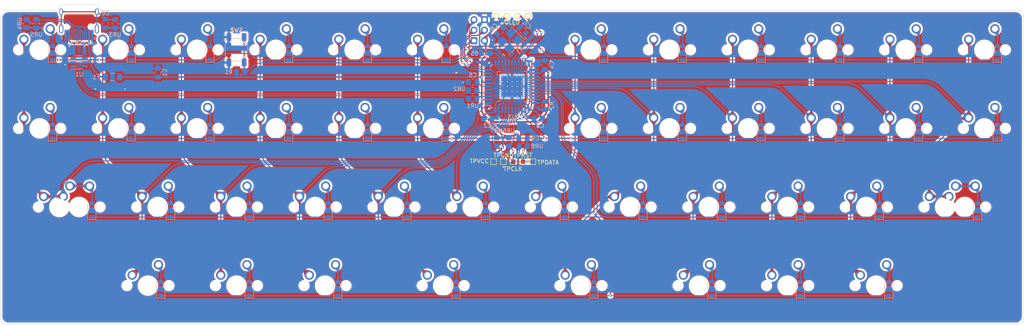
<source format=kicad_pcb>
(kicad_pcb (version 20211014) (generator pcbnew)
  (layers (0 "F.Cu" mixed) (31 "B.Cu" mixed) (34 "B.Paste" user) (35 "F.Paste" user) (36 "B.SilkS" user "B.Silkscreen") (37 "F.SilkS" user "F.Silkscreen") (38 "B.Mask" user) (39 "F.Mask" user) (44 "Edge.Cuts" user))
  (net 0 "")
  (net 1 "row0")
  (net 2 "Net-(D_SPACE1-Pad2)")
  (net 3 "Net-(D_SPACE2-Pad2)")
  (net 4 "Net-(D_SPACE3-Pad2)")
  (net 5 "Net-(D_SPACE4-Pad2)")
  (net 6 "Net-(D_SPACE5-Pad2)")
  (net 7 "Net-(D_SPACE6-Pad2)")
  (net 8 "Net-(D_SPACE8-Pad2)")
  (net 9 "Net-(D_SPACE9-Pad2)")
  (net 10 "Net-(D_SPACE10-Pad2)")
  (net 11 "Net-(D_SPACE11-Pad2)")
  (net 12 "Net-(D_SPACE12-Pad2)")
  (net 13 "Net-(D_SPACE13-Pad2)")
  (net 14 "row1")
  (net 15 "Net-(D_SPACE14-Pad2)")
  (net 16 "Net-(D_SPACE15-Pad2)")
  (net 17 "Net-(D_SPACE16-Pad2)")
  (net 18 "Net-(D_SPACE17-Pad2)")
  (net 19 "Net-(D_SPACE18-Pad2)")
  (net 20 "Net-(D_SPACE19-Pad2)")
  (net 21 "Net-(D_SPACE21-Pad2)")
  (net 22 "Net-(D_SPACE22-Pad2)")
  (net 23 "Net-(D_SPACE23-Pad2)")
  (net 24 "Net-(D_SPACE24-Pad2)")
  (net 25 "Net-(D_SPACE25-Pad2)")
  (net 26 "Net-(D_SPACE26-Pad2)")
  (net 27 "Net-(D_SPACE27-Pad2)")
  (net 28 "Net-(D_SPACE28-Pad2)")
  (net 29 "Net-(D_SPACE29-Pad2)")
  (net 30 "Net-(D_SPACE30-Pad2)")
  (net 31 "Net-(D_SPACE31-Pad2)")
  (net 32 "Net-(D_SPACE32-Pad2)")
  (net 33 "Net-(D_SPACE34-Pad2)")
  (net 34 "Net-(D_SPACE35-Pad2)")
  (net 35 "Net-(D_SPACE36-Pad2)")
  (net 36 "Net-(D_SPACE37-Pad2)")
  (net 37 "Net-(D_SPACE38-Pad2)")
  (net 38 "Net-(D_SPACE39-Pad2)")
  (net 39 "row3")
  (net 40 "Net-(D_SPACE40-Pad2)")
  (net 41 "Net-(D_SPACE41-Pad2)")
  (net 42 "Net-(D_SPACE42-Pad2)")
  (net 43 "Net-(D_SPACE43-Pad2)")
  (net 44 "Net-(D_SPACE44-Pad2)")
  (net 45 "Net-(D_SPACE45-Pad2)")
  (net 46 "Net-(D_SPACE46-Pad2)")
  (net 47 "Net-(D_SPACE47-Pad2)")
  (net 48 "VCC")
  (net 49 "col0")
  (net 50 "col1")
  (net 51 "col2")
  (net 52 "col3")
  (net 53 "col4")
  (net 54 "col5")
  (net 55 "col7")
  (net 56 "col8")
  (net 57 "col9")
  (net 58 "col10")
  (net 59 "col11")
  (net 60 "col12")
  (net 61 "RST")
  (net 62 "D-")
  (net 63 "D+")
  (net 64 "Net-(C0-Pad2)")
  (net 65 "Net-(UR4-Pad1)")
  (net 66 "Net-(UR5-Pad1)")
  (net 69 "SCL")
  (net 70 "SDA")
  (net 73 "Net-(U2-Pad3)")
  (net 74 "Net-(U2-Pad4)")
  (net 75 "SCK")
  (net 76 "MOSI")
  (net 77 "MISO")
  (net 78 "Net-(C7-Pad1)")
  (net 79 "Net-(C8-Pad1)")
  (net 80 "Net-(C6-Pad1)")
  (net 81 "Net-(R2-Pad2)")
  (net 82 "row2")
  (net 83 "PD2")
  (net 84 "PD5")
  (net 85 "GND")
  (net 86 "+5V")
  (net 87 "Net-(C9-Pad2)")
  (net 88 "Net-(U2-Pad8)")
  (net 89 "Net-(U2-Pad12)")
  (net 90 "Net-(U2-Pad42)")
  (footprint "MX_Only:MXOnly-1U-NoLED" (layer "F.Cu") (at 101.6 75.40625)
    (fp_text reference "K_SPACE30")
    (fp_text value "KEYSW")
  )
  (footprint "MX_Only:MXOnly-1.25U-NoLED" (layer "F.Cu") (at 61.11875 94.45625)
    (fp_text reference "K_SPACE40")
    (fp_text value "KEYSW")
  )
  (footprint "MX_Only:MXOnly-1U-NoLED" (layer "F.Cu") (at 120.65 75.40625)
    (fp_text reference "K_SPACE31")
    (fp_text value "KEYSW")
  )
  (footprint "MX_Only:MXOnly-1U-NoLED" (layer "F.Cu") (at 234.95 75.40625)
    (fp_text reference "K_SPACE38")
    (fp_text value "KEYSW")
  )
  (footprint "MX_Only:MXOnly-1U-NoLED" (layer "F.Cu") (at 187.325 56.35625)
    (fp_text reference "K_SPACE22")
    (fp_text value "KEYSW")
  )
  (footprint "MX_Only:MXOnly-1U-NoLED" (layer "F.Cu") (at 225.425 37.30625)
    (fp_text reference "K_SPACE11")
    (fp_text value "KEYSW")
  )
  (footprint "MX_Only:MXOnly-1U-NoLED" (layer "F.Cu") (at 254 75.40625)
    (fp_text reference "K_SPACE39")
    (fp_text value "KEYSW")
  )
  (footprint "MX_Only:MXOnly-1.25U-NoLED" (layer "F.Cu") (at 103.98125 94.45625)
    (fp_text reference "K_SPACE42")
    (fp_text value "KEYSW")
  )
  (footprint "MX_Only:MXOnly-1U-NoLED" (layer "F.Cu") (at 34.925 37.30625)
    (fp_text reference "K_SPACE1")
    (fp_text value "KEYSW")
  )
  (footprint "Button_Switch_SMD:SW_SPST_SKQG_WithoutStem" (layer "F.Cu") (at 82.55 37.30625 90)
    (fp_text reference "SW2")
    (fp_text value "SW_PUSH")
  )
  (footprint "MX_Only:MXOnly-1U-NoLED" (layer "F.Cu") (at 215.9 94.45625)
    (fp_text reference "K_SPACE46")
    (fp_text value "KEYSW")
  )
  (footprint "MX_Only:MXOnly-1U-NoLED" (layer "F.Cu") (at 244.475 37.30625)
    (fp_text reference "K_SPACE12")
    (fp_text value "KEYSW")
  )
  (footprint "TestPoint:TestPoint_Pad_1.0x1.0mm" (layer "F.Cu") (at 149.505764 64.418222 180)
    (fp_text reference "TP1")
    (fp_text value "TPCLK")
  )
  (footprint "MX_Only:MXOnly-1U-NoLED" (layer "F.Cu") (at 206.375 37.30625)
    (fp_text reference "K_SPACE10")
    (fp_text value "KEYSW")
  )
  (footprint "MX_Only:MXOnly-1U-NoLED" (layer "F.Cu") (at 215.9 75.40625)
    (fp_text reference "K_SPACE37")
    (fp_text value "KEYSW")
  )
  (footprint "MX_Only:MXOnly-1U-NoLED" (layer "F.Cu") (at 225.425 56.35625)
    (fp_text reference "K_SPACE24")
    (fp_text value "KEYSW")
  )
  (footprint "MX_Only:MXOnly-1U-NoLED" (layer "F.Cu") (at 187.325 37.30625)
    (fp_text reference "K_SPACE9")
    (fp_text value "KEYSW")
  )
  (footprint "MX_Only:MXOnly-1U-NoLED" (layer "F.Cu") (at 53.975 56.35625)
    (fp_text reference "K_SPACE15")
    (fp_text value "KEYSW")
  )
  (footprint "TestPoint:TestPoint_Pad_1.0x1.0mm" (layer "F.Cu") (at 147.124514 64.418222 180)
    (fp_text reference "TP3")
    (fp_text value "TPGND")
  )
  (footprint "MX_Only:MXOnly-1U-NoLED" (layer "F.Cu") (at 92.075 56.35625)
    (fp_text reference "K_SPACE17")
    (fp_text value "KEYSW")
  )
  (footprint "MX_Only:MXOnly-1U-NoLED" (layer "F.Cu") (at 158.75 75.40625)
    (fp_text reference "K_SPACE34")
    (fp_text value "KEYSW")
  )
  (footprint "MX_Only:MXOnly-1U-NoLED" (layer "F.Cu") (at 82.55 94.45625)
    (fp_text reference "K_SPACE41")
    (fp_text value "KEYSW")
  )
  (footprint "MX_Only:MXOnly-1U-NoLED" (layer "F.Cu") (at 73.025 56.35625)
    (fp_text reference "K_SPACE16")
    (fp_text value "KEYSW")
  )
  (footprint "TestPoint:TestPoint_Pad_1.0x1.0mm" (layer "F.Cu") (at 144.743264 64.418222 180)
    (fp_text reference "TP2")
    (fp_text value "TPVCC")
  )
  (footprint "MX_Only:MXOnly-1U-NoLED" (layer "F.Cu") (at 244.475 56.35625)
    (fp_text reference "K_SPACE25")
    (fp_text value "KEYSW")
  )
  (footprint "MX_Only:MXOnly-1U-NoLED" (layer "F.Cu") (at 168.275 56.35625)
    (fp_text reference "K_SPACE21")
    (fp_text value "KEYSW")
  )
  (footprint "MX_Only:MXOnly-1U-NoLED" (layer "F.Cu") (at 63.5 75.40625)
    (fp_text reference "K_SPACE28")
    (fp_text value "KEYSW")
  )
  (footprint "TestPoint:TestPoint_Pad_1.0x1.0mm" (layer "F.Cu") (at 151.887014 64.418222 180)
    (fp_text reference "TP5")
    (fp_text value "TPRST")
  )
  (footprint "MX_Only:MXOnly-1.75U-NoLED" (layer "F.Cu") (at 132.55625 94.45625)
    (fp_text reference "K_SPACE43")
    (fp_text value "KEYSW")
  )
  (footprint "MX_Only:MXOnly-1U-NoLED" (layer "F.Cu") (at 177.8 75.40625)
    (fp_text reference "K_SPACE35")
    (fp_text value "KEYSW")
  )
  (footprint "MX_Only:MXOnly-1U-NoLED" (layer "F.Cu") (at 130.175 37.30625)
    (fp_text reference "K_SPACE6")
    (fp_text value "KEYSW")
  )
  (footprint "MX_Only:MXOnly-1U-NoLED" (layer "F.Cu") (at 34.925 56.35625)
    (fp_text reference "K_SPACE14")
    (fp_text value "KEYSW")
  )
  (footprint "TestPoint:TestPoint_Pad_1.0x1.0mm" (layer "F.Cu") (at 154.268264 64.418222 180)
    (fp_text reference "TP4")
    (fp_text value "TPDATA")
  )
  (footprint "MX_Only:MXOnly-1.5U-NoLED" (layer "F.Cu") (at 39.6875 75.40625)
    (fp_text reference "K_SPACE7")
    (fp_text value "KEYSW")
  )
  (footprint "MX_Only:MXOnly-1U-NoLED" (layer "F.Cu") (at 73.025 37.30625)
    (fp_text reference "K_SPACE3")
    (fp_text value "KEYSW")
  )
  (footprint "MX_Only:MXOnly-1U-NoLED" (layer "F.Cu") (at 130.175 56.35625)
    (fp_text reference "K_SPACE19")
    (fp_text value "KEYSW")
  )
  (footprint "MX_Only:MXOnly-1U-NoLED" (layer "F.Cu") (at 263.525 37.30625)
    (fp_text reference "K_SPACE13")
    (fp_text value "KEYSW")
  )
  (footprint "MX_Only:MXOnly-1U-NoLED" (layer "F.Cu") (at 111.125 37.30625)
    (fp_text reference "K_SPACE5")
    (fp_text value "KEYSW")
  )
  (footprint "MX_Only:MXOnly-1U-NoLED" (layer "F.Cu") (at 263.525 56.35625)
    (fp_text reference "K_SPACE26")
    (fp_text value "KEYSW")
  )
  (footprint "MX_Only:MXOnly-1.5U-NoLED" (layer "F.Cu") (at 258.7625 75.40625)
    (fp_text reference "K_SPACE20")
    (fp_text value "KEYSW")
  )
  (footprint "MX_Only:MXOnly-1U-NoLED" (layer "F.Cu") (at 196.85 75.40625)
    (fp_text reference "K_SPACE36")
    (fp_text value "KEYSW")
  )
  (footprint "MX_Only:MXOnly-1.75U-NoLED" (layer "F.Cu") (at 165.89375 94.45625)
    (fp_text reference "K_SPACE44")
    (fp_text value "KEYSW")
  )
  (footprint "kbd:OLED_v2" (layer "F.Cu") (at 149.225 29.10125 180)
    (fp_text reference "OL1")
    (fp_text value "OLED" hide)
  )
  (footprint "MX_Only:MXOnly-1.25U-NoLED" (layer "F.Cu") (at 237.33125 94.45625)
    (fp_text reference "K_SPACE47")
    (fp_text value "KEYSW")
  )
  (footprint "MX_Only:MXOnly-1U-NoLED" (layer "F.Cu") (at 111.125 56.35625)
    (fp_text reference "K_SPACE18")
    (fp_text value "KEYSW")
  )
  (footprint "MX_Only:MXOnly-1.25U-NoLED" (layer "F.Cu") (at 194.46875 94.45625)
    (fp_text reference "K_SPACE45")
    (fp_text value "KEYSW")
  )
  (footprint "MX_Only:MXOnly-1U-NoLED" (layer "F.Cu") (at 168.275 37.30625)
    (fp_text reference "K_SPACE8")
    (fp_text value "KEYSW")
  )
  (footprint "MX_Only:MXOnly-1U-NoLED" (layer "F.Cu") (at 44.45 75.40625)
    (fp_text reference "K_SPACE27")
    (fp_text value "KEYSW")
  )
  (footprint "MX_Only:MXOnly-1U-NoLED" (layer "F.Cu") (at 139.7 75.40625)
    (fp_text reference "K_SPACE32")
    (fp_text value "KEYSW")
  )
  (footprint "MX_Only:MXOnly-1U-NoLED" (layer "F.Cu") (at 82.55 75.40625)
    (fp_text reference "K_SPACE29")
    (fp_text value "KEYSW")
  )
  (footprint "MX_Only:MXOnly-1U-NoLED" (layer "F.Cu") (at 206.375 56.35625)
    (fp_text reference "K_SPACE23")
    (fp_text value "KEYSW")
  )
  (footprint "MX_Only:MXOnly-1U-NoLED" (layer "F.Cu") (at 53.975 37.30625)
    (fp_text reference "K_SPACE2")
    (fp_text value "KEYSW")
  )
  (footprint "MX_Only:MXOnly-1U-NoLED" (layer "F.Cu") (at 92.075 37.30625)
    (fp_text reference "K_SPACE4")
    (fp_text value "KEYSW")
  )
  (footprint "Diode_SMD:D_SOD-123" (layer "B.Cu") (at 85.65063 76.2 90)
    (fp_text reference "D_SPACE29")
    (fp_text value "D")
  )
  (footprint "Resistor_SMD:R_0805_2012Metric_Pad1.20x1.40mm_HandSolder" (layer "B.Cu") (at 139.7 47.1805)
    (fp_text reference "UR2")
    (fp_text value "22")
  )
  (footprint "Crystal:Crystal_SMD_3225-4Pin_3.2x2.5mm_HandSoldering" (layer "B.Cu") (at 148.723694 35.109453 -135)
    (fp_text reference "X1")
    (fp_text value "Crystal_GND24_Small")
  )
  (footprint "Capacitor_SMD:C_0805_2012Metric_Pad1.18x1.45mm_HandSolder" (layer "B.Cu") (at 50.8 30.95625 90)
    (fp_text reference "C0")
    (fp_text value "4.7uF")
  )
  (footprint "Diode_SMD:D_SOD-123" (layer "B.Cu") (at 104.701418 76.2 90)
    (fp_text reference "D_SPACE30")
    (fp_text value "D")
  )
  (footprint "Diode_SMD:D_SOD-123" (layer "B.Cu") (at 168.995262 95.25 90)
    (fp_text reference "D_SPACE44")
    (fp_text value "D")
  )
  (footprint "Diode_SMD:D_SOD-123" (layer "B.Cu") (at 266.626512 57.15 90)
    (fp_text reference "D_SPACE26")
    (fp_text value "D")
  )
  (footprint "Diode_SMD:D_SOD-123" (layer "B.Cu") (at 190.426512 57.15 90)
    (fp_text reference "D_SPACE22")
    (fp_text value "D")
  )
  (footprint "Diode_SMD:D_SOD-123" (layer "B.Cu") (at 76.118439 57.15 90)
    (fp_text reference "D_SPACE16")
    (fp_text value "D")
  )
  (footprint "Diode_SMD:D_SOD-123" (layer "B.Cu") (at 266.626512 38.1 90)
    (fp_text reference "D_SPACE13")
    (fp_text value "D")
  )
  (footprint "Diode_SMD:D_SOD-123" (layer "B.Cu") (at 135.651081 95.25 90)
    (fp_text reference "D_SPACE43")
    (fp_text value "D")
  )
  (footprint "Diode_SMD:D_SOD-123" (layer "B.Cu") (at 197.564834 95.25 90)
    (fp_text reference "D_SPACE45")
    (fp_text value "D")
  )
  (footprint "Capacitor_SMD:C_0805_2012Metric_Pad1.18x1.45mm_HandSolder" (layer "B.Cu") (at 143.299729 53.975)
    (fp_text reference "C2")
    (fp_text value "0.1uf")
  )
  (footprint "Resistor_SMD:R_0805_2012Metric_Pad1.20x1.40mm_HandSolder" (layer "B.Cu") (at 157.1625 50.8 90)
    (fp_text reference "R2")
    (fp_text value "10k")
  )
  (footprint "Diode_SMD:D_SOD-123" (layer "B.Cu") (at 247.576512 57.15 90)
    (fp_text reference "D_SPACE25")
    (fp_text value "D")
  )
  (footprint "Package_DFN_QFN:QFN-44-1EP_7x7mm_P0.5mm_EP5.2x5.2mm_ThermalVias" (layer "B.Cu") (at 149.225 46.196072)
    (fp_text reference "U2")
    (fp_text value "ATmega32U4-M")
  )
  (footprint "Diode_SMD:D_SOD-123" (layer "B.Cu") (at 66.599842 76.2 90)
    (fp_text reference "D_SPACE28")
    (fp_text value "D")
  )
  (footprint "Diode_SMD:D_SOD-123" (layer "B.Cu") (at 261.848144 76.2 90)
    (fp_text reference "D_SPACE39")
    (fp_text value "D")
  )
  (footprint "Button_Switch_SMD:SW_SPST_SKQG_WithoutStem" (layer "B.Cu") (at 82.55 37.30625 -90)
    (fp_text reference "SW1")
    (fp_text value "SW_PUSH")
  )
  (footprint "Capacitor_SMD:C_0805_2012Metric_Pad1.18x1.45mm_HandSolder" (layer "B.Cu") (at 146.342444 32.728203 45)
    (fp_text reference "C8")
    (fp_text value "22p")
  )
  (footprint "Diode_SMD:D_SOD-123" (layer "B.Cu") (at 57.069135 38.1 90)
    (fp_text reference "D_SPACE2")
    (fp_text value "D")
  )
  (footprint "Capacitor_SMD:C_0805_2012Metric_Pad1.18x1.45mm_HandSolder" (layer "B.Cu") (at 139.7 45.098902 180)
    (fp_text reference "C6")
    (fp_text value "1uf")
  )
  (footprint "Diode_SMD:D_SOD-123" (layer "B.Cu") (at 38.019831 57.15 90)
    (fp_text reference "D_SPACE14")
    (fp_text value "D")
  )
  (footprint "Resistor_SMD:R_0805_2012Metric_Pad1.20x1.40mm_HandSolder" (layer "B.Cu") (at 53.18125 30.95625 -90)
    (fp_text reference "UR3")
    (fp_text value "1M")
  )
  (footprint "Diode_SMD:D_SOD-123" (layer "B.Cu") (at 218.991491 95.25 90)
    (fp_text reference "D_SPACE46")
    (fp_text value "D")
  )
  (footprint "Diode_SMD:D_SOD-123" (layer "B.Cu") (at 228.526512 38.1 90)
    (fp_text reference "D_SPACE11")
    (fp_text value "D")
  )
  (footprint "Capacitor_SMD:C_0805_2012Metric_Pad1.18x1.45mm_HandSolder" (layer "B.Cu") (at 157.1925 40.969456 90)
    (fp_text reference "C4")
    (fp_text value "0.1uf")
  )
  (footprint "Diode_SMD:D_SOD-123" (layer "B.Cu") (at 95.167743 38.1 90)
    (fp_text reference "D_SPACE4")
    (fp_text value "D")
  )
  (footprint "Diode_SMD:D_SOD-123" (layer "B.Cu") (at 171.376512 38.1 90)
    (fp_text reference "D_SPACE8")
    (fp_text value "D")
  )
  (footprint "Capacitor_SMD:C_0805_2012Metric_Pad1.18x1.45mm_HandSolder" (layer "B.Cu") (at 63.5 42.868364 90)
    (fp_text reference "C1")
    (fp_text value "10uF")
  )
  (footprint "Diode_SMD:D_SOD-123" (layer "B.Cu") (at 133.266352 57.15 90)
    (fp_text reference "D_SPACE19")
    (fp_text value "D")
  )
  (footprint "Diode_SMD:D_SOD-123" (layer "B.Cu") (at 107.081092 95.25 90)
    (fp_text reference "D_SPACE42")
    (fp_text value "D")
  )
  (footprint "Resistor_SMD:R_0805_2012Metric_Pad1.20x1.40mm_HandSolder" (layer "B.Cu") (at 31.75 30.95625 -90)
    (fp_text reference "UR4")
    (fp_text value "5.1k")
  )
  (footprint "Diode_SMD:D_SOD-123" (layer "B.Cu") (at 247.576512 38.1 90)
    (fp_text reference "D_SPACE12")
    (fp_text value "D")
  )
  (footprint "Diode_SMD:D_SOD-123" (layer "B.Cu") (at 209.476512 57.15 90)
    (fp_text reference "D_SPACE23")
    (fp_text value "D")
  )
  (footprint "Capacitor_SMD:C_0805_2012Metric_Pad1.18x1.45mm_HandSolder" (layer "B.Cu") (at 151.887014 58.7375)
    (fp_text reference "C9")
    (fp_text value "2.2uF")
  )
  (footprint "Resistor_SMD:R_0805_2012Metric_Pad1.20x1.40mm_HandSolder" (layer "B.Cu") (at 151.917014 60.669292 180)
    (fp_text reference "UR8")
    (fp_text value "100k")
  )
  (footprint "Diode_SMD:D_SOD-123" (layer "B.Cu") (at 161.853782 76.2 90)
    (fp_text reference "D_SPACE34")
    (fp_text value "D")
  )
  (footprint "Diode_SMD:D_SOD-123" (layer "B.Cu") (at 199.955358 76.2 90)
    (fp_text reference "D_SPACE36")
    (fp_text value "D")
  )
  (footprint "Resistor_SMD:R_0805_2012Metric_Pad1.20x1.40mm_HandSolder" (layer "B.Cu") (at 34.13125 30.95625 -90)
    (fp_text reference "UR5")
    (fp_text value "5.1k")
  )
  (footprint "Type-C:HRO-TYPE-C-31-M-12-HandSoldering" (layer "B.Cu") (at 44.45 25.4886)
    (fp_text reference "USB1")
    (fp_text value "HRO-TYPE-C-31-M-12")
  )
  (footprint "Diode_SMD:D_SOD-123" (layer "B.Cu") (at 142.802994 76.2 90)
    (fp_text reference "D_SPACE32")
    (fp_text value "D")
  )
  (footprint "Diode_SMD:D_SOD-123" (layer "B.Cu") (at 76.118439 38.1 90)
    (fp_text reference "D_SPACE3")
    (fp_text value "D")
  )
  (footprint "Diode_SMD:D_SOD-123" (layer "B.Cu") (at 228.526512 57.15 90)
    (fp_text reference "D_SPACE24")
    (fp_text value "D")
  )
  (footprint "Connector_IDC:IDC-Header_2x03_P2.54mm_Vertical" (layer "B.Cu") (at 140.0175 35.08375)
    (fp_text reference "J1")
    (fp_text value "AVR-ISP-6")
  )
  (footprint "Diode_SMD:D_SOD-123" (layer "B.Cu") (at 123.752206 76.2 90)
    (fp_text reference "D_SPACE31")
    (fp_text value "D")
  )
  (footprint "Diode_SMD:D_SOD-123" (layer "B.Cu") (at 219.006146 76.2 90)
    (fp_text reference "D_SPACE37")
    (fp_text value "D")
  )
  (footprint "Package_TO_SOT_SMD:SOT-23-6_Handsoldering" (layer "B.Cu") (at 44.45 40.351474)
    (fp_text reference "U1")
    (fp_text value "SRV05-4")
  )
  (footprint "Package_QFP:TQFP-44_10x10mm_P0.8mm" (layer "B.Cu") (at 149.225 46.196072)
    (fp_text reference "U3")
    (fp_text value "ATmega32U4-M")
  )
  (footprint "Resistor_SMD:R_0805_2012Metric_Pad1.20x1.40mm_HandSolder" (layer "B.Cu") (at 145.539373 59.613028 90)
    (fp_text reference "UR7")
    (fp_text value "4.7k")
  )
  (footprint "Capacitor_SMD:C_0805_2012Metric_Pad1.18x1.45mm_HandSolder" (layer "B.Cu") (at 151.776695 32.606204 135)
    (fp_text reference "C7")
    (fp_text value "22p")
  )
  (footprint "Diode_SMD:D_SOD-123" (layer "B.Cu") (at 238.05694 76.2 90)
    (fp_text reference "D_SPACE38")
    (fp_text value "D")
  )
  (footprint "Diode_SMD:D_SOD-123" (layer "B.Cu") (at 209.476512 38.1 90)
    (fp_text reference "D_SPACE10")
    (fp_text value "D")
  )
  (footprint "Diode_SMD:D_SOD-123" (layer "B.Cu") (at 133.266352 38.1 90)
    (fp_text reference "D_SPACE6")
    (fp_text value "D")
  )
  (footprint "Fuse:Fuse_1206_3216Metric_Pad1.42x1.75mm_HandSolder" (layer "B.Cu") (at 52.55379 43.901819)
    (fp_text reference "F1")
    (fp_text value "Polyfuse_Small")
  )
  (footprint "Diode_SMD:D_SOD-123" (layer "B.Cu") (at 114.217047 38.1 90)
    (fp_text reference "D_SPACE5")
    (fp_text value "D")
  )
  (footprint "Diode_SMD:D_SOD-123" (layer "B.Cu") (at 47.548589 76.2 90)
    (fp_text reference "D_SPACE27")
    (fp_text value "D")
  )
  (footprint "Diode_SMD:D_SOD-123" (layer "B.Cu") (at 85.666961 95.25 90)
    (fp_text reference "D_SPACE41")
    (fp_text value "D")
  )
  (footprint "Diode_SMD:D_SOD-123" (layer "B.Cu") (at 180.90457 76.2 90)
    (fp_text reference "D_SPACE35")
    (fp_text value "D")
  )
  (footprint "Diode_SMD:D_SOD-123" (layer "B.Cu") (at 171.376512 57.15 90)
    (fp_text reference "D_SPACE21")
    (fp_text value "D")
  )
  (footprint "Diode_SMD:D_SOD-123" (layer "B.Cu") (at 114.217047 57.15 90)
    (fp_text reference "D_SPACE18")
    (fp_text value "D")
  )
  (footprint "Diode_SMD:D_SOD-123" (layer "B.Cu") (at 190.426512 38.1 90)
    (fp_text reference "D_SPACE9")
    (fp_text value "D")
  )
  (footprint "Resistor_SMD:R_0805_2012Metric_Pad1.20x1.40mm_HandSolder" (layer "B.Cu") (at 139.7 49.2125)
    (fp_text reference "UR1")
    (fp_text value "22")
  )
  (footprint "Resistor_SMD:R_0805_2012Metric_Pad1.20x1.40mm_HandSolder" (layer "B.Cu") (at 83.55 42.658741 180)
    (fp_text reference "R1")
    (fp_text value "10k")
  )
  (footprint "Diode_SMD:D_SOD-123" (layer "B.Cu") (at 95.167743 57.15 90)
    (fp_text reference "D_SPACE17")
    (fp_text value "D")
  )
  (footprint "Diode_SMD:D_SOD-123" (layer "B.Cu") (at 57.069135 57.15 90)
    (fp_text reference "D_SPACE15")
    (fp_text value "D")
  )
  (footprint "Resistor_SMD:R_0805_2012Metric_Pad1.20x1.40mm_HandSolder" (layer "B.Cu") (at 148.43125 59.613028 -90)
    (fp_text reference "UR6")
    (fp_text value "4.7k")
  )
  (footprint "Diode_SMD:D_SOD-123" (layer "B.Cu") (at 38.019831 38.1 90)
    (fp_text reference "D_SPACE1")
    (fp_text value "D")
  )
  (footprint "Capacitor_SMD:C_0805_2012Metric_Pad1.18x1.45mm_HandSolder" (layer "B.Cu") (at 142.875 38.1 180)
    (fp_text reference "C5")
    (fp_text value "0.1uf")
  )
  (footprint "Capacitor_SMD:C_0805_2012Metric_Pad1.18x1.45mm_HandSolder" (layer "B.Cu") (at 155.575 53.934251 180)
    (fp_text reference "C3")
    (fp_text value "0.1uf")
  )
  (footprint "Diode_SMD:D_SOD-123" (layer "B.Cu") (at 64.212329 95.25 90)
    (fp_text reference "D_SPACE40")
    (fp_text value "D")
  )
  (footprint "Diode_SMD:D_SOD-123" (layer "B.Cu") (at 240.41272 95.25 90)
    (fp_text reference "D_SPACE47")
    (fp_text value "D")
  )
  (gr_curve (pts (xy 48.713455 26.405375) (xy 48.713455 26.405375) (xy 40.213436 26.405375) (xy 40.213436 26.405375)) (layer "Edge.Cuts") (width 0.09))
  (gr_curve (pts (xy 271.063342 103.905382) (xy 271.063342 103.905382) (xy 271.063449 103.905382) (xy 271.063449 103.905382)) (layer "Edge.Cuts") (width 0.09))
  (gr_curve (pts (xy 273.063435 101.905375) (xy 273.063435 101.905375) (xy 273.063435 29.705367) (xy 273.063435 29.705367)) (layer "Edge.Cuts") (width 0.09))
  (gr_curve (pts (xy 27.413334 103.905382) (xy 27.413334 103.905382) (xy 27.413442 103.905382) (xy 27.413442 103.905382)) (layer "Edge.Cuts") (width 0.09))
  (gr_curve (pts (xy 25.413327 101.905375) (xy 25.413327 103.009937) (xy 26.308772 103.905382) (xy 27.413334 103.905382)) (layer "Edge.Cuts") (width 0.09))
  (gr_curve (pts (xy 39.713445 27.546751) (xy 39.71201 27.561194) (xy 39.705107 27.612951) (xy 39.661407 27.655579)) (layer "Edge.Cuts") (width 0.09))
  (gr_curve (pts (xy 49.213446 27.550433) (xy 49.213446 27.550433) (xy 49.213446 26.905366) (xy 49.213446 26.905366)) (layer "Edge.Cuts") (width 0.09))
  (gr_curve (pts (xy 271.063449 103.905382) (xy 272.168012 103.905382) (xy 273.063435 103.009937) (xy 273.063435 101.905375)) (layer "Edge.Cuts") (width 0.09))
  (gr_curve (pts (xy 49.362102 27.705382) (xy 49.350841 27.704569) (xy 49.294387 27.699331) (xy 49.252352 27.650966)) (layer "Edge.Cuts") (width 0.09))
  (gr_curve (pts (xy 25.413327 29.705367) (xy 25.413327 29.705367) (xy 25.413327 101.905375) (xy 25.413327 101.905375)) (layer "Edge.Cuts") (width 0.09))
  (gr_curve (pts (xy 271.063342 27.705382) (xy 271.063342 27.705382) (xy 49.362102 27.705382) (xy 49.362102 27.705382)) (layer "Edge.Cuts") (width 0.09))
  (gr_curve (pts (xy 40.213436 26.405375) (xy 39.937312 26.405375) (xy 39.713445 26.629242) (xy 39.713445 26.905366)) (layer "Edge.Cuts") (width 0.09))
  (gr_curve (pts (xy 27.413334 27.705382) (xy 26.308772 27.705382) (xy 25.413327 28.600805) (xy 25.413327 29.705367)) (layer "Edge.Cuts") (width 0.09))
  (gr_curve (pts (xy 273.063435 29.705367) (xy 273.063435 28.600805) (xy 272.168012 27.705382) (xy 271.063449 27.705382)) (layer "Edge.Cuts") (width 0.09))
  (gr_curve (pts (xy 49.252352 27.650966) (xy 49.216787 27.610044) (xy 49.213826 27.563891) (xy 49.213446 27.550433)) (layer "Edge.Cuts") (width 0.09))
  (gr_curve (pts (xy 27.413442 27.705382) (xy 27.413442 27.705382) (xy 27.413334 27.705382) (xy 27.413334 27.705382)) (layer "Edge.Cuts") (width 0.09))
  (gr_curve (pts (xy 39.713445 26.905366) (xy 39.713445 26.905366) (xy 39.713445 27.546751) (xy 39.713445 27.546751)) (layer "Edge.Cuts") (width 0.09))
  (gr_curve (pts (xy 39.535971 27.705382) (xy 39.535971 27.705382) (xy 27.413442 27.705382) (xy 27.413442 27.705382)) (layer "Edge.Cuts") (width 0.09))
  (gr_curve (pts (xy 271.063449 27.705382) (xy 271.063449 27.705382) (xy 271.063342 27.705382) (xy 271.063342 27.705382)) (layer "Edge.Cuts") (width 0.09))
  (gr_curve (pts (xy 49.213446 26.905366) (xy 49.213446 26.629242) (xy 48.98958 26.405375) (xy 48.713455 26.405375)) (layer "Edge.Cuts") (width 0.09))
  (gr_curve (pts (xy 27.413442 103.905382) (xy 27.413442 103.905382) (xy 271.063342 103.905382) (xy 271.063342 103.905382)) (layer "Edge.Cuts") (width 0.09))
  (gr_curve (pts (xy 39.661407 27.655579) (xy 39.610791 27.704951) (xy 39.548296 27.705522) (xy 39.535971 27.705382)) (layer "Edge.Cuts") (width 0.09))
  (segment (start 39.615683 39.74011) (end 49.317642 39.74011) (width 0.254) (layer "F.Cu") (net 1))
  (segment (start 49.344859 39.751383) (end 49.356133 39.762657) (width 0.254) (layer "F.Cu") (net 1))
  (segment (start 139.303692 36.412462) (end 154.842958 36.412462) (width 0.254) (layer "F.Cu") (net 1))
  (segment (start 156.36875 37.30625) (end 155.921856 36.859356) (width 0.254) (layer "F.Cu") (net 1))
  (segment (start 138.32735 36.98439) (end 138.613314 36.698426) (width 0.254) (layer "F.Cu") (net 1))
  (via (at 156.36875 37.30625) (size 0.6) (drill 0.4) (layers "F.Cu" "B.Cu") (net 1))
  (via (at 49.356133 39.762657) (size 0.6) (drill 0.4) (layers "F.Cu" "B.Cu") (net 1))
  (via (at 39.615683 39.74011) (size 0.6) (drill 0.4) (layers "F.Cu" "B.Cu") (net 1))
  (via (at 138.32735 36.98439) (size 0.6) (drill 0.4) (layers "F.Cu" "B.Cu") (net 1))
  (arc (start 139.303692 36.412462) (mid 138.930062 36.486781) (end 138.613314 36.698426) (width 0.254) (layer "F.Cu") (net 1))
  (arc (start 155.921856 36.859356) (mid 155.426853 36.528605) (end 154.842958 36.412462) (width 0.254) (layer "F.Cu") (net 1))
  (arc (start 49.344859 39.751383) (mid 49.332372 39.743039) (end 49.317642 39.74011) (width 0.254) (layer "F.Cu") (net 1))
  (segment (start 152.701769 39.43648) (end 152.83475 39.3035) (width 0.254) (layer "B.Cu") (net 1))
  (segment (start 138.32735 36.996108) (end 138.32735 36.98439) (width 0.254) (layer "B.Cu") (net 1))
  (segment (start 88.485702 39.75) (end 133.35 39.75) (width 0.254) (layer "B.Cu") (net 1))
  (segment (start 39.598799 39.75) (end 38.1 39.75) (width 0.254) (layer "B.Cu") (net 1))
  (segment (start 165.288289 38.89375) (end 159.078782 38.89375) (width 0.254) (layer "B.Cu") (net 1))
  (segment (start 134.425764 39.75) (end 133.266352 39.75) (width 0.254) (layer "B.Cu") (net 1))
  (segment (start 84.693527 38.17923) (end 80.649691 38.17923) (width 0.254) (layer "B.Cu") (net 1))
  (segment (start 156.833717 38.89375) (end 153.823974 38.89375) (width 0.254) (layer "B.Cu") (net 1))
  (segment (start 136.405003 38.930171) (end 138.319064 37.016111) (width 0.254) (layer "B.Cu") (net 1))
  (segment (start 39.615683 39.74011) (end 39.610738 39.745055) (width 0.254) (layer "B.Cu") (net 1))
  (segment (start 152.197962 41.365269) (end 151.408967 42.154264) (width 0.254) (layer "B.Cu") (net 1))
  (segment (start 151.225 42.598402) (end 151.225 42.858572) (width 0.254) (layer "B.Cu") (net 1))
  (segment (start 157.1625 38.1) (end 156.36875 37.30625) (width 0.254) (layer "B.Cu") (net 1))
  (segment (start 167.35546 39.75) (end 266.7 39.75) (width 0.254) (layer "B.Cu") (net 1))
  (segment (start 49.356133 39.762657) (end 49.362461 39.756328) (width 0.254) (layer "B.Cu") (net 1))
  (segment (start 159.078782 38.89375) (end 156.833717 38.89375) (width 0.254) (layer "B.Cu") (net 1))
  (segment (start 76.857516 39.75) (end 49.377739 39.75) (width 0.254) (layer "B.Cu") (net 1))
  (arc (start 151.408967 42.154264) (mid 151.272811 42.358036) (end 151.225 42.598402) (width 0.254) (layer "B.Cu") (net 1))
  (arc (start 86.589615 38.964615) (mid 87.459547 39.545885) (end 88.485702 39.75) (width 0.254) (layer "B.Cu") (net 1))
  (arc (start 136.405003 38.930171) (mid 135.49692 39.536933) (end 134.425764 39.75) (width 0.254) (layer "B.Cu") (net 1))
  (arc (start 152.425 40.817152) (mid 152.365994 41.113791) (end 152.197962 41.365269) (width 0.254) (layer "B.Cu") (net 1))
  (arc (start 39.610738 39.745055) (mid 39.60526 39.748714) (end 39.598799 39.75) (width 0.254) (layer "B.Cu") (net 1))
  (arc (start 49.377739 39.75) (mid 49.36947 39.751644) (end 49.362461 39.756328) (width 0.254) (layer "B.Cu") (net 1))
  (arc (start 157.1625 38.1) (mid 158.041697 38.687461) (end 159.078782 38.89375) (width 0.254) (layer "B.Cu") (net 1))
  (arc (start 86.589615 38.964615) (mid 85.719682 38.383344) (end 84.693527 38.17923) (width 0.254) (layer "B.Cu") (net 1))
  (arc (start 80.649691 38.17923) (mid 79.623536 38.383344) (end 78.753604 38.964615) (width 0.254) (layer "B.Cu") (net 1))
  (arc (start 166.321875 39.321875) (mid 166.796087 39.638733) (end 167.35546 39.75) (width 0.254) (layer "B.Cu") (net 1))
  (arc (start 138.32735 36.996108) (mid 138.325196 37.006933) (end 138.319064 37.016111) (width 0.254) (layer "B.Cu") (net 1))
  (arc (start 156.833717 38.89375) (mid 157.263292 38.606717) (end 157.1625 38.1) (width 0.254) (layer "B.Cu") (net 1))
  (arc (start 78.753604 38.964615) (mid 77.883671 39.545885) (end 76.857516 39.75) (width 0.254) (layer "B.Cu") (net 1))
  (arc (start 152.701769 39.43648) (mid 152.496929 39.743044) (end 152.425 40.104661) (width 0.254) (layer "B.Cu") (net 1))
  (arc (start 153.823974 38.89375) (mid 153.288609 39.00024) (end 152.83475 39.3035) (width 0.254) (layer "B.Cu") (net 1))
  (arc (start 166.321875 39.321875) (mid 165.847661 39.005016) (end 165.288289 38.89375) (width 0.254) (layer "B.Cu") (net 1))
  (segment (start 38.1 36.45) (end 38.1 32.86125) (width 0.254) (layer "B.Cu") (net 2))
  (segment (start 57.15 36.45) (end 57.15 32.86125) (width 0.254) (layer "B.Cu") (net 3))
  (segment (start 76.2 36.45) (end 76.2 32.86125) (width 0.254) (layer "B.Cu") (net 4))
  (segment (start 95.25 36.45) (end 95.25 32.86125) (width 0.254) (layer "B.Cu") (net 5))
  (segment (start 114.3 36.45) (end 114.3 32.86125) (width 0.254) (layer "B.Cu") (net 6))
  (segment (start 133.35 36.45) (end 133.35 32.86125) (width 0.254) (layer "B.Cu") (net 7))
  (segment (start 171.45 36.45) (end 171.45 32.86125) (width 0.254) (layer "B.Cu") (net 8))
  (segment (start 190.5 36.45) (end 190.5 32.86125) (width 0.254) (layer "B.Cu") (net 9))
  (segment (start 209.55 36.45) (end 209.55 32.86125) (width 0.254) (layer "B.Cu") (net 10))
  (segment (start 228.6 36.45) (end 228.6 32.86125) (width 0.254) (layer "B.Cu") (net 11))
  (segment (start 247.65 36.45) (end 247.65 32.86125) (width 0.254) (layer "B.Cu") (net 12))
  (segment (start 266.7 36.45) (end 266.7 32.86125) (width 0.254) (layer "B.Cu") (net 13))
  (segment (start 134.600798 58.786439) (end 134.625267 58.761969) (width 0.254) (layer "F.Cu") (net 14))
  (segment (start 134.684342 58.7375) (end 163.5125 58.7375) (width 0.254) (layer "F.Cu") (net 14))
  (via (at 157.1625 58.7375) (size 0.6) (drill 0.4) (layers "F.Cu" "B.Cu") (net 14))
  (via (at 163.5125 58.7375) (size 0.6) (drill 0.4) (layers "F.Cu" "B.Cu") (net 14))
  (via (at 134.600798 58.786439) (size 0.6) (drill 0.4) (layers "F.Cu" "B.Cu") (net 14))
  (arc (start 134.684342 58.7375) (mid 134.652371 58.743859) (end 134.625267 58.761969) (width 0.254) (layer "F.Cu") (net 14))
  (segment (start 134.577647 58.8) (end 38.1 58.8) (width 0.254) (layer "B.Cu") (net 14))
  (segment (start 247.65 58.8) (end 266.7 58.8) (width 0.254) (layer "B.Cu") (net 14))
  (segment (start 157.1625 58.665468) (end 157.1625 58.7375) (width 0.254) (layer "B.Cu") (net 14))
  (segment (start 150.725 49.945853) (end 150.725 49.533572) (width 0.254) (layer "B.Cu") (net 14))
  (segment (start 157.111565 58.542501) (end 152.035073 53.466009) (width 0.254) (layer "B.Cu") (net 14))
  (segment (start 171.45 58.8) (end 163.619194 58.8) (width 0.254) (layer "B.Cu") (net 14))
  (segment (start 190.5 58.8) (end 209.55 58.8) (width 0.254) (layer "B.Cu") (net 14))
  (segment (start 171.45 58.8) (end 190.5 58.8) (width 0.254) (layer "B.Cu") (net 14))
  (segment (start 228.6 58.8) (end 209.55 58.8) (width 0.254) (layer "B.Cu") (net 14))
  (segment (start 247.65 58.8) (end 228.6 58.8) (width 0.254) (layer "B.Cu") (net 14))
  (segment (start 134.594017 58.793219) (end 134.600798 58.786439) (width 0.254) (layer "B.Cu") (net 14))
  (segment (start 151.399454 51.032588) (end 151.016526 50.64966) (width 0.254) (layer "B.Cu") (net 14))
  (segment (start 163.54375 58.76875) (end 163.5125 58.7375) (width 0.254) (layer "B.Cu") (net 14))
  (arc (start 151.625 52.476004) (mid 151.731574 53.011791) (end 152.035073 53.466009) (width 0.254) (layer "B.Cu") (net 14))
  (arc (start 150.725 49.945853) (mid 150.800765 50.32675) (end 151.016526 50.64966) (width 0.254) (layer "B.Cu") (net 14))
  (arc (start 163.54375 58.76875) (mid 163.578364 58.791878) (end 163.619194 58.8) (width 0.254) (layer "B.Cu") (net 14))
  (arc (start 134.594017 58.793219) (mid 134.586506 58.798237) (end 134.577647 58.8) (width 0.254) (layer "B.Cu") (net 14))
  (arc (start 151.399454 51.032588) (mid 151.566382 51.282413) (end 151.625 51.577103) (width 0.254) (layer "B.Cu") (net 14))
  (arc (start 157.111565 58.542501) (mid 157.149262 58.598918) (end 157.1625 58.665468) (width 0.254) (layer "B.Cu") (net 14))
  (segment (start 38.1 55.5) (end 38.1 51.91125) (width 0.254) (layer "B.Cu") (net 15))
  (segment (start 57.15 55.5) (end 57.15 51.91125) (width 0.254) (layer "B.Cu") (net 16))
  (segment (start 76.2 55.5) (end 76.2 51.91125) (width 0.254) (layer "B.Cu") (net 17))
  (segment (start 95.25 55.5) (end 95.25 51.91125) (width 0.254) (layer "B.Cu") (net 18))
  (segment (start 114.3 55.5) (end 114.3 51.91125) (width 0.254) (layer "B.Cu") (net 19))
  (segment (start 133.35 55.5) (end 133.35 51.91125) (width 0.254) (layer "B.Cu") (net 20))
  (segment (start 171.45 55.5) (end 171.45 51.91125) (width 0.254) (layer "B.Cu") (net 21))
  (segment (start 190.5 55.5) (end 190.5 51.91125) (width 0.254) (layer "B.Cu") (net 22))
  (segment (start 209.55 55.5) (end 209.55 51.91125) (width 0.254) (layer "B.Cu") (net 23))
  (segment (start 228.6 55.5) (end 228.6 51.91125) (width 0.254) (layer "B.Cu") (net 24))
  (segment (start 247.65 55.5) (end 247.65 51.91125) (width 0.254) (layer "B.Cu") (net 25))
  (segment (start 266.7 55.5) (end 266.7 51.91125) (width 0.254) (layer "B.Cu") (net 26))
  (segment (start 46.99 70.32625) (end 42.2275 70.32625) (width 0.254) (layer "B.Cu") (net 27))
  (segment (start 47.625 74.55) (end 47.625 70.96125) (width 0.254) (layer "B.Cu") (net 27))
  (segment (start 66.675 74.55) (end 66.675 70.96125) (width 0.254) (layer "B.Cu") (net 28))
  (segment (start 85.725 74.55) (end 85.725 70.96125) (width 0.254) (layer "B.Cu") (net 29))
  (segment (start 104.775 74.55) (end 104.775 70.96125) (width 0.254) (layer "B.Cu") (net 30))
  (segment (start 123.825 74.55) (end 123.825 70.96125) (width 0.254) (layer "B.Cu") (net 31))
  (segment (start 142.875 74.55) (end 142.875 70.96125) (width 0.254) (layer "B.Cu") (net 32))
  (segment (start 161.925 74.55) (end 161.925 70.96125) (width 0.254) (layer "B.Cu") (net 33))
  (segment (start 180.975 74.55) (end 180.975 70.96125) (width 0.254) (layer "B.Cu") (net 34))
  (segment (start 200.025 74.55) (end 200.025 70.96125) (width 0.254) (layer "B.Cu") (net 35))
  (segment (start 219.075 74.55) (end 219.075 70.96125) (width 0.254) (layer "B.Cu") (net 36))
  (segment (start 238.125 74.55) (end 238.125 70.96125) (width 0.254) (layer "B.Cu") (net 37))
  (segment (start 256.54 70.32625) (end 261.3025 70.32625) (width 0.254) (layer "B.Cu") (net 38))
  (segment (start 261.9375 74.55) (end 261.9375 70.96125) (width 0.254) (layer "B.Cu") (net 38))
  (segment (start 171.443707 79.368707) (end 169.079475 77.004475) (width 0.254) (layer "F.Cu") (net 39))
  (segment (start 173.0375 83.216463) (end 173.0375 96.8375) (width 0.254) (layer "F.Cu") (net 39))
  (via (at 169.079475 77.004475) (size 0.6) (drill 0.4) (layers "F.Cu" "B.Cu") (net 39))
  (via (at 173.0375 96.8375) (size 0.6) (drill 0.4) (layers "F.Cu" "B.Cu") (net 39))
  (arc (start 171.443707 79.368707) (mid 172.623286 81.134072) (end 173.0375 83.216463) (width 0.254) (layer "F.Cu") (net 39))
  (segment (start 219.075 96.9) (end 240.50625 96.9) (width 0.254) (layer "B.Cu") (net 39))
  (segment (start 197.64375 96.9) (end 219.075 96.9) (width 0.254) (layer "B.Cu") (net 39))
  (segment (start 169.079475 77.004475) (end 169.074112 76.999112) (width 0.254) (layer "B.Cu") (net 39))
  (segment (start 160.239519 48.750397) (end 160.004627 48.515505) (width 0.254) (layer "B.Cu") (net 39))
  (segment (start 162.763957 61.163957) (end 167.474957 65.874957) (width 0.254) (layer "B.Cu") (net 39))
  (segment (start 156.061635 49.099178) (end 156.645335 48.515478) (width 0.254) (layer "B.Cu") (net 39))
  (segment (start 107.15625 96.9) (end 85.725 96.9) (width 0.254) (layer "B.Cu") (net 39))
  (segment (start 135.73125 96.9) (end 107.15625 96.9) (width 0.254) (layer "B.Cu") (net 39))
  (segment (start 154.055802 49.169034) (end 153.266807 48.380039) (width 0.254) (layer "B.Cu") (net 39))
  (segment (start 161.170165 57.316201) (end 161.170165 50.997174) (width 0.254) (layer "B.Cu") (net 39))
  (segment (start 169.06875 76.986166) (end 169.06875 69.722713) (width 0.254) (layer "B.Cu") (net 39))
  (segment (start 135.73125 96.9) (end 169.06875 96.9) (width 0.254) (layer "B.Cu") (net 39))
  (segment (start 152.82267 48.196072) (end 152.5625 48.196072) (width 0.254) (layer "B.Cu") (net 39))
  (segment (start 197.64375 96.9) (end 169.06875 96.9) (width 0.254) (layer "B.Cu") (net 39))
  (segment (start 85.725 96.9) (end 64.29375 96.9) (width 0.254) (layer "B.Cu") (net 39))
  (arc (start 158.324968 47.819752) (mid 157.415957 48.000565) (end 156.645335 48.515478) (width 0.254) (layer "B.Cu") (net 39))
  (arc (start 161.170165 57.316201) (mid 161.584378 59.398591) (end 162.763957 61.163957) (width 0.254) (layer "B.Cu") (net 39))
  (arc (start 169.06875 76.986166) (mid 169.070143 76.993172) (end 169.074112 76.999112) (width 0.254) (layer "B.Cu") (net 39))
  (arc (start 154.055802 49.169034) (mid 154.30728 49.337066) (end 154.60392 49.396072) (width 0.254) (layer "B.Cu") (net 39))
  (arc (start 153.266807 48.380039) (mid 153.063035 48.243883) (end 152.82267 48.196072) (width 0.254) (layer "B.Cu") (net 39))
  (arc (start 160.004627 48.515505) (mid 159.233961 48.000566) (end 158.324968 47.819752) (width 0.254) (layer "B.Cu") (net 39))
  (arc (start 167.474957 65.874957) (mid 168.654536 67.640322) (end 169.06875 69.722713) (width 0.254) (layer "B.Cu") (net 39))
  (arc (start 156.061635 49.099178) (mid 155.732781 49.318911) (end 155.344871 49.396072) (width 0.254) (layer "B.Cu") (net 39))
  (arc (start 160.239519 48.750397) (mid 160.928297 49.781227) (end 161.170165 50.997174) (width 0.254) (layer "B.Cu") (net 39))
  (segment (start 64.29375 93.6) (end 64.29375 90.01125) (width 0.254) (layer "B.Cu") (net 40))
  (segment (start 85.725 93.6) (end 85.725 90.01125) (width 0.254) (layer "B.Cu") (net 41))
  (segment (start 107.15625 93.6) (end 107.15625 90.01125) (width 0.254) (layer "B.Cu") (net 42))
  (segment (start 135.73125 93.6) (end 135.73125 90.01125) (width 0.254) (layer "B.Cu") (net 43))
  (segment (start 169.06875 93.6) (end 169.06875 90.01125) (width 0.254) (layer "B.Cu") (net 44))
  (segment (start 197.64375 93.6) (end 197.64375 90.01125) (width 0.254) (layer "B.Cu") (net 45))
  (segment (start 219.075 93.6) (end 219.075 90.01125) (width 0.254) (layer "B.Cu") (net 46))
  (segment (start 240.50625 93.6) (end 240.50625 90.01125) (width 0.254) (layer "B.Cu") (net 47))
  (segment (start 42.582745 35.666139) (end 46.851708 35.666139) (width 0.381) (layer "F.Cu") (net 48))
  (via (at 42.582745 35.666139) (size 0.6) (drill 0.3) (layers "F.Cu" "B.Cu") (net 48))
  (via (at 46.851708 35.666139) (size 0.6) (drill 0.3) (layers "F.Cu" "B.Cu") (net 48))
  (segment (start 50.247966 43.901819) (end 50.85379 43.901819) (width 0.381) (layer "B.Cu") (net 48))
  (segment (start 47.235199 38.5758) (end 47.235199 39.916827) (width 0.381) (layer "B.Cu") (net 48))
  (segment (start 46.9 37.766558) (end 46.9 33.6836) (width 0.381) (layer "B.Cu") (net 48))
  (segment (start 47.068128 39.923166) (end 46.936743 40.054552) (width 0.381) (layer "B.Cu") (net 48))
  (segment (start 49.213759 43.473436) (end 48.351047 42.610724) (width 0.381) (layer "B.Cu") (net 48))
  (segment (start 42.582745 35.666139) (end 42.291372 35.374766) (width 0.381) (layer "B.Cu") (net 48))
  (arc (start 47.235199 39.916827) (mid 47.525198 41.374753) (end 48.351047 42.610724) (width 0.381) (layer "B.Cu") (net 48))
  (arc (start 46.9 37.766558) (mid 46.943557 37.985537) (end 47.067599 38.171179) (width 0.381) (layer "B.Cu") (net 48))
  (arc (start 47.067599 38.171179) (mid 47.191641 38.35682) (end 47.235199 38.5758) (width 0.381) (layer "B.Cu") (net 48))
  (arc (start 46.936743 40.054552) (mid 46.607857 40.274306) (end 46.219911 40.351474) (width 0.381) (layer "B.Cu") (net 48))
  (arc (start 42 34.671331) (mid 42.075725 35.052027) (end 42.291372 35.374766) (width 0.381) (layer "B.Cu") (net 48))
  (arc (start 49.213759 43.473436) (mid 49.688257 43.790485) (end 50.247966 43.901819) (width 0.381) (layer "B.Cu") (net 48))
  (segment (start 31.115 53.81625) (end 31.115 34.76625) (width 0.254) (layer "F.Cu") (net 49))
  (segment (start 32.708792 69.697542) (end 35.8775 72.86625) (width 0.254) (layer "F.Cu") (net 49))
  (segment (start 35.8775 72.86625) (end 40.64 72.86625) (width 0.254) (layer "F.Cu") (net 49))
  (segment (start 31.115 53.81625) (end 31.115 65.849786) (width 0.254) (layer "F.Cu") (net 49))
  (arc (start 31.115 65.849786) (mid 31.529213 67.932176) (end 32.708792 69.697542) (width 0.254) (layer "F.Cu") (net 49))
  (segment (start 129.571029 64.231256) (end 48.591026 64.231256) (width 0.254) (layer "B.Cu") (net 49))
  (segment (start 144.763326 49.872616) (end 145.868984 48.766958) (width 0.254) (layer "B.Cu") (net 49))
  (segment (start 140.065719 55.990529) (end 133.418785 62.637463) (width 0.254) (layer "B.Cu") (net 49))
  (segment (start 40.64 70.621357) (end 40.64 72.86625) (width 0.254) (layer "B.Cu") (net 49))
  (segment (start 143.525 50.196072) (end 141.716938 52.004133) (width 0.254) (layer "B.Cu") (net 49))
  (segment (start 145.8875 48.722257) (end 145.8875 48.696072) (width 0.254) (layer "B.Cu") (net 49))
  (segment (start 41.130052 69.438266) (end 44.74327 65.825048) (width 0.254) (layer "B.Cu") (net 49))
  (arc (start 48.591026 64.231256) (mid 46.508635 64.645469) (end 44.74327 65.825048) (width 0.254) (layer "B.Cu") (net 49))
  (arc (start 144.763326 49.872616) (mid 144.40505 50.112008) (end 143.982435 50.196072) (width 0.254) (layer "B.Cu") (net 49))
  (arc (start 133.418785 62.637463) (mid 131.653419 63.817042) (end 129.571029 64.231256) (width 0.254) (layer "B.Cu") (net 49))
  (arc (start 140.891329 53.997331) (mid 140.676759 55.076042) (end 140.065719 55.990529) (width 0.254) (layer "B.Cu") (net 49))
  (arc (start 41.130052 69.438266) (mid 40.76736 69.981073) (end 40.64 70.621357) (width 0.254) (layer "B.Cu") (net 49))
  (arc (start 141.716938 52.004133) (mid 141.105897 52.91862) (end 140.891329 53.997331) (width 0.254) (layer "B.Cu") (net 49))
  (arc (start 145.8875 48.722257) (mid 145.882687 48.746449) (end 145.868984 48.766958) (width 0.254) (layer "B.Cu") (net 49))
  (segment (start 59.69 72.86625) (end 59.69 87.851201) (width 0.254) (layer "F.Cu") (net 50))
  (segment (start 50.165 61.087286) (end 50.165 53.81625) (width 0.254) (layer "F.Cu") (net 50))
  (segment (start 50.165 53.81625) (end 50.165 34.76625) (width 0.254) (layer "F.Cu") (net 50))
  (segment (start 58.499375 90.725625) (end 57.30875 91.91625) (width 0.254) (layer "F.Cu") (net 50))
  (segment (start 51.758792 64.935042) (end 59.69 72.86625) (width 0.254) (layer "F.Cu") (net 50))
  (arc (start 50.165 61.087286) (mid 50.579213 63.169676) (end 51.758792 64.935042) (width 0.254) (layer "F.Cu") (net 50))
  (arc (start 59.69 87.851201) (mid 59.380566 89.406828) (end 58.499375 90.725625) (width 0.254) (layer "F.Cu") (net 50))
  (segment (start 147.625 52.739367) (end 147.625 51.896072) (width 0.254) (layer "B.Cu") (net 50))
  (segment (start 66.325281 66.230968) (end 59.69 72.86625) (width 0.254) (layer "B.Cu") (net 50))
  (segment (start 139.85126 56.779046) (end 133.586923 63.043383) (width 0.254) (layer "B.Cu") (net 50))
  (segment (start 129.739167 64.637176) (end 70.173037 64.637176) (width 0.254) (layer "B.Cu") (net 50))
  (segment (start 144.599277 55.185254) (end 143.699016 55.185254) (width 0.254) (layer "B.Cu") (net 50))
  (segment (start 147.901769 50.83648) (end 147.925 50.81325) (width 0.254) (layer "B.Cu") (net 50))
  (segment (start 148.225 50.088985) (end 148.225 49.533572) (width 0.254) (layer "B.Cu") (net 50))
  (arc (start 147.625 52.739367) (mid 147.470026 53.518469) (end 147.0287 54.178961) (width 0.254) (layer "B.Cu") (net 50))
  (arc (start 70.173037 64.637176) (mid 68.090646 65.051389) (end 66.325281 66.230968) (width 0.254) (layer "B.Cu") (net 50))
  (arc (start 147.0287 54.178961) (mid 145.914073 54.923727) (end 144.599277 55.185254) (width 0.254) (layer "B.Cu") (net 50))
  (arc (start 143.699016 55.185254) (mid 141.616625 55.599467) (end 139.85126 56.779046) (width 0.254) (layer "B.Cu") (net 50))
  (arc (start 147.901769 50.83648) (mid 147.696929 51.143044) (end 147.625 51.504661) (width 0.254) (layer "B.Cu") (net 50))
  (arc (start 148.225 50.088985) (mid 148.147032 50.480954) (end 147.925 50.81325) (width 0.254) (layer "B.Cu") (net 50))
  (arc (start 133.586923 63.043383) (mid 131.821557 64.222962) (end 129.739167 64.637176) (width 0.254) (layer "B.Cu") (net 50))
  (segment (start 69.215 53.81625) (end 69.215 61.087286) (width 0.254) (layer "F.Cu") (net 51))
  (segment (start 78.74 72.86625) (end 78.74 91.91625) (width 0.254) (layer "F.Cu") (net 51))
  (segment (start 78.74 72.86625) (end 70.808792 64.935042) (width 0.254) (layer "F.Cu") (net 51))
  (segment (start 69.215 53.81625) (end 69.215 34.76625) (width 0.254) (layer "F.Cu") (net 51))
  (arc (start 69.215 61.087286) (mid 69.629213 63.169676) (end 70.808792 64.935042) (width 0.254) (layer "F.Cu") (net 51))
  (segment (start 148.425 52.398072) (end 148.425 52.626396) (width 0.254) (layer "B.Cu") (net 51))
  (segment (start 84.969361 66.636888) (end 78.74 72.86625) (width 0.254) (layer "B.Cu") (net 51))
  (segment (start 148.725 50.379939) (end 148.725 49.533572) (width 0.254) (layer "B.Cu") (net 51))
  (segment (start 147.307772 54.473946) (end 147.908582 53.873137) (width 0.254) (layer "B.Cu") (net 51))
  (segment (start 140.019397 57.184966) (end 133.75506 63.449303) (width 0.254) (layer "B.Cu") (net 51))
  (segment (start 88.817117 65.043096) (end 129.907304 65.043096) (width 0.254) (layer "B.Cu") (net 51))
  (segment (start 144.610548 55.591174) (end 143.867153 55.591174) (width 0.254) (layer "B.Cu") (net 51))
  (segment (start 148.425 51.394072) (end 148.425 51.104204) (width 0.254) (layer "B.Cu") (net 51))
  (arc (start 147.307772 54.473946) (mid 146.070275 55.300815) (end 144.610548 55.591174) (width 0.254) (layer "B.Cu") (net 51))
  (arc (start 148.425 52.626396) (mid 148.290787 53.301127) (end 147.908582 53.873137) (width 0.254) (layer "B.Cu") (net 51))
  (arc (start 88.817117 65.043096) (mid 86.734726 65.457309) (end 84.969361 66.636888) (width 0.254) (layer "B.Cu") (net 51))
  (arc (start 148.575 50.742072) (mid 148.463983 50.908219) (end 148.425 51.104204) (width 0.254) (layer "B.Cu") (net 51))
  (arc (start 148.725 50.379939) (mid 148.686016 50.575924) (end 148.575 50.742072) (width 0.254) (layer "B.Cu") (net 51))
  (arc (start 133.75506 63.449303) (mid 131.989694 64.628882) (end 129.907304 65.043096) (width 0.254) (layer "B.Cu") (net 51))
  (arc (start 143.867153 55.591174) (mid 141.784762 56.005387) (end 140.019397 57.184966) (width 0.254) (layer "B.Cu") (net 51))
  (segment (start 97.79 87.851201) (end 97.79 72.86625) (width 0.254) (layer "F.Cu") (net 52))
  (segment (start 88.265 53.81625) (end 88.265 34.76625) (width 0.254) (layer "F.Cu") (net 52))
  (segment (start 89.858792 64.935042) (end 97.79 72.86625) (width 0.254) (layer "F.Cu") (net 52))
  (segment (start 98.980625 90.725625) (end 100.17125 91.91625) (width 0.254) (layer "F.Cu") (net 52))
  (segment (start 88.265 61.087286) (end 88.265 53.81625) (width 0.254) (layer "F.Cu") (net 52))
  (arc (start 88.265 61.087286) (mid 88.679213 63.169676) (end 89.858792 64.935042) (width 0.254) (layer "F.Cu") (net 52))
  (arc (start 97.79 87.851201) (mid 98.099433 89.406828) (end 98.980625 90.725625) (width 0.254) (layer "F.Cu") (net 52))
  (segment (start 130.049129 65.47533) (end 107.434883 65.47533) (width 0.254) (layer "B.Cu") (net 52))
  (segment (start 140.187536 57.590886) (end 133.896885 63.881537) (width 0.254) (layer "B.Cu") (net 52))
  (segment (start 147.447033 54.908742) (end 148.788465 53.567312) (width 0.254) (layer "B.Cu") (net 52))
  (segment (start 149.225 51.896072) (end 149.225 49.533572) (width 0.254) (layer "B.Cu") (net 52))
  (segment (start 103.587127 67.069122) (end 97.79 72.86625) (width 0.254) (layer "B.Cu") (net 52))
  (segment (start 144.819515 55.997094) (end 144.035292 55.997094) (width 0.254) (layer "B.Cu") (net 52))
  (arc (start 144.035292 55.997094) (mid 141.952901 56.411307) (end 140.187536 57.590886) (width 0.254) (layer "B.Cu") (net 52))
  (arc (start 107.434883 65.47533) (mid 105.352492 65.889543) (end 103.587127 67.069122) (width 0.254) (layer "B.Cu") (net 52))
  (arc (start 133.896885 63.881537) (mid 132.131519 65.061116) (end 130.049129 65.47533) (width 0.254) (layer "B.Cu") (net 52))
  (arc (start 147.447033 54.908742) (mid 146.241517 55.714241) (end 144.819515 55.997094) (width 0.254) (layer "B.Cu") (net 52))
  (arc (start 149.225 52.513425) (mid 149.111548 53.083784) (end 148.788465 53.567312) (width 0.254) (layer "B.Cu") (net 52))
  (segment (start 118.433792 81.603792) (end 128.74625 91.91625) (width 0.254) (layer "F.Cu") (net 53))
  (segment (start 108.908792 64.935042) (end 116.84 72.86625) (width 0.254) (layer "F.Cu") (net 53))
  (segment (start 107.315 53.81625) (end 107.315 34.76625) (width 0.254) (layer "F.Cu") (net 53))
  (segment (start 116.84 72.86625) (end 116.84 77.756036) (width 0.254) (layer "F.Cu") (net 53))
  (segment (start 107.315 61.087286) (end 107.315 53.81625) (width 0.254) (layer "F.Cu") (net 53))
  (arc (start 107.315 61.087286) (mid 107.729213 63.169676) (end 108.908792 64.935042) (width 0.254) (layer "F.Cu") (net 53))
  (arc (start 116.84 77.756036) (mid 117.254213 79.838426) (end 118.433792 81.603792) (width 0.254) (layer "F.Cu") (net 53))
  (segment (start 150.025 51.39169) (end 150.025 51.018382) (width 0.254) (layer "B.Cu") (net 53))
  (segment (start 134.065022 64.287457) (end 140.355673 57.996806) (width 0.254) (layer "B.Cu") (net 53))
  (segment (start 147.721351 55.208481) (end 149.668348 53.261487) (width 0.254) (layer "B.Cu") (net 53))
  (segment (start 149.725 50.294117) (end 149.725 49.533572) (width 0.254) (layer "B.Cu") (net 53))
  (segment (start 144.83749 56.403014) (end 144.203429 56.403014) (width 0.254) (layer "B.Cu") (net 53))
  (segment (start 130.217266 65.88125) (end 126.078963 65.88125) (width 0.254) (layer "B.Cu") (net 53))
  (segment (start 122.231207 67.475042) (end 116.84 72.86625) (width 0.254) (layer "B.Cu") (net 53))
  (arc (start 149.875 50.65625) (mid 149.986016 50.822397) (end 150.025 51.018382) (width 0.254) (layer "B.Cu") (net 53))
  (arc (start 149.725 50.294117) (mid 149.763983 50.490102) (end 149.875 50.65625) (width 0.254) (layer "B.Cu") (net 53))
  (arc (start 147.721351 55.208481) (mid 146.398224 56.092565) (end 144.83749 56.403014) (width 0.254) (layer "B.Cu") (net 53))
  (arc (start 126.078963 65.88125) (mid 123.996572 66.295463) (end 122.231207 67.475042) (width 0.254) (layer "B.Cu") (net 53))
  (arc (start 134.065022 64.287457) (mid 132.299656 65.467036) (end 130.217266 65.88125) (width 0.254) (layer "B.Cu") (net 53))
  (arc (start 144.203429 56.403014) (mid 142.121038 56.817227) (end 140.355673 57.996806) (width 0.254) (layer "B.Cu") (net 53))
  (arc (start 150.025 52.400454) (mid 149.932309 52.866441) (end 149.668348 53.261487) (width 0.254) (layer "B.Cu") (net 53))
  (segment (start 127.958792 64.935042) (end 135.89 72.86625) (width 0.254) (layer "F.Cu") (net 54))
  (segment (start 126.365 53.81625) (end 126.365 34.76625) (width 0.254) (layer "F.Cu") (net 54))
  (segment (start 126.365 61.087286) (end 126.365 53.81625) (width 0.254) (layer "F.Cu") (net 54))
  (arc (start 126.365 61.087286) (mid 126.779213 63.169676) (end 127.958792 64.935042) (width 0.254) (layer "F.Cu") (net 54))
  (segment (start 135.89 65.290501) (end 135.89 72.86625) (width 0.254) (layer "B.Cu") (net 54))
  (segment (start 150.225 50.007927) (end 150.225 49.533572) (width 0.254) (layer "B.Cu") (net 54))
  (segment (start 150.54823 52.955663) (end 147.917248 55.586645) (width 0.254) (layer "B.Cu") (net 54))
  (segment (start 144.966381 56.808934) (end 144.371567 56.808934) (width 0.254) (layer "B.Cu") (net 54))
  (segment (start 137.483792 61.442745) (end 140.523811 58.402726) (width 0.254) (layer "B.Cu") (net 54))
  (arc (start 137.483792 61.442745) (mid 136.304213 63.20811) (end 135.89 65.290501) (width 0.254) (layer "B.Cu") (net 54))
  (arc (start 150.225 50.007927) (mid 150.302967 50.399896) (end 150.525 50.732192) (width 0.254) (layer "B.Cu") (net 54))
  (arc (start 144.371567 56.808934) (mid 142.289176 57.223147) (end 140.523811 58.402726) (width 0.254) (layer "B.Cu") (net 54))
  (arc (start 150.525 50.732192) (mid 150.747032 51.064487) (end 150.825 51.456456) (width 0.254) (layer "B.Cu") (net 54))
  (arc (start 147.917248 55.586645) (mid 146.563379 56.491271) (end 144.966381 56.808934) (width 0.254) (layer "B.Cu") (net 54))
  (arc (start 150.825 52.287483) (mid 150.753069 52.649099) (end 150.54823 52.955663) (width 0.254) (layer "B.Cu") (net 54))
  (segment (start 162.871207 64.935042) (end 154.94 72.86625) (width 0.254) (layer "F.Cu") (net 55))
  (segment (start 164.465 53.81625) (end 164.465 34.76625) (width 0.254) (layer "F.Cu") (net 55))
  (segment (start 164.465 61.087286) (end 164.465 53.81625) (width 0.254) (layer "F.Cu") (net 55))
  (arc (start 164.465 61.087286) (mid 164.050786 63.169676) (end 162.871207 64.935042) (width 0.254) (layer "F.Cu") (net 55))
  (segment (start 156.101901 47.401991) (end 155.984591 47.519302) (width 0.254) (layer "B.Cu") (net 55))
  (segment (start 153.117913 47.196072) (end 152.5625 47.196072) (width 0.254) (layer "B.Cu") (net 55))
  (segment (start 158.489538 47.007912) (end 157.053295 47.007912) (width 0.254) (layer "B.Cu") (net 55))
  (segment (start 160.590772 47.878272) (end 163.735354 51.022854) (width 0.254) (layer "B.Cu") (net 55))
  (segment (start 164.465 52.784375) (end 164.465 53.81625) (width 0.254) (layer "B.Cu") (net 55))
  (segment (start 153.865408 47.519302) (end 153.842178 47.496072) (width 0.254) (layer "B.Cu") (net 55))
  (arc (start 157.053295 47.007912) (mid 156.538404 47.110329) (end 156.101901 47.401991) (width 0.254) (layer "B.Cu") (net 55))
  (arc (start 160.590772 47.878272) (mid 159.626718 47.234111) (end 158.489538 47.007912) (width 0.254) (layer "B.Cu") (net 55))
  (arc (start 153.842178 47.496072) (mid 153.509882 47.274039) (end 153.117913 47.196072) (width 0.254) (layer "B.Cu") (net 55))
  (arc (start 163.735354 51.022854) (mid 164.275371 51.831046) (end 164.465 52.784375) (width 0.254) (layer "B.Cu") (net 55))
  (arc (start 153.865408 47.519302) (mid 154.171972 47.724141) (end 154.533589 47.796072) (width 0.254) (layer "B.Cu") (net 55))
  (arc (start 155.984591 47.519302) (mid 155.678027 47.724141) (end 155.316411 47.796072) (width 0.254) (layer "B.Cu") (net 55))
  (segment (start 162.08375 85.435473) (end 162.08375 91.91625) (width 0.254) (layer "F.Cu") (net 56))
  (segment (start 181.921207 64.935042) (end 173.99 72.86625) (width 0.254) (layer "F.Cu") (net 56))
  (segment (start 183.515 53.81625) (end 183.515 34.76625) (width 0.254) (layer "F.Cu") (net 56))
  (segment (start 183.515 61.087286) (end 183.515 53.81625) (width 0.254) (layer "F.Cu") (net 56))
  (segment (start 163.677542 81.587717) (end 171.83651 73.428749) (width 0.254) (layer "F.Cu") (net 56))
  (arc (start 173.194505 72.86625) (mid 172.459563 73.012438) (end 171.83651 73.428749) (width 0.254) (layer "F.Cu") (net 56))
  (arc (start 183.515 61.087286) (mid 183.100786 63.169676) (end 181.921207 64.935042) (width 0.254) (layer "F.Cu") (net 56))
  (arc (start 163.677542 81.587717) (mid 162.497963 83.353082) (end 162.08375 85.435473) (width 0.254) (layer "F.Cu") (net 56))
  (segment (start 177.894534 48.195784) (end 183.515 53.81625) (width 0.254) (layer "B.Cu") (net 56))
  (segment (start 153.408867 46.696072) (end 152.5625 46.696072) (width 0.254) (layer "B.Cu") (net 56))
  (segment (start 156.232567 46.601992) (end 174.046778 46.601992) (width 0.254) (layer "B.Cu") (net 56))
  (segment (start 154.133132 46.996072) (end 154.607584 46.996072) (width 0.254) (layer "B.Cu") (net 56))
  (arc (start 155.756871 46.799032) (mid 155.538619 46.944862) (end 155.281174 46.996072) (width 0.254) (layer "B.Cu") (net 56))
  (arc (start 177.894534 48.195784) (mid 176.129168 47.016205) (end 174.046778 46.601992) (width 0.254) (layer "B.Cu") (net 56))
  (arc (start 156.232567 46.601992) (mid 155.975122 46.653201) (end 155.756871 46.799032) (width 0.254) (layer "B.Cu") (net 56))
  (arc (start 153.771 46.846072) (mid 153.937147 46.957088) (end 154.133132 46.996072) (width 0.254) (layer "B.Cu") (net 56))
  (arc (start 153.771 46.846072) (mid 153.604852 46.735055) (end 153.408867 46.696072) (width 0.254) (layer "B.Cu") (net 56))
  (segment (start 200.971207 64.935042) (end 193.04 72.86625) (width 0.254) (layer "F.Cu") (net 57))
  (segment (start 202.565 53.81625) (end 202.565 34.76625) (width 0.254) (layer "F.Cu") (net 57))
  (segment (start 202.565 61.087286) (end 202.565 53.81625) (width 0.254) (layer "F.Cu") (net 57))
  (segment (start 191.849375 90.725625) (end 190.65875 91.91625) (width 0.254) (layer "F.Cu") (net 57))
  (segment (start 193.04 87.851201) (end 193.04 72.86625) (width 0.254) (layer "F.Cu") (net 57))
  (arc (start 193.04 87.851201) (mid 192.730566 89.406828) (end 191.849375 90.725625) (width 0.254) (layer "F.Cu") (net 57))
  (arc (start 202.565 61.087286) (mid 202.150786 63.169676) (end 200.971207 64.935042) (width 0.254) (layer "F.Cu") (net 57))
  (segment (start 196.538614 47.789864) (end 202.565 53.81625) (width 0.254) (layer "B.Cu") (net 57))
  (segment (start 154.925 46.196072) (end 152.5625 46.196072) (width 0.254) (layer "B.Cu") (net 57))
  (segment (start 192.690858 46.196072) (end 154.925 46.196072) (width 0.254) (layer "B.Cu") (net 57))
  (arc (start 196.538614 47.789864) (mid 194.773248 46.610285) (end 192.690858 46.196072) (width 0.254) (layer "B.Cu") (net 57))
  (segment (start 212.09 72.86625) (end 212.09 91.91625) (width 0.254) (layer "F.Cu") (net 58))
  (segment (start 221.615 53.81625) (end 221.615 61.087286) (width 0.254) (layer "F.Cu") (net 58))
  (segment (start 212.09 72.86625) (end 220.021207 64.935042) (width 0.254) (layer "F.Cu") (net 58))
  (segment (start 221.615 53.81625) (end 221.615 34.76625) (width 0.254) (layer "F.Cu") (net 58))
  (arc (start 221.615 61.087286) (mid 221.200786 63.169676) (end 220.021207 64.935042) (width 0.254) (layer "F.Cu") (net 58))
  (segment (start 215.182694 47.383944) (end 221.615 53.81625) (width 0.254) (layer "B.Cu") (net 58))
  (segment (start 154.607584 45.396072) (end 154.133006 45.396072) (width 0.254) (layer "B.Cu") (net 58))
  (segment (start 211.334938 45.790152) (end 156.232567 45.790152) (width 0.254) (layer "B.Cu") (net 58))
  (segment (start 153.408741 45.696072) (end 152.5625 45.696072) (width 0.254) (layer "B.Cu") (net 58))
  (arc (start 155.756871 45.593112) (mid 155.538619 45.447281) (end 155.281174 45.396072) (width 0.254) (layer "B.Cu") (net 58))
  (arc (start 215.182694 47.383944) (mid 213.417328 46.204365) (end 211.334938 45.790152) (width 0.254) (layer "B.Cu") (net 58))
  (arc (start 155.756871 45.593112) (mid 155.975122 45.738942) (end 156.232567 45.790152) (width 0.254) (layer "B.Cu") (net 58))
  (arc (start 153.770874 45.546072) (mid 153.604726 45.657088) (end 153.408741 45.696072) (width 0.254) (layer "B.Cu") (net 58))
  (arc (start 154.133006 45.396072) (mid 153.937021 45.435055) (end 153.770874 45.546072) (width 0.254) (layer "B.Cu") (net 58))
  (segment (start 231.14 72.86625) (end 239.071207 64.935042) (width 0.254) (layer "F.Cu") (net 59))
  (segment (start 240.665 53.81625) (end 240.665 34.76625) (width 0.254) (layer "F.Cu") (net 59))
  (segment (start 232.330625 90.725625) (end 233.52125 91.91625) (width 0.254) (layer "F.Cu") (net 59))
  (segment (start 240.665 61.087286) (end 240.665 53.81625) (width 0.254) (layer "F.Cu") (net 59))
  (segment (start 231.14 72.86625) (end 231.14 87.851201) (width 0.254) (layer "F.Cu") (net 59))
  (arc (start 240.665 61.087286) (mid 240.250786 63.169676) (end 239.071207 64.935042) (width 0.254) (layer "F.Cu") (net 59))
  (arc (start 231.14 87.851201) (mid 231.449433 89.406828) (end 232.330625 90.725625) (width 0.254) (layer "F.Cu") (net 59))
  (segment (start 153.833751 44.896071) (end 153.854003 44.87582) (width 0.254) (layer "B.Cu") (net 59))
  (segment (start 229.979018 45.384232) (end 157.053295 45.384232) (width 0.254) (layer "B.Cu") (net 59))
  (segment (start 233.826774 46.978024) (end 240.665 53.81625) (width 0.254) (layer "B.Cu") (net 59))
  (segment (start 155.984591 44.872841) (end 156.101902 44.990152) (width 0.254) (layer "B.Cu") (net 59))
  (segment (start 153.109487 45.196072) (end 152.5625 45.196072) (width 0.254) (layer "B.Cu") (net 59))
  (arc (start 155.984591 44.872841) (mid 155.678027 44.668001) (end 155.316411 44.596072) (width 0.254) (layer "B.Cu") (net 59))
  (arc (start 233.826774 46.978024) (mid 232.061408 45.798445) (end 229.979018 45.384232) (width 0.254) (layer "B.Cu") (net 59))
  (arc (start 156.101902 44.990152) (mid 156.538404 45.281813) (end 157.053295 45.384232) (width 0.254) (layer "B.Cu") (net 59))
  (arc (start 153.833751 44.896071) (mid 153.501456 45.118104) (end 153.109487 45.196072) (width 0.254) (layer "B.Cu") (net 59))
  (arc (start 154.529376 44.596072) (mid 154.163866 44.668776) (end 153.854003 44.87582) (width 0.254) (layer "B.Cu") (net 59))
  (segment (start 259.715 53.020755) (end 259.715 34.76625) (width 0.254) (layer "F.Cu") (net 60))
  (segment (start 250.19 72.86625) (end 254.9525 72.86625) (width 0.254) (layer "F.Cu") (net 60))
  (segment (start 251.783792 60.156467) (end 257.56151 54.378749) (width 0.254) (layer "F.Cu") (net 60))
  (segment (start 250.19 64.004223) (end 250.19 72.86625) (width 0.254) (layer "F.Cu") (net 60))
  (arc (start 258.919505 53.81625) (mid 258.184563 53.962438) (end 257.56151 54.378749) (width 0.254) (layer "F.Cu") (net 60))
  (arc (start 251.783792 60.156467) (mid 250.604213 61.921832) (end 250.19 64.004223) (width 0.254) (layer "F.Cu") (net 60))
  (segment (start 154.017803 44.033034) (end 153.634875 44.415963) (width 0.254) (layer "B.Cu") (net 60))
  (segment (start 157.726031 44.978312) (end 248.623098 44.978312) (width 0.254) (layer "B.Cu") (net 60))
  (segment (start 252.470854 46.572104) (end 259.715 53.81625) (width 0.254) (layer "B.Cu") (net 60))
  (segment (start 155.984591 44.072841) (end 156.298942 44.387192) (width 0.254) (layer "B.Cu") (net 60))
  (segment (start 152.958633 44.696072) (end 152.5625 44.696072) (width 0.254) (layer "B.Cu") (net 60))
  (arc (start 156.298942 44.387192) (mid 156.953696 44.824684) (end 157.726031 44.978312) (width 0.254) (layer "B.Cu") (net 60))
  (arc (start 155.984591 44.072841) (mid 155.678027 43.868001) (end 155.316411 43.796072) (width 0.254) (layer "B.Cu") (net 60))
  (arc (start 153.634875 44.415963) (mid 153.324612 44.623274) (end 152.958633 44.696072) (width 0.254) (layer "B.Cu") (net 60))
  (arc (start 154.589883 43.796072) (mid 154.280275 43.857656) (end 154.017803 44.033034) (width 0.254) (layer "B.Cu") (net 60))
  (arc (start 252.470854 46.572104) (mid 250.705488 45.392525) (end 248.623098 44.978312) (width 0.254) (layer "B.Cu") (net 60))
  (segment (start 84.4 40.40625) (end 84.4 34.20625) (width 0.254) (layer "F.Cu") (net 61))
  (via (at 84.401105 39.019435) (size 0.6) (drill 0.4) (layers "F.Cu" "B.Cu") (net 61))
  (via (at 84.397111 35.564044) (size 0.6) (drill 0.4) (layers "F.Cu" "B.Cu") (net 61))
  (segment (start 84.397111 35.564044) (end 84.398555 35.562599) (width 0.254) (layer "B.Cu") (net 61))
  (segment (start 138.88858 32.443687) (end 138.88858 35.89034) (width 0.254) (layer "B.Cu") (net 61))
  (segment (start 137.688593 39.014389) (end 138.409742 38.293241) (width 0.254) (layer "B.Cu") (net 61))
  (segment (start 85.431627 42.362121) (end 86.269817 41.523932) (width 0.254) (layer "B.Cu") (net 61))
  (segment (start 84.4 35.559112) (end 84.4 34.20625) (width 0.254) (layer "B.Cu") (net 61))
  (segment (start 134.593187 40.478911) (end 88.792722 40.478911) (width 0.254) (layer "B.Cu") (net 61))
  (segment (start 146.253819 41.813333) (end 146.324853 41.884367) (width 0.254) (layer "B.Cu") (net 61))
  (segment (start 146.705779 42.042152) (end 146.719559 42.042152) (width 0.254) (layer "B.Cu") (net 61))
  (segment (start 139.366597 31.289653) (end 140.0175 30.63875) (width 0.254) (layer "B.Cu") (net 61))
  (segment (start 137.804836 39.295023) (end 137.011086 39.295023) (width 0.254) (layer "B.Cu") (net 61))
  (segment (start 138.90625 37.094567) (end 138.90625 35.932999) (width 0.254) (layer "B.Cu") (net 61))
  (segment (start 147.07696 42.190192) (end 146.991539 42.104784) (width 0.254) (layer "B.Cu") (net 61))
  (segment (start 84.4 39.021321) (end 84.4 40.40625) (width 0.254) (layer "B.Cu") (net 61))
  (segment (start 146.025 41.260915) (end 146.025 40.887483) (width 0.254) (layer "B.Cu") (net 61))
  (segment (start 147.225 42.547592) (end 147.225 42.858572) (width 0.254) (layer "B.Cu") (net 61))
  (segment (start 146.719559 42.042152) (end 146.840278 42.042143) (width 0.254) (layer "B.Cu") (net 61))
  (segment (start 84.422527 42.392654) (end 84.422527 40.428777) (width 0.254) (layer "B.Cu") (net 61))
  (segment (start 84.400552 39.019987) (end 84.401105 39.019435) (width 0.254) (layer "B.Cu") (net 61))
  (segment (start 137.804836 39.295023) (end 145.311041 39.295023) (width 0.254) (layer "B.Cu") (net 61))
  (segment (start 136.333577 39.575656) (end 136.022267 39.886967) (width 0.254) (layer "B.Cu") (net 61))
  (arc (start 88.792722 40.478911) (mid 87.427335 40.750503) (end 86.269817 41.523932) (width 0.254) (layer "B.Cu") (net 61))
  (arc (start 146.324853 41.884367) (mid 146.499623 42.001145) (end 146.705779 42.042152) (width 0.254) (layer "B.Cu") (net 61))
  (arc (start 138.90625 37.094567) (mid 138.777212 37.743285) (end 138.409742 38.293241) (width 0.254) (layer "B.Cu") (net 61))
  (arc (start 84.400552 39.019987) (mid 84.400143 39.020599) (end 84.4 39.021321) (width 0.254) (layer "B.Cu") (net 61))
  (arc (start 145.815886 39.504136) (mid 145.970653 39.735761) (end 146.025 40.008981) (width 0.254) (layer "B.Cu") (net 61))
  (arc (start 147.07696 42.190192) (mid 147.186525 42.354168) (end 147.225 42.547592) (width 0.254) (layer "B.Cu") (net 61))
  (arc (start 145.815886 39.504136) (mid 145.584261 39.349369) (end 145.311041 39.295023) (width 0.254) (layer "B.Cu") (net 61))
  (arc (start 146.025 41.260915) (mid 146.084468 41.559881) (end 146.253819 41.813333) (width 0.254) (layer "B.Cu") (net 61))
  (arc (start 146.991539 42.104784) (mid 146.922139 42.058419) (end 146.840278 42.042143) (width 0.254) (layer "B.Cu") (net 61))
  (arc (start 137.011086 39.295023) (mid 136.644421 39.367957) (end 136.333577 39.575656) (width 0.254) (layer "B.Cu") (net 61))
  (arc (start 139.366597 31.289653) (mid 139.012813 31.819128) (end 138.88858 32.443687) (width 0.254) (layer "B.Cu") (net 61))
  (arc (start 138.88858 35.89034) (mid 138.890876 35.901883) (end 138.897415 35.91167) (width 0.254) (layer "B.Cu") (net 61))
  (arc (start 84.4 35.559112) (mid 84.399624 35.560999) (end 84.398555 35.562599) (width 0.254) (layer "B.Cu") (net 61))
  (arc (start 137.011086 39.295023) (mid 137.37775 39.222088) (end 137.688593 39.014389) (width 0.254) (layer "B.Cu") (net 61))
  (arc (start 138.897415 35.91167) (mid 138.903953 35.921455) (end 138.90625 35.932999) (width 0.254) (layer "B.Cu") (net 61))
  (arc (start 137.688593 39.014389) (mid 137.652958 39.193541) (end 137.804836 39.295023) (width 0.254) (layer "B.Cu") (net 61))
  (arc (start 136.022267 39.886967) (mid 135.366599 40.325069) (end 134.593187 40.478911) (width 0.254) (layer "B.Cu") (net 61))
  (arc (start 85.431627 42.362121) (mid 85.20253 42.515199) (end 84.932291 42.568954) (width 0.254) (layer "B.Cu") (net 61))
  (segment (start 44.225 40.285363) (end 44.225006 40.460049) (width 0.2) (layer "B.Cu") (net 62))
  (segment (start 43.7 32.995344) (end 43.7 32.349533) (width 0.2) (layer "B.Cu") (net 62))
  (segment (start 44.368464 32.031634) (end 44.017899 32.031634) (width 0.2) (layer "B.Cu") (net 62))
  (segment (start 44.7 32.363169) (end 44.7 33.6836) (width 0.2) (layer "B.Cu") (net 62))
  (segment (start 43.927388 41.003862) (end 43.629776 41.301474) (width 0.2) (layer "B.Cu") (net 62))
  (segment (start 44.225 35.956343) (end 44.225 40.285363) (width 0.2) (layer "B.Cu") (net 62))
  (segment (start 44.225 40.285363) (end 44.225 41.127136) (width 0.2) (layer "B.Cu") (net 62))
  (segment (start 43.927388 41.003862) (end 44.050946 40.880299) (width 0.2) (layer "B.Cu") (net 62))
  (segment (start 137.34968 48.421501) (end 49.490657 48.421501) (width 0.2) (layer "B.Cu") (net 62))
  (segment (start 44.225 43.155843) (end 44.225 41.127136) (width 0.2) (layer "B.Cu") (net 62))
  (arc (start 43.79311 32.124744) (mid 43.724198 32.227878) (end 43.7 32.349533) (width 0.2) (layer "B.Cu") (net 62))
  (arc (start 43.9625 35.322612) (mid 44.156778 35.61337) (end 44.225 35.956343) (width 0.2) (layer "B.Cu") (net 62))
  (arc (start 44.017899 32.031634) (mid 43.896244 32.055832) (end 43.79311 32.124744) (width 0.2) (layer "B.Cu") (net 62))
  (arc (start 44.602895 32.128738) (mid 44.674763 32.236296) (end 44.7 32.363169) (width 0.2) (layer "B.Cu") (net 62))
  (arc (start 44.050946 40.880299) (mid 44.179773 40.687486) (end 44.225006 40.460049) (width 0.2) (layer "B.Cu") (net 62))
  (arc (start 44.225 43.155843) (mid 44.625824 45.170922) (end 45.767275 46.879225) (width 0.2) (layer "B.Cu") (net 62))
  (arc (start 44.225 41.127136) (mid 44.117378 40.96607) (end 43.927388 41.003862) (width 0.2) (layer "B.Cu") (net 62))
  (arc (start 45.767275 46.879225) (mid 47.475577 48.020676) (end 49.490657 48.421501) (width 0.2) (layer "B.Cu") (net 62))
  (arc (start 43.7 34.68888) (mid 43.768221 35.031853) (end 43.9625 35.322612) (width 0.2) (layer "B.Cu") (net 62))
  (arc (start 44.602895 32.128738) (mid 44.495337 32.05687) (end 44.368464 32.031634) (width 0.2) (layer "B.Cu") (net 62))
  (arc (start 138.3045 48.817) (mid 137.866425 48.524287) (end 137.34968 48.421501) (width 0.2) (layer "B.Cu") (net 62))
  (segment (start 44.972612 41.003862) (end 45.270224 41.301474) (width 0.2) (layer "B.Cu") (net 63))
  (segment (start 44.9125 35.299922) (end 44.9375 35.274922) (width 0.2) (layer "B.Cu") (net 63))
  (segment (start 44.972612 41.003862) (end 44.825072 40.856316) (width 0.2) (layer "B.Cu") (net 63))
  (segment (start 44.675 40.285363) (end 44.675 35.873297) (width 0.2) (layer "B.Cu") (net 63))
  (segment (start 44.675 41.127136) (end 44.675 43.155837) (width 0.2) (layer "B.Cu") (net 63))
  (segment (start 137.34968 47.971499) (end 49.490661 47.971499) (width 0.2) (layer "B.Cu") (net 63))
  (segment (start 44.675 40.285363) (end 44.674993 40.493965) (width 0.2) (layer "B.Cu") (net 63))
  (segment (start 44.675 41.127136) (end 44.675 40.285363) (width 0.2) (layer "B.Cu") (net 63))
  (arc (start 45.2 34.64119) (mid 45.131778 34.984163) (end 44.9375 35.274922) (width 0.2) (layer "B.Cu") (net 63))
  (arc (start 44.9125 35.299922) (mid 44.736724 35.562988) (end 44.675 35.873297) (width 0.2) (layer "B.Cu") (net 63))
  (arc (start 44.2 34.726546) (mid 44.261724 35.036854) (end 44.4375 35.299922) (width 0.2) (layer "B.Cu") (net 63))
  (arc (start 44.4375 35.299922) (mid 44.675 35.398297) (end 44.9125 35.299922) (width 0.2) (layer "B.Cu") (net 63))
  (arc (start 44.675 35.873297) (mid 44.613275 35.562988) (end 44.4375 35.299922) (width 0.2) (layer "B.Cu") (net 63))
  (arc (start 138.3045 47.575999) (mid 137.866425 47.868711) (end 137.34968 47.971499) (width 0.2) (layer "B.Cu") (net 63))
  (arc (start 44.674993 40.493965) (mid 44.713994 40.690067) (end 44.825072 40.856316) (width 0.2) (layer "B.Cu") (net 63))
  (arc (start 44.972612 41.003862) (mid 44.782621 40.96607) (end 44.675 41.127136) (width 0.2) (layer "B.Cu") (net 63))
  (arc (start 44.675 43.155837) (mid 45.04157 44.998711) (end 46.085474 46.561024) (width 0.2) (layer "B.Cu") (net 63))
  (arc (start 46.085474 46.561024) (mid 47.647787 47.604928) (end 49.490661 47.971499) (width 0.2) (layer "B.Cu") (net 63))
  (segment (start 40.13 28.0886) (end 40.13 32.2686) (width 0.254) (layer "F.Cu") (net 64))
  (segment (start 40.13 28.0886) (end 48.77 28.0886) (width 0.254) (layer "F.Cu") (net 64))
  (segment (start 50.8 30.00625) (end 48.88235 28.0886) (width 0.254) (layer "B.Cu") (net 64))
  (segment (start 48.77 28.0886) (end 48.77 32.2686) (width 0.254) (layer "B.Cu") (net 64))
  (segment (start 50.8 30.00625) (end 53.14375 30.00625) (width 0.254) (layer "B.Cu") (net 64))
  (segment (start 32.477069 30.5) (end 32.020819 30.04375) (width 0.254) (layer "B.Cu") (net 65))
  (segment (start 33.578553 30.95625) (end 35.739254 30.95625) (width 0.254) (layer "B.Cu") (net 65))
  (segment (start 36.962247 30.44967) (end 40.125316 30.44967) (width 0.254) (layer "B.Cu") (net 65))
  (segment (start 42.299446 31.350224) (end 42.851003 31.901781) (width 0.254) (layer "B.Cu") (net 65))
  (arc (start 32.477069 30.5) (mid 32.982434 30.837674) (end 33.578553 30.95625) (width 0.254) (layer "B.Cu") (net 65))
  (arc (start 42.851003 31.901781) (mid 43.109298 32.288347) (end 43.2 32.744333) (width 0.254) (layer "B.Cu") (net 65))
  (arc (start 36.962247 30.44967) (mid 36.631307 30.515497) (end 36.350751 30.70296) (width 0.254) (layer "B.Cu") (net 65))
  (arc (start 42.299446 31.350224) (mid 41.301946 30.683716) (end 40.125316 30.44967) (width 0.254) (layer "B.Cu") (net 65))
  (arc (start 36.350751 30.70296) (mid 36.070193 30.890422) (end 35.739254 30.95625) (width 0.254) (layer "B.Cu") (net 65))
  (segment (start 44.313703 31.652714) (end 45.17904 31.652714) (width 0.254) (layer "B.Cu") (net 66))
  (segment (start 40.42932 30.04375) (end 34.13125 30.04375) (width 0.254) (layer "B.Cu") (net 66))
  (arc (start 42.371512 30.848232) (mid 43.262596 31.443635) (end 44.313703 31.652714) (width 0.254) (layer "B.Cu") (net 66))
  (arc (start 45.900968 31.951746) (mid 46.122284 32.282968) (end 46.2 32.673673) (width 0.254) (layer "B.Cu") (net 66))
  (arc (start 42.371512 30.848232) (mid 41.480426 30.252828) (end 40.42932 30.04375) (width 0.254) (layer "B.Cu") (net 66))
  (arc (start 45.900968 31.951746) (mid 45.569744 31.730429) (end 45.17904 31.652714) (width 0.254) (layer "B.Cu") (net 66))
  (segment (start 155.310511 33.073011) (end 151.63706 29.39956) (width 0.254) (layer "F.Cu") (net 69))
  (segment (start 155.323477 33.12265) (end 155.323477 33.104313) (width 0.254) (layer "F.Cu") (net 69))
  (via (at 155.323477 33.12265) (size 0.6) (drill 0.4) (layers "F.Cu" "B.Cu") (net 69))
  (arc (start 151.63706 29.39956) (mid 151.306636 29.178778) (end 150.916875 29.10125) (width 0.254) (layer "F.Cu") (net 69))
  (arc (start 155.310511 33.073011) (mid 155.320107 33.087372) (end 155.323477 33.104313) (width 0.254) (layer "F.Cu") (net 69))
  (segment (start 149.705599 42.825452) (end 149.705599 41.984935) (width 0.254) (layer "B.Cu") (net 69))
  (segment (start 150.313083 39.393166) (end 154.877956 34.828293) (width 0.254) (layer "B.Cu") (net 69))
  (segment (start 155.323477 33.12265) (end 155.323477 33.752711) (width 0.254) (layer "B.Cu") (net 69))
  (segment (start 149.715299 42.848871) (end 149.725 42.858572) (width 0.254) (layer "B.Cu") (net 69))
  (segment (start 150.025 41.213833) (end 150.025 40.496072) (width 0.254) (layer "B.Cu") (net 69))
  (arc (start 149.865299 41.599384) (mid 149.747103 41.776276) (end 149.705599 41.984935) (width 0.254) (layer "B.Cu") (net 69))
  (arc (start 150.313083 39.393166) (mid 150.09987 39.712262) (end 150.025 40.088661) (width 0.254) (layer "B.Cu") (net 69))
  (arc (start 149.705599 42.825452) (mid 149.708119 42.838126) (end 149.715299 42.848871) (width 0.254) (layer "B.Cu") (net 69))
  (arc (start 150.025 41.213833) (mid 149.983495 41.422491) (end 149.865299 41.599384) (width 0.254) (layer "B.Cu") (net 69))
  (arc (start 155.323477 33.752711) (mid 155.207689 34.334812) (end 154.877956 34.828293) (width 0.254) (layer "B.Cu") (net 69))
  (segment (start 153.305844 30.138157) (end 156.308297 33.14061) (width 0.254) (layer "F.Cu") (net 70))
  (via (at 156.290337 33.12265) (size 0.6) (drill 0.4) (layers "F.Cu" "B.Cu") (net 70))
  (arc (start 153.035 29.484281) (mid 153.10539 29.838156) (end 153.305844 30.138157) (width 0.254) (layer "F.Cu") (net 70))
  (segment (start 151.192965 39.087342) (end 155.983692 34.296615) (width 0.254) (layer "B.Cu") (net 70))
  (segment (start 156.299317 33.009583) (end 156.308297 33.018563) (width 0.254) (layer "B.Cu") (net 70))
  (segment (start 156.290337 33.55631) (end 156.290337 33.12265) (width 0.254) (layer "B.Cu") (net 70))
  (segment (start 156.290337 33.013302) (end 156.290337 33.12265) (width 0.254) (layer "B.Cu") (net 70))
  (segment (start 150.208847 42.830997) (end 150.208847 42.342549) (width 0.254) (layer "B.Cu") (net 70))
  (segment (start 150.216923 42.850495) (end 150.225 42.858572) (width 0.254) (layer "B.Cu") (net 70))
  (segment (start 150.516923 41.598787) (end 150.544052 41.571658) (width 0.254) (layer "B.Cu") (net 70))
  (arc (start 150.516923 41.598787) (mid 150.288913 41.940028) (end 150.208847 42.342549) (width 0.254) (layer "B.Cu") (net 70))
  (arc (start 150.825 40.893391) (mid 150.751983 41.260466) (end 150.544052 41.571658) (width 0.254) (layer "B.Cu") (net 70))
  (arc (start 150.208847 42.830997) (mid 150.210945 42.841549) (end 150.216923 42.850495) (width 0.254) (layer "B.Cu") (net 70))
  (arc (start 151.192965 39.087342) (mid 150.92063 39.494919) (end 150.825 39.97569) (width 0.254) (layer "B.Cu") (net 70))
  (arc (start 156.290337 33.55631) (mid 156.210642 33.95696) (end 155.983692 34.296615) (width 0.254) (layer "B.Cu") (net 70))
  (arc (start 156.299317 33.009583) (mid 156.293584 33.008442) (end 156.290337 33.013302) (width 0.254) (layer "B.Cu") (net 70))
  (segment (start 144.456917 48.352651) (end 144.839845 47.969723) (width 0.254) (layer "B.Cu") (net 73))
  (segment (start 141.752308 48.596072) (end 143.180751 48.596072) (width 0.254) (layer "B.Cu") (net 73))
  (segment (start 145.500498 47.696072) (end 145.8875 47.696072) (width 0.254) (layer "B.Cu") (net 73))
  (arc (start 144.456917 48.352651) (mid 144.187292 48.532808) (end 143.869248 48.596072) (width 0.254) (layer "B.Cu") (net 73))
  (arc (start 145.500498 47.696072) (mid 145.142955 47.767191) (end 144.839845 47.969723) (width 0.254) (layer "B.Cu") (net 73))
  (arc (start 141.752308 48.596072) (mid 141.349607 48.676174) (end 141.008214 48.904286) (width 0.254) (layer "B.Cu") (net 73))
  (segment (start 144.584591 47.519302) (end 144.607822 47.496072) (width 0.254) (layer "B.Cu") (net 74))
  (segment (start 143.133589 47.796072) (end 141.750847 47.796072) (width 0.254) (layer "B.Cu") (net 74))
  (segment (start 145.332086 47.196072) (end 145.8875 47.196072) (width 0.254) (layer "B.Cu") (net 74))
  (arc (start 141.007786 47.488286) (mid 141.348705 47.716081) (end 141.750847 47.796072) (width 0.254) (layer "B.Cu") (net 74))
  (arc (start 145.332086 47.196072) (mid 144.940117 47.274039) (end 144.607822 47.496072) (width 0.254) (layer "B.Cu") (net 74))
  (arc (start 144.584591 47.519302) (mid 144.278027 47.724141) (end 143.916411 47.796072) (width 0.254) (layer "B.Cu") (net 74))
  (segment (start 137.113189 40.218837) (end 137.330605 40.436253) (width 0.254) (layer "F.Cu") (net 75))
  (segment (start 137.583938 34.995249) (end 140.0175 32.561687) (width 0.254) (layer "F.Cu") (net 75))
  (segment (start 136.895773 39.693948) (end 136.895773 36.656626) (width 0.254) (layer "F.Cu") (net 75))
  (via (at 137.330605 40.436253) (size 0.6) (drill 0.4) (layers "F.Cu" "B.Cu") (net 75))
  (arc (start 137.583938 34.995249) (mid 137.074621 35.757495) (end 136.895773 36.656626) (width 0.254) (layer "F.Cu") (net 75))
  (arc (start 136.895773 39.693948) (mid 136.952277 39.978015) (end 137.113189 40.218837) (width 0.254) (layer "F.Cu") (net 75))
  (segment (start 141.792579 42.80782) (end 142.517727 43.532968) (width 0.254) (layer "B.Cu") (net 75))
  (segment (start 137.330605 40.436253) (end 138.224031 41.329679) (width 0.254) (layer "B.Cu") (net 75))
  (segment (start 145.547661 44.696072) (end 145.8875 44.696072) (width 0.254) (layer "B.Cu") (net 75))
  (segment (start 144.584591 44.072841) (end 144.967519 44.455769) (width 0.254) (layer "B.Cu") (net 75))
  (arc (start 144.584591 44.072841) (mid 144.278027 43.868001) (end 143.916411 43.796072) (width 0.254) (layer "B.Cu") (net 75))
  (arc (start 144.967519 44.455769) (mid 145.23369 44.633619) (end 145.547661 44.696072) (width 0.254) (layer "B.Cu") (net 75))
  (arc (start 142.517727 43.532968) (mid 142.809153 43.727693) (end 143.152915 43.796072) (width 0.254) (layer "B.Cu") (net 75))
  (arc (start 141.792579 42.80782) (mid 140.973947 42.260828) (end 140.008305 42.06875) (width 0.254) (layer "B.Cu") (net 75))
  (arc (start 138.224031 41.329679) (mid 139.042663 41.876671) (end 140.008305 42.06875) (width 0.254) (layer "B.Cu") (net 75))
  (segment (start 138.01851 35.134734) (end 139.048984 34.10426) (width 0.254) (layer "F.Cu") (net 76))
  (segment (start 141.91437 33.186879) (end 142.5575 32.54375) (width 0.254) (layer "F.Cu") (net 76))
  (segment (start 137.804418 39.785945) (end 138.212604 40.194131) (width 0.254) (layer "F.Cu") (net 76))
  (segment (start 140.361718 33.830009) (end 139.711085 33.830009) (width 0.254) (layer "F.Cu") (net 76))
  (segment (start 137.301693 38.572256) (end 137.301693 36.865284) (width 0.254) (layer "F.Cu") (net 76))
  (segment (start 138.307145 40.556074) (end 138.307145 40.422373) (width 0.254) (layer "F.Cu") (net 76))
  (via (at 138.307145 40.556074) (size 0.6) (drill 0.4) (layers "F.Cu" "B.Cu") (net 76))
  (arc (start 137.301693 38.572256) (mid 137.432346 39.229099) (end 137.804418 39.785945) (width 0.254) (layer "F.Cu") (net 76))
  (arc (start 138.01851 35.134734) (mid 137.487987 35.928717) (end 137.301693 36.865284) (width 0.254) (layer "F.Cu") (net 76))
  (arc (start 138.212604 40.194131) (mid 138.282574 40.298849) (end 138.307145 40.422373) (width 0.254) (layer "F.Cu") (net 76))
  (arc (start 139.711085 33.830009) (mid 139.352759 33.901284) (end 139.048984 34.10426) (width 0.254) (layer "F.Cu") (net 76))
  (arc (start 141.91437 33.186879) (mid 141.202007 33.662864) (end 140.361718 33.830009) (width 0.254) (layer "F.Cu") (net 76))
  (segment (start 138.307145 40.556074) (end 138.349019 40.556074) (width 0.254) (layer "B.Cu") (net 76))
  (segment (start 138.944271 41.109452) (end 138.420502 40.585683) (width 0.254) (layer "B.Cu") (net 76))
  (segment (start 141.83117 42.272354) (end 142.211902 42.653086) (width 0.254) (layer "B.Cu") (net 76))
  (segment (start 140.359647 41.66283) (end 140.280243 41.66283) (width 0.254) (layer "B.Cu") (net 76))
  (segment (start 145.62733 44.196072) (end 145.8875 44.196072) (width 0.254) (layer "B.Cu") (net 76))
  (segment (start 145.183192 44.012104) (end 144.394197 43.223109) (width 0.254) (layer "B.Cu") (net 76))
  (arc (start 138.420502 40.585683) (mid 138.387705 40.563769) (end 138.349019 40.556074) (width 0.254) (layer "B.Cu") (net 76))
  (arc (start 142.211902 42.653086) (mid 142.591811 42.906932) (end 143.039944 42.996072) (width 0.254) (layer "B.Cu") (net 76))
  (arc (start 144.394197 43.223109) (mid 144.142719 43.055076) (end 143.84608 42.996072) (width 0.254) (layer "B.Cu") (net 76))
  (arc (start 145.183192 44.012104) (mid 145.386964 44.14826) (end 145.62733 44.196072) (width 0.254) (layer "B.Cu") (net 76))
  (arc (start 138.944271 41.109452) (mid 139.55722 41.519011) (end 140.280243 41.66283) (width 0.254) (layer "B.Cu") (net 76))
  (arc (start 141.83117 42.272354) (mid 141.156029 41.82124) (end 140.359647 41.66283) (width 0.254) (layer "B.Cu") (net 76))
  (segment (start 137.707613 36.932134) (end 137.707613 38.261823) (width 0.254) (layer "F.Cu") (net 77))
  (segment (start 138.90625 39.873923) (end 138.686352 39.873923) (width 0.254) (layer "F.Cu") (net 77))
  (segment (start 137.85574 36.574523) (end 139.109284 35.320979) (width 0.254) (layer "F.Cu") (net 77))
  (via (at 138.90625 39.873923) (size 0.6) (drill 0.4) (layers "F.Cu" "B.Cu") (net 77))
  (arc (start 137.707613 38.261823) (mid 137.864417 39.050131) (end 138.310962 39.718431) (width 0.254) (layer "F.Cu") (net 77))
  (arc (start 137.85574 36.574523) (mid 137.74611 36.738596) (end 137.707613 36.932134) (width 0.254) (layer "F.Cu") (net 77))
  (arc (start 138.310962 39.718431) (mid 138.483192 39.833511) (end 138.686352 39.873923) (width 0.254) (layer "F.Cu") (net 77))
  (arc (start 139.682007 35.08375) (mid 139.372051 35.145403) (end 139.109284 35.320979) (width 0.254) (layer "F.Cu") (net 77))
  (segment (start 138.90625 39.873923) (end 138.90625 39.909519) (width 0.254) (layer "B.Cu") (net 77))
  (segment (start 141.906078 41.773203) (end 141.804055 41.671181) (width 0.254) (layer "B.Cu") (net 77))
  (segment (start 139.803773 40.842638) (end 138.93142 39.970285) (width 0.254) (layer "B.Cu") (net 77))
  (segment (start 144.692439 42.501011) (end 145.8875 43.696072) (width 0.254) (layer "B.Cu") (net 77))
  (arc (start 144.692439 42.501011) (mid 144.354672 42.275323) (end 143.95625 42.196072) (width 0.254) (layer "B.Cu") (net 77))
  (arc (start 141.906078 41.773203) (mid 142.374468 42.086171) (end 142.926973 42.196072) (width 0.254) (layer "B.Cu") (net 77))
  (arc (start 138.90625 39.909519) (mid 138.912791 39.942405) (end 138.93142 39.970285) (width 0.254) (layer "B.Cu") (net 77))
  (arc (start 141.804055 41.671181) (mid 141.345186 41.364575) (end 140.803914 41.25691) (width 0.254) (layer "B.Cu") (net 77))
  (arc (start 139.803773 40.842638) (mid 140.262641 41.149244) (end 140.803914 41.25691) (width 0.254) (layer "B.Cu") (net 77))
  (segment (start 150.562172 34.897321) (end 150.562172 37.430554) (width 0.254) (layer "B.Cu") (net 78))
  (segment (start 149.501769 39.43648) (end 149.893586 39.044664) (width 0.254) (layer "B.Cu") (net 78))
  (segment (start 150.562172 34.897321) (end 152.119666 33.339827) (width 0.254) (layer "B.Cu") (net 78))
  (segment (start 149.225 40.496072) (end 149.225 42.8625) (width 0.254) (layer "B.Cu") (net 78))
  (arc (start 150.562172 37.430554) (mid 150.388412 38.304104) (end 149.893586 39.044664) (width 0.254) (layer "B.Cu") (net 78))
  (arc (start 149.501769 39.43648) (mid 149.296929 39.743044) (end 149.225 40.104661) (width 0.254) (layer "B.Cu") (net 78))
  (segment (start 146.513985 34.950354) (end 145.608821 34.04519) (width 0.254) (layer "B.Cu") (net 79))
  (segment (start 146.626046 37.914296) (end 148.14823 39.43648) (width 0.254) (layer "B.Cu") (net 79))
  (segment (start 148.72617 42.857402) (end 148.725 42.858572) (width 0.254) (layer "B.Cu") (net 79))
  (segment (start 146.142754 36.589046) (end 146.142754 36.747525) (width 0.254) (layer "B.Cu") (net 79))
  (segment (start 148.425 41.243063) (end 148.425 40.496072) (width 0.254) (layer "B.Cu") (net 79))
  (segment (start 148.72734 41.972976) (end 148.72734 42.854577) (width 0.254) (layer "B.Cu") (net 79))
  (arc (start 148.425 41.243063) (mid 148.464287 41.440576) (end 148.57617 41.60802) (width 0.254) (layer "B.Cu") (net 79))
  (arc (start 148.57617 41.60802) (mid 148.688052 41.775463) (end 148.72734 41.972976) (width 0.254) (layer "B.Cu") (net 79))
  (arc (start 146.513985 35.692816) (mid 146.239233 36.10401) (end 146.142754 36.589046) (width 0.254) (layer "B.Cu") (net 79))
  (arc (start 148.72734 42.854577) (mid 148.727035 42.856105) (end 148.72617 42.857402) (width 0.254) (layer "B.Cu") (net 79))
  (arc (start 148.14823 39.43648) (mid 148.353069 39.743044) (end 148.425 40.104661) (width 0.254) (layer "B.Cu") (net 79))
  (arc (start 146.142754 36.747525) (mid 146.268357 37.378977) (end 146.626046 37.914296) (width 0.254) (layer "B.Cu") (net 79))
  (segment (start 143.525 46.196072) (end 142.610486 46.196072) (width 0.254) (layer "B.Cu") (net 80))
  (segment (start 141.286085 45.647487) (end 140.7375 45.098902) (width 0.254) (layer "B.Cu") (net 80))
  (segment (start 143.525 46.196072) (end 145.8875 46.196072) (width 0.254) (layer "B.Cu") (net 80))
  (arc (start 141.286085 45.647487) (mid 141.893725 46.053499) (end 142.610486 46.196072) (width 0.254) (layer "B.Cu") (net 80))
  (segment (start 155.35625 50.196072) (end 156.766428 50.196072) (width 0.254) (layer "B.Cu") (net 81))
  (segment (start 153.75756 49.891132) (end 152.5625 48.696072) (width 0.254) (layer "B.Cu") (net 81))
  (arc (start 153.75756 49.891132) (mid 154.095326 50.11682) (end 154.49375 50.196072) (width 0.254) (layer "B.Cu") (net 81))
  (segment (start 169.8 75.850001) (end 169.8 76.669577) (width 0.254) (layer "B.Cu") (net 82))
  (segment (start 155.984591 48.319302) (end 156.298942 48.004952) (width 0.254) (layer "B.Cu") (net 82))
  (segment (start 123.825 77.85) (end 104.775 77.85) (width 0.254) (layer "B.Cu") (net 82))
  (segment (start 219.075 77.85) (end 200.025 77.85) (width 0.254) (layer "B.Cu") (net 82))
  (segment (start 180.975 77.85) (end 172.143144 77.85) (width 0.254) (layer "B.Cu") (net 82))
  (segment (start 163.169877 60.776127) (end 168.206207 65.812457) (width 0.254) (layer "B.Cu") (net 82))
  (segment (start 172.143144 77.85) (end 167.800001 77.85) (width 0.254) (layer "B.Cu") (net 82))
  (segment (start 169.8 69.660213) (end 169.8 75.850001) (width 0.254) (layer "B.Cu") (net 82))
  (segment (start 142.875 77.85) (end 123.825 77.85) (width 0.254) (layer "B.Cu") (net 82))
  (segment (start 200.025 77.85) (end 180.975 77.85) (width 0.254) (layer "B.Cu") (net 82))
  (segment (start 167.800001 77.85) (end 168.619577 77.85) (width 0.254) (layer "B.Cu") (net 82))
  (segment (start 238.125 77.85) (end 261.9375 77.85) (width 0.254) (layer "B.Cu") (net 82))
  (segment (start 160.23087 48.16769) (end 160.526548 48.463368) (width 0.254) (layer "B.Cu") (net 82))
  (segment (start 104.775 77.85) (end 85.725 77.85) (width 0.254) (layer "B.Cu") (net 82))
  (segment (start 152.947894 47.696072) (end 152.5625 47.696072) (width 0.254) (layer "B.Cu") (net 82))
  (segment (start 85.725 77.85) (end 66.675 77.85) (width 0.254) (layer "B.Cu") (net 82))
  (segment (start 161.925 77.85) (end 142.875 77.85) (width 0.254) (layer "B.Cu") (net 82))
  (segment (start 161.925 77.85) (end 167.800001 77.85) (width 0.254) (layer "B.Cu") (net 82))
  (segment (start 158.410895 47.413832) (end 157.726031 47.413832) (width 0.254) (layer "B.Cu") (net 82))
  (segment (start 66.675 77.85) (end 47.625 77.85) (width 0.254) (layer "B.Cu") (net 82))
  (segment (start 161.576085 56.928371) (end 161.576085 50.997173) (width 0.254) (layer "B.Cu") (net 82))
  (segment (start 153.605802 47.968586) (end 153.98873 48.351514) (width 0.254) (layer "B.Cu") (net 82))
  (segment (start 238.125 77.85) (end 219.075 77.85) (width 0.254) (layer "B.Cu") (net 82))
  (arc (start 153.605802 47.968586) (mid 153.303951 47.766896) (end 152.947894 47.696072) (width 0.254) (layer "B.Cu") (net 82))
  (arc (start 160.23087 48.16769) (mid 159.395858 47.609753) (end 158.410895 47.413832) (width 0.254) (layer "B.Cu") (net 82))
  (arc (start 155.984591 48.319302) (mid 155.678027 48.524141) (end 155.316411 48.596072) (width 0.254) (layer "B.Cu") (net 82))
  (arc (start 168.619577 77.85) (mid 169.454262 77.504262) (end 169.8 76.669577) (width 0.254) (layer "B.Cu") (net 82))
  (arc (start 160.526548 48.463368) (mid 161.303319 49.625887) (end 161.576085 50.997173) (width 0.254) (layer "B.Cu") (net 82))
  (arc (start 153.98873 48.351514) (mid 154.259614 48.532513) (end 154.579144 48.596072) (width 0.254) (layer "B.Cu") (net 82))
  (arc (start 161.576085 56.928371) (mid 161.990298 59.010761) (end 163.169877 60.776127) (width 0.254) (layer "B.Cu") (net 82))
  (arc (start 157.726031 47.413832) (mid 156.953696 47.567459) (end 156.298942 48.004952) (width 0.254) (layer "B.Cu") (net 82))
  (arc (start 169.8 75.850001) (mid 170.48629 77.264213) (end 172.143144 77.85) (width 0.254) (layer "B.Cu") (net 82))
  (arc (start 168.206207 65.812457) (mid 169.385786 67.577822) (end 169.8 69.660213) (width 0.254) (layer "B.Cu") (net 82))
  (segment (start 152.267361 52.052486) (end 150.95411 53.365737) (width 0.254) (layer "F.Cu") (net 83))
  (segment (start 153.58158 48.879682) (end 153.58158 41.761885) (width 0.254) (layer "F.Cu") (net 83))
  (segment (start 150.953143 53.369441) (end 150.953143 53.368073) (width 0.254) (layer "F.Cu") (net 83))
  (segment (start 152.838368 39.967614) (end 152.095157 39.224403) (width 0.254) (layer "F.Cu") (net 83))
  (segment (start 154.255592 64.410799) (end 153.143262 64.410799) (width 0.254) (layer "F.Cu") (net 83))
  (via (at 153.143262 64.410799) (size 0.6) (drill 0.4) (layers "F.Cu" "B.Cu") (net 83))
  (via (at 152.095157 39.224403) (size 0.6) (drill 0.4) (layers "F.Cu" "B.Cu") (net 83))
  (via (at 150.953143 53.369441) (size 0.6) (drill 0.4) (layers "F.Cu" "B.Cu") (net 83))
  (arc (start 150.95411 53.365737) (mid 150.953394 53.366808) (end 150.953143 53.368073) (width 0.254) (layer "F.Cu") (net 83))
  (arc (start 152.838368 39.967614) (mid 153.388425 40.790832) (end 153.58158 41.761885) (width 0.254) (layer "F.Cu") (net 83))
  (arc (start 153.58158 48.879682) (mid 153.240025 50.596791) (end 152.267361 52.052486) (width 0.254) (layer "F.Cu") (net 83))
  (segment (start 145.533244 60.606899) (end 145.000936 60.074591) (width 0.254) (layer "B.Cu") (net 83))
  (segment (start 145.49181 57.214854) (end 145.964277 57.214854) (width 0.254) (layer "B.Cu") (net 83))
  (segment (start 151.847173 39.446576) (end 152.060221 39.233528) (width 0.254) (layer "B.Cu") (net 83))
  (segment (start 152.095157 39.224403) (end 152.082252 39.224403) (width 0.254) (layer "B.Cu") (net 83))
  (segment (start 144.4625 58.244164) (end 144.4625 58.77469) (width 0.254) (layer "B.Cu") (net 83))
  (segment (start 153.143262 64.410799) (end 153.138307 64.405844) (width 0.254) (layer "B.Cu") (net 83))
  (segment (start 150.62202 53.455931) (end 147.49866 56.579291) (width 0.254) (layer "B.Cu") (net 83))
  (segment (start 150.725 42.512062) (end 150.725 42.858572) (width 0.254) (layer "B.Cu") (net 83))
  (segment (start 150.953143 53.369441) (end 150.830827 53.369441) (width 0.254) (layer "B.Cu") (net 83))
  (segment (start 151.221625 64.400889) (end 153.126344 64.400889) (width 0.254) (layer "B.Cu") (net 83))
  (segment (start 151.352947 41.537605) (end 150.970019 41.920533) (width 0.254) (layer "B.Cu") (net 83))
  (segment (start 147.958104 63.049094) (end 145.545501 60.636491) (width 0.254) (layer "B.Cu") (net 83))
  (arc (start 150.830827 53.369441) (mid 150.717821 53.391919) (end 150.62202 53.455931) (width 0.254) (layer "B.Cu") (net 83))
  (arc (start 145.49181 57.214854) (mid 145.09791 57.293205) (end 144.763978 57.516332) (width 0.254) (layer "B.Cu") (net 83))
  (arc (start 153.138307 64.405844) (mid 153.132818 64.402176) (end 153.126344 64.400889) (width 0.254) (layer "B.Cu") (net 83))
  (arc (start 144.763978 57.516332) (mid 144.540851 57.850264) (end 144.4625 58.244164) (width 0.254) (layer "B.Cu") (net 83))
  (arc (start 152.082252 39.224403) (mid 152.070329 39.226774) (end 152.060221 39.233528) (width 0.254) (layer "B.Cu") (net 83))
  (arc (start 151.847173 39.446576) (mid 151.68274 39.692666) (end 151.625 39.98295) (width 0.254) (layer "B.Cu") (net 83))
  (arc (start 147.49866 56.579291) (mid 146.794679 57.049676) (end 145.964277 57.214854) (width 0.254) (layer "B.Cu") (net 83))
  (arc (start 147.958104 63.049094) (mid 149.45542 64.049568) (end 151.221625 64.400889) (width 0.254) (layer "B.Cu") (net 83))
  (arc (start 150.970019 41.920533) (mid 150.788678 42.191929) (end 150.725 42.512062) (width 0.254) (layer "B.Cu") (net 83))
  (arc (start 151.625 40.880812) (mid 151.554295 41.236266) (end 151.352947 41.537605) (width 0.254) (layer "B.Cu") (net 83))
  (arc (start 144.4625 58.77469) (mid 144.602434 59.478191) (end 145.000936 60.074591) (width 0.254) (layer "B.Cu") (net 83))
  (segment (start 153.997245 39.718331) (end 153.992372 39.723203) (width 0.254) (layer "F.Cu") (net 84))
  (segment (start 153.9875 50.006661) (end 153.9875 39.734966) (width 0.254) (layer "F.Cu") (net 84))
  (segment (start 151.634575 53.975) (end 151.60625 53.975) (width 0.254) (layer "F.Cu") (net 84))
  (segment (start 149.485802 61.88354) (end 149.485802 64.384144) (width 0.254) (layer "F.Cu") (net 84))
  (segment (start 151.68293 53.95497) (end 152.8252 52.8127) (width 0.254) (layer "F.Cu") (net 84))
  (via (at 153.997245 39.718331) (size 0.6) (drill 0.4) (layers "F.Cu" "B.Cu") (net 84))
  (via (at 149.485802 61.88354) (size 0.6) (drill 0.4) (layers "F.Cu" "B.Cu") (net 84))
  (via (at 151.60625 53.975) (size 0.6) (drill 0.4) (layers "F.Cu" "B.Cu") (net 84))
  (arc (start 153.9875 50.006661) (mid 153.685428 51.525278) (end 152.8252 52.8127) (width 0.254) (layer "F.Cu") (net 84))
  (arc (start 153.992372 39.723203) (mid 153.988766 39.7286) (end 153.9875 39.734966) (width 0.254) (layer "F.Cu") (net 84))
  (arc (start 151.68293 53.95497) (mid 151.660744 53.969794) (end 151.634575 53.975) (width 0.254) (layer "F.Cu") (net 84))
  (segment (start 149.497803 61.77556) (end 149.497803 61.863053) (width 0.254) (layer "B.Cu") (net 84))
  (segment (start 150.348473 54.303535) (end 150.204182 54.447827) (width 0.254) (layer "B.Cu") (net 84))
  (segment (start 152.92006 41.663511) (end 151.725 42.858572) (width 0.254) (layer "B.Cu") (net 84))
  (segment (start 149.485802 61.88354) (end 149.491802 61.877539) (width 0.254) (layer "B.Cu") (net 84))
  (segment (start 153.993902 39.731127) (end 153.225 40.50003) (width 0.254) (layer "B.Cu") (net 84))
  (segment (start 151.14163 53.975) (end 151.60625 53.975) (width 0.254) (layer "B.Cu") (net 84))
  (segment (start 149.429935 61.611713) (end 148.43125 60.613028) (width 0.254) (layer "B.Cu") (net 84))
  (segment (start 153.997245 39.718331) (end 153.997245 39.723058) (width 0.254) (layer "B.Cu") (net 84))
  (segment (start 149.731355 58.393609) (end 149.731355 55.589334) (width 0.254) (layer "B.Cu") (net 84))
  (segment (start 149.081302 59.962975) (end 148.43125 60.613028) (width 0.254) (layer "B.Cu") (net 84))
  (arc (start 153.225 40.927322) (mid 153.145748 41.325744) (end 152.92006 41.663511) (width 0.254) (layer "B.Cu") (net 84))
  (arc (start 153.997245 39.723058) (mid 153.996376 39.727425) (end 153.993902 39.731127) (width 0.254) (layer "B.Cu") (net 84))
  (arc (start 149.497803 61.863053) (mid 149.496243 61.870892) (end 149.491802 61.877539) (width 0.254) (layer "B.Cu") (net 84))
  (arc (start 149.731355 58.393609) (mid 149.562411 59.242944) (end 149.081302 59.962975) (width 0.254) (layer "B.Cu") (net 84))
  (arc (start 149.429935 61.611713) (mid 149.480164 61.686886) (end 149.497803 61.77556) (width 0.254) (layer "B.Cu") (net 84))
  (arc (start 150.204182 54.447827) (mid 149.854238 54.971555) (end 149.731355 55.589334) (width 0.254) (layer "B.Cu") (net 84))
  (arc (start 151.14163 53.975) (mid 150.712376 54.060383) (end 150.348473 54.303535) (width 0.254) (layer "B.Cu") (net 84))
  (segment (start 47.411634 36.113328) (end 47.708507 35.816455) (width 0.381) (layer "F.Cu") (net 85))
  (segment (start 147.129233 65.708604) (end 147.133953 65.713324) (width 0.381) (layer "F.Cu") (net 85))
  (segment (start 46.694919 36.410201) (end 45.794072 36.410201) (width 0.381) (layer "F.Cu") (net 85))
  (segment (start 147.124514 65.69721) (end 147.124514 64.418222) (width 0.381) (layer "F.Cu") (net 85))
  (segment (start 45.794072 36.410201) (end 42.071672 36.410201) (width 0.381) (layer "F.Cu") (net 85))
  (via (at 55.5625 46.83125) (size 0.6) (drill 0.3) (layers "F.Cu" "B.Cu") (net 85))
  (via (at 135.73125 42.8625) (size 0.6) (drill 0.4) (layers "F.Cu" "B.Cu") (net 85))
  (via (at 41.085275 40.884263) (size 0.6) (drill 0.3) (layers "F.Cu" "B.Cu") (net 85))
  (via (at 48.41875 46.83125) (size 0.6) (drill 0.3) (layers "F.Cu" "B.Cu") (net 85))
  (via (at 143.66875 40.48125) (size 0.6) (drill 0.4) (layers "F.Cu" "B.Cu") (net 85))
  (via (at 150.8125 61.9125) (size 0.6) (drill 0.3) (layers "F.Cu" "B.Cu") (net 85))
  (via (at 140.49375 38.1) (size 0.6) (drill 0.3) (layers "F.Cu" "B.Cu") (net 85))
  (via (at 147.133953 65.713324) (size 0.6) (drill 0.3) (layers "F.Cu" "B.Cu") (net 85))
  (via (at 143.66875 51.59375) (size 0.6) (drill 0.4) (layers "F.Cu" "B.Cu") (net 85))
  (via (at 155.575 55.853192) (size 0.6) (drill 0.3) (layers "F.Cu" "B.Cu") (net 85))
  (via (at 151.908289 30.991486) (size 0.6) (drill 0.3) (layers "F.Cu" "B.Cu") (net 85))
  (via (at 158.717112 51.785463) (size 0.6) (drill 0.3) (layers "F.Cu" "B.Cu") (net 85))
  (via (at 42.071672 36.410201) (size 0.6) (drill 0.3) (layers "F.Cu" "B.Cu") (net 85))
  (via (at 146.111663 53.834055) (size 0.6) (drill 0.3) (layers "F.Cu" "B.Cu") (net 85))
  (via (at 45.794072 36.410201) (size 0.6) (drill 0.3) (layers "F.Cu" "B.Cu") (net 85))
  (via (at 144.4625 34.925) (size 0.6) (drill 0.3) (layers "F.Cu" "B.Cu") (net 85))
  (via (at 148.02985 30.950132) (size 0.6) (drill 0.3) (layers "F.Cu" "B.Cu") (net 85))
  (via (at 137.31875 45.24375) (size 0.6) (drill 0.3) (layers "F.Cu" "B.Cu") (net 85))
  (via (at 158.581085 39.967793) (size 0.6) (drill 0.3) (layers "F.Cu" "B.Cu") (net 85))
  (via (at 47.708507 35.816455) (size 0.6) (drill 0.3) (layers "F.Cu" "B.Cu") (net 85))
  (arc (start 47.411634 36.113328) (mid 47.082802 36.333046) (end 46.694919 36.410201) (width 0.381) (layer "F.Cu") (net 85))
  (arc (start 147.124514 65.69721) (mid 147.12574 65.703376) (end 147.129233 65.708604) (width 0.381) (layer "F.Cu") (net 85))
  (segment (start 151.048685 31.851089) (end 151.908289 30.991486) (width 0.381) (layer "B.Cu") (net 85))
  (segment (start 154.3595 42.196072) (end 154.925 42.196072) (width 0.381) (layer "B.Cu") (net 85))
  (segment (start 41.648336 35.986865) (end 42.071672 36.410201) (width 0.381) (layer "B.Cu") (net 85))
  (segment (start 144.4625 35.669805) (end 144.4625 34.925) (width 0.381) (layer "B.Cu") (net 85))
  (segment (start 47.579979 36.035866) (end 47.579979 37.539918) (width 0.381) (layer "B.Cu") (net 85))
  (segment (start 146.04119 53.904527) (end 146.111663 53.834055) (width 0.381) (layer "B.Cu") (net 85))
  (segment (start 47.708507 35.816455) (end 47.691753 35.799701) (width 0.381) (layer "B.Cu") (net 85))
  (segment (start 151.225 49.203221) (end 151.225 49.863923) (width 0.381) (layer "B.Cu") (net 85))
  (segment (start 158.581085 39.967793) (end 157.228337 39.967793) (width 0.381) (layer "B.Cu") (net 85))
  (segment (start 141.365089 32.039322) (end 141.365089 37.293543) (width 0.381) (layer "B.Cu") (net 85))
  (segment (start 146.787499 50.413492) (end 146.631825 50.413492) (width 0.381) (layer "B.Cu") (net 85))
  (segment (start 147.19242 48.935049) (end 147.19242 49.2125) (width 0.381) (layer "B.Cu") (net 85))
  (segment (start 148.02985 30.950132) (end 148.482838 31.40312) (width 0.381) (layer "B.Cu") (net 85))
  (segment (start 137.391174 45.171326) (end 137.31875 45.24375) (width 0.381) (layer "B.Cu") (net 85))
  (segment (start 148.695125 33.511676) (end 148.695125 36.764368) (width 0.381) (layer "B.Cu") (net 85))
  (segment (start 152.5625 43.545362) (end 152.5625 43.552781) (width 0.381) (layer "B.Cu") (net 85))
  (segment (start 47.675 35.759254) (end 47.675 33.6836) (width 0.381) (layer "B.Cu") (net 85))
  (segment (start 151.037458 31.878194) (end 149.644678 33.270975) (width 0.381) (layer "B.Cu") (net 85))
  (segment (start 152.425 52.350983) (end 152.425 52.478864) (width 0.381) (layer "B.Cu") (net 85))
  (segment (start 137.566021 45.098902) (end 138.6625 45.098902) (width 0.381) (layer "B.Cu") (net 85))
  (segment (start 48.41875 46.83125) (end 48.418282 46.831718) (width 0.254) (layer "B.Cu") (net 85))
  (segment (start 152.837096 53.473753) (end 152.861297 53.497954) (width 0.381) (layer "B.Cu") (net 85))
  (segment (start 148.128301 41.824011) (end 147.916553 41.612263) (width 0.381) (layer "B.Cu") (net 85))
  (segment (start 47.799912 38.070884) (end 48.41875 38.689722) (width 0.381) (layer "B.Cu") (net 85))
  (segment (start 141.961294 30.599955) (end 142.5575 30.00375) (width 0.381) (layer "B.Cu") (net 85))
  (segment (start 152.425 51.441161) (end 152.425 51.115359) (width 0.381) (layer "B.Cu") (net 85))
  (segment (start 41.225 34.964841) (end 41.225 33.6836) (width 0.381) (layer "B.Cu") (net 85))
  (segment (start 158.717112 51.785463) (end 158.709843 51.792731) (width 0.381) (layer "B.Cu") (net 85))
  (segment (start 147.19242 50.114491) (end 147.19242 50.052688) (width 0.381) (layer "B.Cu") (net 85))
  (segment (start 155.746625 40.309623) (end 155.301471 40.754778) (width 0.381) (layer "B.Cu") (net 85))
  (segment (start 48.417152 46.832186) (end 48.396783 46.832186) (width 0.254) (layer "B.Cu") (net 85))
  (segment (start 48.989003 47.19142) (end 55.069903 47.19142) (width 0.254) (layer "B.Cu") (net 85))
  (segment (start 148.435594 32.770743) (end 147.865681 32.20083) (width 0.381) (layer "B.Cu") (net 85))
  (segment (start 55.395874 47.056398) (end 55.510204 46.942068) (width 0.254) (layer "B.Cu") (net 85))
  (segment (start 146.025 51.441161) (end 146.025 50.768392) (width 0.381) (layer "B.Cu") (net 85))
  (segment (start 144.596561 53.975) (end 145.871054 53.975) (width 0.381) (layer "B.Cu") (net 85))
  (segment (start 151.690128 50.659402) (end 151.458593 50.427867) (width 0.381) (layer "B.Cu") (net 85))
  (segment (start 154.849136 55.127328) (end 155.575 55.853192) (width 0.381) (layer "B.Cu") (net 85))
  (segment (start 150.8125 61.9125) (end 150.864757 61.860243) (width 0.381) (layer "B.Cu") (net 85))
  (segment (start 147.148718 50.219996) (end 147.073821 50.294893) (width 0.381) (layer "B.Cu") (net 85))
  (segment (start 152.113301 50.803661) (end 152.038399 50.803661) (width 0.381) (layer "B.Cu") (net 85))
  (segment (start 146.033988 50.762724) (end 146.207431 50.589282) (width 0.381) (layer "B.Cu") (net 85))
  (segment (start 144.989156 36.941266) (end 147.300097 39.252207) (width 0.381) (layer "B.Cu") (net 85))
  (segment (start 152.64579 43.344281) (end 153.394131 42.59594) (width 0.381) (layer "B.Cu") (net 85))
  (segment (start 150.917014 61.734083) (end 150.917014 60.669292) (width 0.381) (layer "B.Cu") (net 85))
  (segment (start 55.530896 46.885201) (end 55.530896 46.892115) (width 0.254) (layer "B.Cu") (net 85))
  (segment (start 41.085275 40.884263) (end 41.351669 40.617868) (width 0.381) (layer "B.Cu") (net 85))
  (segment (start 151.225 49.203221) (end 151.225 48.196072) (width 0.381) (layer "B.Cu") (net 85))
  (segment (start 47.708507 35.816455) (end 47.644243 35.880719) (width 0.381) (layer "B.Cu") (net 85))
  (segment (start 55.546698 46.847052) (end 55.5625 46.83125) (width 0.254) (layer "B.Cu") (net 85))
  (segment (start 41.994802 40.351474) (end 43.1 40.351474) (width 0.381) (layer "B.Cu") (net 85))
  (segment (start 148.25792 42.136938) (end 148.25792 42.320247) (width 0.381) (layer "B.Cu") (net 85))
  (segment (start 48.55537 47.011803) (end 48.390623 46.847056) (width 0.254) (layer "B.Cu") (net 85))
  (segment (start 145.039269 53.791624) (end 145.703329 53.127564) (width 0.381) (layer "B.Cu") (net 85))
  (segment (start 152.388073 43.663152) (end 152.452129 43.663152) (width 0.381) (layer "B.Cu") (net 85))
  (segment (start 148.25758 45.228652) (end 148.25758 43.079654) (width 0.381) (layer "B.Cu") (net 85))
  (segment (start 144.105278 46.996072) (end 143.525 46.996072) (width 0.381) (layer "B.Cu") (net 85))
  (segment (start 154.925 42.196072) (end 154.925 41.663661) (width 0.381) (layer "B.Cu") (net 85))
  (segment (start 154.5375 53.934251) (end 153.914611 53.934251) (width 0.381) (layer "B.Cu") (net 85))
  (segment (start 151.836033 43.812395) (end 149.452357 46.196072) (width 0.381) (layer "B.Cu") (net 85))
  (segment (start 158.692295 51.8) (end 157.1625 51.8) (width 0.381) (layer "B.Cu") (net 85))
  (segment (start 141.503454 38.1) (end 140.49375 38.1) (width 0.381) (layer "B.Cu") (net 85))
  (segment (start 144.829543 46.696072) (end 145.8875 46.696072) (width 0.381) (layer "B.Cu") (net 85))
  (segment (start 147.129911 48.784139) (end 147.129911 48.291161) (width 0.381) (layer "B.Cu") (net 85))
  (segment (start 152.038207 43.728652) (end 152.229942 43.728652) (width 0.381) (layer "B.Cu") (net 85))
  (segment (start 148.69242 46.728652) (end 146.152598 46.728652) (width 0.381) (layer "B.Cu") (net 85))
  (arc (start 141.961294 30.599955) (mid 141.520037 31.260342) (end 141.365089 32.039322) (width 0.381) (layer "B.Cu") (net 85))
  (arc (start 146.025 52.350983) (mid 145.9414 52.771265) (end 145.703329 53.127564) (width 0.381) (layer "B.Cu") (net 85))
  (arc (start 47.675 35.759254) (mid 47.679353 35.781144) (end 47.691753 35.799701) (width 0.381) (layer "B.Cu") (net 85))
  (arc (start 48.396783 46.832186) (mid 48.388735 46.837563) (end 48.390623 46.847056) (width 0.254) (layer "B.Cu") (net 85))
  (arc (start 152.038207 43.728652) (mid 151.928791 43.750416) (end 151.836033 43.812395) (width 0.381) (layer "B.Cu") (net 85))
  (arc (start 55.546698 46.847052) (mid 55.535002 46.864554) (end 55.530896 46.885201) (width 0.254) (layer "B.Cu") (net 85))
  (arc (start 144.467411 46.846072) (mid 144.301263 46.957088) (end 144.105278 46.996072) (width 0.381) (layer "B.Cu") (net 85))
  (arc (start 148.482838 31.40312) (mid 148.818098 31.904872) (end 148.935826 32.496729) (width 0.381) (layer "B.Cu") (net 85))
  (arc (start 48.418282 46.831718) (mid 48.417763 46.832064) (end 48.417152 46.832186) (width 0.254) (layer "B.Cu") (net 85))
  (arc (start 147.865681 32.20083) (mid 147.637227 32.048182) (end 147.367749 31.99458) (width 0.381) (layer "B.Cu") (net 85))
  (arc (start 152.333705 50.894955) (mid 152.401273 50.996077) (end 152.425 51.115359) (width 0.381) (layer "B.Cu") (net 85))
  (arc (start 148.128301 41.824011) (mid 148.224233 41.967583) (end 148.25792 42.136938) (width 0.381) (layer "B.Cu") (net 85))
  (arc (start 146.02832 50.765072) (mid 146.025972 50.766044) (end 146.025 50.768392) (width 0.381) (layer "B.Cu") (net 85))
  (arc (start 152.64579 43.344281) (mid 152.584146 43.436537) (end 152.5625 43.545362) (width 0.381) (layer "B.Cu") (net 85))
  (arc (start 155.301471 40.754778) (mid 155.022841 41.171777) (end 154.925 41.663661) (width 0.381) (layer "B.Cu") (net 85))
  (arc (start 144.4625 35.669805) (mid 144.599373 36.357914) (end 144.989156 36.941266) (width 0.381) (layer "B.Cu") (net 85))
  (arc (start 55.530896 46.892115) (mid 55.525518 46.919149) (end 55.510204 46.942068) (width 0.254) (layer "B.Cu") (net 85))
  (arc (start 154.3595 42.196072) (mid 153.837046 42.299994) (end 153.394131 42.59594) (width 0.381) (layer "B.Cu") (net 85))
  (arc (start 146.04119 53.904527) (mid 145.963131 53.956684) (end 145.871054 53.975) (width 0.381) (layer "B.Cu") (net 85))
  (arc (start 150.917014 61.734083) (mid 150.903432 61.80236) (end 150.864757 61.860243) (width 0.381) (layer "B.Cu") (net 85))
  (arc (start 41.225 34.964841) (mid 41.335021 35.517956) (end 41.648336 35.986865) (width 0.381) (layer "B.Cu") (net 85))
  (arc (start 152.861297 53.497954) (mid 153.344561 53.820861) (end 153.914611 53.934251) (width 0.381) (layer "B.Cu") (net 85))
  (arc (start 152.333705 50.894955) (mid 152.232582 50.827387) (end 152.113301 50.803661) (width 0.381) (layer "B.Cu") (net 85))
  (arc (start 47.644243 35.880719) (mid 47.59668 35.951901) (end 47.579979 36.035866) (width 0.381) (layer "B.Cu") (net 85))
  (arc (start 55.395874 47.056398) (mid 55.246317 47.156328) (end 55.069903 47.19142) (width 0.254) (layer "B.Cu") (net 85))
  (arc (start 152.388073 43.663152) (mid 152.345283 43.671663) (end 152.309008 43.695902) (width 0.381) (layer "B.Cu") (net 85))
  (arc (start 41.994802 40.351474) (mid 41.646741 40.420707) (end 41.351669 40.617868) (width 0.381) (layer "B.Cu") (net 85))
  (arc (start 146.631825 50.413492) (mid 146.402144 50.459178) (end 146.207431 50.589282) (width 0.381) (layer "B.Cu") (net 85))
  (arc (start 152.5625 43.552781) (mid 152.530173 43.630825) (end 152.452129 43.663152) (width 0.381) (layer "B.Cu") (net 85))
  (arc (start 147.625 40.908391) (mid 147.700772 41.289323) (end 147.916553 41.612263) (width 0.381) (layer "B.Cu") (net 85))
  (arc (start 147.161165 48.859594) (mid 147.184297 48.894213) (end 147.19242 48.935049) (width 0.381) (layer "B.Cu") (net 85))
  (arc (start 146.033988 50.762724) (mid 146.031387 50.764461) (end 146.02832 50.765072) (width 0.381) (layer "B.Cu") (net 85))
  (arc (start 141.365089 37.293543) (mid 141.426476 37.60216) (end 141.601294 37.863794) (width 0.381) (layer "B.Cu") (net 85))
  (arc (start 147.19242 50.114491) (mid 147.181062 50.17159) (end 147.148718 50.219996) (width 0.381) (layer "B.Cu") (net 85))
  (arc (start 48.55537 47.011803) (mid 48.754322 47.144739) (end 48.989003 47.19142) (width 0.254) (layer "B.Cu") (net 85))
  (arc (start 137.566021 45.098902) (mid 137.471394 45.117724) (end 137.391174 45.171326) (width 0.381) (layer "B.Cu") (net 85))
  (arc (start 147.300097 39.252207) (mid 147.54056 39.612085) (end 147.625 40.036591) (width 0.381) (layer "B.Cu") (net 85))
  (arc (start 147.073821 50.294893) (mid 146.942455 50.382669) (end 146.787499 50.413492) (width 0.381) (layer "B.Cu") (net 85))
  (arc (start 152.309008 43.695902) (mid 152.272732 43.72014) (end 152.229942 43.728652) (width 0.381) (layer "B.Cu") (net 85))
  (arc (start 156.658397 39.931956) (mid 156.164949 40.030108) (end 155.746625 40.309623) (width 0.381) (layer "B.Cu") (net 85))
  (arc (start 144.829543 46.696072) (mid 144.633558 46.735055) (end 144.467411 46.846072) (width 0.381) (layer "B.Cu") (net 85))
  (arc (start 147.129911 48.784139) (mid 147.138033 48.824975) (end 147.161165 48.859594) (width 0.381) (layer "B.Cu") (net 85))
  (arc (start 158.709843 51.792731) (mid 158.701792 51.79811) (end 158.692295 51.8) (width 0.381) (layer "B.Cu") (net 85))
  (arc (start 152.425 52.478864) (mid 152.5321 53.017294) (end 152.837096 53.473753) (width 0.381) (layer "B.Cu") (net 85))
  (arc (start 47.579979 37.539918) (mid 47.637138 37.827275) (end 47.799912 38.070884) (width 0.381) (layer "B.Cu") (net 85))
  (arc (start 145.039269 53.791624) (mid 144.836153 53.927342) (end 144.596561 53.975) (width 0.381) (layer "B.Cu") (net 85))
  (arc (start 154.5375 54.374971) (mid 154.618491 54.782143) (end 154.849136 55.127328) (width 0.381) (layer "B.Cu") (net 85))
  (arc (start 151.690128 50.659402) (mid 151.849916 50.766169) (end 152.038399 50.803661) (width 0.381) (layer "B.Cu") (net 85))
  (arc (start 151.225 49.863923) (mid 151.285708 50.169127) (end 151.458593 50.427867) (width 0.381) (layer "B.Cu") (net 85))
  (segment (start 144.746943 64.411941) (end 144.746943 63.804671) (width 0.381) (layer "F.Cu") (net 86))
  (segment (start 143.297829 53.987045) (end 143.297829 53.985999) (width 0.381) (layer "F.Cu") (net 86))
  (segment (start 149.426521 58.1586) (end 147.046383 58.1586) (width 0.381) (layer "F.Cu") (net 86))
  (segment (start 145.178187 62.763554) (end 146.940515 61.001226) (width 0.381) (layer "F.Cu") (net 86))
  (segment (start 144.118015 54.993382) (end 144.118015 54.76875) (width 0.381) (layer "F.Cu") (net 86))
  (segment (start 142.862567 38.716123) (end 142.376083 39.202607) (width 0.381) (layer "F.Cu") (net 86))
  (segment (start 146.942851 60.992284) (end 146.942851 60.995587) (width 0.381) (layer "F.Cu") (net 86))
  (segment (start 143.189633 53.876757) (end 143.297089 53.984213) (width 0.381) (layer "F.Cu") (net 86))
  (segment (start 147.955 29.10125) (end 142.5575 34.49875) (width 0.381) (layer "F.Cu") (net 86))
  (segment (start 142.973242 53.660366) (end 143.189633 53.876757) (width 0.381) (layer "F.Cu") (net 86))
  (segment (start 150.371484 57.606759) (end 150.097623 57.88062) (width 0.381) (layer "F.Cu") (net 86))
  (segment (start 143.581531 54.268655) (end 143.189633 53.876757) (width 0.381) (layer "F.Cu") (net 86))
  (segment (start 157.962241 43.174161) (end 157.968232 43.16817) (width 0.381) (layer "F.Cu") (net 86))
  (segment (start 144.276854 55.376854) (end 147.042063 58.142063) (width 0.381) (layer "F.Cu") (net 86))
  (segment (start 141.889599 51.733966) (end 141.889599 43.907873) (width 0.381) (layer "F.Cu") (net 86))
  (segment (start 156.765625 53.578125) (end 155.575 54.76875) (width 0.381) (layer "F.Cu") (net 86))
  (segment (start 147.046383 58.152491) (end 147.046383 58.1586) (width 0.381) (layer "F.Cu") (net 86))
  (segment (start 157.95625 50.703701) (end 157.95625 43.188624) (width 0.381) (layer "F.Cu") (net 86))
  (segment (start 141.889599 43.907873) (end 141.889599 40.377083) (width 0.381) (layer "F.Cu") (net 86))
  (segment (start 144.788864 54.76875) (end 155.575 54.76875) (width 0.381) (layer "F.Cu") (net 86))
  (segment (start 150.381427 57.602641) (end 150.387251 57.602641) (width 0.381) (layer "F.Cu") (net 86))
  (segment (start 142.485518 53.172642) (end 142.973242 53.660366) (width 0.381) (layer "F.Cu") (net 86))
  (via (at 146.942851 60.992284) (size 0.6) (drill 0.3) (layers "F.Cu" "B.Cu") (net 86))
  (via (at 157.968232 43.16817) (size 0.6) (drill 0.3) (layers "F.Cu" "B.Cu") (net 86))
  (via (at 142.862567 38.716123) (size 0.6) (drill 0.3) (layers "F.Cu" "B.Cu") (net 86))
  (via (at 147.046383 58.1586) (size 0.6) (drill 0.3) (layers "F.Cu" "B.Cu") (net 86))
  (via (at 141.894709 49.396072) (size 0.6) (drill 0.3) (layers "F.Cu" "B.Cu") (net 86))
  (via (at 143.297829 53.987045) (size 0.6) (drill 0.3) (layers "F.Cu" "B.Cu") (net 86))
  (via (at 150.387251 57.602641) (size 0.6) (drill 0.3) (layers "F.Cu" "B.Cu") (net 86))
  (via (at 155.575 54.76875) (size 0.6) (drill 0.3) (layers "F.Cu" "B.Cu") (net 86))
  (via (at 141.889599 43.907873) (size 0.6) (drill 0.3) (layers "F.Cu" "B.Cu") (net 86))
  (arc (start 141.889599 51.733966) (mid 142.044473 52.512572) (end 142.485518 53.172642) (width 0.381) (layer "F.Cu") (net 86))
  (arc (start 147.042063 58.142063) (mid 147.04526 58.146847) (end 147.046383 58.152491) (width 0.381) (layer "F.Cu") (net 86))
  (arc (start 157.962241 43.174161) (mid 157.957807 43.180796) (end 157.95625 43.188624) (width 0.381) (layer "F.Cu") (net 86))
  (arc (start 146.942851 60.995587) (mid 146.942243 60.998639) (end 146.940515 61.001226) (width 0.381) (layer "F.Cu") (net 86))
  (arc (start 144.118015 54.993382) (mid 144.159295 55.200915) (end 144.276854 55.376854) (width 0.381) (layer "F.Cu") (net 86))
  (arc (start 143.297089 53.984213) (mid 143.297636 53.985032) (end 143.297829 53.985999) (width 0.381) (layer "F.Cu") (net 86))
  (arc (start 150.097623 57.88062) (mid 149.789719 58.086355) (end 149.426521 58.1586) (width 0.381) (layer "F.Cu") (net 86))
  (arc (start 157.95625 50.703701) (mid 157.646816 52.259328) (end 156.765625 53.578125) (width 0.381) (layer "F.Cu") (net 86))
  (arc (start 150.381427 57.602641) (mid 150.376046 57.603711) (end 150.371484 57.606759) (width 0.381) (layer "F.Cu") (net 86))
  (arc (start 142.376083 39.202607) (mid 142.016032 39.741461) (end 141.889599 40.377083) (width 0.381) (layer "F.Cu") (net 86))
  (arc (start 143.581531 54.268655) (mid 144.13546 54.638779) (end 144.788864 54.76875) (width 0.381) (layer "F.Cu") (net 86))
  (arc (start 145.178187 62.763554) (mid 144.859019 63.241222) (end 144.746943 63.804671) (width 0.381) (layer "F.Cu") (net 86))
  (segment (start 146.365011 49.533572) (end 146.725 49.533572) (width 0.381) (layer "B.Cu") (net 86))
  (segment (start 156.26481 42.646108) (end 156.903963 42.006956) (width 0.381) (layer "B.Cu") (net 86))
  (segment (start 144.584375 38.1) (end 144.129405 38.1) (width 0.381) (layer "B.Cu") (net 86))
  (segment (start 153.67271 51.896072) (end 153.89966 51.896072) (width 0.381) (layer "B.Cu") (net 86))
  (segment (start 147.10017 41.549542) (end 147.483098 41.93247) (width 0.381) (layer "B.Cu") (net 86))
  (segment (start 143.325315 38.253374) (end 142.862567 38.716123) (width 0.381) (layer "B.Cu") (net 86))
  (segment (start 54.25379 43.901819) (end 63.495955 43.901819) (width 0.381) (layer "B.Cu") (net 86))
  (segment (start 141.894709 49.396072) (end 143.140856 49.396072) (width 0.381) (layer "B.Cu") (net 86))
  (segment (start 145.168132 45.696072) (end 145.8875 45.696072) (width 0.381) (layer "B.Cu") (net 86))
  (segment (start 142.473301 53.166921) (end 142.629277 53.010946) (width 0.381) (layer "B.Cu") (net 86))
  (segment (start 147.725 42.516472) (end 147.725 42.858572) (width 0.381) (layer "B.Cu") (net 86))
  (segment (start 147.054428 58.1586) (end 147.046383 58.1586) (width 0.381) (layer "B.Cu") (net 86))
  (segment (start 154.438707 42.996072) (end 154.037144 42.996072) (width 0.381) (layer "B.Cu") (net 86))
  (segment (start 141.886169 43.905864) (end 82.545909 43.905864) (width 0.381) (layer "B.Cu") (net 86))
  (segment (start 144.443867 45.396072) (end 144.007489 45.396072) (width 0.381) (layer "B.Cu") (net 86))
  (segment (start 157.831943 42.646399) (end 157.1925 42.006956) (width 0.381) (layer "B.Cu") (net 86))
  (segment (start 146.99802 60.898104) (end 146.99802 58.24116) (width 0.381) (layer "B.Cu") (net 86))
  (segment (start 147.068161 58.164288) (end 147.289687 58.385814) (width 0.381) (layer "B.Cu") (net 86))
  (segment (start 156.6125 53.934251) (end 155.051378 52.373129) (width 0.381) (layer "B.Cu") (net 86))
  (segment (start 157.968232 42.975429) (end 157.968232 43.16817) (width 0.381) (layer "B.Cu") (net 86))
  (segment (start 156.6125 53.934251) (end 155.849772 54.696978) (width 0.381) (layer "B.Cu") (net 86))
  (segment (start 82.526156 43.905864) (end 63.5 43.905864) (width 0.381) (layer "B.Cu") (net 86))
  (segment (start 145.225 50.865154) (end 145.225 51.896072) (width 0.381) (layer "B.Cu") (net 86))
  (segment (start 146.942851 60.992284) (end 146.970435 60.964699) (width 0.381) (layer "B.Cu") (net 86))
  (segment (start 147.83823 58.613028) (end 148.43125 58.613028) (width 0.381) (layer "B.Cu") (net 86))
  (segment (start 142.862567 38.716123) (end 142.862567 35.388817) (width 0.381) (layer "B.Cu") (net 86))
  (segment (start 141.888594 43.906868) (end 141.889599 43.907873) (width 0.381) (layer "B.Cu") (net 86))
  (segment (start 152.983603 44.196072) (end 152.5625 44.196072) (width 0.381) (layer "B.Cu") (net 86))
  (segment (start 143.297829 53.987045) (end 142.274274 53.987045) (width 0.381) (layer "B.Cu") (net 86))
  (segment (start 145.468118 48.196072) (end 145.8875 48.196072) (width 0.381) (layer "B.Cu") (net 86))
  (segment (start 155.6765 54.76875) (end 155.575 54.76875) (width 0.381) (layer "B.Cu") (net 86))
  (segment (start 146.819169 58.385814) (end 147.046383 58.1586) (width 0.381) (layer "B.Cu") (net 86))
  (segment (start 153.832589 43.200627) (end 153.832589 43.333572) (width 0.381) (layer "B.Cu") (net 86))
  (segment (start 152.908421 50.684073) (end 151.75792 49.533572) (width 0.381) (layer "B.Cu") (net 86))
  (segment (start 142.22481 45.060861) (end 142.178726 45.014777) (width 0.381) (layer "B.Cu") (net 86))
  (segment (start 150.387251 57.602641) (end 150.618382 57.833772) (width 0.381) (layer "B.Cu") (net 86))
  (segment (start 144.931237 48.758121) (end 144.564917 49.124441) (width 0.381) (layer "B.Cu") (net 86))
  (segment (start 144.851087 52.269985) (end 145.225 51.896072) (width 0.381) (layer "B.Cu") (net 86))
  (segment (start 145.750472 49.788121) (end 145.615011 49.923583) (width 0.381) (layer "B.Cu") (net 86))
  (segment (start 147.046383 58.1586) (end 147.022201 58.182781) (width 0.381) (layer "B.Cu") (net 86))
  (segment (start 153.332123 44.051711) (end 153.678669 43.705166) (width 0.381) (layer "B.Cu") (net 86))
  (segment (start 145.142468 48.33096) (end 145.083922 48.389506) (width 0.381) (layer "B.Cu") (net 86))
  (segment (start 141.889599 43.907873) (end 141.889599 44.316761) (width 0.381) (layer "B.Cu") (net 86))
  (segment (start 82.545909 43.905864) (end 82.526156 43.905864) (width 0.381) (layer "B.Cu") (net 86))
  (segment (start 143.948381 52.643898) (end 143.51541 52.643898) (width 0.381) (layer "B.Cu") (net 86))
  (segment (start 145.731337 38.575087) (end 146.564505 39.408255) (width 0.381) (layer "B.Cu") (net 86))
  (segment (start 82.55 43.88202) (end 82.55 42.658741) (width 0.381) (layer "B.Cu") (net 86))
  (segment (start 146.270625 58.613028) (end 145.539373 58.613028) (width 0.381) (layer "B.Cu") (net 86))
  (arc (start 143.695595 38.1) (mid 143.4952 38.13986) (end 143.325315 38.253374) (width 0.381) (layer "B.Cu") (net 86))
  (arc (start 153.225 51.448362) (mid 153.356131 51.76494) (end 153.67271 51.896072) (width 0.381) (layer "B.Cu") (net 86))
  (arc (start 142.22481 45.060861) (mid 142.596106 45.308953) (end 143.03408 45.396072) (width 0.381) (layer "B.Cu") (net 86))
  (arc (start 147.483098 41.93247) (mid 147.662131 42.200412) (end 147.725 42.516472) (width 0.381) (layer "B.Cu") (net 86))
  (arc (start 150.618382 57.833772) (mid 150.789444 58.089785) (end 150.849514 58.391773) (width 0.381) (layer "B.Cu") (net 86))
  (arc (start 82.543016 43.89888) (mid 82.542129 43.903338) (end 82.545909 43.905864) (width 0.381) (layer "B.Cu") (net 86))
  (arc (start 153.832589 43.333572) (mid 153.792586 43.534677) (end 153.678669 43.705166) (width 0.381) (layer "B.Cu") (net 86))
  (arc (start 145.468118 48.196072) (mid 145.291877 48.231128) (end 145.142468 48.33096) (width 0.381) (layer "B.Cu") (net 86))
  (arc (start 145.083922 48.389506) (mid 145.02742 48.474067) (end 145.00758 48.573814) (width 0.381) (layer "B.Cu") (net 86))
  (arc (start 155.849772 54.696978) (mid 155.770274 54.750097) (end 155.6765 54.76875) (width 0.381) (layer "B.Cu") (net 86))
  (arc (start 147.068161 58.164288) (mid 147.06186 58.160078) (end 147.054428 58.1586) (width 0.381) (layer "B.Cu") (net 86))
  (arc (start 146.564505 39.408255) (mid 146.771176 39.71756) (end 146.84375 40.082411) (width 0.381) (layer "B.Cu") (net 86))
  (arc (start 154.037144 42.996072) (mid 153.958864 43.011642) (end 153.892502 43.055985) (width 0.381) (layer "B.Cu") (net 86))
  (arc (start 145.731337 38.575087) (mid 145.205106 38.223471) (end 144.584375 38.1) (width 0.381) (layer "B.Cu") (net 86))
  (arc (start 153.332123 44.051711) (mid 153.172221 44.158554) (end 152.983603 44.196072) (width 0.381) (layer "B.Cu") (net 86))
  (arc (start 152.908421 50.684073) (mid 153.142723 51.034731) (end 153.225 51.448362) (width 0.381) (layer "B.Cu") (net 86))
  (arc (start 141.888594 43.906868) (mid 141.887481 43.906124) (end 141.886169 43.905864) (width 0.381) (layer "B.Cu") (net 86))
  (arc (start 156.26481 42.646108) (mid 155.877172 42.905119) (end 155.419923 42.996072) (width 0.381) (layer "B.Cu") (net 86))
  (arc (start 144.806 45.546072) (mid 144.972147 45.657088) (end 145.168132 45.696072) (width 0.381) (layer "B.Cu") (net 86))
  (arc (start 141.889599 44.316761) (mid 141.96474 44.694524) (end 142.178726 45.014777) (width 0.381) (layer "B.Cu") (net 86))
  (arc (start 155.051378 52.373129) (mid 154.522965 52.020055) (end 153.89966 51.896072) (width 0.381) (layer "B.Cu") (net 86))
  (arc (start 144.851087 52.269985) (mid 144.436921 52.546721) (end 143.948381 52.643898) (width 0.381) (layer "B.Cu") (net 86))
  (arc (start 144.564917 49.124441) (mid 144.264045 49.325477) (end 143.909143 49.396072) (width 0.381) (layer "B.Cu") (net 86))
  (arc (start 144.806 45.546072) (mid 144.639852 45.435055) (end 144.443867 45.396072) (width 0.381) (layer "B.Cu") (net 86))
  (arc (start 82.526156 43.905864) (mid 82.53528 43.904048) (end 82.543016 43.89888) (width 0.381) (layer "B.Cu") (net 86))
  (arc (start 82.55 43.88202) (mid 82.548184 43.891144) (end 82.543016 43.89888) (width 0.381) (layer "B.Cu") (net 86))
  (arc (start 142.473301 53.166921) (mid 142.317084 53.400716) (end 142.262229 53.676497) (width 0.381) (layer "B.Cu") (net 86))
  (arc (start 153.892502 43.055985) (mid 153.848159 43.122347) (end 153.832589 43.200627) (width 0.381) (layer "B.Cu") (net 86))
  (arc (start 146.825 40.885222) (mid 146.896514 41.244749) (end 147.10017 41.549542) (width 0.381) (layer "B.Cu") (net 86))
  (arc (start 146.819169 58.385814) (mid 146.567495 58.553977) (end 146.270625 58.613028) (width 0.381) (layer "B.Cu") (net 86))
  (arc (start 146.365011 49.533572) (mid 146.032425 49.599727) (end 145.750472 49.788121) (width 0.381) (layer "B.Cu") (net 86))
  (arc (start 145.615011 49.923583) (mid 145.32636 50.355579) (end 145.225 50.865154) (width 0.381) (layer "B.Cu") (net 86))
  (arc (start 145.00758 48.573814) (mid 144.987739 48.67356) (end 144.931237 48.758121) (width 0.381) (layer "B.Cu") (net 86))
  (arc (start 146.99802 60.898104) (mid 146.99085 60.934145) (end 146.970435 60.964699) (width 0.381) (layer "B.Cu") (net 86))
  (arc (start 157.831943 42.646399) (mid 157.932811 42.797359) (end 157.968232 42.975429) (width 0.381) (layer "B.Cu") (net 86))
  (arc (start 147.022201 58.182781) (mid 147.004304 58.209565) (end 146.99802 58.24116) (width 0.381) (layer "B.Cu") (net 86))
  (arc (start 143.51541 52.643898) (mid 143.035838 52.73929) (end 142.629277 53.010946) (width 0.381) (layer "B.Cu") (net 86))
  (arc (start 147.289687 58.385814) (mid 147.54136 58.553977) (end 147.83823 58.613028) (width 0.381) (layer "B.Cu") (net 86))
  (segment (start 151.917098 61.940799) (end 151.917098 64.366865) (width 0.254) (layer "F.Cu") (net 87))
  (via (at 151.917098 61.940799) (size 0.6) (drill 0.4) (layers "F.Cu" "B.Cu") (net 87))
  (segment (start 151.917098 61.940799) (end 151.913629 61.93733) (width 0.254) (layer "B.Cu") (net 87))
  (segment (start 151.910161 61.805003) (end 151.910161 61.928956) (width 0.254) (layer "B.Cu") (net 87))
  (segment (start 152.001277 61.585028) (end 152.917014 60.669292) (width 0.254) (layer "B.Cu") (net 87))
  (segment (start 152.924514 58.7375) (end 152.924514 60.661792) (width 0.254) (layer "B.Cu") (net 87))
  (arc (start 151.910161 61.928956) (mid 151.911062 61.933488) (end 151.913629 61.93733) (width 0.254) (layer "B.Cu") (net 87))
  (arc (start 152.001277 61.585028) (mid 151.933841 61.685953) (end 151.910161 61.805003) (width 0.254) (layer "B.Cu") (net 87))
  (segment (start 144.829 44.896072) (end 144.860829 44.927901) (width 0.254) (layer "B.Cu") (net 88))
  (segment (start 145.50825 45.196072) (end 145.8875 45.196072) (width 0.254) (layer "B.Cu") (net 88))
  (arc (start 144.829 44.896072) (mid 144.496704 44.674039) (end 144.104735 44.596072) (width 0.254) (layer "B.Cu") (net 88))
  (arc (start 144.860829 44.927901) (mid 145.157868 45.126376) (end 145.50825 45.196072) (width 0.254) (layer "B.Cu") (net 88))
  (segment (start 145.529939 41.663511) (end 146.725 42.858572) (width 0.254) (layer "B.Cu") (net 89))
  (arc (start 145.225 40.927322) (mid 145.304251 41.325744) (end 145.529939 41.663511) (width 0.254) (layer "B.Cu") (net 89))
  (segment (start 147.725 50.038471) (end 147.725 49.533572) (width 0.254) (layer "B.Cu") (net 90))
  (segment (start 147.06842 50.964154) (end 147.534716 50.497858) (width 0.254) (layer "B.Cu") (net 90))
  (arc (start 147.725 50.038471) (mid 147.675547 50.287089) (end 147.534716 50.497858) (width 0.254) (layer "B.Cu") (net 90))
  (arc (start 147.06842 50.964154) (mid 146.888262 51.233779) (end 146.825 51.551823) (width 0.254) (layer "B.Cu") (net 90))
  (zone (net 52) (net_name "col3") (layer "F.Cu") (priority 16962) (connect_pads yes (clearance 0)) (min_thickness 0.0254) (fill yes (thermal_gap 0.508) (thermal_bridge_width 0.508))
    (polygon (pts (xy 88.392 37.01125) (xy 88.406532 36.744511) (xy 88.447605 36.526745) (xy 88.511435 36.347194) (xy 88.594237 36.195098) (xy 88.692226 36.059699) (xy 88.801616 35.93024) (xy 88.918623 35.795961) (xy 89.039463 35.646105) (xy 89.16035 35.469912) (xy 89.2775 35.256626) (xy 88.265 34.20375) (xy 87.2525 35.256626) (xy 87.369649 35.469912) (xy 87.490536 35.646105) (xy 87.611376 35.795961) (xy 87.728383 35.93024) (xy 87.837773 36.059699) (xy 87.935762 36.195098) (xy 88.018564 36.347194) (xy 88.082394 36.526745) (xy 88.123467 36.744511) (xy 88.138 37.01125)))
  )
  (zone (net 86) (net_name "+5V") (layer "F.Cu") (priority 16962) (connect_pads yes (clearance 0)) (min_thickness 0.0254) (fill yes (thermal_gap 0.508) (thermal_bridge_width 0.508))
    (polygon (pts (xy 149.941916 58.225892) (xy 150.019642 58.18352) (xy 150.085087 58.142489) (xy 150.140846 58.103014) (xy 150.189515 58.065315) (xy 150.233689 58.029608) (xy 150.275964 57.996112) (xy 150.318936 57.965044) (xy 150.365201 57.936622) (xy 150.417355 57.911064) (xy 150.477993 57.888588) (xy 150.49615 57.499487) (xy 150.106637 57.496551) (xy 150.087333 57.546815) (xy 150.068244 57.593044) (xy 150.048089 57.635809) (xy 150.025588 57.67568) (xy 149.99946 57.713227) (xy 149.968425 57.749022) (xy 149.931202 57.783635) (xy 149.88651 57.817637) (xy 149.83307 57.851597) (xy 149.7696 57.886088)))
  )
  (zone (net 51) (net_name "col2") (layer "F.Cu") (priority 16962) (connect_pads yes (clearance 0)) (min_thickness 0.0254) (fill yes (thermal_gap 0.508) (thermal_bridge_width 0.508))
    (polygon (pts (xy 78.613 89.67125) (xy 78.598467 89.937988) (xy 78.557394 90.155754) (xy 78.493564 90.335305) (xy 78.410762 90.487401) (xy 78.312773 90.6228) (xy 78.203383 90.752259) (xy 78.086376 90.886538) (xy 77.965536 91.036394) (xy 77.844649 91.212587) (xy 77.7275 91.425874) (xy 78.74 92.47875) (xy 79.7525 91.425874) (xy 79.63535 91.212587) (xy 79.514463 91.036394) (xy 79.393623 90.886538) (xy 79.276616 90.752259) (xy 79.167226 90.6228) (xy 79.069237 90.487401) (xy 78.986435 90.335305) (xy 78.922605 90.155754) (xy 78.881532 89.937988) (xy 78.867 89.67125)))
  )
  (zone (net 84) (net_name "PD5") (layer "F.Cu") (priority 16962) (connect_pads yes (clearance 0)) (min_thickness 0.0254) (fill yes (thermal_gap 0.508) (thermal_bridge_width 0.508))
    (polygon (pts (xy 154.1145 40.324966) (xy 154.116116 40.257146) (xy 154.120906 40.199442) (xy 154.128783 40.149816) (xy 154.139658 40.106232) (xy 154.153443 40.066656) (xy 154.170052 40.029049) (xy 154.189395 39.991377) (xy 154.211385 39.951604) (xy 154.235934 39.907693) (xy 154.262955 39.857608) (xy 154.002009 39.568407) (xy 153.723228 39.840455) (xy 153.747659 39.893417) (xy 153.770038 39.939671) (xy 153.790242 39.981355) (xy 153.808148 40.020611) (xy 153.823635 40.059577) (xy 153.83658 40.100393) (xy 153.846862 40.145201) (xy 153.854357 40.196138) (xy 153.858943 40.255347) (xy 153.8605 40.324966)))
  )
  (zone (net 56) (net_name "col8") (layer "F.Cu") (priority 16962) (connect_pads yes (clearance 0)) (min_thickness 0.0254) (fill yes (thermal_gap 0.508) (thermal_bridge_width 0.508))
    (polygon (pts (xy 183.642 37.01125) (xy 183.656532 36.744511) (xy 183.697605 36.526745) (xy 183.761435 36.347194) (xy 183.844237 36.195098) (xy 183.942226 36.059699) (xy 184.051616 35.93024) (xy 184.168623 35.795961) (xy 184.289463 35.646105) (xy 184.41035 35.469912) (xy 184.5275 35.256626) (xy 183.515 34.20375) (xy 182.5025 35.256626) (xy 182.619649 35.469912) (xy 182.740536 35.646105) (xy 182.861376 35.795961) (xy 182.978383 35.93024) (xy 183.087773 36.059699) (xy 183.185762 36.195098) (xy 183.268564 36.347194) (xy 183.332394 36.526745) (xy 183.373467 36.744511) (xy 183.388 37.01125)))
  )
  (zone (net 61) (net_name "RST") (layer "F.Cu") (priority 16962) (connect_pads yes (clearance 0)) (min_thickness 0.0254) (fill yes (thermal_gap 0.508) (thermal_bridge_width 0.508))
    (polygon (pts (xy 84.527 35.29625) (xy 84.53256 35.169668) (xy 84.548407 35.064758) (xy 84.573286 34.976856) (xy 84.605943 34.901297) (xy 84.645124 34.833419) (xy 84.689575 34.768557) (xy 84.738042 34.702046) (xy 84.789271 34.629224) (xy 84.842008 34.545426) (xy 84.895 34.445989) (xy 84.4 33.93125) (xy 83.905 34.445989) (xy 83.957991 34.545426) (xy 84.010728 34.629224) (xy 84.061957 34.702046) (xy 84.110424 34.768557) (xy 84.154875 34.833419) (xy 84.194056 34.901297) (xy 84.226713 34.976856) (xy 84.251592 35.064758) (xy 84.267439 35.169668) (xy 84.273 35.29625)))
  )
  (zone (net 57) (net_name "col9") (layer "F.Cu") (priority 16962) (connect_pads yes (clearance 0)) (min_thickness 0.0254) (fill yes (thermal_gap 0.508) (thermal_bridge_width 0.508))
    (polygon (pts (xy 194.537651 71.188994) (xy 194.338762 71.36733) (xy 194.155735 71.49227) (xy 193.983639 71.574098) (xy 193.817541 71.623096) (xy 193.652512 71.649549) (xy 193.483619 71.66374) (xy 193.305933 71.675953) (xy 193.114523 71.69647) (xy 192.904456 71.735577) (xy 192.670803 71.803557) (xy 192.642253 73.263997) (xy 194.102693 73.235447) (xy 194.170672 73.001793) (xy 194.209779 72.791726) (xy 194.230296 72.600316) (xy 194.242509 72.42263) (xy 194.2567 72.253737) (xy 194.283153 72.088708) (xy 194.332151 71.92261) (xy 194.413979 71.750514) (xy 194.538919 71.567487) (xy 194.717256 71.368599)))
  )
  (zone (net 56) (net_name "col8") (layer "F.Cu") (priority 16962) (connect_pads yes (clearance 0)) (min_thickness 0.0254) (fill yes (thermal_gap 0.508) (thermal_bridge_width 0.508))
    (polygon (pts (xy 161.95675 89.67125) (xy 161.942217 89.937988) (xy 161.901144 90.155754) (xy 161.837314 90.335305) (xy 161.754512 90.487401) (xy 161.656523 90.6228) (xy 161.547133 90.752259) (xy 161.430126 90.886538) (xy 161.309286 91.036394) (xy 161.188399 91.212587) (xy 161.07125 91.425874) (xy 162.08375 92.47875) (xy 163.09625 91.425874) (xy 162.9791 91.212587) (xy 162.858213 91.036394) (xy 162.737373 90.886538) (xy 162.620366 90.752259) (xy 162.510976 90.6228) (xy 162.412987 90.487401) (xy 162.330185 90.335305) (xy 162.266355 90.155754) (xy 162.225282 89.937988) (xy 162.21075 89.67125)))
  )
  (zone (net 50) (net_name "col1") (layer "F.Cu") (priority 16962) (connect_pads yes (clearance 0)) (min_thickness 0.0254) (fill yes (thermal_gap 0.508) (thermal_bridge_width 0.508))
    (polygon (pts (xy 50.038 51.57125) (xy 50.023467 51.837988) (xy 49.982394 52.055754) (xy 49.918564 52.235305) (xy 49.835762 52.387401) (xy 49.737773 52.5228) (xy 49.628383 52.652259) (xy 49.511376 52.786538) (xy 49.390536 52.936394) (xy 49.269649 53.112587) (xy 49.1525 53.325874) (xy 50.165 54.37875) (xy 51.1775 53.325874) (xy 51.06035 53.112587) (xy 50.939463 52.936394) (xy 50.818623 52.786538) (xy 50.701616 52.652259) (xy 50.592226 52.5228) (xy 50.494237 52.387401) (xy 50.411435 52.235305) (xy 50.347605 52.055754) (xy 50.306532 51.837988) (xy 50.292 51.57125)))
  )
  (zone (net 55) (net_name "col7") (layer "F.Cu") (priority 16962) (connect_pads yes (clearance 0)) (min_thickness 0.0254) (fill yes (thermal_gap 0.508) (thermal_bridge_width 0.508))
    (polygon (pts (xy 164.592 37.01125) (xy 164.606532 36.744511) (xy 164.647605 36.526745) (xy 164.711435 36.347194) (xy 164.794237 36.195098) (xy 164.892226 36.059699) (xy 165.001616 35.93024) (xy 165.118623 35.795961) (xy 165.239463 35.646105) (xy 165.36035 35.469912) (xy 165.4775 35.256626) (xy 164.465 34.20375) (xy 163.4525 35.256626) (xy 163.569649 35.469912) (xy 163.690536 35.646105) (xy 163.811376 35.795961) (xy 163.928383 35.93024) (xy 164.037773 36.059699) (xy 164.135762 36.195098) (xy 164.218564 36.347194) (xy 164.282394 36.526745) (xy 164.323467 36.744511) (xy 164.338 37.01125)))
  )
  (zone (net 56) (net_name "col8") (layer "F.Cu") (priority 16962) (connect_pads yes (clearance 0)) (min_thickness 0.0254) (fill yes (thermal_gap 0.508) (thermal_bridge_width 0.508))
    (polygon (pts (xy 171.955267 73.490255) (xy 172.130509 73.353183) (xy 172.292503 73.284967) (xy 172.445233 73.27477) (xy 172.592686 73.311756) (xy 172.738849 73.385089) (xy 172.887707 73.483931) (xy 173.043247 73.597447) (xy 173.209455 73.714799) (xy 173.390317 73.825151) (xy 173.58982 73.917668) (xy 174.550355 72.81718) (xy 173.212652 72.053014) (xy 173.042743 72.212175) (xy 172.895234 72.344356) (xy 172.763945 72.456856) (xy 172.642692 72.556978) (xy 172.525294 72.652023) (xy 172.405569 72.749293) (xy 172.277335 72.856088) (xy 172.13441 72.979711) (xy 171.970611 73.127463) (xy 171.779759 73.306645)))
  )
  (zone (net 76) (net_name "MOSI") (layer "F.Cu") (priority 16962) (connect_pads yes (clearance 0)) (min_thickness 0.0254) (fill yes (thermal_gap 0.508) (thermal_bridge_width 0.508))
    (polygon (pts (xy 137.962661 40.123793) (xy 137.997532 40.162893) (xy 138.022259 40.199887) (xy 138.038152 40.235449) (xy 138.046523 40.27026) (xy 138.048682 40.304995) (xy 138.045941 40.340334) (xy 138.03961 40.376953) (xy 138.031001 40.41553) (xy 138.021426 40.456744) (xy 138.012194 40.501271) (xy 138.346766 40.700746) (xy 138.519277 40.343942) (xy 138.474943 40.298972) (xy 138.437053 40.259353) (xy 138.403742 40.223494) (xy 138.373147 40.189806) (xy 138.343404 40.156698) (xy 138.312651 40.122579) (xy 138.279024 40.085859) (xy 138.24066 40.044947) (xy 138.195695 39.998254) (xy 138.142266 39.944188)))
  )
  (zone (net 86) (net_name "+5V") (layer "F.Cu") (priority 16962) (connect_pads yes (clearance 0)) (min_thickness 0.0254) (fill yes (thermal_gap 0.508) (thermal_bridge_width 0.508))
    (polygon (pts (xy 144.651395 63.250769) (xy 144.605554 63.382832) (xy 144.567658 63.495726) (xy 144.535576 63.593518) (xy 144.507178 63.680277) (xy 144.480335 63.760071) (xy 144.452917 63.836967) (xy 144.422794 63.915035) (xy 144.387835 63.998342) (xy 144.345911 64.090957) (xy 144.294892 64.196948) (xy 144.741411 64.668215) (xy 145.194867 64.203619) (xy 145.148902 64.113401) (xy 145.103705 64.032978) (xy 145.061284 63.959312) (xy 145.023645 63.889365) (xy 144.992795 63.820099) (xy 144.970741 63.748478) (xy 144.959491 63.671463) (xy 144.961052 63.586018) (xy 144.97743 63.489104) (xy 145.010633 63.377685)))
  )
  (zone (net 50) (net_name "col1") (layer "F.Cu") (priority 16962) (connect_pads yes (clearance 0)) (min_thickness 0.0254) (fill yes (thermal_gap 0.508) (thermal_bridge_width 0.508))
    (polygon (pts (xy 59.817 75.11125) (xy 59.831532 74.844511) (xy 59.872605 74.626745) (xy 59.936435 74.447194) (xy 60.019237 74.295098) (xy 60.117226 74.159699) (xy 60.226616 74.03024) (xy 60.343623 73.895961) (xy 60.464463 73.746105) (xy 60.58535 73.569912) (xy 60.7025 73.356626) (xy 59.69 72.30375) (xy 58.6775 73.356626) (xy 58.794649 73.569912) (xy 58.915536 73.746105) (xy 59.036376 73.895961) (xy 59.153383 74.03024) (xy 59.262773 74.159699) (xy 59.360762 74.295098) (xy 59.443564 74.447194) (xy 59.507394 74.626745) (xy 59.548467 74.844511) (xy 59.563 75.11125)))
  )
  (zone (net 55) (net_name "col7") (layer "F.Cu") (priority 16962) (connect_pads yes (clearance 0)) (min_thickness 0.0254) (fill yes (thermal_gap 0.508) (thermal_bridge_width 0.508))
    (polygon (pts (xy 156.437651 71.188994) (xy 156.238762 71.36733) (xy 156.055735 71.49227) (xy 155.883639 71.574098) (xy 155.717541 71.623096) (xy 155.552512 71.649549) (xy 155.383619 71.66374) (xy 155.205933 71.675953) (xy 155.014523 71.69647) (xy 154.804456 71.735577) (xy 154.570803 71.803557) (xy 154.542253 73.263997) (xy 156.002693 73.235447) (xy 156.070672 73.001793) (xy 156.109779 72.791726) (xy 156.130296 72.600316) (xy 156.142509 72.42263) (xy 156.1567 72.253737) (xy 156.183153 72.088708) (xy 156.232151 71.92261) (xy 156.313979 71.750514) (xy 156.438919 71.567487) (xy 156.617256 71.368599)))
  )
  (zone (net 83) (net_name "PD2") (layer "F.Cu") (priority 16962) (connect_pads yes (clearance 0)) (min_thickness 0.0254) (fill yes (thermal_gap 0.508) (thermal_bridge_width 0.508))
    (polygon (pts (xy 153.265592 64.537799) (xy 153.381119 64.542527) (xy 153.477232 64.556065) (xy 153.558069 64.577441) (xy 153.627766 64.605684) (xy 153.690461 64.639822) (xy 153.750291 64.678885) (xy 153.811392 64.721901) (xy 153.877903 64.767898) (xy 153.953959 64.815906) (xy 154.043699 64.864954) (xy 154.518236 64.421913) (xy 154.056988 63.965053) (xy 153.964989 64.011908) (xy 153.88707 64.058142) (xy 153.819022 64.102738) (xy 153.756638 64.144683) (xy 153.695708 64.18296) (xy 153.632025 64.216555) (xy 153.56138 64.244451) (xy 153.479565 64.265634) (xy 153.382372 64.279088) (xy 153.265592 64.283799)))
  )
  (zone (net 56) (net_name "col8") (layer "F.Cu") (priority 16962) (connect_pads yes (clearance 0)) (min_thickness 0.0254) (fill yes (thermal_gap 0.508) (thermal_bridge_width 0.508))
    (polygon (pts (xy 183.642 56.06125) (xy 183.656532 55.794511) (xy 183.697605 55.576745) (xy 183.761435 55.397194) (xy 183.844237 55.245098) (xy 183.942226 55.109699) (xy 184.051616 54.98024) (xy 184.168623 54.845961) (xy 184.289463 54.696105) (xy 184.41035 54.519912) (xy 184.5275 54.306626) (xy 183.515 53.25375) (xy 182.5025 54.306626) (xy 182.619649 54.519912) (xy 182.740536 54.696105) (xy 182.861376 54.845961) (xy 182.978383 54.98024) (xy 183.087773 55.109699) (xy 183.185762 55.245098) (xy 183.268564 55.397194) (xy 183.332394 55.576745) (xy 183.373467 55.794511) (xy 183.388 56.06125)))
  )
  (zone (net 59) (net_name "col11") (layer "F.Cu") (priority 16962) (connect_pads yes (clearance 0)) (min_thickness 0.0254) (fill yes (thermal_gap 0.508) (thermal_bridge_width 0.508))
    (polygon (pts (xy 240.792 56.06125) (xy 240.806532 55.794511) (xy 240.847605 55.576745) (xy 240.911435 55.397194) (xy 240.994237 55.245098) (xy 241.092226 55.109699) (xy 241.201616 54.98024) (xy 241.318623 54.845961) (xy 241.439463 54.696105) (xy 241.56035 54.519912) (xy 241.6775 54.306626) (xy 240.665 53.25375) (xy 239.6525 54.306626) (xy 239.769649 54.519912) (xy 239.890536 54.696105) (xy 240.011376 54.845961) (xy 240.128383 54.98024) (xy 240.237773 55.109699) (xy 240.335762 55.245098) (xy 240.418564 55.397194) (xy 240.482394 55.576745) (xy 240.523467 55.794511) (xy 240.538 56.06125)))
  )
  (zone (net 58) (net_name "col10") (layer "F.Cu") (priority 16962) (connect_pads yes (clearance 0)) (min_thickness 0.0254) (fill yes (thermal_gap 0.508) (thermal_bridge_width 0.508))
    (polygon (pts (xy 221.742 37.01125) (xy 221.756532 36.744511) (xy 221.797605 36.526745) (xy 221.861435 36.347194) (xy 221.944237 36.195098) (xy 222.042226 36.059699) (xy 222.151616 35.93024) (xy 222.268623 35.795961) (xy 222.389463 35.646105) (xy 222.51035 35.469912) (xy 222.6275 35.256626) (xy 221.615 34.20375) (xy 220.6025 35.256626) (xy 220.719649 35.469912) (xy 220.840536 35.646105) (xy 220.961376 35.795961) (xy 221.078383 35.93024) (xy 221.187773 36.059699) (xy 221.285762 36.195098) (xy 221.368564 36.347194) (xy 221.432394 36.526745) (xy 221.473467 36.744511) (xy 221.488 37.01125)))
  )
  (zone (net 50) (net_name "col1") (layer "F.Cu") (priority 16962) (connect_pads yes (clearance 0)) (min_thickness 0.0254) (fill yes (thermal_gap 0.508) (thermal_bridge_width 0.508))
    (polygon (pts (xy 58.012744 71.368599) (xy 58.19108 71.567487) (xy 58.31602 71.750514) (xy 58.397848 71.92261) (xy 58.446846 72.088708) (xy 58.473299 72.253737) (xy 58.48749 72.42263) (xy 58.499703 72.600316) (xy 58.52022 72.791726) (xy 58.559327 73.001793) (xy 58.627307 73.235447) (xy 60.087747 73.263997) (xy 60.059197 71.803557) (xy 59.825543 71.735577) (xy 59.615476 71.69647) (xy 59.424066 71.675953) (xy 59.24638 71.66374) (xy 59.077487 71.649549) (xy 58.912458 71.623096) (xy 58.74636 71.574098) (xy 58.574264 71.49227) (xy 58.391237 71.36733) (xy 58.192349 71.188994)))
  )
  (zone (net 51) (net_name "col2") (layer "F.Cu") (priority 16962) (connect_pads yes (clearance 0)) (min_thickness 0.0254) (fill yes (thermal_gap 0.508) (thermal_bridge_width 0.508))
    (polygon (pts (xy 69.342 37.01125) (xy 69.356532 36.744511) (xy 69.397605 36.526745) (xy 69.461435 36.347194) (xy 69.544237 36.195098) (xy 69.642226 36.059699) (xy 69.751616 35.93024) (xy 69.868623 35.795961) (xy 69.989463 35.646105) (xy 70.11035 35.469912) (xy 70.2275 35.256626) (xy 69.215 34.20375) (xy 68.2025 35.256626) (xy 68.319649 35.469912) (xy 68.440536 35.646105) (xy 68.561376 35.795961) (xy 68.678383 35.93024) (xy 68.787773 36.059699) (xy 68.885762 36.195098) (xy 68.968564 36.347194) (xy 69.032394 36.526745) (xy 69.073467 36.744511) (xy 69.088 37.01125)))
  )
  (zone (net 54) (net_name "col5") (layer "F.Cu") (priority 16962) (connect_pads yes (clearance 0)) (min_thickness 0.0254) (fill yes (thermal_gap 0.508) (thermal_bridge_width 0.508))
    (polygon (pts (xy 126.492 37.01125) (xy 126.506532 36.744511) (xy 126.547605 36.526745) (xy 126.611435 36.347194) (xy 126.694237 36.195098) (xy 126.792226 36.059699) (xy 126.901616 35.93024) (xy 127.018623 35.795961) (xy 127.139463 35.646105) (xy 127.26035 35.469912) (xy 127.3775 35.256626) (xy 126.365 34.20375) (xy 125.3525 35.256626) (xy 125.469649 35.469912) (xy 125.590536 35.646105) (xy 125.711376 35.795961) (xy 125.828383 35.93024) (xy 125.937773 36.059699) (xy 126.035762 36.195098) (xy 126.118564 36.347194) (xy 126.182394 36.526745) (xy 126.223467 36.744511) (xy 126.238 37.01125)))
  )
  (zone (net 59) (net_name "col11") (layer "F.Cu") (priority 16962) (connect_pads yes (clearance 0)) (min_thickness 0.0254) (fill yes (thermal_gap 0.508) (thermal_bridge_width 0.508))
    (polygon (pts (xy 240.538 51.57125) (xy 240.523467 51.837988) (xy 240.482394 52.055754) (xy 240.418564 52.235305) (xy 240.335762 52.387401) (xy 240.237773 52.5228) (xy 240.128383 52.652259) (xy 240.011376 52.786538) (xy 239.890536 52.936394) (xy 239.769649 53.112587) (xy 239.6525 53.325874) (xy 240.665 54.37875) (xy 241.6775 53.325874) (xy 241.56035 53.112587) (xy 241.439463 52.936394) (xy 241.318623 52.786538) (xy 241.201616 52.652259) (xy 241.092226 52.5228) (xy 240.994237 52.387401) (xy 240.911435 52.235305) (xy 240.847605 52.055754) (xy 240.806532 51.837988) (xy 240.792 51.57125)))
  )
  (zone (net 48) (net_name "VCC") (layer "F.Cu") (priority 16962) (connect_pads yes (clearance 0)) (min_thickness 0.0254) (fill yes (thermal_gap 0.508) (thermal_bridge_width 0.508))
    (polygon (pts (xy 46.261708 35.856639) (xy 46.327082 35.856873) (xy 46.384334 35.857827) (xy 46.43489 35.859872) (xy 46.480174 35.863383) (xy 46.521611 35.868733) (xy 46.560624 35.876296) (xy 46.598639 35.886444) (xy 46.637081 35.899552) (xy 46.677373 35.915992) (xy 46.720942 35.936139) (xy 47.001708 35.666139) (xy 46.720942 35.396139) (xy 46.677373 35.416285) (xy 46.637081 35.432725) (xy 46.598639 35.445833) (xy 46.560624 35.455981) (xy 46.521611 35.463544) (xy 46.480174 35.468894) (xy 46.43489 35.472405) (xy 46.384334 35.47445) (xy 46.327082 35.475404) (xy 46.261708 35.475639)))
  )
  (zone (net 86) (net_name "+5V") (layer "F.Cu") (priority 16962) (connect_pads yes (clearance 0)) (min_thickness 0.0254) (fill yes (thermal_gap 0.508) (thermal_bridge_width 0.508))
    (polygon (pts (xy 158.14675 43.768624) (xy 158.147001 43.703064) (xy 158.148027 43.645568) (xy 158.150232 43.594752) (xy 158.154024 43.549227) (xy 158.159807 43.507609) (xy 158.167988 43.46851) (xy 158.178972 43.430545) (xy 158.193166 43.392328) (xy 158.210975 43.352472) (xy 158.232806 43.309592) (xy 157.974209 43.01829) (xy 157.693236 43.288074) (xy 157.7124 43.334265) (xy 157.727854 43.376823) (xy 157.739994 43.417263) (xy 157.749222 43.457106) (xy 157.755935 43.497869) (xy 157.760532 43.54107) (xy 157.763413 43.588228) (xy 157.764977 43.640861) (xy 157.765623 43.700487) (xy 157.76575 43.768624)))
  )
  (zone (net 58) (net_name "col10") (layer "F.Cu") (priority 16962) (connect_pads yes (clearance 0)) (min_thickness 0.0254) (fill yes (thermal_gap 0.508) (thermal_bridge_width 0.508))
    (polygon (pts (xy 213.587651 71.188994) (xy 213.388762 71.36733) (xy 213.205735 71.49227) (xy 213.033639 71.574098) (xy 212.867541 71.623096) (xy 212.702512 71.649549) (xy 212.533619 71.66374) (xy 212.355933 71.675953) (xy 212.164523 71.69647) (xy 211.954456 71.735577) (xy 211.720803 71.803557) (xy 211.692253 73.263997) (xy 213.152693 73.235447) (xy 213.220672 73.001793) (xy 213.259779 72.791726) (xy 213.280296 72.600316) (xy 213.292509 72.42263) (xy 213.3067 72.253737) (xy 213.333153 72.088708) (xy 213.382151 71.92261) (xy 213.463979 71.750514) (xy 213.588919 71.567487) (xy 213.767256 71.368599)))
  )
  (zone (net 61) (net_name "RST") (layer "F.Cu") (priority 16962) (connect_pads yes (clearance 0)) (min_thickness 0.0254) (fill yes (thermal_gap 0.508) (thermal_bridge_width 0.508))
    (polygon (pts (xy 84.273 39.31625) (xy 84.267439 39.442831) (xy 84.251592 39.547741) (xy 84.226713 39.635643) (xy 84.194056 39.711202) (xy 84.154875 39.77908) (xy 84.110424 39.843942) (xy 84.061957 39.910453) (xy 84.010728 39.983275) (xy 83.957991 40.067073) (xy 83.905 40.166511) (xy 84.4 40.68125) (xy 84.895 40.166511) (xy 84.842008 40.067073) (xy 84.789271 39.983275) (xy 84.738042 39.910453) (xy 84.689575 39.843942) (xy 84.645124 39.77908) (xy 84.605943 39.711202) (xy 84.573286 39.635643) (xy 84.548407 39.547741) (xy 84.53256 39.442831) (xy 84.527 39.31625)))
  )
  (zone (net 83) (net_name "PD2") (layer "F.Cu") (priority 16962) (connect_pads yes (clearance 0)) (min_thickness 0.0254) (fill yes (thermal_gap 0.508) (thermal_bridge_width 0.508))
    (polygon (pts (xy 153.733262 64.283799) (xy 153.666794 64.282134) (xy 153.610328 64.277245) (xy 153.561824 64.269287) (xy 153.519245 64.258417) (xy 153.480551 64.244792) (xy 153.443705 64.228567) (xy 153.406668 64.209899) (xy 153.367402 64.188944) (xy 153.323868 64.165858) (xy 153.274028 64.140799) (xy 152.993262 64.410799) (xy 153.274028 64.680799) (xy 153.323868 64.655739) (xy 153.367402 64.632653) (xy 153.406668 64.611698) (xy 153.443705 64.59303) (xy 153.480551 64.576805) (xy 153.519245 64.56318) (xy 153.561824 64.55231) (xy 153.610328 64.544352) (xy 153.666794 64.539463) (xy 153.733262 64.537799)))
  )
  (zone (net 86) (net_name "+5V") (layer "F.Cu") (priority 16962) (connect_pads yes (clearance 0)) (min_thickness 0.0254) (fill yes (thermal_gap 0.508) (thermal_bridge_width 0.508))
    (polygon (pts (xy 146.658027 61.553121) (xy 146.705523 61.505875) (xy 146.747562 61.464959) (xy 146.785463 61.429612) (xy 146.820545 61.399071) (xy 146.854128 61.372574) (xy 146.887531 61.34936) (xy 146.922074 61.328667) (xy 146.959075 61.309732) (xy 146.999855 61.291794) (xy 147.045733 61.274091) (xy 147.047241 60.884569) (xy 146.657958 60.898286) (xy 146.641908 60.943979) (xy 146.625368 60.984656) (xy 146.607615 61.021603) (xy 146.587924 61.056104) (xy 146.565574 61.089444) (xy 146.539841 61.122909) (xy 146.510002 61.157784) (xy 146.475334 61.195352) (xy 146.435114 61.236901) (xy 146.38862 61.283714)))
  )
  (zone (net 1) (net_name "row0") (layer "F.Cu") (priority 16962) (connect_pads yes (clearance 0)) (min_thickness 0.0254) (fill yes (thermal_gap 0.508) (thermal_bridge_width 0.508))
    (polygon (pts (xy 40.205683 39.61311) (xy 40.139215 39.611445) (xy 40.082749 39.606556) (xy 40.034245 39.598598) (xy 39.991666 39.587728) (xy 39.952972 39.574103) (xy 39.916126 39.557878) (xy 39.879089 39.53921) (xy 39.839823 39.518255) (xy 39.796289 39.495169) (xy 39.746449 39.47011) (xy 39.465683 39.74011) (xy 39.746449 40.01011) (xy 39.796289 39.98505) (xy 39.839823 39.961964) (xy 39.879089 39.941009) (xy 39.916126 39.922341) (xy 39.952972 39.906116) (xy 39.991666 39.892491) (xy 40.034245 39.881621) (xy 40.082749 39.873663) (xy 40.139215 39.868774) (xy 40.205683 39.86711)))
  )
  (zone (net 86) (net_name "+5V") (layer "F.Cu") (priority 16962) (connect_pads yes (clearance 0)) (min_thickness 0.0254) (fill yes (thermal_gap 0.508) (thermal_bridge_width 0.508))
    (polygon (pts (xy 154.985 54.95925) (xy 155.050374 54.959484) (xy 155.107626 54.960438) (xy 155.158182 54.962483) (xy 155.203466 54.965994) (xy 155.244903 54.971344) (xy 155.283916 54.978907) (xy 155.321931 54.989055) (xy 155.360373 55.002163) (xy 155.400665 55.018603) (xy 155.444234 55.03875) (xy 155.725 54.76875) (xy 155.444234 54.49875) (xy 155.400665 54.518896) (xy 155.360373 54.535336) (xy 155.321931 54.548444) (xy 155.283916 54.558592) (xy 155.244903 54.566155) (xy 155.203466 54.571505) (xy 155.158182 54.575016) (xy 155.107626 54.577061) (xy 155.050374 54.578015) (xy 154.985 54.57825)))
  )
  (zone (net 55) (net_name "col7") (layer "F.Cu") (priority 16962) (connect_pads yes (clearance 0)) (min_thickness 0.0254) (fill yes (thermal_gap 0.508) (thermal_bridge_width 0.508))
    (polygon (pts (xy 164.338 51.57125) (xy 164.323467 51.837988) (xy 164.282394 52.055754) (xy 164.218564 52.235305) (xy 164.135762 52.387401) (xy 164.037773 52.5228) (xy 163.928383 52.652259) (xy 163.811376 52.786538) (xy 163.690536 52.936394) (xy 163.569649 53.112587) (xy 163.4525 53.325874) (xy 164.465 54.37875) (xy 165.4775 53.325874) (xy 165.36035 53.112587) (xy 165.239463 52.936394) (xy 165.118623 52.786538) (xy 165.001616 52.652259) (xy 164.892226 52.5228) (xy 164.794237 52.387401) (xy 164.711435 52.235305) (xy 164.647605 52.055754) (xy 164.606532 51.837988) (xy 164.592 51.57125)))
  )
  (zone (net 52) (net_name "col3") (layer "F.Cu") (priority 16962) (connect_pads yes (clearance 0)) (min_thickness 0.0254) (fill yes (thermal_gap 0.508) (thermal_bridge_width 0.508))
    (polygon (pts (xy 88.138 51.57125) (xy 88.123467 51.837988) (xy 88.082394 52.055754) (xy 88.018564 52.235305) (xy 87.935762 52.387401) (xy 87.837773 52.5228) (xy 87.728383 52.652259) (xy 87.611376 52.786538) (xy 87.490536 52.936394) (xy 87.369649 53.112587) (xy 87.2525 53.325874) (xy 88.265 54.37875) (xy 89.2775 53.325874) (xy 89.16035 53.112587) (xy 89.039463 52.936394) (xy 88.918623 52.786538) (xy 88.801616 52.652259) (xy 88.692226 52.5228) (xy 88.594237 52.387401) (xy 88.511435 52.235305) (xy 88.447605 52.055754) (xy 88.406532 51.837988) (xy 88.392 51.57125)))
  )
  (zone (net 1) (net_name "row0") (layer "F.Cu") (priority 16962) (connect_pads yes (clearance 0)) (min_thickness 0.0254) (fill yes (thermal_gap 0.508) (thermal_bridge_width 0.508))
    (polygon (pts (xy 155.861756 36.978861) (xy 155.907578 37.027037) (xy 155.944048 37.070421) (xy 155.972718 37.110345) (xy 155.99514 37.148139) (xy 156.012866 37.185134) (xy 156.027447 37.222661) (xy 156.040436 37.26205) (xy 156.053383 37.304633) (xy 156.067842 37.35174) (xy 156.085365 37.404702) (xy 156.474816 37.412316) (xy 156.467202 37.022865) (xy 156.41424 37.005342) (xy 156.367133 36.990883) (xy 156.32455 36.977936) (xy 156.285161 36.964947) (xy 156.247634 36.950366) (xy 156.210639 36.93264) (xy 156.172845 36.910218) (xy 156.132921 36.881548) (xy 156.089537 36.845078) (xy 156.041361 36.799256)))
  )
  (zone (net 54) (net_name "col5") (layer "F.Cu") (priority 16962) (connect_pads yes (clearance 0)) (min_thickness 0.0254) (fill yes (thermal_gap 0.508) (thermal_bridge_width 0.508))
    (polygon (pts (xy 134.212744 71.368599) (xy 134.39108 71.567487) (xy 134.51602 71.750514) (xy 134.597848 71.92261) (xy 134.646846 72.088708) (xy 134.673299 72.253737) (xy 134.68749 72.42263) (xy 134.699703 72.600316) (xy 134.72022 72.791726) (xy 134.759327 73.001793) (xy 134.827307 73.235447) (xy 136.287747 73.263997) (xy 136.259197 71.803557) (xy 136.025543 71.735577) (xy 135.815476 71.69647) (xy 135.624066 71.675953) (xy 135.44638 71.66374) (xy 135.277487 71.649549) (xy 135.112458 71.623096) (xy 134.94636 71.574098) (xy 134.774264 71.49227) (xy 134.591237 71.36733) (xy 134.392349 71.188994)))
  )
  (zone (net 58) (net_name "col10") (layer "F.Cu") (priority 16962) (connect_pads yes (clearance 0)) (min_thickness 0.0254) (fill yes (thermal_gap 0.508) (thermal_bridge_width 0.508))
    (polygon (pts (xy 211.963 89.67125) (xy 211.948467 89.937988) (xy 211.907394 90.155754) (xy 211.843564 90.335305) (xy 211.760762 90.487401) (xy 211.662773 90.6228) (xy 211.553383 90.752259) (xy 211.436376 90.886538) (xy 211.315536 91.036394) (xy 211.194649 91.212587) (xy 211.0775 91.425874) (xy 212.09 92.47875) (xy 213.1025 91.425874) (xy 212.98535 91.212587) (xy 212.864463 91.036394) (xy 212.743623 90.886538) (xy 212.626616 90.752259) (xy 212.517226 90.6228) (xy 212.419237 90.487401) (xy 212.336435 90.335305) (xy 212.272605 90.155754) (xy 212.231532 89.937988) (xy 212.217 89.67125)))
  )
  (zone (net 69) (net_name "SCL") (layer "F.Cu") (priority 16962) (connect_pads yes (clearance 0)) (min_thickness 0.0254) (fill yes (thermal_gap 0.508) (thermal_bridge_width 0.508))
    (polygon (pts (xy 151.860205 29.4431) (xy 151.742199 29.326089) (xy 151.641647 29.228237) (xy 151.554578 29.145146) (xy 151.477017 29.072418) (xy 151.404995 29.005653) (xy 151.334537 28.940454) (xy 151.261673 28.872421) (xy 151.182429 28.797156) (xy 151.092833 28.71026) (xy 150.988914 28.607336) (xy 150.149138 29.052728) (xy 150.709175 29.766104) (xy 150.826681 29.720604) (xy 150.934394 29.667118) (xy 151.034289 29.611238) (xy 151.128341 29.558555) (xy 151.218526 29.51466) (xy 151.306819 29.485145) (xy 151.395198 29.4756) (xy 151.485637 29.491618) (xy 151.580112 29.538789) (xy 151.6806 29.622705)))
  )
  (zone (net 86) (net_name "+5V") (layer "F.Cu") (priority 16962) (connect_pads yes (clearance 0)) (min_thickness 0.0254) (fill yes (thermal_gap 0.508) (thermal_bridge_width 0.508))
    (polygon (pts (xy 142.080099 44.497873) (xy 142.080333 44.432498) (xy 142.081287 44.375246) (xy 142.083332 44.32469) (xy 142.086843 44.279406) (xy 142.092193 44.237969) (xy 142.099756 44.198956) (xy 142.109904 44.160941) (xy 142.123012 44.122499) (xy 142.139452 44.082207) (xy 142.159599 44.038639) (xy 141.889599 43.757873) (xy 141.619599 44.038639) (xy 141.639745 44.082207) (xy 141.656185 44.122499) (xy 141.669293 44.160941) (xy 141.679441 44.198956) (xy 141.687004 44.237969) (xy 141.692354 44.279406) (xy 141.695865 44.32469) (xy 141.69791 44.375246) (xy 141.698864 44.432498) (xy 141.699099 44.497873)))
  )
  (zone (net 1) (net_name "row0") (layer "F.Cu") (priority 16962) (connect_pads yes (clearance 0)) (min_thickness 0.0254) (fill yes (thermal_gap 0.508) (thermal_bridge_width 0.508))
    (polygon (pts (xy 48.747642 39.86711) (xy 48.814604 39.868756) (xy 48.871613 39.873653) (xy 48.920639 39.881738) (xy 48.963657 39.892951) (xy 49.002638 39.907227) (xy 49.039554 39.924507) (xy 49.07638 39.944726) (xy 49.115086 39.967824) (xy 49.157646 39.993738) (xy 49.206033 40.022406) (xy 49.505733 39.773591) (xy 49.245396 39.483844) (xy 49.190401 39.506527) (xy 49.142461 39.527414) (xy 49.099367 39.546363) (xy 49.058906 39.563238) (xy 49.018868 39.577897) (xy 48.977043 39.590203) (xy 48.931218 39.600016) (xy 48.879184 39.607197) (xy 48.818728 39.611608) (xy 48.747642 39.61311)))
  )
  (zone (net 1) (net_name "row0") (layer "F.Cu") (priority 16962) (connect_pads yes (clearance 0)) (min_thickness 0.0254) (fill yes (thermal_gap 0.508) (thermal_bridge_width 0.508))
    (polygon (pts (xy 138.796027 36.409197) (xy 138.718068 36.450688) (xy 138.652225 36.487586) (xy 138.595725 36.520587) (xy 138.545794 36.550388) (xy 138.499661 36.577686) (xy 138.454552 36.603177) (xy 138.407694 36.627557) (xy 138.356314 36.651525) (xy 138.297639 36.675775) (xy 138.228898 36.701005) (xy 138.221284 37.090456) (xy 138.610735 37.082842) (xy 138.63053 37.022376) (xy 138.647275 36.967146) (xy 138.662982 36.916492) (xy 138.679663 36.869755) (xy 138.69933 36.826278) (xy 138.723996 36.785399) (xy 138.755673 36.746463) (xy 138.796374 36.708808) (xy 138.848111 36.671777) (xy 138.912897 36.634711)))
  )
  (zone (net 57) (net_name "col9") (layer "F.Cu") (priority 16962) (connect_pads yes (clearance 0)) (min_thickness 0.0254) (fill yes (thermal_gap 0.508) (thermal_bridge_width 0.508))
    (polygon (pts (xy 202.692 37.01125) (xy 202.706532 36.744511) (xy 202.747605 36.526745) (xy 202.811435 36.347194) (xy 202.894237 36.195098) (xy 202.992226 36.059699) (xy 203.101616 35.93024) (xy 203.218623 35.795961) (xy 203.339463 35.646105) (xy 203.46035 35.469912) (xy 203.5775 35.256626) (xy 202.565 34.20375) (xy 201.5525 35.256626) (xy 201.669649 35.469912) (xy 201.790536 35.646105) (xy 201.911376 35.795961) (xy 202.028383 35.93024) (xy 202.137773 36.059699) (xy 202.235762 36.195098) (xy 202.318564 36.347194) (xy 202.382394 36.526745) (xy 202.423467 36.744511) (xy 202.438 37.01125)))
  )
  (zone (net 52) (net_name "col3") (layer "F.Cu") (priority 16962) (connect_pads yes (clearance 0)) (min_thickness 0.0254) (fill yes (thermal_gap 0.508) (thermal_bridge_width 0.508))
    (polygon (pts (xy 97.917 75.11125) (xy 97.931532 74.844511) (xy 97.972605 74.626745) (xy 98.036435 74.447194) (xy 98.119237 74.295098) (xy 98.217226 74.159699) (xy 98.326616 74.03024) (xy 98.443623 73.895961) (xy 98.564463 73.746105) (xy 98.68535 73.569912) (xy 98.8025 73.356626) (xy 97.79 72.30375) (xy 96.7775 73.356626) (xy 96.894649 73.569912) (xy 97.015536 73.746105) (xy 97.136376 73.895961) (xy 97.253383 74.03024) (xy 97.362773 74.159699) (xy 97.460762 74.295098) (xy 97.543564 74.447194) (xy 97.607394 74.626745) (xy 97.648467 74.844511) (xy 97.663 75.11125)))
  )
  (zone (net 53) (net_name "col4") (layer "F.Cu") (priority 16962) (connect_pads yes (clearance 0)) (min_thickness 0.0254) (fill yes (thermal_gap 0.508) (thermal_bridge_width 0.508))
    (polygon (pts (xy 107.442 37.01125) (xy 107.456532 36.744511) (xy 107.497605 36.526745) (xy 107.561435 36.347194) (xy 107.644237 36.195098) (xy 107.742226 36.059699) (xy 107.851616 35.93024) (xy 107.968623 35.795961) (xy 108.089463 35.646105) (xy 108.21035 35.469912) (xy 108.3275 35.256626) (xy 107.315 34.20375) (xy 106.3025 35.256626) (xy 106.419649 35.469912) (xy 106.540536 35.646105) (xy 106.661376 35.795961) (xy 106.778383 35.93024) (xy 106.887773 36.059699) (xy 106.985762 36.195098) (xy 107.068564 36.347194) (xy 107.132394 36.526745) (xy 107.173467 36.744511) (xy 107.188 37.01125)))
  )
  (zone (net 56) (net_name "col8") (layer "F.Cu") (priority 16962) (connect_pads yes (clearance 0)) (min_thickness 0.0254) (fill yes (thermal_gap 0.508) (thermal_bridge_width 0.508))
    (polygon (pts (xy 183.388 51.57125) (xy 183.373467 51.837988) (xy 183.332394 52.055754) (xy 183.268564 52.235305) (xy 183.185762 52.387401) (xy 183.087773 52.5228) (xy 182.978383 52.652259) (xy 182.861376 52.786538) (xy 182.740536 52.936394) (xy 182.619649 53.112587) (xy 182.5025 53.325874) (xy 183.515 54.37875) (xy 184.5275 53.325874) (xy 184.41035 53.112587) (xy 184.289463 52.936394) (xy 184.168623 52.786538) (xy 184.051616 52.652259) (xy 183.942226 52.5228) (xy 183.844237 52.387401) (xy 183.761435 52.235305) (xy 183.697605 52.055754) (xy 183.656532 51.837988) (xy 183.642 51.57125)))
  )
  (zone (net 58) (net_name "col10") (layer "F.Cu") (priority 16962) (connect_pads yes (clearance 0)) (min_thickness 0.0254) (fill yes (thermal_gap 0.508) (thermal_bridge_width 0.508))
    (polygon (pts (xy 212.217 75.11125) (xy 212.231532 74.844511) (xy 212.272605 74.626745) (xy 212.336435 74.447194) (xy 212.419237 74.295098) (xy 212.517226 74.159699) (xy 212.626616 74.03024) (xy 212.743623 73.895961) (xy 212.864463 73.746105) (xy 212.98535 73.569912) (xy 213.1025 73.356626) (xy 212.09 72.30375) (xy 211.0775 73.356626) (xy 211.194649 73.569912) (xy 211.315536 73.746105) (xy 211.436376 73.895961) (xy 211.553383 74.03024) (xy 211.662773 74.159699) (xy 211.760762 74.295098) (xy 211.843564 74.447194) (xy 211.907394 74.626745) (xy 211.948467 74.844511) (xy 211.963 75.11125)))
  )
  (zone (net 64) (net_name "Net-(C0-Pad2)") (layer "F.Cu") (priority 16962) (connect_pads yes (clearance 0)) (min_thickness 0.0254) (fill yes (thermal_gap 0.508) (thermal_bridge_width 0.508))
    (polygon (pts (xy 40.003 31.2786) (xy 39.99822 31.393095) (xy 39.98457 31.48827) (xy 39.963083 31.568263) (xy 39.934792 31.63721) (xy 39.90073 31.699251) (xy 39.861929 31.758521) (xy 39.819422 31.819159) (xy 39.774243 31.885302) (xy 39.727425 31.961089) (xy 39.68 32.050656) (xy 40.13 32.5186) (xy 40.58 32.050656) (xy 40.532574 31.961089) (xy 40.485756 31.885302) (xy 40.440577 31.819159) (xy 40.39807 31.758521) (xy 40.359269 31.699251) (xy 40.325207 31.63721) (xy 40.296916 31.568263) (xy 40.275429 31.48827) (xy 40.261779 31.393095) (xy 40.257 31.2786)))
  )
  (zone (net 57) (net_name "col9") (layer "F.Cu") (priority 16962) (connect_pads yes (clearance 0)) (min_thickness 0.0254) (fill yes (thermal_gap 0.508) (thermal_bridge_width 0.508))
    (polygon (pts (xy 192.41446 89.769026) (xy 192.240796 90.043179) (xy 192.066379 90.248536) (xy 191.888255 90.397086) (xy 191.703472 90.50082) (xy 191.509076 90.571728) (xy 191.302115 90.621801) (xy 191.079634 90.66303) (xy 190.838683 90.707406) (xy 190.576306 90.766917) (xy 190.289553 90.853557) (xy 190.261003 92.313997) (xy 191.721443 92.285447) (xy 191.820845 91.987792) (xy 191.899922 91.73177) (xy 191.965635 91.506633) (xy 192.024948 91.301633) (xy 192.084823 91.106026) (xy 192.152221 90.909062) (xy 192.234106 90.699997) (xy 192.33744 90.468083) (xy 192.469185 90.202573) (xy 192.636304 89.892722)))
  )
  (zone (net 59) (net_name "col11") (layer "F.Cu") (priority 16962) (connect_pads yes (clearance 0)) (min_thickness 0.0254) (fill yes (thermal_gap 0.508) (thermal_bridge_width 0.508))
    (polygon (pts (xy 231.543704 89.892712) (xy 231.710825 90.202563) (xy 231.842572 90.468072) (xy 231.945905 90.699987) (xy 232.027789 90.909054) (xy 232.095185 91.106018) (xy 232.155057 91.301628) (xy 232.214367 91.506629) (xy 232.280079 91.731768) (xy 232.359154 91.987791) (xy 232.458557 92.285447) (xy 233.918997 92.313997) (xy 233.890447 90.853557) (xy 233.603693 90.766917) (xy 233.341318 90.707404) (xy 233.100368 90.663027) (xy 232.87789 90.621795) (xy 232.67093 90.57172) (xy 232.476536 90.500809) (xy 232.291753 90.397074) (xy 232.11363 90.248523) (xy 231.939211 90.043166) (xy 231.765546 89.769014)))
  )
  (zone (net 64) (net_name "Net-(C0-Pad2)") (layer "F.Cu") (priority 16962) (connect_pads yes (clearance 0)) (min_thickness 0.0254) (fill yes (thermal_gap 0.508) (thermal_bridge_width 0.508))
    (polygon (pts (xy 40.257 28.8786) (xy 40.260218 28.788209) (xy 40.269477 28.712457) (xy 40.284186 28.648256) (xy 40.303752 28.592519) (xy 40.327583 28.542159) (xy 40.355088 28.494088) (xy 40.385674 28.44522) (xy 40.418749 28.392466) (xy 40.453722 28.33274) (xy 40.49 28.262955) (xy 40.13 27.8886) (xy 39.77 28.262955) (xy 39.806277 28.33274) (xy 39.84125 28.392466) (xy 39.874325 28.44522) (xy 39.904911 28.494088) (xy 39.932416 28.542159) (xy 39.956247 28.592519) (xy 39.975813 28.648256) (xy 39.990522 28.712457) (xy 39.999781 28.788209) (xy 40.003 28.8786)))
  )
  (zone (net 51) (net_name "col2") (layer "F.Cu") (priority 16962) (connect_pads yes (clearance 0)) (min_thickness 0.0254) (fill yes (thermal_gap 0.508) (thermal_bridge_width 0.508))
    (polygon (pts (xy 77.062744 71.368599) (xy 77.24108 71.567487) (xy 77.36602 71.750514) (xy 77.447848 71.92261) (xy 77.496846 72.088708) (xy 77.523299 72.253737) (xy 77.53749 72.42263) (xy 77.549703 72.600316) (xy 77.57022 72.791726) (xy 77.609327 73.001793) (xy 77.677307 73.235447) (xy 79.137747 73.263997) (xy 79.109197 71.803557) (xy 78.875543 71.735577) (xy 78.665476 71.69647) (xy 78.474066 71.675953) (xy 78.29638 71.66374) (xy 78.127487 71.649549) (xy 77.962458 71.623096) (xy 77.79636 71.574098) (xy 77.624264 71.49227) (xy 77.441237 71.36733) (xy 77.242349 71.188994)))
  )
  (zone (net 60) (net_name "col12") (layer "F.Cu") (priority 16962) (connect_pads yes (clearance 0)) (min_thickness 0.0254) (fill yes (thermal_gap 0.508) (thermal_bridge_width 0.508))
    (polygon (pts (xy 257.680267 54.440255) (xy 257.855509 54.303183) (xy 258.017503 54.234967) (xy 258.170233 54.22477) (xy 258.317686 54.261756) (xy 258.463849 54.335089) (xy 258.612707 54.433931) (xy 258.768247 54.547447) (xy 258.934455 54.664799) (xy 259.115317 54.775151) (xy 259.31482 54.867668) (xy 260.275355 53.76718) (xy 258.937652 53.003014) (xy 258.767743 53.162175) (xy 258.620234 53.294356) (xy 258.488945 53.406856) (xy 258.367692 53.506978) (xy 258.250294 53.602023) (xy 258.130569 53.699293) (xy 258.002335 53.806088) (xy 257.85941 53.929711) (xy 257.695611 54.077463) (xy 257.504759 54.256645)))
  )
  (zone (net 60) (net_name "col12") (layer "F.Cu") (priority 16962) (connect_pads yes (clearance 0)) (min_thickness 0.0254) (fill yes (thermal_gap 0.508) (thermal_bridge_width 0.508))
    (polygon (pts (xy 252.7075 72.99325) (xy 252.974238 73.007782) (xy 253.192004 73.048855) (xy 253.371555 73.112685) (xy 253.523651 73.195487) (xy 253.65905 73.293476) (xy 253.788509 73.402866) (xy 253.922788 73.519873) (xy 254.072644 73.640713) (xy 254.248837 73.7616) (xy 254.462124 73.87875) (xy 255.515 72.86625) (xy 254.462124 71.85375) (xy 254.248837 71.970899) (xy 254.072644 72.091786) (xy 253.922788 72.212626) (xy 253.788509 72.329633) (xy 253.65905 72.439023) (xy 253.523651 72.537012) (xy 253.371555 72.619814) (xy 253.192004 72.683644) (xy 252.974238 72.724717) (xy 252.7075 72.73925)))
  )
  (zone (net 49) (net_name "col0") (layer "F.Cu") (priority 16962) (connect_pads yes (clearance 0)) (min_thickness 0.0254) (fill yes (thermal_gap 0.508) (thermal_bridge_width 0.508))
    (polygon (pts (xy 38.395 72.99325) (xy 38.661738 73.007782) (xy 38.879504 73.048855) (xy 39.059055 73.112685) (xy 39.211151 73.195487) (xy 39.34655 73.293476) (xy 39.476009 73.402866) (xy 39.610288 73.519873) (xy 39.760144 73.640713) (xy 39.936337 73.7616) (xy 40.149624 73.87875) (xy 41.2025 72.86625) (xy 40.149624 71.85375) (xy 39.936337 71.970899) (xy 39.760144 72.091786) (xy 39.610288 72.212626) (xy 39.476009 72.329633) (xy 39.34655 72.439023) (xy 39.211151 72.537012) (xy 39.059055 72.619814) (xy 38.879504 72.683644) (xy 38.661738 72.724717) (xy 38.395 72.73925)))
  )
  (zone (net 39) (net_name "row3") (layer "F.Cu") (priority 16962) (connect_pads yes (clearance 0)) (min_thickness 0.0254) (fill yes (thermal_gap 0.508) (thermal_bridge_width 0.508))
    (polygon (pts (xy 172.9105 96.2475) (xy 172.908835 96.313967) (xy 172.903946 96.370433) (xy 172.895988 96.418937) (xy 172.885118 96.461516) (xy 172.871493 96.50021) (xy 172.855268 96.537056) (xy 172.8366 96.574093) (xy 172.815645 96.613359) (xy 172.792559 96.656893) (xy 172.7675 96.706734) (xy 173.0375 96.9875) (xy 173.3075 96.706734) (xy 173.28244 96.656893) (xy 173.259354 96.613359) (xy 173.238399 96.574093) (xy 173.219731 96.537056) (xy 173.203506 96.50021) (xy 173.189881 96.461516) (xy 173.179011 96.418937) (xy 173.171053 96.370433) (xy 173.166164 96.313967) (xy 173.1645 96.2475)))
  )
  (zone (net 86) (net_name "+5V") (layer "F.Cu") (priority 16962) (connect_pads yes (clearance 0)) (min_thickness 0.0254) (fill yes (thermal_gap 0.508) (thermal_bridge_width 0.508))
    (polygon (pts (xy 143.920244 54.304935) (xy 143.858723 54.260601) (xy 143.806241 54.219652) (xy 143.761701 54.181017) (xy 143.724005 54.143628) (xy 143.692056 54.106413) (xy 143.664758 54.068302) (xy 143.641012 54.028226) (xy 143.619722 53.985115) (xy 143.599791 53.937898) (xy 143.580122 53.885505) (xy 143.190612 53.882144) (xy 143.202476 54.271487) (xy 143.260558 54.293507) (xy 143.310829 54.31767) (xy 143.355542 54.344216) (xy 143.396948 54.373392) (xy 143.4373 54.405439) (xy 143.47885 54.440602) (xy 143.52385 54.479124) (xy 143.574553 54.52125) (xy 143.63321 54.567222) (xy 143.702074 54.617285)))
  )
  (zone (net 77) (net_name "MISO") (layer "F.Cu") (priority 16962) (connect_pads yes (clearance 0)) (min_thickness 0.0254) (fill yes (thermal_gap 0.508) (thermal_bridge_width 0.508))
    (polygon (pts (xy 138.658954 35.950914) (xy 138.786959 35.840682) (xy 138.906863 35.771666) (xy 139.021485 35.737399) (xy 139.133641 35.731413) (xy 139.246151 35.747241) (xy 139.361831 35.778417) (xy 139.4835 35.818473) (xy 139.613976 35.860942) (xy 139.756075 35.899358) (xy 139.912618 35.927254) (xy 140.419935 34.94711) (xy 139.41646 34.48271) (xy 139.284636 34.624375) (xy 139.182194 34.753529) (xy 139.101293 34.873798) (xy 139.034088 34.988804) (xy 138.97274 35.102173) (xy 138.909404 35.217529) (xy 138.836239 35.338497) (xy 138.745403 35.468699) (xy 138.629054 35.611762) (xy 138.479349 35.771309)))
  )
  (zone (net 14) (net_name "row1") (layer "F.Cu") (priority 16962) (connect_pads yes (clearance 0)) (min_thickness 0.0254) (fill yes (thermal_gap 0.508) (thermal_bridge_width 0.508))
    (polygon (pts (xy 135.204342 58.6105) (xy 135.131203 58.609075) (xy 135.069023 58.604939) (xy 135.015475 58.598299) (xy 134.968232 58.589361) (xy 134.924968 58.578333) (xy 134.883358 58.56542) (xy 134.841074 58.550831) (xy 134.795791 58.534771) (xy 134.745182 58.517448) (xy 134.686921 58.499068) (xy 134.452711 58.810314) (xy 134.772873 59.032182) (xy 134.816786 59.00082) (xy 134.855705 58.972604) (xy 134.891437 58.947569) (xy 134.925792 58.925751) (xy 134.96058 58.907189) (xy 134.997611 58.89192) (xy 135.038693 58.879979) (xy 135.085635 58.871404) (xy 135.140249 58.866232) (xy 135.204342 58.8645)))
  )
  (zone (net 56) (net_name "col8") (layer "F.Cu") (priority 16962) (connect_pads yes (clearance 0)) (min_thickness 0.0254) (fill yes (thermal_gap 0.508) (thermal_bridge_width 0.508))
    (polygon (pts (xy 175.487651 71.188994) (xy 175.288762 71.36733) (xy 175.105735 71.49227) (xy 174.933639 71.574098) (xy 174.767541 71.623096) (xy 174.602512 71.649549) (xy 174.433619 71.66374) (xy 174.255933 71.675953) (xy 174.064523 71.69647) (xy 173.854456 71.735577) (xy 173.620803 71.803557) (xy 173.592253 73.263997) (xy 175.052693 73.235447) (xy 175.120672 73.001793) (xy 175.159779 72.791726) (xy 175.180296 72.600316) (xy 175.192509 72.42263) (xy 175.2067 72.253737) (xy 175.233153 72.088708) (xy 175.282151 71.92261) (xy 175.363979 71.750514) (xy 175.488919 71.567487) (xy 175.667256 71.368599)))
  )
  (zone (net 54) (net_name "col5") (layer "F.Cu") (priority 16962) (connect_pads yes (clearance 0)) (min_thickness 0.0254) (fill yes (thermal_gap 0.508) (thermal_bridge_width 0.508))
    (polygon (pts (xy 126.238 51.57125) (xy 126.223467 51.837988) (xy 126.182394 52.055754) (xy 126.118564 52.235305) (xy 126.035762 52.387401) (xy 125.937773 52.5228) (xy 125.828383 52.652259) (xy 125.711376 52.786538) (xy 125.590536 52.936394) (xy 125.469649 53.112587) (xy 125.3525 53.325874) (xy 126.365 54.37875) (xy 127.3775 53.325874) (xy 127.26035 53.112587) (xy 127.139463 52.936394) (xy 127.018623 52.786538) (xy 126.901616 52.652259) (xy 126.792226 52.5228) (xy 126.694237 52.387401) (xy 126.611435 52.235305) (xy 126.547605 52.055754) (xy 126.506532 51.837988) (xy 126.492 51.57125)))
  )
  (zone (net 49) (net_name "col0") (layer "F.Cu") (priority 16962) (connect_pads yes (clearance 0)) (min_thickness 0.0254) (fill yes (thermal_gap 0.508) (thermal_bridge_width 0.508))
    (polygon (pts (xy 34.200244 71.368599) (xy 34.37858 71.567487) (xy 34.50352 71.750514) (xy 34.585348 71.92261) (xy 34.634346 72.088708) (xy 34.660799 72.253737) (xy 34.67499 72.42263) (xy 34.687203 72.600316) (xy 34.70772 72.791726) (xy 34.746827 73.001793) (xy 34.814807 73.235447) (xy 36.275247 73.263997) (xy 36.246697 71.803557) (xy 36.013043 71.735577) (xy 35.802976 71.69647) (xy 35.611566 71.675953) (xy 35.43388 71.66374) (xy 35.264987 71.649549) (xy 35.099958 71.623096) (xy 34.93386 71.574098) (xy 34.761764 71.49227) (xy 34.578737 71.36733) (xy 34.379849 71.188994)))
  )
  (zone (net 58) (net_name "col10") (layer "F.Cu") (priority 16962) (connect_pads yes (clearance 0)) (min_thickness 0.0254) (fill yes (thermal_gap 0.508) (thermal_bridge_width 0.508))
    (polygon (pts (xy 221.488 51.57125) (xy 221.473467 51.837988) (xy 221.432394 52.055754) (xy 221.368564 52.235305) (xy 221.285762 52.387401) (xy 221.187773 52.5228) (xy 221.078383 52.652259) (xy 220.961376 52.786538) (xy 220.840536 52.936394) (xy 220.719649 53.112587) (xy 220.6025 53.325874) (xy 221.615 54.37875) (xy 222.6275 53.325874) (xy 222.51035 53.112587) (xy 222.389463 52.936394) (xy 222.268623 52.786538) (xy 222.151616 52.652259) (xy 222.042226 52.5228) (xy 221.944237 52.387401) (xy 221.861435 52.235305) (xy 221.797605 52.055754) (xy 221.756532 51.837988) (xy 221.742 51.57125)))
  )
  (zone (net 49) (net_name "col0") (layer "F.Cu") (priority 16962) (connect_pads yes (clearance 0)) (min_thickness 0.0254) (fill yes (thermal_gap 0.508) (thermal_bridge_width 0.508))
    (polygon (pts (xy 31.242 37.01125) (xy 31.256532 36.744511) (xy 31.297605 36.526745) (xy 31.361435 36.347194) (xy 31.444237 36.195098) (xy 31.542226 36.059699) (xy 31.651616 35.93024) (xy 31.768623 35.795961) (xy 31.889463 35.646105) (xy 32.01035 35.469912) (xy 32.1275 35.256626) (xy 31.115 34.20375) (xy 30.1025 35.256626) (xy 30.219649 35.469912) (xy 30.340536 35.646105) (xy 30.461376 35.795961) (xy 30.578383 35.93024) (xy 30.687773 36.059699) (xy 30.785762 36.195098) (xy 30.868564 36.347194) (xy 30.932394 36.526745) (xy 30.973467 36.744511) (xy 30.988 37.01125)))
  )
  (zone (net 58) (net_name "col10") (layer "F.Cu") (priority 16962) (connect_pads yes (clearance 0)) (min_thickness 0.0254) (fill yes (thermal_gap 0.508) (thermal_bridge_width 0.508))
    (polygon (pts (xy 221.742 56.06125) (xy 221.756532 55.794511) (xy 221.797605 55.576745) (xy 221.861435 55.397194) (xy 221.944237 55.245098) (xy 222.042226 55.109699) (xy 222.151616 54.98024) (xy 222.268623 54.845961) (xy 222.389463 54.696105) (xy 222.51035 54.519912) (xy 222.6275 54.306626) (xy 221.615 53.25375) (xy 220.6025 54.306626) (xy 220.719649 54.519912) (xy 220.840536 54.696105) (xy 220.961376 54.845961) (xy 221.078383 54.98024) (xy 221.187773 55.109699) (xy 221.285762 55.245098) (xy 221.368564 55.397194) (xy 221.432394 55.576745) (xy 221.473467 55.794511) (xy 221.488 56.06125)))
  )
  (zone (net 75) (net_name "SCK") (layer "F.Cu") (priority 16962) (connect_pads yes (clearance 0)) (min_thickness 0.0254) (fill yes (thermal_gap 0.508) (thermal_bridge_width 0.508))
    (polygon (pts (xy 136.831203 40.01739) (xy 136.860544 40.089187) (xy 136.886422 40.150086) (xy 136.90949 40.202501) (xy 136.930402 40.248846) (xy 136.949812 40.291538) (xy 136.968374 40.332991) (xy 136.986742 40.375618) (xy 137.005569 40.421837) (xy 137.02551 40.474061) (xy 137.04722 40.534705) (xy 137.436671 40.542319) (xy 137.429057 40.152868) (xy 137.380378 40.137665) (xy 137.334752 40.125718) (xy 137.292074 40.115157) (xy 137.252238 40.10411) (xy 137.215137 40.090707) (xy 137.180666 40.073077) (xy 137.148719 40.04935) (xy 137.119189 40.017654) (xy 137.091972 39.976119) (xy 137.066961 39.922874)))
  )
  (zone (net 54) (net_name "col5") (layer "F.Cu") (priority 16962) (connect_pads yes (clearance 0)) (min_thickness 0.0254) (fill yes (thermal_gap 0.508) (thermal_bridge_width 0.508))
    (polygon (pts (xy 126.492 56.06125) (xy 126.506532 55.794511) (xy 126.547605 55.576745) (xy 126.611435 55.397194) (xy 126.694237 55.245098) (xy 126.792226 55.109699) (xy 126.901616 54.98024) (xy 127.018623 54.845961) (xy 127.139463 54.696105) (xy 127.26035 54.519912) (xy 127.3775 54.306626) (xy 126.365 53.25375) (xy 125.3525 54.306626) (xy 125.469649 54.519912) (xy 125.590536 54.696105) (xy 125.711376 54.845961) (xy 125.828383 54.98024) (xy 125.937773 55.109699) (xy 126.035762 55.245098) (xy 126.118564 55.397194) (xy 126.182394 55.576745) (xy 126.223467 55.794511) (xy 126.238 56.06125)))
  )
  (zone (net 86) (net_name "+5V") (layer "F.Cu") (priority 16962) (connect_pads yes (clearance 0)) (min_thickness 0.0254) (fill yes (thermal_gap 0.508) (thermal_bridge_width 0.508))
    (polygon (pts (xy 143.257181 33.529661) (xy 143.095633 33.681473) (xy 142.950661 33.800022) (xy 142.81867 33.893074) (xy 142.696069 33.968391) (xy 142.579265 34.03374) (xy 142.464666 34.096884) (xy 142.348678 34.165588) (xy 142.227709 34.247618) (xy 142.098167 34.350736) (xy 141.95646 34.48271) (xy 142.44096 35.492459) (xy 143.394774 34.937219) (xy 143.366622 34.796836) (xy 143.336559 34.668976) (xy 143.308745 34.551156) (xy 143.287343 34.440896) (xy 143.276512 34.335712) (xy 143.280416 34.233122) (xy 143.303214 34.130645) (xy 143.349068 34.025798) (xy 143.422139 33.9161) (xy 143.526589 33.799069)))
  )
  (zone (net 77) (net_name "MISO") (layer "F.Cu") (priority 16962) (connect_pads yes (clearance 0)) (min_thickness 0.0254) (fill yes (thermal_gap 0.508) (thermal_bridge_width 0.508))
    (polygon (pts (xy 138.245372 39.831245) (xy 138.301711 39.877935) (xy 138.353193 39.913037) (xy 138.400775 39.939215) (xy 138.445415 39.959135) (xy 138.488072 39.975465) (xy 138.529705 39.990868) (xy 138.571271 40.008012) (xy 138.61373 40.029563) (xy 138.658039 40.058185) (xy 138.705157 40.096546) (xy 139.055749 39.886171) (xy 138.797967 39.594147) (xy 138.755024 39.612967) (xy 138.714888 39.633681) (xy 138.676898 39.654416) (xy 138.640395 39.673298) (xy 138.604718 39.688453) (xy 138.569207 39.698009) (xy 138.533203 39.700091) (xy 138.496045 39.692825) (xy 138.457074 39.674339) (xy 138.41563 39.642759)))
  )
  (zone (net 60) (net_name "col12") (layer "F.Cu") (priority 16962) (connect_pads yes (clearance 0)) (min_thickness 0.0254) (fill yes (thermal_gap 0.508) (thermal_bridge_width 0.508))
    (polygon (pts (xy 250.063 70.62125) (xy 250.048467 70.887988) (xy 250.007394 71.105754) (xy 249.943564 71.285305) (xy 249.860762 71.437401) (xy 249.762773 71.5728) (xy 249.653383 71.702259) (xy 249.536376 71.836538) (xy 249.415536 71.986394) (xy 249.294649 72.162587) (xy 249.1775 72.375874) (xy 250.19 73.42875) (xy 251.2025 72.375874) (xy 251.08535 72.162587) (xy 250.964463 71.986394) (xy 250.843623 71.836538) (xy 250.726616 71.702259) (xy 250.617226 71.5728) (xy 250.519237 71.437401) (xy 250.436435 71.285305) (xy 250.372605 71.105754) (xy 250.331532 70.887988) (xy 250.317 70.62125)))
  )
  (zone (net 50) (net_name "col1") (layer "F.Cu") (priority 16962) (connect_pads yes (clearance 0)) (min_thickness 0.0254) (fill yes (thermal_gap 0.508) (thermal_bridge_width 0.508))
    (polygon (pts (xy 50.292 56.06125) (xy 50.306532 55.794511) (xy 50.347605 55.576745) (xy 50.411435 55.397194) (xy 50.494237 55.245098) (xy 50.592226 55.109699) (xy 50.701616 54.98024) (xy 50.818623 54.845961) (xy 50.939463 54.696105) (xy 51.06035 54.519912) (xy 51.1775 54.306626) (xy 50.165 53.25375) (xy 49.1525 54.306626) (xy 49.269649 54.519912) (xy 49.390536 54.696105) (xy 49.511376 54.845961) (xy 49.628383 54.98024) (xy 49.737773 55.109699) (xy 49.835762 55.245098) (xy 49.918564 55.397194) (xy 49.982394 55.576745) (xy 50.023467 55.794511) (xy 50.038 56.06125)))
  )
  (zone (net 86) (net_name "+5V") (layer "F.Cu") (priority 16962) (connect_pads yes (clearance 0)) (min_thickness 0.0254) (fill yes (thermal_gap 0.508) (thermal_bridge_width 0.508))
    (polygon (pts (xy 155.857488 54.216855) (xy 155.811095 54.262915) (xy 155.769938 54.302724) (xy 155.732743 54.337026) (xy 155.69824 54.366563) (xy 155.665157 54.39208) (xy 155.632223 54.414319) (xy 155.598167 54.434024) (xy 155.561716 54.451937) (xy 155.5216 54.468803) (xy 155.476548 54.485365) (xy 155.468934 54.874816) (xy 155.858385 54.867202) (xy 155.874946 54.822149) (xy 155.891812 54.782033) (xy 155.909725 54.745582) (xy 155.92943 54.711526) (xy 155.951669 54.678592) (xy 155.977186 54.645509) (xy 156.006723 54.611006) (xy 156.041025 54.573811) (xy 156.080834 54.532654) (xy 156.126895 54.486262)))
  )
  (zone (net 52) (net_name "col3") (layer "F.Cu") (priority 16962) (connect_pads yes (clearance 0)) (min_thickness 0.0254) (fill yes (thermal_gap 0.508) (thermal_bridge_width 0.508))
    (polygon (pts (xy 88.392 56.06125) (xy 88.406532 55.794511) (xy 88.447605 55.576745) (xy 88.511435 55.397194) (xy 88.594237 55.245098) (xy 88.692226 55.109699) (xy 88.801616 54.98024) (xy 88.918623 54.845961) (xy 89.039463 54.696105) (xy 89.16035 54.519912) (xy 89.2775 54.306626) (xy 88.265 53.25375) (xy 87.2525 54.306626) (xy 87.369649 54.519912) (xy 87.490536 54.696105) (xy 87.611376 54.845961) (xy 87.728383 54.98024) (xy 87.837773 55.109699) (xy 87.935762 55.245098) (xy 88.018564 55.397194) (xy 88.082394 55.576745) (xy 88.123467 55.794511) (xy 88.138 56.06125)))
  )
  (zone (net 51) (net_name "col2") (layer "F.Cu") (priority 16962) (connect_pads yes (clearance 0)) (min_thickness 0.0254) (fill yes (thermal_gap 0.508) (thermal_bridge_width 0.508))
    (polygon (pts (xy 69.342 56.06125) (xy 69.356532 55.794511) (xy 69.397605 55.576745) (xy 69.461435 55.397194) (xy 69.544237 55.245098) (xy 69.642226 55.109699) (xy 69.751616 54.98024) (xy 69.868623 54.845961) (xy 69.989463 54.696105) (xy 70.11035 54.519912) (xy 70.2275 54.306626) (xy 69.215 53.25375) (xy 68.2025 54.306626) (xy 68.319649 54.519912) (xy 68.440536 54.696105) (xy 68.561376 54.845961) (xy 68.678383 54.98024) (xy 68.787773 55.109699) (xy 68.885762 55.245098) (xy 68.968564 55.397194) (xy 69.032394 55.576745) (xy 69.073467 55.794511) (xy 69.088 56.06125)))
  )
  (zone (net 76) (net_name "MOSI") (layer "F.Cu") (priority 16962) (connect_pads yes (clearance 0)) (min_thickness 0.0254) (fill yes (thermal_gap 0.508) (thermal_bridge_width 0.508))
    (polygon (pts (xy 141.262596 33.775191) (xy 141.470979 33.692704) (xy 141.649678 33.631832) (xy 141.805574 33.587773) (xy 141.945549 33.555724) (xy 142.076485 33.530882) (xy 142.205264 33.508443) (xy 142.338768 33.483606) (xy 142.483878 33.451567) (xy 142.647478 33.407524) (xy 142.836448 33.346674) (xy 142.85802 32.24323) (xy 141.754576 32.264801) (xy 141.70606 32.435596) (xy 141.67719 32.596416) (xy 141.659721 32.747405) (xy 141.645408 32.888705) (xy 141.626005 33.02046) (xy 141.593269 33.142814) (xy 141.538953 33.255909) (xy 141.454813 33.359888) (xy 141.332605 33.454896) (xy 141.164084 33.541075)))
  )
  (zone (net 70) (net_name "SDA") (layer "F.Cu") (priority 16962) (connect_pads yes (clearance 0)) (min_thickness 0.0254) (fill yes (thermal_gap 0.508) (thermal_bridge_width 0.508))
    (polygon (pts (xy 153.60935 30.262058) (xy 153.525157 30.162235) (xy 153.475909 30.0683) (xy 153.456333 29.978277) (xy 153.461152 29.890193) (xy 153.485092 29.802075) (xy 153.522878 29.711947) (xy 153.569236 29.617837) (xy 153.618889 29.51777) (xy 153.666564 29.409772) (xy 153.706986 29.291869) (xy 152.974323 28.757312) (xy 152.541086 29.595164) (xy 152.646807 29.699704) (xy 152.738109 29.787802) (xy 152.818995 29.863966) (xy 152.893467 29.932704) (xy 152.965527 29.998525) (xy 153.039178 30.065937) (xy 153.118423 30.139448) (xy 153.207264 30.223567) (xy 153.309704 30.322802) (xy 153.429745 30.441663)))
  )
  (zone (net 86) (net_name "+5V") (layer "F.Cu") (priority 16962) (connect_pads yes (clearance 0)) (min_thickness 0.0254) (fill yes (thermal_gap 0.508) (thermal_bridge_width 0.508))
    (polygon (pts (xy 142.580079 39.268018) (xy 142.626471 39.221957) (xy 142.667628 39.182148) (xy 142.704823 39.147846) (xy 142.739326 39.118309) (xy 142.772409 39.092792) (xy 142.805343 39.070553) (xy 142.839399 39.050848) (xy 142.87585 39.032935) (xy 142.915966 39.016069) (xy 142.961019 38.999508) (xy 142.968633 38.610057) (xy 142.579182 38.617671) (xy 142.56262 38.662723) (xy 142.545754 38.702839) (xy 142.527841 38.73929) (xy 142.508136 38.773346) (xy 142.485897 38.80628) (xy 142.46038 38.839363) (xy 142.430843 38.873866) (xy 142.396541 38.911061) (xy 142.356732 38.952218) (xy 142.310672 38.998611)))
  )
  (zone (net 86) (net_name "+5V") (layer "F.Cu") (priority 16962) (connect_pads yes (clearance 0)) (min_thickness 0.0254) (fill yes (thermal_gap 0.508) (thermal_bridge_width 0.508))
    (polygon (pts (xy 141.699099 43.317873) (xy 141.698864 43.383247) (xy 141.69791 43.440499) (xy 141.695865 43.491055) (xy 141.692354 43.536339) (xy 141.687004 43.577776) (xy 141.679441 43.616789) (xy 141.669293 43.654804) (xy 141.656185 43.693246) (xy 141.639745 43.733538) (xy 141.619599 43.777107) (xy 141.889599 44.057873) (xy 142.159599 43.777107) (xy 142.139452 43.733538) (xy 142.123012 43.693246) (xy 142.109904 43.654804) (xy 142.099756 43.616789) (xy 142.092193 43.577776) (xy 142.086843 43.536339) (xy 142.083332 43.491055) (xy 142.081287 43.440499) (xy 142.080333 43.383247) (xy 142.080099 43.317873)))
  )
  (zone (net 55) (net_name "col7") (layer "F.Cu") (priority 16962) (connect_pads yes (clearance 0)) (min_thickness 0.0254) (fill yes (thermal_gap 0.508) (thermal_bridge_width 0.508))
    (polygon (pts (xy 164.592 56.06125) (xy 164.606532 55.794511) (xy 164.647605 55.576745) (xy 164.711435 55.397194) (xy 164.794237 55.245098) (xy 164.892226 55.109699) (xy 165.001616 54.98024) (xy 165.118623 54.845961) (xy 165.239463 54.696105) (xy 165.36035 54.519912) (xy 165.4775 54.306626) (xy 164.465 53.25375) (xy 163.4525 54.306626) (xy 163.569649 54.519912) (xy 163.690536 54.696105) (xy 163.811376 54.845961) (xy 163.928383 54.98024) (xy 164.037773 55.109699) (xy 164.135762 55.245098) (xy 164.218564 55.397194) (xy 164.282394 55.576745) (xy 164.323467 55.794511) (xy 164.338 56.06125)))
  )
  (zone (net 53) (net_name "col4") (layer "F.Cu") (priority 16962) (connect_pads yes (clearance 0)) (min_thickness 0.0254) (fill yes (thermal_gap 0.508) (thermal_bridge_width 0.508))
    (polygon (pts (xy 127.068994 90.418599) (xy 127.24733 90.617487) (xy 127.37227 90.800514) (xy 127.454098 90.97261) (xy 127.503096 91.138708) (xy 127.529549 91.303737) (xy 127.54374 91.47263) (xy 127.555953 91.650316) (xy 127.57647 91.841726) (xy 127.615577 92.051793) (xy 127.683557 92.285447) (xy 129.143997 92.313997) (xy 129.115447 90.853557) (xy 128.881793 90.785577) (xy 128.671726 90.74647) (xy 128.480316 90.725953) (xy 128.30263 90.71374) (xy 128.133737 90.699549) (xy 127.968708 90.673096) (xy 127.80261 90.624098) (xy 127.630514 90.54227) (xy 127.447487 90.41733) (xy 127.248599 90.238994)))
  )
  (zone (net 64) (net_name "Net-(C0-Pad2)") (layer "F.Cu") (priority 16962) (connect_pads yes (clearance 0)) (min_thickness 0.0254) (fill yes (thermal_gap 0.508) (thermal_bridge_width 0.508))
    (polygon (pts (xy 47.98 28.2156) (xy 48.07039 28.218818) (xy 48.146142 28.228077) (xy 48.210343 28.242786) (xy 48.26608 28.262352) (xy 48.31644 28.286183) (xy 48.364511 28.313688) (xy 48.413379 28.344274) (xy 48.466133 28.377349) (xy 48.525859 28.412322) (xy 48.595645 28.4486) (xy 48.97 28.0886) (xy 48.595645 27.7286) (xy 48.525859 27.764877) (xy 48.466133 27.79985) (xy 48.413379 27.832925) (xy 48.364511 27.863511) (xy 48.31644 27.891016) (xy 48.26608 27.914847) (xy 48.210343 27.934413) (xy 48.146142 27.949122) (xy 48.07039 27.958381) (xy 47.98 27.9616)))
  )
  (zone (net 49) (net_name "col0") (layer "F.Cu") (priority 16962) (connect_pads yes (clearance 0)) (min_thickness 0.0254) (fill yes (thermal_gap 0.508) (thermal_bridge_width 0.508))
    (polygon (pts (xy 31.242 56.06125) (xy 31.256532 55.794511) (xy 31.297605 55.576745) (xy 31.361435 55.397194) (xy 31.444237 55.245098) (xy 31.542226 55.109699) (xy 31.651616 54.98024) (xy 31.768623 54.845961) (xy 31.889463 54.696105) (xy 32.01035 54.519912) (xy 32.1275 54.306626) (xy 31.115 53.25375) (xy 30.1025 54.306626) (xy 30.219649 54.519912) (xy 30.340536 54.696105) (xy 30.461376 54.845961) (xy 30.578383 54.98024) (xy 30.687773 55.109699) (xy 30.785762 55.245098) (xy 30.868564 55.397194) (xy 30.932394 55.576745) (xy 30.973467 55.794511) (xy 30.988 56.06125)))
  )
  (zone (net 69) (net_name "SCL") (layer "F.Cu") (priority 16962) (connect_pads yes (clearance 0)) (min_thickness 0.0254) (fill yes (thermal_gap 0.508) (thermal_bridge_width 0.508))
    (polygon (pts (xy 154.82473 32.766835) (xy 154.870266 32.814733) (xy 154.906521 32.85801) (xy 154.934914 32.89799) (xy 154.956865 32.935995) (xy 154.973792 32.973349) (xy 154.987115 33.011376) (xy 154.998253 33.051399) (xy 155.008627 33.094742) (xy 155.019654 33.142728) (xy 155.032756 33.196682) (xy 155.420152 33.237339) (xy 155.445638 32.84865) (xy 155.391129 32.82525) (xy 155.342803 32.805723) (xy 155.299206 32.788389) (xy 155.258884 32.771566) (xy 155.220385 32.753573) (xy 155.182253 32.73273) (xy 155.143036 32.707355) (xy 155.101279 32.675767) (xy 155.05553 32.636285) (xy 155.004335 32.58723)))
  )
  (zone (net 86) (net_name "+5V") (layer "F.Cu") (priority 16962) (connect_pads yes (clearance 0)) (min_thickness 0.0254) (fill yes (thermal_gap 0.508) (thermal_bridge_width 0.508))
    (polygon (pts (xy 147.107887 30.21777) (xy 147.225616 30.108997) (xy 147.332841 30.027418) (xy 147.432658 29.968093) (xy 147.528166 29.926084) (xy 147.622464 29.896451) (xy 147.718649 29.874255) (xy 147.819819 29.854557) (xy 147.929074 29.832419) (xy 148.049512 29.8029) (xy 148.18423 29.761064) (xy 148.201957 28.854293) (xy 147.295186 28.87202) (xy 147.253349 29.006737) (xy 147.22383 29.127175) (xy 147.201692 29.23643) (xy 147.181994 29.3376) (xy 147.159798 29.433785) (xy 147.130165 29.528083) (xy 147.088156 29.623591) (xy 147.028831 29.723408) (xy 146.947252 29.830633) (xy 146.83848 29.948363)))
  )
  (zone (net 85) (net_name "GND") (layers F&B.Cu) (name "gndzone") (connect_pads (clearance 0.508)) (min_thickness 0.254) (fill yes (thermal_gap 0.508) (thermal_bridge_width 0.508))
    (polygon (pts (xy 273.05 103.98125) (xy 25.4 103.98125) (xy 25.4 27.78125) (xy 273.05 27.78125)))
  )
  (zone (net 48) (net_name "VCC") (layer "F.Cu") (priority 16962) (connect_pads yes (clearance 0)) (min_thickness 0.0254) (fill yes (thermal_gap 0.508) (thermal_bridge_width 0.508))
    (polygon (pts (xy 43.172745 35.475639) (xy 43.10737 35.475404) (xy 43.050118 35.47445) (xy 42.999562 35.472405) (xy 42.954278 35.468894) (xy 42.912841 35.463544) (xy 42.873828 35.455981) (xy 42.835813 35.445833) (xy 42.797371 35.432725) (xy 42.757079 35.416285) (xy 42.713511 35.396139) (xy 42.432745 35.666139) (xy 42.713511 35.936139) (xy 42.757079 35.915992) (xy 42.797371 35.899552) (xy 42.835813 35.886444) (xy 42.873828 35.876296) (xy 42.912841 35.868733) (xy 42.954278 35.863383) (xy 42.999562 35.859872) (xy 43.050118 35.857827) (xy 43.10737 35.856873) (xy 43.172745 35.856639)))
  )
  (zone (net 53) (net_name "col4") (layer "F.Cu") (priority 16962) (connect_pads yes (clearance 0)) (min_thickness 0.0254) (fill yes (thermal_gap 0.508) (thermal_bridge_width 0.508))
    (polygon (pts (xy 116.967 75.11125) (xy 116.981532 74.844511) (xy 117.022605 74.626745) (xy 117.086435 74.447194) (xy 117.169237 74.295098) (xy 117.267226 74.159699) (xy 117.376616 74.03024) (xy 117.493623 73.895961) (xy 117.614463 73.746105) (xy 117.73535 73.569912) (xy 117.8525 73.356626) (xy 116.84 72.30375) (xy 115.8275 73.356626) (xy 115.944649 73.569912) (xy 116.065536 73.746105) (xy 116.186376 73.895961) (xy 116.303383 74.03024) (xy 116.412773 74.159699) (xy 116.510762 74.295098) (xy 116.593564 74.447194) (xy 116.657394 74.626745) (xy 116.698467 74.844511) (xy 116.713 75.11125)))
  )
  (zone (net 87) (net_name "Net-(C9-Pad2)") (layer "F.Cu") (priority 16962) (connect_pads yes (clearance 0)) (min_thickness 0.0254) (fill yes (thermal_gap 0.508) (thermal_bridge_width 0.508))
    (polygon (pts (xy 151.790098 63.416865) (xy 151.785341 63.53037) (xy 151.771677 63.624749) (xy 151.750016 63.704023) (xy 151.721267 63.772212) (xy 151.68634 63.833336) (xy 151.646145 63.891416) (xy 151.601592 63.950474) (xy 151.553589 64.014529) (xy 151.503048 64.087602) (xy 151.450877 64.173715) (xy 151.87204 64.667773) (xy 152.34926 64.227623) (xy 152.305971 64.132354) (xy 152.262618 64.05173) (xy 152.22029 63.981442) (xy 152.180075 63.917181) (xy 152.143061 63.854637) (xy 152.110336 63.789502) (xy 152.082989 63.717467) (xy 152.062108 63.634221) (xy 152.048782 63.535457) (xy 152.044098 63.416865)))
  )
  (zone (net 39) (net_name "row3") (layer "F.Cu") (priority 16962) (connect_pads yes (clearance 0)) (min_thickness 0.0254) (fill yes (thermal_gap 0.508) (thermal_bridge_width 0.508))
    (polygon (pts (xy 169.586469 77.331864) (xy 169.540646 77.283687) (xy 169.504176 77.240303) (xy 169.475506 77.200379) (xy 169.453084 77.162585) (xy 169.435358 77.12559) (xy 169.420777 77.088063) (xy 169.407788 77.048674) (xy 169.394841 77.006091) (xy 169.380382 76.958984) (xy 169.36286 76.906023) (xy 168.973409 76.898409) (xy 168.981023 77.28786) (xy 169.033984 77.305382) (xy 169.081091 77.319841) (xy 169.123674 77.332788) (xy 169.163063 77.345777) (xy 169.20059 77.360358) (xy 169.237585 77.378084) (xy 169.275379 77.400506) (xy 169.315303 77.429176) (xy 169.358687 77.465646) (xy 169.406864 77.511469)))
  )
  (zone (net 84) (net_name "PD5") (layer "F.Cu") (priority 16962) (connect_pads yes (clearance 0)) (min_thickness 0.0254) (fill yes (thermal_gap 0.508) (thermal_bridge_width 0.508))
    (polygon (pts (xy 149.612802 62.47354) (xy 149.614466 62.407072) (xy 149.619355 62.350606) (xy 149.627313 62.302102) (xy 149.638183 62.259523) (xy 149.651808 62.220829) (xy 149.668033 62.183983) (xy 149.686701 62.146946) (xy 149.707656 62.10768) (xy 149.730742 62.064146) (xy 149.755802 62.014306) (xy 149.485802 61.73354) (xy 149.215802 62.014306) (xy 149.240861 62.064146) (xy 149.263947 62.10768) (xy 149.284902 62.146946) (xy 149.30357 62.183983) (xy 149.319795 62.220829) (xy 149.33342 62.259523) (xy 149.34429 62.302102) (xy 149.352248 62.350606) (xy 149.357137 62.407072) (xy 149.358802 62.47354)))
  )
  (zone (net 59) (net_name "col11") (layer "F.Cu") (priority 16962) (connect_pads yes (clearance 0)) (min_thickness 0.0254) (fill yes (thermal_gap 0.508) (thermal_bridge_width 0.508))
    (polygon (pts (xy 231.267 75.11125) (xy 231.281532 74.844511) (xy 231.322605 74.626745) (xy 231.386435 74.447194) (xy 231.469237 74.295098) (xy 231.567226 74.159699) (xy 231.676616 74.03024) (xy 231.793623 73.895961) (xy 231.914463 73.746105) (xy 232.03535 73.569912) (xy 232.1525 73.356626) (xy 231.14 72.30375) (xy 230.1275 73.356626) (xy 230.244649 73.569912) (xy 230.365536 73.746105) (xy 230.486376 73.895961) (xy 230.603383 74.03024) (xy 230.712773 74.159699) (xy 230.810762 74.295098) (xy 230.893564 74.447194) (xy 230.957394 74.626745) (xy 230.998467 74.844511) (xy 231.013 75.11125)))
  )
  (zone (net 49) (net_name "col0") (layer "F.Cu") (priority 16962) (connect_pads yes (clearance 0)) (min_thickness 0.0254) (fill yes (thermal_gap 0.508) (thermal_bridge_width 0.508))
    (polygon (pts (xy 38.1225 72.73925) (xy 37.855761 72.724717) (xy 37.637995 72.683644) (xy 37.458444 72.619814) (xy 37.306348 72.537012) (xy 37.170949 72.439023) (xy 37.04149 72.329633) (xy 36.907211 72.212626) (xy 36.757355 72.091786) (xy 36.581162 71.970899) (xy 36.367876 71.85375) (xy 35.315 72.86625) (xy 36.367876 73.87875) (xy 36.581162 73.7616) (xy 36.757355 73.640713) (xy 36.907211 73.519873) (xy 37.04149 73.402866) (xy 37.170949 73.293476) (xy 37.306348 73.195487) (xy 37.458444 73.112685) (xy 37.637995 73.048855) (xy 37.855761 73.007782) (xy 38.1225 72.99325)))
  )
  (zone (net 83) (net_name "PD2") (layer "F.Cu") (priority 16962) (connect_pads yes (clearance 0)) (min_thickness 0.0254) (fill yes (thermal_gap 0.508) (thermal_bridge_width 0.508))
    (polygon (pts (xy 151.281499 52.858743) (xy 151.232889 52.905027) (xy 151.189154 52.941926) (xy 151.148945 52.971003) (xy 151.110912 52.993819) (xy 151.073706 53.011936) (xy 151.035975 53.026916) (xy 150.996371 53.040322) (xy 150.953545 53.053715) (xy 150.906145 53.068657) (xy 150.852823 53.086712) (xy 150.84778 53.476204) (xy 151.237171 53.466021) (xy 151.254441 53.412752) (xy 151.268739 53.365391) (xy 151.281608 53.322598) (xy 151.294588 53.283032) (xy 151.309219 53.245352) (xy 151.327045 53.208219) (xy 151.349604 53.170293) (xy 151.37844 53.130232) (xy 151.415093 53.086697) (xy 151.461104 53.038348)))
  )
  (zone (net 86) (net_name "+5V") (layer "F.Cu") (priority 16962) (connect_pads yes (clearance 0)) (min_thickness 0.0254) (fill yes (thermal_gap 0.508) (thermal_bridge_width 0.508))
    (polygon (pts (xy 147.636383 57.9681) (xy 147.571008 57.967865) (xy 147.513756 57.966911) (xy 147.4632 57.964866) (xy 147.417916 57.961355) (xy 147.376479 57.956005) (xy 147.337466 57.948442) (xy 147.299451 57.938294) (xy 147.261009 57.925186) (xy 147.220717 57.908746) (xy 147.177149 57.8886) (xy 146.896383 58.1586) (xy 147.177149 58.4286) (xy 147.220717 58.408453) (xy 147.261009 58.392013) (xy 147.299451 58.378905) (xy 147.337466 58.368757) (xy 147.376479 58.361194) (xy 147.417916 58.355844) (xy 147.4632 58.352333) (xy 147.513756 58.350288) (xy 147.571008 58.349334) (xy 147.636383 58.3491)))
  )
  (zone (net 50) (net_name "col1") (layer "F.Cu") (priority 16962) (connect_pads yes (clearance 0)) (min_thickness 0.0254) (fill yes (thermal_gap 0.508) (thermal_bridge_width 0.508))
    (polygon (pts (xy 59.06446 89.769026) (xy 58.890796 90.043179) (xy 58.716379 90.248536) (xy 58.538255 90.397086) (xy 58.353472 90.50082) (xy 58.159076 90.571728) (xy 57.952115 90.621801) (xy 57.729634 90.66303) (xy 57.488683 90.707406) (xy 57.226306 90.766917) (xy 56.939553 90.853557) (xy 56.911003 92.313997) (xy 58.371443 92.285447) (xy 58.470845 91.987792) (xy 58.549922 91.73177) (xy 58.615635 91.506633) (xy 58.674948 91.301633) (xy 58.734823 91.106026) (xy 58.802221 90.909062) (xy 58.884106 90.699997) (xy 58.98744 90.468083) (xy 59.119185 90.202573) (xy 59.286304 89.892722)))
  )
  (zone (net 59) (net_name "col11") (layer "F.Cu") (priority 16962) (connect_pads yes (clearance 0)) (min_thickness 0.0254) (fill yes (thermal_gap 0.508) (thermal_bridge_width 0.508))
    (polygon (pts (xy 232.637651 71.188994) (xy 232.438762 71.36733) (xy 232.255735 71.49227) (xy 232.083639 71.574098) (xy 231.917541 71.623096) (xy 231.752512 71.649549) (xy 231.583619 71.66374) (xy 231.405933 71.675953) (xy 231.214523 71.69647) (xy 231.004456 71.735577) (xy 230.770803 71.803557) (xy 230.742253 73.263997) (xy 232.202693 73.235447) (xy 232.270672 73.001793) (xy 232.309779 72.791726) (xy 232.330296 72.600316) (xy 232.342509 72.42263) (xy 232.3567 72.253737) (xy 232.383153 72.088708) (xy 232.432151 71.92261) (xy 232.513979 71.750514) (xy 232.638919 71.567487) (xy 232.817256 71.368599)))
  )
  (zone (net 86) (net_name "+5V") (layer "F.Cu") (priority 16962) (connect_pads yes (clearance 0)) (min_thickness 0.0254) (fill yes (thermal_gap 0.508) (thermal_bridge_width 0.508))
    (polygon (pts (xy 146.490168 57.859575) (xy 146.53705 57.906767) (xy 146.577632 57.948668) (xy 146.61262 57.986576) (xy 146.642722 58.021786) (xy 146.668644 58.055595) (xy 146.691094 58.089298) (xy 146.71078 58.124192) (xy 146.728408 58.161574) (xy 146.744687 58.202738) (xy 146.760323 58.248983) (xy 147.1494 58.267628) (xy 147.152826 57.878119) (xy 147.10627 57.859454) (xy 147.064948 57.840608) (xy 147.027501 57.820805) (xy 146.992568 57.799269) (xy 146.958788 57.775222) (xy 146.924801 57.74789) (xy 146.889246 57.716494) (xy 146.850764 57.68026) (xy 146.807994 57.63841) (xy 146.759575 57.590168)))
  )
  (zone (net 64) (net_name "Net-(C0-Pad2)") (layer "F.Cu") (priority 16962) (connect_pads yes (clearance 0)) (min_thickness 0.0254) (fill yes (thermal_gap 0.508) (thermal_bridge_width 0.508))
    (polygon (pts (xy 40.92 27.9616) (xy 40.829609 27.958381) (xy 40.753857 27.949122) (xy 40.689656 27.934413) (xy 40.633919 27.914847) (xy 40.583559 27.891016) (xy 40.535488 27.863511) (xy 40.48662 27.832925) (xy 40.433866 27.79985) (xy 40.37414 27.764877) (xy 40.304355 27.7286) (xy 39.93 28.0886) (xy 40.304355 28.4486) (xy 40.37414 28.412322) (xy 40.433866 28.377349) (xy 40.48662 28.344274) (xy 40.535488 28.313688) (xy 40.583559 28.286183) (xy 40.633919 28.262352) (xy 40.689656 28.242786) (xy 40.753857 28.228077) (xy 40.829609 28.218818) (xy 40.92 28.2156)))
  )
  (zone (net 75) (net_name "SCK") (layer "F.Cu") (priority 16962) (connect_pads yes (clearance 0)) (min_thickness 0.0254) (fill yes (thermal_gap 0.508) (thermal_bridge_width 0.508))
    (polygon (pts (xy 138.912293 33.846499) (xy 139.062287 33.710916) (xy 139.199922 33.614077) (xy 139.328965 33.548551) (xy 139.453188 33.506906) (xy 139.576358 33.481713) (xy 139.702245 33.465541) (xy 139.83462 33.450957) (xy 139.977251 33.430533) (xy 140.133907 33.396836) (xy 140.30836 33.342436) (xy 140.313517 32.238794) (xy 139.210516 32.276774) (xy 139.161667 32.451291) (xy 139.132489 32.6079) (xy 139.115694 32.750359) (xy 139.103993 32.882422) (xy 139.090101 33.007848) (xy 139.066728 33.130393) (xy 139.026588 33.253813) (xy 138.962393 33.381866) (xy 138.866855 33.518307) (xy 138.732688 33.666894)))
  )
  (zone (net 70) (net_name "SDA") (layer "F.Cu") (priority 16962) (connect_pads yes (clearance 0)) (min_thickness 0.0254) (fill yes (thermal_gap 0.508) (thermal_bridge_width 0.508))
    (polygon (pts (xy 155.801303 32.813221) (xy 155.844632 32.859071) (xy 155.878758 32.900536) (xy 155.905235 32.938839) (xy 155.925616 32.975203) (xy 155.941456 33.010848) (xy 155.95431 33.046999) (xy 155.965732 33.084878) (xy 155.977277 33.125706) (xy 155.990499 33.170706) (xy 156.006952 33.221102) (xy 156.396403 33.228716) (xy 156.388789 32.839265) (xy 156.338393 32.822812) (xy 156.293393 32.80959) (xy 156.252565 32.798045) (xy 156.214686 32.786623) (xy 156.178535 32.773769) (xy 156.14289 32.757929) (xy 156.106526 32.737548) (xy 156.068223 32.711071) (xy 156.026758 32.676945) (xy 155.980908 32.633616)))
  )
  (zone (net 51) (net_name "col2") (layer "F.Cu") (priority 16962) (connect_pads yes (clearance 0)) (min_thickness 0.0254) (fill yes (thermal_gap 0.508) (thermal_bridge_width 0.508))
    (polygon (pts (xy 69.088 51.57125) (xy 69.073467 51.837988) (xy 69.032394 52.055754) (xy 68.968564 52.235305) (xy 68.885762 52.387401) (xy 68.787773 52.5228) (xy 68.678383 52.652259) (xy 68.561376 52.786538) (xy 68.440536 52.936394) (xy 68.319649 53.112587) (xy 68.2025 53.325874) (xy 69.215 54.37875) (xy 70.2275 53.325874) (xy 70.11035 53.112587) (xy 69.989463 52.936394) (xy 69.868623 52.786538) (xy 69.751616 52.652259) (xy 69.642226 52.5228) (xy 69.544237 52.387401) (xy 69.461435 52.235305) (xy 69.397605 52.055754) (xy 69.356532 51.837988) (xy 69.342 51.57125)))
  )
  (zone (net 60) (net_name "col12") (layer "F.Cu") (priority 16962) (connect_pads yes (clearance 0)) (min_thickness 0.0254) (fill yes (thermal_gap 0.508) (thermal_bridge_width 0.508))
    (polygon (pts (xy 259.588 51.565755) (xy 259.573493 51.83319) (xy 259.532485 52.051584) (xy 259.468743 52.231709) (xy 259.386035 52.384336) (xy 259.288129 52.520237) (xy 259.178793 52.650185) (xy 259.061794 52.78495) (xy 258.9409 52.935306) (xy 258.81988 53.112023) (xy 258.7025 53.325874) (xy 259.715 54.37875) (xy 260.7275 53.325874) (xy 260.610119 53.112023) (xy 260.489099 52.935306) (xy 260.368205 52.78495) (xy 260.251206 52.650185) (xy 260.14187 52.520237) (xy 260.043964 52.384336) (xy 259.961256 52.231709) (xy 259.897514 52.051584) (xy 259.856506 51.83319) (xy 259.842 51.565755)))
  )
  (zone (net 52) (net_name "col3") (layer "F.Cu") (priority 16962) (connect_pads yes (clearance 0)) (min_thickness 0.0254) (fill yes (thermal_gap 0.508) (thermal_bridge_width 0.508))
    (polygon (pts (xy 98.193704 89.892712) (xy 98.360825 90.202563) (xy 98.492572 90.468072) (xy 98.595905 90.699987) (xy 98.677789 90.909054) (xy 98.745185 91.106018) (xy 98.805057 91.301628) (xy 98.864367 91.506629) (xy 98.930079 91.731768) (xy 99.009154 91.987791) (xy 99.108557 92.285447) (xy 100.568997 92.313997) (xy 100.540447 90.853557) (xy 100.253693 90.766917) (xy 99.991318 90.707404) (xy 99.750368 90.663027) (xy 99.52789 90.621795) (xy 99.32093 90.57172) (xy 99.126536 90.500809) (xy 98.941753 90.397074) (xy 98.76363 90.248523) (xy 98.589211 90.043166) (xy 98.415546 89.769014)))
  )
  (zone (net 59) (net_name "col11") (layer "F.Cu") (priority 16962) (connect_pads yes (clearance 0)) (min_thickness 0.0254) (fill yes (thermal_gap 0.508) (thermal_bridge_width 0.508))
    (polygon (pts (xy 240.792 37.01125) (xy 240.806532 36.744511) (xy 240.847605 36.526745) (xy 240.911435 36.347194) (xy 240.994237 36.195098) (xy 241.092226 36.059699) (xy 241.201616 35.93024) (xy 241.318623 35.795961) (xy 241.439463 35.646105) (xy 241.56035 35.469912) (xy 241.6775 35.256626) (xy 240.665 34.20375) (xy 239.6525 35.256626) (xy 239.769649 35.469912) (xy 239.890536 35.646105) (xy 240.011376 35.795961) (xy 240.128383 35.93024) (xy 240.237773 36.059699) (xy 240.335762 36.195098) (xy 240.418564 36.347194) (xy 240.482394 36.526745) (xy 240.523467 36.744511) (xy 240.538 37.01125)))
  )
  (zone (net 60) (net_name "col12") (layer "F.Cu") (priority 16962) (connect_pads yes (clearance 0)) (min_thickness 0.0254) (fill yes (thermal_gap 0.508) (thermal_bridge_width 0.508))
    (polygon (pts (xy 259.842 37.01125) (xy 259.856532 36.744511) (xy 259.897605 36.526745) (xy 259.961435 36.347194) (xy 260.044237 36.195098) (xy 260.142226 36.059699) (xy 260.251616 35.93024) (xy 260.368623 35.795961) (xy 260.489463 35.646105) (xy 260.61035 35.469912) (xy 260.7275 35.256626) (xy 259.715 34.20375) (xy 258.7025 35.256626) (xy 258.819649 35.469912) (xy 258.940536 35.646105) (xy 259.061376 35.795961) (xy 259.178383 35.93024) (xy 259.287773 36.059699) (xy 259.385762 36.195098) (xy 259.468564 36.347194) (xy 259.532394 36.526745) (xy 259.573467 36.744511) (xy 259.588 37.01125)))
  )
  (zone (net 53) (net_name "col4") (layer "F.Cu") (priority 16962) (connect_pads yes (clearance 0)) (min_thickness 0.0254) (fill yes (thermal_gap 0.508) (thermal_bridge_width 0.508))
    (polygon (pts (xy 115.162744 71.368599) (xy 115.34108 71.567487) (xy 115.46602 71.750514) (xy 115.547848 71.92261) (xy 115.596846 72.088708) (xy 115.623299 72.253737) (xy 115.63749 72.42263) (xy 115.649703 72.600316) (xy 115.67022 72.791726) (xy 115.709327 73.001793) (xy 115.777307 73.235447) (xy 117.237747 73.263997) (xy 117.209197 71.803557) (xy 116.975543 71.735577) (xy 116.765476 71.69647) (xy 116.574066 71.675953) (xy 116.39638 71.66374) (xy 116.227487 71.649549) (xy 116.062458 71.623096) (xy 115.89636 71.574098) (xy 115.724264 71.49227) (xy 115.541237 71.36733) (xy 115.342349 71.188994)))
  )
  (zone (net 50) (net_name "col1") (layer "F.Cu") (priority 16962) (connect_pads yes (clearance 0)) (min_thickness 0.0254) (fill yes (thermal_gap 0.508) (thermal_bridge_width 0.508))
    (polygon (pts (xy 50.292 37.01125) (xy 50.306532 36.744511) (xy 50.347605 36.526745) (xy 50.411435 36.347194) (xy 50.494237 36.195098) (xy 50.592226 36.059699) (xy 50.701616 35.93024) (xy 50.818623 35.795961) (xy 50.939463 35.646105) (xy 51.06035 35.469912) (xy 51.1775 35.256626) (xy 50.165 34.20375) (xy 49.1525 35.256626) (xy 49.269649 35.469912) (xy 49.390536 35.646105) (xy 49.511376 35.795961) (xy 49.628383 35.93024) (xy 49.737773 36.059699) (xy 49.835762 36.195098) (xy 49.918564 36.347194) (xy 49.982394 36.526745) (xy 50.023467 36.744511) (xy 50.038 37.01125)))
  )
  (zone (net 52) (net_name "col3") (layer "F.Cu") (priority 16962) (connect_pads yes (clearance 0)) (min_thickness 0.0254) (fill yes (thermal_gap 0.508) (thermal_bridge_width 0.508))
    (polygon (pts (xy 96.112744 71.368599) (xy 96.29108 71.567487) (xy 96.41602 71.750514) (xy 96.497848 71.92261) (xy 96.546846 72.088708) (xy 96.573299 72.253737) (xy 96.58749 72.42263) (xy 96.599703 72.600316) (xy 96.62022 72.791726) (xy 96.659327 73.001793) (xy 96.727307 73.235447) (xy 98.187747 73.263997) (xy 98.159197 71.803557) (xy 97.925543 71.735577) (xy 97.715476 71.69647) (xy 97.524066 71.675953) (xy 97.34638 71.66374) (xy 97.177487 71.649549) (xy 97.012458 71.623096) (xy 96.84636 71.574098) (xy 96.674264 71.49227) (xy 96.491237 71.36733) (xy 96.292349 71.188994)))
  )
  (zone (net 84) (net_name "PD5") (layer "F.Cu") (priority 16962) (connect_pads yes (clearance 0)) (min_thickness 0.0254) (fill yes (thermal_gap 0.508) (thermal_bridge_width 0.508))
    (polygon (pts (xy 149.358802 63.414144) (xy 149.354116 63.532185) (xy 149.340759 63.630477) (xy 149.319779 63.713289) (xy 149.292223 63.784892) (xy 149.259139 63.849556) (xy 149.221576 63.911551) (xy 149.180582 63.975148) (xy 149.137204 64.044617) (xy 149.092492 64.124229) (xy 149.047493 64.218255) (xy 149.515656 64.668026) (xy 149.946787 64.182642) (xy 149.895897 64.094673) (xy 149.846411 64.020054) (xy 149.799261 63.954706) (xy 149.755378 63.894548) (xy 149.715692 63.835501) (xy 149.681134 63.773486) (xy 149.652635 63.704422) (xy 149.631126 63.62423) (xy 149.617538 63.52883) (xy 149.612802 63.414144)))
  )
  (zone (net 57) (net_name "col9") (layer "F.Cu") (priority 16962) (connect_pads yes (clearance 0)) (min_thickness 0.0254) (fill yes (thermal_gap 0.508) (thermal_bridge_width 0.508))
    (polygon (pts (xy 202.438 51.57125) (xy 202.423467 51.837988) (xy 202.382394 52.055754) (xy 202.318564 52.235305) (xy 202.235762 52.387401) (xy 202.137773 52.5228) (xy 202.028383 52.652259) (xy 201.911376 52.786538) (xy 201.790536 52.936394) (xy 201.669649 53.112587) (xy 201.5525 53.325874) (xy 202.565 54.37875) (xy 203.5775 53.325874) (xy 203.46035 53.112587) (xy 203.339463 52.936394) (xy 203.218623 52.786538) (xy 203.101616 52.652259) (xy 202.992226 52.5228) (xy 202.894237 52.387401) (xy 202.811435 52.235305) (xy 202.747605 52.055754) (xy 202.706532 51.837988) (xy 202.692 51.57125)))
  )
  (zone (net 84) (net_name "PD5") (layer "F.Cu") (priority 16962) (connect_pads yes (clearance 0)) (min_thickness 0.0254) (fill yes (thermal_gap 0.508) (thermal_bridge_width 0.508))
    (polygon (pts (xy 151.967893 53.490402) (xy 151.921403 53.534454) (xy 151.879234 53.569371) (xy 151.840125 53.596497) (xy 151.802819 53.617173) (xy 151.766057 53.632745) (xy 151.728582 53.644554) (xy 151.689134 53.653944) (xy 151.646457 53.662259) (xy 151.599291 53.670842) (xy 151.546379 53.681036) (xy 151.487015 54.06601) (xy 151.874015 54.110283) (xy 151.900197 54.056442) (xy 151.921958 54.008667) (xy 151.941052 53.9655) (xy 151.959235 53.925485) (xy 151.978262 53.887164) (xy 151.999889 53.849082) (xy 152.02587 53.809782) (xy 152.057962 53.767807) (xy 152.097919 53.721701) (xy 152.147498 53.670007)))
  )
  (zone (net 53) (net_name "col4") (layer "F.Cu") (priority 16962) (connect_pads yes (clearance 0)) (min_thickness 0.0254) (fill yes (thermal_gap 0.508) (thermal_bridge_width 0.508))
    (polygon (pts (xy 107.188 51.57125) (xy 107.173467 51.837988) (xy 107.132394 52.055754) (xy 107.068564 52.235305) (xy 106.985762 52.387401) (xy 106.887773 52.5228) (xy 106.778383 52.652259) (xy 106.661376 52.786538) (xy 106.540536 52.936394) (xy 106.419649 53.112587) (xy 106.3025 53.325874) (xy 107.315 54.37875) (xy 108.3275 53.325874) (xy 108.21035 53.112587) (xy 108.089463 52.936394) (xy 107.968623 52.786538) (xy 107.851616 52.652259) (xy 107.742226 52.5228) (xy 107.644237 52.387401) (xy 107.561435 52.235305) (xy 107.497605 52.055754) (xy 107.456532 51.837988) (xy 107.442 51.57125)))
  )
  (zone (net 60) (net_name "col12") (layer "F.Cu") (priority 16962) (connect_pads yes (clearance 0)) (min_thickness 0.0254) (fill yes (thermal_gap 0.508) (thermal_bridge_width 0.508))
    (polygon (pts (xy 252.435 72.73925) (xy 252.168261 72.724717) (xy 251.950495 72.683644) (xy 251.770944 72.619814) (xy 251.618848 72.537012) (xy 251.483449 72.439023) (xy 251.35399 72.329633) (xy 251.219711 72.212626) (xy 251.069855 72.091786) (xy 250.893662 71.970899) (xy 250.680376 71.85375) (xy 249.6275 72.86625) (xy 250.680376 73.87875) (xy 250.893662 73.7616) (xy 251.069855 73.640713) (xy 251.219711 73.519873) (xy 251.35399 73.402866) (xy 251.483449 73.293476) (xy 251.618848 73.195487) (xy 251.770944 73.112685) (xy 251.950495 73.048855) (xy 252.168261 73.007782) (xy 252.435 72.99325)))
  )
  (zone (net 57) (net_name "col9") (layer "F.Cu") (priority 16962) (connect_pads yes (clearance 0)) (min_thickness 0.0254) (fill yes (thermal_gap 0.508) (thermal_bridge_width 0.508))
    (polygon (pts (xy 202.692 56.06125) (xy 202.706532 55.794511) (xy 202.747605 55.576745) (xy 202.811435 55.397194) (xy 202.894237 55.245098) (xy 202.992226 55.109699) (xy 203.101616 54.98024) (xy 203.218623 54.845961) (xy 203.339463 54.696105) (xy 203.46035 54.519912) (xy 203.5775 54.306626) (xy 202.565 53.25375) (xy 201.5525 54.306626) (xy 201.669649 54.519912) (xy 201.790536 54.696105) (xy 201.911376 54.845961) (xy 202.028383 54.98024) (xy 202.137773 55.109699) (xy 202.235762 55.245098) (xy 202.318564 55.397194) (xy 202.382394 55.576745) (xy 202.423467 55.794511) (xy 202.438 56.06125)))
  )
  (zone (net 57) (net_name "col9") (layer "F.Cu") (priority 16962) (connect_pads yes (clearance 0)) (min_thickness 0.0254) (fill yes (thermal_gap 0.508) (thermal_bridge_width 0.508))
    (polygon (pts (xy 193.167 75.11125) (xy 193.181532 74.844511) (xy 193.222605 74.626745) (xy 193.286435 74.447194) (xy 193.369237 74.295098) (xy 193.467226 74.159699) (xy 193.576616 74.03024) (xy 193.693623 73.895961) (xy 193.814463 73.746105) (xy 193.93535 73.569912) (xy 194.0525 73.356626) (xy 193.04 72.30375) (xy 192.0275 73.356626) (xy 192.144649 73.569912) (xy 192.265536 73.746105) (xy 192.386376 73.895961) (xy 192.503383 74.03024) (xy 192.612773 74.159699) (xy 192.710762 74.295098) (xy 192.793564 74.447194) (xy 192.857394 74.626745) (xy 192.898467 74.844511) (xy 192.913 75.11125)))
  )
  (zone (net 53) (net_name "col4") (layer "F.Cu") (priority 16962) (connect_pads yes (clearance 0)) (min_thickness 0.0254) (fill yes (thermal_gap 0.508) (thermal_bridge_width 0.508))
    (polygon (pts (xy 107.442 56.06125) (xy 107.456532 55.794511) (xy 107.497605 55.576745) (xy 107.561435 55.397194) (xy 107.644237 55.245098) (xy 107.742226 55.109699) (xy 107.851616 54.98024) (xy 107.968623 54.845961) (xy 108.089463 54.696105) (xy 108.21035 54.519912) (xy 108.3275 54.306626) (xy 107.315 53.25375) (xy 106.3025 54.306626) (xy 106.419649 54.519912) (xy 106.540536 54.696105) (xy 106.661376 54.845961) (xy 106.778383 54.98024) (xy 106.887773 55.109699) (xy 106.985762 55.245098) (xy 107.068564 55.397194) (xy 107.132394 55.576745) (xy 107.173467 55.794511) (xy 107.188 56.06125)))
  )
  (zone (net 51) (net_name "col2") (layer "F.Cu") (priority 16962) (connect_pads yes (clearance 0)) (min_thickness 0.0254) (fill yes (thermal_gap 0.508) (thermal_bridge_width 0.508))
    (polygon (pts (xy 78.867 75.11125) (xy 78.881532 74.844511) (xy 78.922605 74.626745) (xy 78.986435 74.447194) (xy 79.069237 74.295098) (xy 79.167226 74.159699) (xy 79.276616 74.03024) (xy 79.393623 73.895961) (xy 79.514463 73.746105) (xy 79.63535 73.569912) (xy 79.7525 73.356626) (xy 78.74 72.30375) (xy 77.7275 73.356626) (xy 77.844649 73.569912) (xy 77.965536 73.746105) (xy 78.086376 73.895961) (xy 78.203383 74.03024) (xy 78.312773 74.159699) (xy 78.410762 74.295098) (xy 78.493564 74.447194) (xy 78.557394 74.626745) (xy 78.598467 74.844511) (xy 78.613 75.11125)))
  )
  (zone (net 14) (net_name "row1") (layer "F.Cu") (priority 16962) (connect_pads yes (clearance 0)) (min_thickness 0.0254) (fill yes (thermal_gap 0.508) (thermal_bridge_width 0.508))
    (polygon (pts (xy 162.9225 58.8645) (xy 162.988967 58.866164) (xy 163.045433 58.871053) (xy 163.093937 58.879011) (xy 163.136516 58.889881) (xy 163.17521 58.903506) (xy 163.212056 58.919731) (xy 163.249093 58.938399) (xy 163.288359 58.959354) (xy 163.331893 58.98244) (xy 163.381734 59.0075) (xy 163.6625 58.7375) (xy 163.381734 58.4675) (xy 163.331893 58.492559) (xy 163.288359 58.515645) (xy 163.249093 58.5366) (xy 163.212056 58.555268) (xy 163.17521 58.571493) (xy 163.136516 58.585118) (xy 163.093937 58.595988) (xy 163.045433 58.603946) (xy 162.988967 58.608835) (xy 162.9225 58.6105)))
  )
  (zone (net 83) (net_name "PD2") (layer "F.Cu") (priority 16962) (connect_pads yes (clearance 0)) (min_thickness 0.0254) (fill yes (thermal_gap 0.508) (thermal_bridge_width 0.508))
    (polygon (pts (xy 152.602151 39.551792) (xy 152.556328 39.503615) (xy 152.519858 39.460231) (xy 152.491188 39.420307) (xy 152.468766 39.382513) (xy 152.45104 39.345518) (xy 152.436459 39.307991) (xy 152.42347 39.268602) (xy 152.410523 39.226019) (xy 152.396064 39.178912) (xy 152.378542 39.125951) (xy 151.989091 39.118337) (xy 151.996705 39.507788) (xy 152.049666 39.52531) (xy 152.096773 39.539769) (xy 152.139356 39.552716) (xy 152.178745 39.565705) (xy 152.216272 39.580286) (xy 152.253267 39.598012) (xy 152.291061 39.620434) (xy 152.330985 39.649104) (xy 152.374369 39.685574) (xy 152.422546 39.731397)))
  )
  (zone (net 49) (net_name "col0") (layer "F.Cu") (priority 16962) (connect_pads yes (clearance 0)) (min_thickness 0.0254) (fill yes (thermal_gap 0.508) (thermal_bridge_width 0.508))
    (polygon (pts (xy 30.988 51.57125) (xy 30.973467 51.837988) (xy 30.932394 52.055754) (xy 30.868564 52.235305) (xy 30.785762 52.387401) (xy 30.687773 52.5228) (xy 30.578383 52.652259) (xy 30.461376 52.786538) (xy 30.340536 52.936394) (xy 30.219649 53.112587) (xy 30.1025 53.325874) (xy 31.115 54.37875) (xy 32.1275 53.325874) (xy 32.01035 53.112587) (xy 31.889463 52.936394) (xy 31.768623 52.786538) (xy 31.651616 52.652259) (xy 31.542226 52.5228) (xy 31.444237 52.387401) (xy 31.361435 52.235305) (xy 31.297605 52.055754) (xy 31.256532 51.837988) (xy 31.242 51.57125)))
  )
  (zone (net 87) (net_name "Net-(C9-Pad2)") (layer "F.Cu") (priority 16962) (connect_pads yes (clearance 0)) (min_thickness 0.0254) (fill yes (thermal_gap 0.508) (thermal_bridge_width 0.508))
    (polygon (pts (xy 152.044098 62.530799) (xy 152.045762 62.464331) (xy 152.050651 62.407865) (xy 152.058609 62.359361) (xy 152.069479 62.316782) (xy 152.083104 62.278088) (xy 152.099329 62.241242) (xy 152.117997 62.204205) (xy 152.138952 62.164939) (xy 152.162038 62.121405) (xy 152.187098 62.071565) (xy 151.917098 61.790799) (xy 151.647098 62.071565) (xy 151.672157 62.121405) (xy 151.695243 62.164939) (xy 151.716198 62.204205) (xy 151.734866 62.241242) (xy 151.751091 62.278088) (xy 151.764716 62.316782) (xy 151.775586 62.359361) (xy 151.783544 62.407865) (xy 151.788433 62.464331) (xy 151.790098 62.530799)))
  )
  (zone (net 86) (net_name "+5V") (layer "F.Cu") (priority 16962) (connect_pads yes (clearance 0)) (min_thickness 0.0254) (fill yes (thermal_gap 0.508) (thermal_bridge_width 0.508))
    (polygon (pts (xy 142.736732 53.693262) (xy 142.784144 53.740931) (xy 142.825219 53.783167) (xy 142.860691 53.821293) (xy 142.891298 53.85663) (xy 142.917776 53.8905) (xy 142.940859 53.924225) (xy 142.961284 53.959127) (xy 142.979786 53.996529) (xy 142.997103 54.037752) (xy 143.01397 54.084119) (xy 143.403378 54.093625) (xy 143.397657 53.704142) (xy 143.351236 53.686756) (xy 143.309986 53.669) (xy 143.272573 53.650124) (xy 143.237663 53.629382) (xy 143.203924 53.606026) (xy 143.170023 53.579308) (xy 143.134627 53.548479) (xy 143.096403 53.512793) (xy 143.054017 53.471501) (xy 143.006138 53.423856)))
  )
  (zone (net 82) (net_name "row2") (layer "B.Cu") (priority 16962) (connect_pads yes (clearance 0)) (min_thickness 0.0254) (fill yes (thermal_gap 0.508) (thermal_bridge_width 0.508))
    (polygon (pts (xy 161.035 77.977) (xy 161.128151 77.98133) (xy 161.20532 77.993632) (xy 161.269928 78.012873) (xy 161.325392 78.038018) (xy 161.375132 78.068034) (xy 161.422566 78.101888) (xy 161.471114 78.138545) (xy 161.524195 78.176971) (xy 161.585228 78.216134) (xy 161.657632 78.255) (xy 162.078782 77.85) (xy 161.657632 77.445) (xy 161.585228 77.483865) (xy 161.524195 77.523028) (xy 161.471114 77.561454) (xy 161.422566 77.598111) (xy 161.375132 77.631965) (xy 161.325392 77.661981) (xy 161.269928 77.687126) (xy 161.20532 77.706367) (xy 161.128151 77.718669) (xy 161.035 77.723)))
  )
  (zone (net 39) (net_name "row3") (layer "B.Cu") (priority 16962) (connect_pads yes (clearance 0)) (min_thickness 0.0254) (fill yes (thermal_gap 0.508) (thermal_bridge_width 0.508))
    (polygon (pts (xy 169.89875 96.773) (xy 169.794551 96.769065) (xy 169.707523 96.757774) (xy 169.634016 96.739896) (xy 169.570379 96.716202) (xy 169.512963 96.687461) (xy 169.458115 96.654443) (xy 169.402187 96.617918) (xy 169.341527 96.578656) (xy 169.272485 96.537426) (xy 169.191412 96.495) (xy 168.770262 96.9) (xy 169.191412 97.305) (xy 169.272485 97.262573) (xy 169.341527 97.221343) (xy 169.402187 97.182081) (xy 169.458115 97.145556) (xy 169.512963 97.112538) (xy 169.570379 97.083797) (xy 169.634016 97.060103) (xy 169.707523 97.042225) (xy 169.794551 97.030934) (xy 169.89875 97.027)))
  )
  (zone (net 39) (net_name "row3") (layer "B.Cu") (priority 16962) (connect_pads yes (clearance 0)) (min_thickness 0.0254) (fill yes (thermal_gap 0.508) (thermal_bridge_width 0.508))
    (polygon (pts (xy 168.17875 97.027) (xy 168.271607 97.031341) (xy 168.348513 97.04367) (xy 168.412882 97.062947) (xy 168.468126 97.08813) (xy 168.517659 97.11818) (xy 168.564893 97.152056) (xy 168.613243 97.188716) (xy 168.66612 97.227121) (xy 168.726939 97.266229) (xy 168.799112 97.305) (xy 169.220262 96.9) (xy 168.799112 96.495) (xy 168.726939 96.53377) (xy 168.66612 96.572878) (xy 168.613243 96.611283) (xy 168.564893 96.647943) (xy 168.517659 96.681819) (xy 168.468126 96.711869) (xy 168.412882 96.737052) (xy 168.348513 96.756329) (xy 168.271607 96.768658) (xy 168.17875 96.773)))
  )
  (zone (net 53) (net_name "col4") (layer "B.Cu") (priority 16962) (connect_pads yes (clearance 0)) (min_thickness 0.0254) (fill yes (thermal_gap 0.508) (thermal_bridge_width 0.508))
    (polygon (pts (xy 118.337651 71.188994) (xy 118.138762 71.36733) (xy 117.955735 71.49227) (xy 117.783639 71.574098) (xy 117.617541 71.623096) (xy 117.452512 71.649549) (xy 117.283619 71.66374) (xy 117.105933 71.675953) (xy 116.914523 71.69647) (xy 116.704456 71.735577) (xy 116.470803 71.803557) (xy 116.442253 73.263997) (xy 117.902693 73.235447) (xy 117.970672 73.001793) (xy 118.009779 72.791726) (xy 118.030296 72.600316) (xy 118.042509 72.42263) (xy 118.0567 72.253737) (xy 118.083153 72.088708) (xy 118.132151 71.92261) (xy 118.213979 71.750514) (xy 118.338919 71.567487) (xy 118.517256 71.368599)))
  )
  (zone (net 20) (net_name "Net-(D_SPACE19-Pad2)") (layer "B.Cu") (priority 16962) (connect_pads yes (clearance 0)) (min_thickness 0.0254) (fill yes (thermal_gap 0.508) (thermal_bridge_width 0.508))
    (polygon (pts (xy 133.223 54.61) (xy 133.218936 54.705728) (xy 133.20714 54.785555) (xy 133.1882 54.852649) (xy 133.162705 54.910173) (xy 133.131246 54.961295) (xy 133.094412 55.009179) (xy 133.052791 55.056992) (xy 133.006975 55.1079) (xy 132.957552 55.165068) (xy 132.905112 55.231662) (xy 133.224331 55.721041) (xy 133.700859 55.382941) (xy 133.6727 55.290909) (xy 133.642985 55.212781) (xy 133.612778 55.144571) (xy 133.583144 55.082293) (xy 133.555148 55.021962) (xy 133.529854 54.959591) (xy 133.508327 54.891195) (xy 133.491633 54.812789) (xy 133.480835 54.720385) (xy 133.477 54.61)))
  )
  (zone (net 31) (net_name "Net-(D_SPACE31-Pad2)") (layer "B.Cu") (priority 16962) (connect_pads yes (clearance 0)) (min_thickness 0.0254) (fill yes (thermal_gap 0.508) (thermal_bridge_width 0.508))
    (polygon (pts (xy 123.698 73.66) (xy 123.693945 73.7565) (xy 123.68219 73.836965) (xy 123.66335 73.904618) (xy 123.638038 73.962685) (xy 123.606869 74.014391) (xy 123.570456 74.06296) (xy 123.529414 74.111618) (xy 123.484357 74.16359) (xy 123.435899 74.222101) (xy 123.384654 74.290376) (xy 123.715481 74.771982) (xy 124.18379 74.422586) (xy 124.1537 74.332056) (xy 124.122391 74.255214) (xy 124.090894 74.188116) (xy 124.060245 74.126818) (xy 124.031476 74.067377) (xy 124.00562 74.005849) (xy 123.983711 73.938291) (xy 123.966782 73.860759) (xy 123.955867 73.76931) (xy 123.952 73.66)))
  )
  (zone (net 60) (net_name "col12") (layer "B.Cu") (priority 16962) (connect_pads yes (clearance 0)) (min_thickness 0.0254) (fill yes (thermal_gap 0.508) (thermal_bridge_width 0.508))
    (polygon (pts (xy 258.037744 52.318599) (xy 258.21608 52.517487) (xy 258.34102 52.700514) (xy 258.422848 52.87261) (xy 258.471846 53.038708) (xy 258.498299 53.203737) (xy 258.51249 53.37263) (xy 258.524703 53.550316) (xy 258.54522 53.741726) (xy 258.584327 53.951793) (xy 258.652307 54.185447) (xy 260.112747 54.213997) (xy 260.084197 52.753557) (xy 259.850543 52.685577) (xy 259.640476 52.64647) (xy 259.449066 52.625953) (xy 259.27138 52.61374) (xy 259.102487 52.599549) (xy 258.937458 52.573096) (xy 258.77136 52.524098) (xy 258.599264 52.44227) (xy 258.416237 52.31733) (xy 258.217349 52.138994)))
  )
  (zone (net 28) (net_name "Net-(D_SPACE28-Pad2)") (layer "B.Cu") (priority 16962) (connect_pads yes (clearance 0)) (min_thickness 0.0254) (fill yes (thermal_gap 0.508) (thermal_bridge_width 0.508))
    (polygon (pts (xy 66.548 73.66) (xy 66.543943 73.756329) (xy 66.53218 73.836653) (xy 66.513318 73.904182) (xy 66.487966 73.962128) (xy 66.456733 74.013705) (xy 66.420227 74.062123) (xy 66.379057 74.110595) (xy 66.333832 74.162334) (xy 66.28516 74.220551) (xy 66.233651 74.288459) (xy 66.561958 74.771787) (xy 67.032086 74.424842) (xy 67.002413 74.333982) (xy 66.971447 74.256858) (xy 66.940229 74.189516) (xy 66.909797 74.128005) (xy 66.881194 74.06837) (xy 66.855458 74.00666) (xy 66.83363 73.93892) (xy 66.816751 73.861199) (xy 66.805861 73.769543) (xy 66.802 73.66)))
  )
  (zone (net 12) (net_name "Net-(D_SPACE12-Pad2)") (layer "B.Cu") (priority 16962) (connect_pads yes (clearance 0)) (min_thickness 0.0254) (fill yes (thermal_gap 0.508) (thermal_bridge_width 0.508))
    (polygon (pts (xy 247.523 35.56) (xy 247.518944 35.65645) (xy 247.507187 35.736873) (xy 247.488341 35.804489) (xy 247.463017 35.862521) (xy 247.431829 35.914189) (xy 247.395389 35.962714) (xy 247.35431 36.011317) (xy 247.309203 36.06322) (xy 247.260682 36.121645) (xy 247.209359 36.189812) (xy 247.539447 36.671925) (xy 248.008291 36.323248) (xy 247.978323 36.232621) (xy 247.947114 36.155696) (xy 247.9157 36.088526) (xy 247.885114 36.027166) (xy 247.856393 35.967668) (xy 247.830573 35.906087) (xy 247.808687 35.838475) (xy 247.791773 35.760888) (xy 247.780866 35.669378) (xy 247.777 35.56)))
  )
  (zone (net 83) (net_name "PD2") (layer "B.Cu") (priority 16962) (connect_pads yes (clearance 0)) (min_thickness 0.0254) (fill yes (thermal_gap 0.508) (thermal_bridge_width 0.508))
    (polygon (pts (xy 152.536344 64.527889) (xy 152.604187 64.529504) (xy 152.661914 64.534293) (xy 152.71156 64.542169) (xy 152.755161 64.553044) (xy 152.794754 64.566833) (xy 152.832374 64.583448) (xy 152.870057 64.602803) (xy 152.90984 64.62481) (xy 152.953759 64.649384) (xy 153.00385 64.676438) (xy 153.293183 64.415639) (xy 153.021277 64.13672) (xy 152.968262 64.16114) (xy 152.921963 64.183507) (xy 152.880238 64.203697) (xy 152.840946 64.22159) (xy 152.801945 64.237063) (xy 152.761092 64.249996) (xy 152.716248 64.260267) (xy 152.665269 64.267753) (xy 152.606015 64.272334) (xy 152.536344 64.273889)))
  )
  (zone (net 1) (net_name "row0") (layer "B.Cu") (priority 16962) (connect_pads yes (clearance 0)) (min_thickness 0.0254) (fill yes (thermal_gap 0.508) (thermal_bridge_width 0.508))
    (polygon (pts (xy 49.957739 39.623) (xy 49.888496 39.621427) (xy 49.829632 39.616805) (xy 49.779006 39.609278) (xy 49.734477 39.598992) (xy 49.693905 39.58609) (xy 49.655149 39.570717) (xy 49.616067 39.553018) (xy 49.57452 39.533138) (xy 49.528365 39.511221) (xy 49.475464 39.487412) (xy 49.206265 39.768946) (xy 49.498105 40.026936) (xy 49.547221 39.999759) (xy 49.590293 39.975031) (xy 49.629324 39.952848) (xy 49.666318 39.933308) (xy 49.70328 39.916507) (xy 49.742212 39.902543) (xy 49.785121 39.891514) (xy 49.834008 39.883515) (xy 49.89088 39.878645) (xy 49.957739 39.877)))
  )
  (zone (net 81) (net_name "Net-(R2-Pad2)") (layer "B.Cu") (priority 16962) (connect_pads yes (clearance 0)) (min_thickness 0.0254) (fill yes (thermal_gap 0.508) (thermal_bridge_width 0.508))
    (polygon (pts (xy 156.106428 50.323072) (xy 156.252169 50.325225) (xy 156.375184 50.331072) (xy 156.48065 50.339688) (xy 156.573745 50.35015) (xy 156.659648 50.361536) (xy 156.743536 50.372921) (xy 156.830587 50.383383) (xy 156.92598 50.391999) (xy 157.034891 50.397846) (xy 157.1625 50.4) (xy 157.389007 49.603292) (xy 156.61096 49.563773) (xy 156.576648 49.647555) (xy 156.545632 49.726363) (xy 156.515333 49.799291) (xy 156.483167 49.865433) (xy 156.446554 49.923883) (xy 156.402912 49.973736) (xy 156.349659 50.014087) (xy 156.284215 50.04403) (xy 156.203999 50.06266) (xy 156.106428 50.069072)))
  )
  (zone (net 20) (net_name "Net-(D_SPACE19-Pad2)") (layer "B.Cu") (priority 16962) (connect_pads yes (clearance 0)) (min_thickness 0.0254) (fill yes (thermal_gap 0.508) (thermal_bridge_width 0.508))
    (polygon (pts (xy 133.477 53.33625) (xy 133.487164 53.049479) (xy 133.514752 52.809481) (xy 133.555407 52.605448) (xy 133.604776 52.42657) (xy 133.6585 52.262038) (xy 133.712224 52.101044) (xy 133.761591 51.932776) (xy 133.802248 51.746428) (xy 133.829836 51.531188) (xy 133.84 51.27625) (xy 132.398973 50.810919) (xy 132.15291 52.250765) (xy 132.325213 52.342681) (xy 132.489133 52.42023) (xy 132.642371 52.490184) (xy 132.782632 52.559318) (xy 132.907616 52.634407) (xy 133.015028 52.722223) (xy 133.10257 52.829541) (xy 133.167944 52.963136) (xy 133.208853 53.129781) (xy 133.223 53.33625)))
  )
  (zone (net 25) (net_name "Net-(D_SPACE25-Pad2)") (layer "B.Cu") (priority 16962) (connect_pads yes (clearance 0)) (min_thickness 0.0254) (fill yes (thermal_gap 0.508) (thermal_bridge_width 0.508))
    (polygon (pts (xy 247.523 54.61) (xy 247.518944 54.70645) (xy 247.507187 54.786873) (xy 247.488341 54.854489) (xy 247.463017 54.912521) (xy 247.431829 54.964189) (xy 247.395389 55.012714) (xy 247.35431 55.061317) (xy 247.309203 55.11322) (xy 247.260682 55.171645) (xy 247.209359 55.239812) (xy 247.539447 55.721925) (xy 248.008291 55.373248) (xy 247.978323 55.282621) (xy 247.947114 55.205696) (xy 247.9157 55.138526) (xy 247.885114 55.077166) (xy 247.856393 55.017668) (xy 247.830573 54.956087) (xy 247.808687 54.888475) (xy 247.791773 54.810888) (xy 247.780866 54.719378) (xy 247.777 54.61)))
  )
  (zone (net 39) (net_name "row3") (layer "B.Cu") (priority 16962) (connect_pads yes (clearance 0)) (min_thickness 0.0254) (fill yes (thermal_gap 0.508) (thermal_bridge_width 0.508))
    (polygon (pts (xy 86.575 96.773) (xy 86.470203 96.769086) (xy 86.382644 96.75785) (xy 86.308659 96.740046) (xy 86.244585 96.71643) (xy 86.186758 96.687759) (xy 86.131515 96.654786) (xy 86.075192 96.618268) (xy 86.014126 96.578961) (xy 85.944653 96.537619) (xy 85.863111 96.495) (xy 85.441961 96.9) (xy 85.863111 97.305) (xy 85.944653 97.26238) (xy 86.014126 97.221038) (xy 86.075192 97.181731) (xy 86.131515 97.145213) (xy 86.186758 97.11224) (xy 86.244585 97.083569) (xy 86.308659 97.059953) (xy 86.382644 97.042149) (xy 86.470203 97.030913) (xy 86.575 97.027)))
  )
  (zone (net 82) (net_name "row2") (layer "B.Cu") (priority 16962) (connect_pads yes (clearance 0)) (min_thickness 0.0254) (fill yes (thermal_gap 0.508) (thermal_bridge_width 0.508))
    (polygon (pts (xy 238.965 77.723) (xy 238.8602 77.719086) (xy 238.772639 77.70785) (xy 238.698652 77.690047) (xy 238.634575 77.666432) (xy 238.576747 77.63776) (xy 238.521502 77.604788) (xy 238.465177 77.56827) (xy 238.404109 77.528962) (xy 238.334635 77.48762) (xy 238.25309 77.445) (xy 237.83194 77.85) (xy 238.25309 78.255) (xy 238.334635 78.212379) (xy 238.404109 78.171037) (xy 238.465177 78.131729) (xy 238.521502 78.095211) (xy 238.576747 78.062239) (xy 238.634575 78.033567) (xy 238.698652 78.009952) (xy 238.772639 77.992149) (xy 238.8602 77.980913) (xy 238.965 77.977)))
  )
  (zone (net 86) (net_name "+5V") (layer "B.Cu") (priority 16962) (connect_pads yes (clearance 0)) (min_thickness 0.0254) (fill yes (thermal_gap 0.508) (thermal_bridge_width 0.508))
    (polygon (pts (xy 55.44379 43.711319) (xy 55.307544 43.706515) (xy 55.19333 43.692686) (xy 55.096502 43.670704) (xy 55.012416 43.641441) (xy 54.936426 43.605769) (xy 54.863886 43.564562) (xy 54.790151 43.518691) (xy 54.710575 43.469028) (xy 54.620514 43.416447) (xy 54.515323 43.361819) (xy 53.95379 43.901819) (xy 54.515323 44.441819) (xy 54.620514 44.38719) (xy 54.710575 44.334609) (xy 54.790151 44.284946) (xy 54.863886 44.239075) (xy 54.936426 44.197868) (xy 55.012416 44.162196) (xy 55.096502 44.132933) (xy 55.19333 44.110951) (xy 55.307544 44.097122) (xy 55.44379 44.092319)))
  )
  (zone (net 82) (net_name "row2") (layer "B.Cu") (priority 16962) (connect_pads yes (clearance 0)) (min_thickness 0.0254) (fill yes (thermal_gap 0.508) (thermal_bridge_width 0.508))
    (polygon (pts (xy 122.935 77.977) (xy 123.027947 77.981337) (xy 123.104934 77.993658) (xy 123.169375 78.012924) (xy 123.224687 78.038096) (xy 123.274283 78.068136) (xy 123.321578 78.102004) (xy 123.369989 78.138664) (xy 123.422928 78.177075) (xy 123.483812 78.2162) (xy 123.556056 78.255) (xy 123.977206 77.85) (xy 123.556056 77.445) (xy 123.483812 77.483799) (xy 123.422928 77.522924) (xy 123.369989 77.561335) (xy 123.321578 77.597995) (xy 123.274283 77.631863) (xy 123.224687 77.661903) (xy 123.169375 77.687075) (xy 123.104934 77.706341) (xy 123.027947 77.718662) (xy 122.935 77.723)))
  )
  (zone (net 57) (net_name "col9") (layer "B.Cu") (priority 16962) (connect_pads yes (clearance 0)) (min_thickness 0.0254) (fill yes (thermal_gap 0.508) (thermal_bridge_width 0.508))
    (polygon (pts (xy 154.38 46.323072) (xy 154.44122 46.324328) (xy 154.493512 46.328076) (xy 154.538663 46.33428) (xy 154.578465 46.342905) (xy 154.614706 46.353918) (xy 154.649175 46.367282) (xy 154.683663 46.382965) (xy 154.719958 46.40093) (xy 154.759851 46.421144) (xy 154.805131 46.443572) (xy 155.0625 46.196072) (xy 154.805131 45.948572) (xy 154.759851 45.970999) (xy 154.719958 45.991213) (xy 154.683663 46.009178) (xy 154.649175 46.024861) (xy 154.614706 46.038225) (xy 154.578465 46.049238) (xy 154.538663 46.057863) (xy 154.493512 46.064067) (xy 154.44122 46.067815) (xy 154.38 46.069072)))
  )
  (zone (net 30) (net_name "Net-(D_SPACE30-Pad2)") (layer "B.Cu") (priority 16962) (connect_pads yes (clearance 0)) (min_thickness 0.0254) (fill yes (thermal_gap 0.508) (thermal_bridge_width 0.508))
    (polygon (pts (xy 104.902 72.38625) (xy 104.912164 72.099479) (xy 104.939752 71.859481) (xy 104.980407 71.655448) (xy 105.029776 71.47657) (xy 105.0835 71.312038) (xy 105.137224 71.151044) (xy 105.186592 70.982776) (xy 105.227248 70.796428) (xy 105.254836 70.581188) (xy 105.265 70.32625) (xy 103.823973 69.860919) (xy 103.57791 71.300765) (xy 103.750213 71.392681) (xy 103.914133 71.47023) (xy 104.067371 71.540184) (xy 104.207632 71.609318) (xy 104.332616 71.684407) (xy 104.440028 71.772223) (xy 104.52757 71.879541) (xy 104.592944 72.013136) (xy 104.633853 72.179781) (xy 104.648 72.38625)))
  )
  (zone (net 1) (net_name "row0") (layer "B.Cu") (priority 16962) (connect_pads yes (clearance 0)) (min_thickness 0.0254) (fill yes (thermal_gap 0.508) (thermal_bridge_width 0.508))
    (polygon (pts (xy 38.92 39.623) (xy 38.816237 39.619049) (xy 38.729596 39.607718) (xy 38.656438 39.589786) (xy 38.59312 39.566035) (xy 38.536003 39.537243) (xy 38.481444 39.504192) (xy 38.425803 39.467662) (xy 38.36544 39.428433) (xy 38.296712 39.387285) (xy 38.215981 39.345) (xy 37.794831 39.75) (xy 38.215981 40.155) (xy 38.296712 40.112714) (xy 38.36544 40.071566) (xy 38.425803 40.032337) (xy 38.481444 39.995807) (xy 38.536003 39.962756) (xy 38.59312 39.933964) (xy 38.656438 39.910213) (xy 38.729596 39.892281) (xy 38.816237 39.88095) (xy 38.92 39.877)))
  )
  (zone (net 61) (net_name "RST") (layer "B.Cu") (priority 16962) (connect_pads yes (clearance 0)) (min_thickness 0.0254) (fill yes (thermal_gap 0.508) (thermal_bridge_width 0.508))
    (polygon (pts (xy 84.273 39.31625) (xy 84.267439 39.442831) (xy 84.251592 39.547741) (xy 84.226713 39.635643) (xy 84.194056 39.711202) (xy 84.154875 39.77908) (xy 84.110424 39.843942) (xy 84.061957 39.910453) (xy 84.010728 39.983275) (xy 83.957991 40.067073) (xy 83.905 40.166511) (xy 84.4 40.68125) (xy 84.895 40.166511) (xy 84.842008 40.067073) (xy 84.789271 39.983275) (xy 84.738042 39.910453) (xy 84.689575 39.843942) (xy 84.645124 39.77908) (xy 84.605943 39.711202) (xy 84.573286 39.635643) (xy 84.548407 39.547741) (xy 84.53256 39.442831) (xy 84.527 39.31625)))
  )
  (zone (net 61) (net_name "RST") (layer "B.Cu") (priority 16962) (connect_pads yes (clearance 0)) (min_thickness 0.0254) (fill yes (thermal_gap 0.508) (thermal_bridge_width 0.508))
    (polygon (pts (xy 139.067939 32.050102) (xy 139.16643 31.76959) (xy 139.286864 31.556865) (xy 139.426207 31.397307) (xy 139.581423 31.276298) (xy 139.749476 31.179219) (xy 139.927333 31.091451) (xy 140.111958 30.998375) (xy 140.300315 30.885373) (xy 140.48937 30.737825) (xy 140.676088 30.541114) (xy 140.115778 29.59027) (xy 139.187558 30.187313) (xy 139.226257 30.405618) (xy 139.239699 30.592448) (xy 139.23109 30.756383) (xy 139.203637 30.906004) (xy 139.160547 31.049893) (xy 139.105027 31.19663) (xy 139.040283 31.354796) (xy 138.969522 31.532972) (xy 138.895952 31.739739) (xy 138.822779 31.983678)))
  )
  (zone (net 65) (net_name "Net-(UR4-Pad1)") (layer "B.Cu") (priority 16962) (connect_pads yes (clearance 0)) (min_thickness 0.0254) (fill yes (thermal_gap 0.508) (thermal_bridge_width 0.508))
    (polygon (pts (xy 33.021101 30.716196) (xy 32.860811 30.637116) (xy 32.738412 30.553207) (xy 32.646725 30.463924) (xy 32.578569 30.368725) (xy 32.526764 30.267068) (xy 32.484129 30.15841) (xy 32.443484 30.042209) (xy 32.397649 29.917922) (xy 32.339443 29.785006) (xy 32.261687 29.642919) (xy 31.497482 29.79428) (xy 31.678595 30.551985) (xy 31.834715 30.572749) (xy 31.967542 30.59502) (xy 32.083162 30.61982) (xy 32.187665 30.648172) (xy 32.287137 30.681098) (xy 32.387667 30.71962) (xy 32.495344 30.764761) (xy 32.616255 30.817543) (xy 32.756487 30.878988) (xy 32.922131 30.95012)))
  )
  (zone (net 70) (net_name "SDA") (layer "B.Cu") (priority 16962) (connect_pads yes (clearance 0)) (min_thickness 0.0254) (fill yes (thermal_gap 0.508) (thermal_bridge_width 0.508))
    (polygon (pts (xy 156.369465 33.888117) (xy 156.394347 33.799757) (xy 156.413822 33.72371) (xy 156.429434 33.657432) (xy 156.442729 33.59838) (xy 156.455251 33.544011) (xy 156.468546 33.491783) (xy 156.484156 33.439153) (xy 156.503629 33.383576) (xy 156.528507 33.322512) (xy 156.560337 33.253416) (xy 156.290337 32.97265) (xy 156.020337 33.253416) (xy 156.050546 33.313526) (xy 156.078695 33.367391) (xy 156.103918 33.417034) (xy 156.125349 33.46448) (xy 156.142121 33.511751) (xy 156.153371 33.560871) (xy 156.158231 33.613865) (xy 156.155837 33.672755) (xy 156.145323 33.739567) (xy 156.125823 33.816323)))
  )
  (zone (net 86) (net_name "+5V") (layer "B.Cu") (priority 16962) (connect_pads yes (clearance 0)) (min_thickness 0.0254) (fill yes (thermal_gap 0.508) (thermal_bridge_width 0.508))
    (polygon (pts (xy 142.672067 38.126123) (xy 142.671832 38.191497) (xy 142.670878 38.248749) (xy 142.668833 38.299305) (xy 142.665322 38.344589) (xy 142.659972 38.386026) (xy 142.652409 38.425039) (xy 142.642261 38.463054) (xy 142.629153 38.501496) (xy 142.612713 38.541788) (xy 142.592567 38.585357) (xy 142.862567 38.866123) (xy 143.132567 38.585357) (xy 143.11242 38.541788) (xy 143.09598 38.501496) (xy 143.082872 38.463054) (xy 143.072724 38.425039) (xy 143.065161 38.386026) (xy 143.059811 38.344589) (xy 143.0563 38.299305) (xy 143.054255 38.248749) (xy 143.053301 38.191497) (xy 143.053067 38.126123)))
  )
  (zone (net 57) (net_name "col9") (layer "B.Cu") (priority 16962) (connect_pads yes (clearance 0)) (min_thickness 0.0254) (fill yes (thermal_gap 0.508) (thermal_bridge_width 0.508))
    (polygon (pts (xy 200.887744 52.318599) (xy 201.06608 52.517487) (xy 201.19102 52.700514) (xy 201.272848 52.87261) (xy 201.321846 53.038708) (xy 201.348299 53.203737) (xy 201.36249 53.37263) (xy 201.374703 53.550316) (xy 201.39522 53.741726) (xy 201.434327 53.951793) (xy 201.502307 54.185447) (xy 202.962747 54.213997) (xy 202.934197 52.753557) (xy 202.700543 52.685577) (xy 202.490476 52.64647) (xy 202.299066 52.625953) (xy 202.12138 52.61374) (xy 201.952487 52.599549) (xy 201.787458 52.573096) (xy 201.62136 52.524098) (xy 201.449264 52.44227) (xy 201.266237 52.31733) (xy 201.067349 52.138994)))
  )
  (zone (net 5) (net_name "Net-(D_SPACE4-Pad2)") (layer "B.Cu") (priority 16962) (connect_pads yes (clearance 0)) (min_thickness 0.0254) (fill yes (thermal_gap 0.508) (thermal_bridge_width 0.508))
    (polygon (pts (xy 95.123 35.56) (xy 95.118938 35.655825) (xy 95.107147 35.735733) (xy 95.088219 35.802896) (xy 95.062748 35.860489) (xy 95.031326 35.911684) (xy 94.994545 35.959655) (xy 94.952998 36.007575) (xy 94.907277 36.058618) (xy 94.857975 36.115957) (xy 94.805686 36.182766) (xy 95.126397 36.671168) (xy 95.601891 36.331615) (xy 95.573483 36.239773) (xy 95.543561 36.161808) (xy 95.513187 36.09374) (xy 95.483421 36.031588) (xy 95.455323 35.971371) (xy 95.429956 35.909109) (xy 95.408379 35.840821) (xy 95.391653 35.762528) (xy 95.38084 35.670247) (xy 95.377 35.56)))
  )
  (zone (net 86) (net_name "+5V") (layer "B.Cu") (priority 16962) (connect_pads yes (clearance 0)) (min_thickness 0.0254) (fill yes (thermal_gap 0.508) (thermal_bridge_width 0.508))
    (polygon (pts (xy 155.241324 54.505711) (xy 155.258806 54.597263) (xy 155.316732 54.592434) (xy 155.405012 54.514773) (xy 155.513559 54.387828) (xy 155.632284 54.235151) (xy 155.751099 54.080289) (xy 155.859916 53.946792) (xy 155.948648 53.85821) (xy 156.007206 53.838091) (xy 156.025502 53.909987) (xy 156.820212 53.726539) (xy 156.057538 53.741448) (xy 156.014494 53.862696) (xy 155.96251 54.00346) (xy 155.904895 54.152818) (xy 155.844959 54.299846) (xy 155.786013 54.433622) (xy 155.731368 54.543224) (xy 155.684333 54.61773) (xy 155.648219 54.646218) (xy 155.626337 54.617764) (xy 155.621998 54.521447)))
  )
  (zone (net 29) (net_name "Net-(D_SPACE29-Pad2)") (layer "B.Cu") (priority 16962) (connect_pads yes (clearance 0)) (min_thickness 0.0254) (fill yes (thermal_gap 0.508) (thermal_bridge_width 0.508))
    (polygon (pts (xy 85.598 73.66) (xy 85.593944 73.756386) (xy 85.582183 73.836756) (xy 85.563329 73.904326) (xy 85.53799 73.962313) (xy 85.506778 74.013932) (xy 85.470304 74.062401) (xy 85.429177 74.110935) (xy 85.384007 74.162751) (xy 85.335407 74.221066) (xy 85.283985 74.289096) (xy 85.613132 74.771853) (xy 86.082656 74.42409) (xy 86.052844 74.333339) (xy 86.021763 74.256309) (xy 85.990452 74.189049) (xy 85.959948 74.127609) (xy 85.931288 74.068039) (xy 85.905512 74.006389) (xy 85.883658 73.93871) (xy 85.866762 73.861052) (xy 85.855863 73.769465) (xy 85.852 73.66)))
  )
  (zone (net 79) (net_name "Net-(C8-Pad1)") (layer "B.Cu") (priority 16962) (connect_pads yes (clearance 0)) (min_thickness 0.0254) (fill yes (thermal_gap 0.508) (thermal_bridge_width 0.508))
    (polygon (pts (xy 148.552 41.041072) (xy 148.553256 40.979851) (xy 148.557004 40.927559) (xy 148.563208 40.882408) (xy 148.571833 40.842606) (xy 148.582846 40.806365) (xy 148.59621 40.771896) (xy 148.611893 40.737408) (xy 148.629858 40.701113) (xy 148.650072 40.66122) (xy 148.6725 40.615941) (xy 148.425 40.358572) (xy 148.1775 40.615941) (xy 148.199927 40.66122) (xy 148.220141 40.701113) (xy 148.238106 40.737408) (xy 148.253789 40.771896) (xy 148.267153 40.806365) (xy 148.278166 40.842606) (xy 148.286791 40.882408) (xy 148.292995 40.927559) (xy 148.296743 40.979851) (xy 148.298 41.041072)))
  )
  (zone (net 57) (net_name "col9") (layer "B.Cu") (priority 16962) (connect_pads yes (clearance 0)) (min_thickness 0.0254) (fill yes (thermal_gap 0.508) (thermal_bridge_width 0.508))
    (polygon (pts (xy 155.47 46.069072) (xy 155.408779 46.067815) (xy 155.356487 46.064067) (xy 155.311336 46.057863) (xy 155.271534 46.049238) (xy 155.235293 46.038225) (xy 155.200824 46.024861) (xy 155.166336 46.009178) (xy 155.130041 45.991213) (xy 155.090148 45.970999) (xy 155.044869 45.948572) (xy 154.7875 46.196072) (xy 155.044869 46.443572) (xy 155.090148 46.421144) (xy 155.130041 46.40093) (xy 155.166336 46.382965) (xy 155.200824 46.367282) (xy 155.235293 46.353918) (xy 155.271534 46.342905) (xy 155.311336 46.33428) (xy 155.356487 46.328076) (xy 155.408779 46.324328) (xy 155.47 46.323072)))
  )
  (zone (net 29) (net_name "Net-(D_SPACE29-Pad2)") (layer "B.Cu") (priority 16962) (connect_pads yes (clearance 0)) (min_thickness 0.0254) (fill yes (thermal_gap 0.508) (thermal_bridge_width 0.508))
    (polygon (pts (xy 85.852 72.38625) (xy 85.862164 72.099479) (xy 85.889752 71.859481) (xy 85.930407 71.655448) (xy 85.979776 71.47657) (xy 86.0335 71.312038) (xy 86.087224 71.151044) (xy 86.136592 70.982776) (xy 86.177248 70.796428) (xy 86.204836 70.581188) (xy 86.215 70.32625) (xy 84.773973 69.860919) (xy 84.52791 71.300765) (xy 84.700213 71.392681) (xy 84.864133 71.47023) (xy 85.017371 71.540184) (xy 85.157632 71.609318) (xy 85.282616 71.684407) (xy 85.390028 71.772223) (xy 85.47757 71.879541) (xy 85.542944 72.013136) (xy 85.583853 72.179781) (xy 85.598 72.38625)))
  )
  (zone (net 61) (net_name "RST") (layer "B.Cu") (priority 16962) (connect_pads yes (clearance 0)) (min_thickness 0.0254) (fill yes (thermal_gap 0.508) (thermal_bridge_width 0.508))
    (polygon (pts (xy 84.273 34.969112) (xy 84.271351 35.035963) (xy 84.266495 35.092783) (xy 84.258567 35.141607) (xy 84.247702 35.184474) (xy 84.234035 35.22342) (xy 84.217701 35.260482) (xy 84.198836 35.297698) (xy 84.177575 35.337104) (xy 84.154053 35.380739) (xy 84.128405 35.430639) (xy 84.395642 35.714036) (xy 84.668378 35.435928) (xy 84.643499 35.385147) (xy 84.620616 35.340796) (xy 84.599875 35.300803) (xy 84.581422 35.2631) (xy 84.565405 35.225619) (xy 84.551971 35.186289) (xy 84.541266 35.143043) (xy 84.533438 35.093811) (xy 84.528634 35.036523) (xy 84.527 34.969112)))
  )
  (zone (net 84) (net_name "PD5") (layer "B.Cu") (priority 16962) (connect_pads yes (clearance 0)) (min_thickness 0.0254) (fill yes (thermal_gap 0.508) (thermal_bridge_width 0.508))
    (polygon (pts (xy 150.878751 54.137356) (xy 150.960424 54.117952) (xy 151.031442 54.107299) (xy 151.093967 54.10463) (xy 151.150162 54.109176) (xy 151.202189 54.120171) (xy 151.25221 54.136846) (xy 151.302388 54.158433) (xy 151.354884 54.184167) (xy 151.411862 54.213278) (xy 151.475484 54.245) (xy 151.75625 53.975) (xy 151.475484 53.705) (xy 151.403528 53.737982) (xy 151.33985 53.763456) (xy 151.281809 53.783051) (xy 151.226765 53.798394) (xy 151.17208 53.811115) (xy 151.115112 53.822842) (xy 151.053224 53.835204) (xy 150.983774 53.84983) (xy 150.904123 53.868347) (xy 150.811633 53.892386)))
  )
  (zone (net 87) (net_name "Net-(C9-Pad2)") (layer "B.Cu") (priority 16962) (connect_pads yes (clearance 0)) (min_thickness 0.0254) (fill yes (thermal_gap 0.508) (thermal_bridge_width 0.508))
    (polygon (pts (xy 152.16536 61.60055) (xy 152.267908 61.506972) (xy 152.36174 61.438659) (xy 152.449484 61.390897) (xy 152.533766 61.358974) (xy 152.617216 61.338175) (xy 152.702459 61.323786) (xy 152.792123 61.311094) (xy 152.888836 61.295385) (xy 152.995225 61.271945) (xy 153.113918 61.236062) (xy 153.129146 60.457161) (xy 152.350245 60.472387) (xy 152.314361 60.591079) (xy 152.290921 60.697468) (xy 152.275212 60.794181) (xy 152.262519 60.883845) (xy 152.24813 60.969088) (xy 152.227331 61.052537) (xy 152.195407 61.13682) (xy 152.147645 61.224564) (xy 152.079333 61.318396) (xy 151.985755 61.420945)))
  )
  (zone (net 52) (net_name "col3") (layer "B.Cu") (priority 16962) (connect_pads yes (clearance 0)) (min_thickness 0.0254) (fill yes (thermal_gap 0.508) (thermal_bridge_width 0.508))
    (polygon (pts (xy 99.287651 71.188994) (xy 99.088762 71.36733) (xy 98.905735 71.49227) (xy 98.733639 71.574098) (xy 98.567541 71.623096) (xy 98.402512 71.649549) (xy 98.233619 71.66374) (xy 98.055933 71.675953) (xy 97.864523 71.69647) (xy 97.654456 71.735577) (xy 97.420803 71.803557) (xy 97.392253 73.263997) (xy 98.852693 73.235447) (xy 98.920672 73.001793) (xy 98.959779 72.791726) (xy 98.980296 72.600316) (xy 98.992509 72.42263) (xy 99.0067 72.253737) (xy 99.033153 72.088708) (xy 99.082151 71.92261) (xy 99.163979 71.750514) (xy 99.288919 71.567487) (xy 99.467256 71.368599)))
  )
  (zone (net 80) (net_name "Net-(C6-Pad1)") (layer "B.Cu") (priority 16962) (connect_pads yes (clearance 0)) (min_thickness 0.0254) (fill yes (thermal_gap 0.508) (thermal_bridge_width 0.508))
    (polygon (pts (xy 144.07 46.069072) (xy 144.008779 46.067815) (xy 143.956487 46.064067) (xy 143.911336 46.057863) (xy 143.871534 46.049238) (xy 143.835293 46.038225) (xy 143.800824 46.024861) (xy 143.766336 46.009178) (xy 143.730041 45.991213) (xy 143.690148 45.970999) (xy 143.644869 45.948572) (xy 143.3875 46.196072) (xy 143.644869 46.443572) (xy 143.690148 46.421144) (xy 143.730041 46.40093) (xy 143.766336 46.382965) (xy 143.800824 46.367282) (xy 143.835293 46.353918) (xy 143.871534 46.342905) (xy 143.911336 46.33428) (xy 143.956487 46.328076) (xy 144.008779 46.324328) (xy 144.07 46.323072)))
  )
  (zone (net 19) (net_name "Net-(D_SPACE18-Pad2)") (layer "B.Cu") (priority 16962) (connect_pads yes (clearance 0)) (min_thickness 0.0254) (fill yes (thermal_gap 0.508) (thermal_bridge_width 0.508))
    (polygon (pts (xy 114.173 54.61) (xy 114.168937 54.705776) (xy 114.157143 54.785644) (xy 114.13821 54.852772) (xy 114.112727 54.910331) (xy 114.081286 54.961489) (xy 114.044478 55.009417) (xy 114.002895 55.057283) (xy 113.957126 55.108258) (xy 113.907764 55.165512) (xy 113.855399 55.232213) (xy 114.175363 55.721104) (xy 114.651375 55.382278) (xy 114.623091 55.290341) (xy 114.593273 55.212294) (xy 114.562982 55.144155) (xy 114.533282 55.08194) (xy 114.505235 55.021666) (xy 114.479905 54.95935) (xy 114.458353 54.891008) (xy 114.441643 54.812658) (xy 114.430837 54.720316) (xy 114.427 54.61)))
  )
  (zone (net 86) (net_name "+5V") (layer "B.Cu") (priority 16962) (connect_pads yes (clearance 0)) (min_thickness 0.0254) (fill yes (thermal_gap 0.508) (thermal_bridge_width 0.508))
    (polygon (pts (xy 142.484709 49.205572) (xy 142.419334 49.205337) (xy 142.362082 49.204383) (xy 142.311526 49.202338) (xy 142.266242 49.198827) (xy 142.224805 49.193477) (xy 142.185792 49.185914) (xy 142.147777 49.175766) (xy 142.109335 49.162658) (xy 142.069043 49.146218) (xy 142.025475 49.126072) (xy 141.744709 49.396072) (xy 142.025475 49.666072) (xy 142.069043 49.645925) (xy 142.109335 49.629485) (xy 142.147777 49.616377) (xy 142.185792 49.606229) (xy 142.224805 49.598666) (xy 142.266242 49.593316) (xy 142.311526 49.589805) (xy 142.362082 49.58776) (xy 142.419334 49.586806) (xy 142.484709 49.586572)))
  )
  (zone (net 86) (net_name "+5V") (layer "B.Cu") (priority 16962) (connect_pads yes (clearance 0)) (min_thickness 0.0254) (fill yes (thermal_gap 0.508) (thermal_bridge_width 0.508))
    (polygon (pts (xy 82.7405 43.848741) (xy 82.745303 43.712495) (xy 82.759132 43.598281) (xy 82.781114 43.501453) (xy 82.810377 43.417367) (xy 82.846049 43.341377) (xy 82.887256 43.268837) (xy 82.933127 43.195102) (xy 82.98279 43.115526) (xy 83.035371 43.025465) (xy 83.09 42.920274) (xy 82.55 42.358741) (xy 82.01 42.920274) (xy 82.064628 43.025465) (xy 82.117209 43.115526) (xy 82.166872 43.195102) (xy 82.212743 43.268837) (xy 82.25395 43.341377) (xy 82.289622 43.417367) (xy 82.318885 43.501453) (xy 82.340867 43.598281) (xy 82.354696 43.712495) (xy 82.3595 43.848741)))
  )
  (zone (net 86) (net_name "+5V") (layer "B.Cu") (priority 16962) (connect_pads yes (clearance 0)) (min_thickness 0.0254) (fill yes (thermal_gap 0.508) (thermal_bridge_width 0.508))
    (polygon (pts (xy 146.80752 60.388104) (xy 146.807069 60.450104) (xy 146.805442 60.504725) (xy 146.802225 60.553128) (xy 146.797006 60.596474) (xy 146.789372 60.635926) (xy 146.77891 60.672645) (xy 146.765206 60.707793) (xy 146.747849 60.742533) (xy 146.726425 60.778025) (xy 146.700522 60.815433) (xy 146.916083 61.139876) (xy 147.231853 60.9118) (xy 147.218203 60.859575) (xy 147.207694 60.811993) (xy 147.199924 60.767299) (xy 147.194491 60.723742) (xy 147.190995 60.679568) (xy 147.189034 60.633025) (xy 147.188207 60.58236) (xy 147.188113 60.52582) (xy 147.188351 60.461652) (xy 147.18852 60.388104)))
  )
  (zone (net 14) (net_name "row1") (layer "B.Cu") (priority 16962) (connect_pads yes (clearance 0)) (min_thickness 0.0254) (fill yes (thermal_gap 0.508) (thermal_bridge_width 0.508))
    (polygon (pts (xy 156.73185 58.342391) (xy 156.77106 58.384262) (xy 156.801712 58.422877) (xy 156.824836 58.459233) (xy 156.841463 58.494331) (xy 156.852624 58.529169) (xy 156.859349 58.564749) (xy 156.86267 58.602068) (xy 156.863618 58.642126) (xy 156.863223 58.685923) (xy 156.862516 58.734459) (xy 157.226511 58.873155) (xy 157.350876 58.504018) (xy 157.300397 58.464689) (xy 157.25534 58.43197) (xy 157.214218 58.403815) (xy 157.175541 58.37818) (xy 157.13782 58.353021) (xy 157.099566 58.326292) (xy 157.059292 58.295948) (xy 157.015508 58.259946) (xy 156.966725 58.21624) (xy 156.911455 58.162786)))
  )
  (zone (net 61) (net_name "RST") (layer "B.Cu") (priority 16962) (connect_pads yes (clearance 0)) (min_thickness 0.0254) (fill yes (thermal_gap 0.508) (thermal_bridge_width 0.508))
    (polygon (pts (xy 84.295527 41.462654) (xy 84.28943 41.613557) (xy 84.272392 41.739105) (xy 84.246287 41.845007) (xy 84.212992 41.936974) (xy 84.174381 42.020716) (xy 84.132331 42.101944) (xy 84.088717 42.186367) (xy 84.045415 42.279697) (xy 84.0043 42.387643) (xy 83.967248 42.515916) (xy 84.612736 42.952107) (xy 85.023368 42.290065) (xy 84.947945 42.199965) (xy 84.875869 42.12367) (xy 84.808219 42.056618) (xy 84.746079 41.994243) (xy 84.69053 41.931983) (xy 84.642654 41.865272) (xy 84.603534 41.789548) (xy 84.574251 41.700246) (xy 84.555888 41.592802) (xy 84.549527 41.462654)))
  )
  (zone (net 23) (net_name "Net-(D_SPACE23-Pad2)") (layer "B.Cu") (priority 16962) (connect_pads yes (clearance 0)) (min_thickness 0.0254) (fill yes (thermal_gap 0.508) (thermal_bridge_width 0.508))
    (polygon (pts (xy 209.677 53.33625) (xy 209.687164 53.049479) (xy 209.714752 52.809481) (xy 209.755407 52.605448) (xy 209.804776 52.42657) (xy 209.8585 52.262038) (xy 209.912224 52.101044) (xy 209.961592 51.932776) (xy 210.002248 51.746428) (xy 210.029836 51.531188) (xy 210.04 51.27625) (xy 208.598973 50.810919) (xy 208.35291 52.250765) (xy 208.525213 52.342681) (xy 208.689133 52.42023) (xy 208.842371 52.490184) (xy 208.982632 52.559318) (xy 209.107616 52.634407) (xy 209.215028 52.722223) (xy 209.30257 52.829541) (xy 209.367944 52.963136) (xy 209.408853 53.129781) (xy 209.423 53.33625)))
  )
  (zone (net 33) (net_name "Net-(D_SPACE34-Pad2)") (layer "B.Cu") (priority 16962) (connect_pads yes (clearance 0)) (min_thickness 0.0254) (fill yes (thermal_gap 0.508) (thermal_bridge_width 0.508))
    (polygon (pts (xy 161.798 73.66) (xy 161.793946 73.756615) (xy 161.782198 73.837174) (xy 161.763372 73.904911) (xy 161.738087 73.963059) (xy 161.706961 74.014851) (xy 161.67061 74.063522) (xy 161.629654 74.112304) (xy 161.584709 74.164432) (xy 161.536394 74.223139) (xy 161.485327 74.291659) (xy 161.817832 74.772109) (xy 162.284919 74.421081) (xy 162.254552 74.330772) (xy 162.223014 74.254119) (xy 162.191334 74.187183) (xy 162.16054 74.126028) (xy 162.131661 74.066715) (xy 162.105726 74.005309) (xy 162.083764 73.937872) (xy 162.066803 73.860466) (xy 162.055872 73.769154) (xy 162.052 73.66)))
  )
  (zone (net 39) (net_name "row3") (layer "B.Cu") (priority 16962) (connect_pads yes (clearance 0)) (min_thickness 0.0254) (fill yes (thermal_gap 0.508) (thermal_bridge_width 0.508))
    (polygon (pts (xy 219.895 96.773) (xy 219.790798 96.769065) (xy 219.703768 96.757774) (xy 219.630259 96.739897) (xy 219.56662 96.716203) (xy 219.509201 96.687462) (xy 219.454352 96.654444) (xy 219.398422 96.617919) (xy 219.33776 96.578657) (xy 219.268716 96.537427) (xy 219.187641 96.495) (xy 218.766491 96.9) (xy 219.187641 97.305) (xy 219.268716 97.262572) (xy 219.33776 97.221342) (xy 219.398422 97.18208) (xy 219.454352 97.145555) (xy 219.509201 97.112537) (xy 219.56662 97.083796) (xy 219.630259 97.060102) (xy 219.703768 97.042225) (xy 219.790798 97.030934) (xy 219.895 97.027)))
  )
  (zone (net 26) (net_name "Net-(D_SPACE26-Pad2)") (layer "B.Cu") (priority 16962) (connect_pads yes (clearance 0)) (min_thickness 0.0254) (fill yes (thermal_gap 0.508) (thermal_bridge_width 0.508))
    (polygon (pts (xy 266.827 53.33625) (xy 266.837164 53.049479) (xy 266.864752 52.809481) (xy 266.905407 52.605448) (xy 266.954776 52.42657) (xy 267.0085 52.262038) (xy 267.062224 52.101044) (xy 267.111591 51.932776) (xy 267.152248 51.746428) (xy 267.179836 51.531188) (xy 267.19 51.27625) (xy 265.748973 50.810919) (xy 265.50291 52.250765) (xy 265.675213 52.342681) (xy 265.839133 52.42023) (xy 265.992371 52.490184) (xy 266.132632 52.559318) (xy 266.257616 52.634407) (xy 266.365028 52.722223) (xy 266.45257 52.829541) (xy 266.517944 52.963136) (xy 266.558853 53.129781) (xy 266.573 53.33625)))
  )
  (zone (net 39) (net_name "row3") (layer "B.Cu") (priority 16962) (connect_pads yes (clearance 0)) (min_thickness 0.0254) (fill yes (thermal_gap 0.508) (thermal_bridge_width 0.508))
    (polygon (pts (xy 106.26625 97.027) (xy 106.358891 97.031348) (xy 106.435604 97.043697) (xy 106.499797 97.063001) (xy 106.554879 97.088213) (xy 106.60426 97.118287) (xy 106.651347 97.152179) (xy 106.69955 97.188842) (xy 106.752277 97.22723) (xy 106.812938 97.266298) (xy 106.884942 97.305) (xy 107.306092 96.9) (xy 106.884942 96.495) (xy 106.812938 96.533701) (xy 106.752277 96.572769) (xy 106.69955 96.611157) (xy 106.651347 96.64782) (xy 106.60426 96.681712) (xy 106.554879 96.711786) (xy 106.499797 96.736998) (xy 106.435604 96.756302) (xy 106.358891 96.768651) (xy 106.26625 96.773)))
  )
  (zone (net 84) (net_name "PD5") (layer "B.Cu") (priority 16962) (connect_pads yes (clearance 0)) (min_thickness 0.0254) (fill yes (thermal_gap 0.508) (thermal_bridge_width 0.508))
    (polygon (pts (xy 153.520569 40.024855) (xy 153.476842 40.066775) (xy 153.437576 40.100657) (xy 153.40155 40.127777) (xy 153.367541 40.14941) (xy 153.33433 40.16683) (xy 153.300693 40.181313) (xy 153.265411 40.194133) (xy 153.227262 40.206566) (xy 153.185025 40.219888) (xy 153.137478 40.235372) (xy 153.12676 40.592275) (xy 153.48381 40.589036) (xy 153.500412 40.541398) (xy 153.514653 40.499098) (xy 153.527838 40.460898) (xy 153.541272 40.425562) (xy 153.55626 40.391854) (xy 153.574106 40.358537) (xy 153.596116 40.324376) (xy 153.623594 40.288133) (xy 153.657845 40.248573) (xy 153.700174 40.20446)))
  )
  (zone (net 18) (net_name "Net-(D_SPACE17-Pad2)") (layer "B.Cu") (priority 16962) (connect_pads yes (clearance 0)) (min_thickness 0.0254) (fill yes (thermal_gap 0.508) (thermal_bridge_width 0.508))
    (polygon (pts (xy 95.377 53.33625) (xy 95.387164 53.049479) (xy 95.414752 52.809481) (xy 95.455407 52.605448) (xy 95.504776 52.42657) (xy 95.5585 52.262038) (xy 95.612224 52.101044) (xy 95.661592 51.932776) (xy 95.702248 51.746428) (xy 95.729836 51.531188) (xy 95.74 51.27625) (xy 94.298973 50.810919) (xy 94.05291 52.250765) (xy 94.225213 52.342681) (xy 94.389133 52.42023) (xy 94.542371 52.490184) (xy 94.682632 52.559318) (xy 94.807616 52.634407) (xy 94.915028 52.722223) (xy 95.00257 52.829541) (xy 95.067944 52.963136) (xy 95.108853 53.129781) (xy 95.123 53.33625)))
  )
  (zone (net 64) (net_name "Net-(C0-Pad2)") (layer "B.Cu") (priority 16962) (connect_pads yes (clearance 0)) (min_thickness 0.0254) (fill yes (thermal_gap 0.508) (thermal_bridge_width 0.508))
    (polygon (pts (xy 49.884652 29.270507) (xy 49.97502 29.370039) (xy 50.040558 29.461301) (xy 50.086273 29.546644) (xy 50.117172 29.628423) (xy 50.138262 29.708989) (xy 50.15455 29.790697) (xy 50.171042 29.875898) (xy 50.192745 29.966946) (xy 50.224667 30.066194) (xy 50.271814 30.175995) (xy 51.030876 30.100368) (xy 50.925639 29.344842) (xy 50.817104 29.325947) (xy 50.71959 29.316743) (xy 50.630831 29.313054) (xy 50.54856 29.310705) (xy 50.47051 29.30552) (xy 50.394416 29.293323) (xy 50.318009 29.269938) (xy 50.239025 29.23119) (xy 50.155196 29.172903) (xy 50.064257 29.090902)))
  )
  (zone (net 87) (net_name "Net-(C9-Pad2)") (layer "B.Cu") (priority 16962) (connect_pads yes (clearance 0)) (min_thickness 0.0254) (fill yes (thermal_gap 0.508) (thermal_bridge_width 0.508))
    (polygon (pts (xy 153.051514 59.905) (xy 153.057649 59.76902) (xy 153.075115 59.656513) (xy 153.102498 59.562414) (xy 153.138387 59.481656) (xy 153.181369 59.409173) (xy 153.230033 59.3399) (xy 153.282967 59.26877) (xy 153.338758 59.190718) (xy 153.395994 59.100678) (xy 153.453264 58.993585) (xy 152.924514 58.44375) (xy 152.395764 58.993585) (xy 152.453033 59.100678) (xy 152.510269 59.190718) (xy 152.56606 59.26877) (xy 152.618994 59.3399) (xy 152.667658 59.409173) (xy 152.71064 59.481656) (xy 152.746529 59.562414) (xy 152.773912 59.656513) (xy 152.791378 59.76902) (xy 152.797514 59.905)))
  )
  (zone (net 39) (net_name "row3") (layer "B.Cu") (priority 16962) (connect_pads yes (clearance 0)) (min_thickness 0.0254) (fill yes (thermal_gap 0.508) (thermal_bridge_width 0.508))
    (polygon (pts (xy 198.47375 96.773) (xy 198.368838 96.76909) (xy 198.281176 96.757865) (xy 198.207099 96.740075) (xy 198.142941 96.716475) (xy 198.085035 96.687816) (xy 198.029716 96.654852) (xy 197.973317 96.618336) (xy 197.912173 96.57902) (xy 197.842617 96.537657) (xy 197.760984 96.495) (xy 197.339834 96.9) (xy 197.760984 97.305) (xy 197.842617 97.262342) (xy 197.912173 97.220979) (xy 197.973317 97.181663) (xy 198.029716 97.145147) (xy 198.085035 97.112183) (xy 198.142941 97.083524) (xy 198.207099 97.059924) (xy 198.281176 97.042134) (xy 198.368838 97.030909) (xy 198.47375 97.027)))
  )
  (zone (net 35) (net_name "Net-(D_SPACE36-Pad2)") (layer "B.Cu") (priority 16962) (connect_pads yes (clearance 0)) (min_thickness 0.0254) (fill yes (thermal_gap 0.508) (thermal_bridge_width 0.508))
    (polygon (pts (xy 200.152 72.38625) (xy 200.162164 72.099479) (xy 200.189752 71.859481) (xy 200.230407 71.655448) (xy 200.279776 71.47657) (xy 200.3335 71.312038) (xy 200.387224 71.151044) (xy 200.436592 70.982776) (xy 200.477248 70.796428) (xy 200.504836 70.581188) (xy 200.515 70.32625) (xy 199.073973 69.860919) (xy 198.82791 71.300765) (xy 199.000213 71.392681) (xy 199.164133 71.47023) (xy 199.317371 71.540184) (xy 199.457632 71.609318) (xy 199.582616 71.684407) (xy 199.690028 71.772223) (xy 199.77757 71.879541) (xy 199.842944 72.013136) (xy 199.883853 72.179781) (xy 199.898 72.38625)))
  )
  (zone (net 73) (net_name "Net-(U2-Pad3)") (layer "B.Cu") (priority 16962) (connect_pads yes (clearance 0)) (min_thickness 0.0254) (fill yes (thermal_gap 0.508) (thermal_bridge_width 0.508))
    (polygon (pts (xy 141.689038 48.47077) (xy 141.547478 48.480831) (xy 141.428292 48.493901) (xy 141.326375 48.509202) (xy 141.236625 48.525956) (xy 141.153937 48.543382) (xy 141.073208 48.560704) (xy 140.989334 48.577141) (xy 140.897213 48.591916) (xy 140.791741 48.60425) (xy 140.667815 48.613364) (xy 140.471662 49.40708) (xy 141.249306 49.453876) (xy 141.287077 49.350655) (xy 141.313212 49.248402) (xy 141.332706 49.149276) (xy 141.350552 49.055438) (xy 141.371744 48.969047) (xy 141.401274 48.892264) (xy 141.444138 48.827248) (xy 141.505328 48.776159) (xy 141.589838 48.741158) (xy 141.702662 48.724404)))
  )
  (zone (net 11) (net_name "Net-(D_SPACE11-Pad2)") (layer "B.Cu") (priority 16962) (connect_pads yes (clearance 0)) (min_thickness 0.0254) (fill yes (thermal_gap 0.508) (thermal_bridge_width 0.508))
    (polygon (pts (xy 228.473 35.56) (xy 228.468944 35.65645) (xy 228.457187 35.736873) (xy 228.438341 35.804489) (xy 228.413017 35.862521) (xy 228.381829 35.914189) (xy 228.345389 35.962714) (xy 228.30431 36.011317) (xy 228.259203 36.06322) (xy 228.210682 36.121645) (xy 228.159359 36.189812) (xy 228.489447 36.671925) (xy 228.958291 36.323248) (xy 228.928323 36.232621) (xy 228.897114 36.155696) (xy 228.8657 36.088526) (xy 228.835114 36.027166) (xy 228.806393 35.967668) (xy 228.780573 35.906087) (xy 228.758687 35.838475) (xy 228.741773 35.760888) (xy 228.730866 35.669378) (xy 228.727 35.56)))
  )
  (zone (net 38) (net_name "Net-(D_SPACE39-Pad2)") (layer "B.Cu") (priority 16962) (connect_pads yes (clearance 0)) (min_thickness 0.0254) (fill yes (thermal_gap 0.508) (thermal_bridge_width 0.508))
    (polygon (pts (xy 258.785 70.19925) (xy 258.518261 70.184717) (xy 258.300495 70.143644) (xy 258.120944 70.079814) (xy 257.968848 69.997012) (xy 257.833449 69.899023) (xy 257.70399 69.789633) (xy 257.569711 69.672626) (xy 257.419855 69.551786) (xy 257.243662 69.430899) (xy 257.030376 69.31375) (xy 255.9775 70.32625) (xy 257.030376 71.33875) (xy 257.243662 71.2216) (xy 257.419855 71.100713) (xy 257.569711 70.979873) (xy 257.70399 70.862866) (xy 257.833449 70.753476) (xy 257.968848 70.655487) (xy 258.120944 70.572685) (xy 258.300495 70.508855) (xy 258.518261 70.467782) (xy 258.785 70.45325)))
  )
  (zone (net 61) (net_name "RST") (layer "B.Cu") (priority 16962) (connect_pads yes (clearance 0)) (min_thickness 0.0254) (fill yes (thermal_gap 0.508) (thermal_bridge_width 0.508))
    (polygon (pts (xy 85.522403 42.09174) (xy 85.432271 42.168323) (xy 85.347609 42.21433) (xy 85.266535 42.234627) (xy 85.187166 42.234083) (xy 85.107619 42.217565) (xy 85.026011 42.18994) (xy 84.940459 42.156077) (xy 84.84908 42.120842) (xy 84.749992 42.089104) (xy 84.641312 42.06573) (xy 84.263245 42.746894) (xy 84.974263 43.083005) (xy 85.06601 42.988907) (xy 85.142176 42.906365) (xy 85.207021 42.832121) (xy 85.264809 42.76292) (xy 85.319801 42.695509) (xy 85.37626 42.62663) (xy 85.438448 42.55303) (xy 85.510627 42.471452) (xy 85.597059 42.378642) (xy 85.702008 42.271345)))
  )
  (zone (net 41) (net_name "Net-(D_SPACE41-Pad2)") (layer "B.Cu") (priority 16962) (connect_pads yes (clearance 0)) (min_thickness 0.0254) (fill yes (thermal_gap 0.508) (thermal_bridge_width 0.508))
    (polygon (pts (xy 85.598 92.71) (xy 85.593955 92.807601) (xy 85.582257 92.888978) (xy 85.563553 92.957436) (xy 85.538495 93.016281) (xy 85.507732 93.068818) (xy 85.471913 93.118352) (xy 85.43169 93.168188) (xy 85.387712 93.221634) (xy 85.340629 93.281992) (xy 85.291091 93.352571) (xy 85.637537 93.823067) (xy 86.094134 93.458498) (xy 86.061485 93.370067) (xy 86.028073 93.295008) (xy 85.994886 93.22944) (xy 85.962914 93.169477) (xy 85.933146 93.111239) (xy 85.906572 93.050841) (xy 85.884181 92.984401) (xy 85.866962 92.908036) (xy 85.855905 92.817863) (xy 85.852 92.71)))
  )
  (zone (net 33) (net_name "Net-(D_SPACE34-Pad2)") (layer "B.Cu") (priority 16962) (connect_pads yes (clearance 0)) (min_thickness 0.0254) (fill yes (thermal_gap 0.508) (thermal_bridge_width 0.508))
    (polygon (pts (xy 162.052 72.38625) (xy 162.062164 72.099479) (xy 162.089752 71.859481) (xy 162.130407 71.655448) (xy 162.179776 71.47657) (xy 162.2335 71.312038) (xy 162.287224 71.151044) (xy 162.336592 70.982776) (xy 162.377248 70.796428) (xy 162.404836 70.581188) (xy 162.415 70.32625) (xy 160.973973 69.860919) (xy 160.72791 71.300765) (xy 160.900213 71.392681) (xy 161.064133 71.47023) (xy 161.217371 71.540184) (xy 161.357632 71.609318) (xy 161.482616 71.684407) (xy 161.590028 71.772223) (xy 161.67757 71.879541) (xy 161.742944 72.013136) (xy 161.783853 72.179781) (xy 161.798 72.38625)))
  )
  (zone (net 49) (net_name "col0") (layer "B.Cu") (priority 16962) (connect_pads yes (clearance 0)) (min_thickness 0.0254) (fill yes (thermal_gap 0.508) (thermal_bridge_width 0.508))
    (polygon (pts (xy 143.229431 50.671246) (xy 143.273609 50.628845) (xy 143.313234 50.59452) (xy 143.349548 50.566979) (xy 143.38379 50.544935) (xy 143.417203 50.527096) (xy 143.451027 50.512172) (xy 143.486502 50.498875) (xy 143.52487 50.485914) (xy 143.567372 50.471999) (xy 143.615248 50.455841) (xy 143.622227 50.098845) (xy 143.265231 50.105824) (xy 143.249072 50.153699) (xy 143.235157 50.196201) (xy 143.222196 50.234569) (xy 143.208899 50.270044) (xy 143.193975 50.303868) (xy 143.176136 50.337281) (xy 143.154092 50.371523) (xy 143.126551 50.407837) (xy 143.092226 50.447462) (xy 143.049826 50.491641)))
  )
  (zone (net 86) (net_name "+5V") (layer "B.Cu") (priority 16962) (connect_pads yes (clearance 0)) (min_thickness 0.0254) (fill yes (thermal_gap 0.508) (thermal_bridge_width 0.508))
    (polygon (pts (xy 143.052565 38.795533) (xy 143.1361 38.721423) (xy 143.214463 38.670257) (xy 143.289382 38.63869) (xy 143.362584 38.623375) (xy 143.435797 38.620965) (xy 143.510749 38.628113) (xy 143.589167 38.641474) (xy 143.67278 38.657701) (xy 143.763315 38.673448) (xy 143.8625 38.685368) (xy 144.186813 37.994922) (xy 143.484219 37.697842) (xy 143.398052 37.792565) (xy 143.326625 37.876559) (xy 143.265749 37.952855) (xy 143.211235 38.024487) (xy 143.158893 38.094486) (xy 143.104535 38.165885) (xy 143.043971 38.241716) (xy 142.973013 38.325011) (xy 142.887471 38.418804) (xy 142.783157 38.526126)))
  )
  (zone (net 16) (net_name "Net-(D_SPACE15-Pad2)") (layer "B.Cu") (priority 16962) (connect_pads yes (clearance 0)) (min_thickness 0.0254) (fill yes (thermal_gap 0.508) (thermal_bridge_width 0.508))
    (polygon (pts (xy 57.277 53.33625) (xy 57.287164 53.049479) (xy 57.314752 52.809481) (xy 57.355407 52.605448) (xy 57.404776 52.42657) (xy 57.4585 52.262038) (xy 57.512224 52.101044) (xy 57.561592 51.932776) (xy 57.602248 51.746428) (xy 57.629836 51.531188) (xy 57.64 51.27625) (xy 56.198973 50.810919) (xy 55.95291 52.250765) (xy 56.125213 52.342681) (xy 56.289133 52.42023) (xy 56.442371 52.490184) (xy 56.582632 52.559318) (xy 56.707616 52.634407) (xy 56.815028 52.722223) (xy 56.90257 52.829541) (xy 56.967944 52.963136) (xy 57.008853 53.129781) (xy 57.023 53.33625)))
  )
  (zone (net 82) (net_name "row2") (layer "B.Cu") (priority 16962) (connect_pads yes (clearance 0)) (min_thickness 0.0254) (fill yes (thermal_gap 0.508) (thermal_bridge_width 0.508))
    (polygon (pts (xy 141.985 77.977) (xy 142.078049 77.981334) (xy 142.155127 77.993645) (xy 142.219652 78.012899) (xy 142.275039 78.038057) (xy 142.324707 78.068085) (xy 142.372072 78.101946) (xy 142.420551 78.138604) (xy 142.473562 78.177023) (xy 142.53452 78.216167) (xy 142.606844 78.255) (xy 143.027994 77.85) (xy 142.606844 77.445) (xy 142.53452 77.483832) (xy 142.473562 77.522976) (xy 142.420551 77.561395) (xy 142.372072 77.598053) (xy 142.324707 77.631914) (xy 142.275039 77.661942) (xy 142.219652 77.6871) (xy 142.155127 77.706354) (xy 142.078049 77.718665) (xy 141.985 77.723)))
  )
  (zone (net 82) (net_name "row2") (layer "B.Cu") (priority 16962) (connect_pads yes (clearance 0)) (min_thickness 0.0254) (fill yes (thermal_gap 0.508) (thermal_bridge_width 0.508))
    (polygon (pts (xy 180.085 77.977) (xy 180.178253 77.981326) (xy 180.255514 77.993619) (xy 180.320204 78.012848) (xy 180.375744 78.037979) (xy 180.425556 78.067984) (xy 180.47306 78.101829) (xy 180.521677 78.138485) (xy 180.574829 78.176919) (xy 180.635936 78.216101) (xy 180.70842 78.255) (xy 181.12957 77.85) (xy 180.70842 77.445) (xy 180.635936 77.483898) (xy 180.574829 77.52308) (xy 180.521677 77.561514) (xy 180.47306 77.59817) (xy 180.425556 77.632015) (xy 180.375744 77.66202) (xy 180.320204 77.687151) (xy 180.255514 77.70638) (xy 180.178253 77.718673) (xy 180.085 77.723)))
  )
  (zone (net 15) (net_name "Net-(D_SPACE14-Pad2)") (layer "B.Cu") (priority 16962) (connect_pads yes (clearance 0)) (min_thickness 0.0254) (fill yes (thermal_gap 0.508) (thermal_bridge_width 0.508))
    (polygon (pts (xy 37.973 54.61) (xy 37.968939 54.705972) (xy 37.957156 54.786) (xy 37.938248 54.85327) (xy 37.912812 54.910966) (xy 37.881445 54.962272) (xy 37.844745 55.010373) (xy 37.803308 55.058455) (xy 37.757731 55.109702) (xy 37.708613 55.167298) (xy 37.656551 55.23443) (xy 37.9795 55.721355) (xy 38.453431 55.379624) (xy 38.424649 55.288069) (xy 38.394419 55.210351) (xy 38.363794 55.142496) (xy 38.333831 55.080532) (xy 38.305583 55.020486) (xy 38.280106 54.958387) (xy 38.258454 54.890261) (xy 38.241683 54.812136) (xy 38.230846 54.72004) (xy 38.227 54.61)))
  )
  (zone (net 79) (net_name "Net-(C8-Pad1)") (layer "B.Cu") (priority 16962) (connect_pads yes (clearance 0)) (min_thickness 0.0254) (fill yes (thermal_gap 0.508) (thermal_bridge_width 0.508))
    (polygon (pts (xy 146.121119 34.377883) (xy 146.061056 34.309061) (xy 146.020777 34.243351) (xy 145.998029 34.179767) (xy 145.990563 34.117325) (xy 145.996126 34.055042) (xy 146.012468 33.991933) (xy 146.037337 33.927014) (xy 146.068483 33.859302) (xy 146.103654 33.787812) (xy 146.140599 33.711561) (xy 145.605304 33.168098) (xy 145.193396 33.877251) (xy 145.280478 33.962432) (xy 145.356644 34.033439) (xy 145.424964 34.094156) (xy 145.488509 34.14847) (xy 145.550351 34.200266) (xy 145.613562 34.25343) (xy 145.681212 34.311848) (xy 145.756373 34.379407) (xy 145.842117 34.459991) (xy 145.941514 34.557488)))
  )
  (zone (net 82) (net_name "row2") (layer "B.Cu") (priority 16962) (connect_pads yes (clearance 0)) (min_thickness 0.0254) (fill yes (thermal_gap 0.508) (thermal_bridge_width 0.508))
    (polygon (pts (xy 237.235 77.977) (xy 237.328559 77.981315) (xy 237.406095 77.993581) (xy 237.471035 78.012771) (xy 237.526805 78.037863) (xy 237.576833 78.067832) (xy 237.624545 78.101654) (xy 237.67337 78.138306) (xy 237.726734 78.176764) (xy 237.788065 78.216003) (xy 237.86079 78.255) (xy 238.28194 77.85) (xy 237.86079 77.445) (xy 237.788065 77.483996) (xy 237.726734 77.523235) (xy 237.67337 77.561693) (xy 237.624545 77.598345) (xy 237.576833 77.632167) (xy 237.526805 77.662136) (xy 237.471035 77.687228) (xy 237.406095 77.706418) (xy 237.328559 77.718684) (xy 237.235 77.723)))
  )
  (zone (net 1) (net_name "row0") (layer "B.Cu") (priority 16962) (connect_pads yes (clearance 0)) (min_thickness 0.0254) (fill yes (thermal_gap 0.508) (thermal_bridge_width 0.508))
    (polygon (pts (xy 134.156352 39.623) (xy 134.053923 39.619001) (xy 133.968469 39.607548) (xy 133.896378 39.589451) (xy 133.834039 39.565524) (xy 133.777838 39.536579) (xy 133.724165 39.503427) (xy 133.669407 39.466881) (xy 133.609951 39.427753) (xy 133.542187 39.386855) (xy 133.462502 39.345) (xy 133.041352 39.75) (xy 133.462502 40.155) (xy 133.542187 40.113144) (xy 133.609951 40.072246) (xy 133.669407 40.033118) (xy 133.724165 39.996572) (xy 133.777838 39.96342) (xy 133.834039 39.934475) (xy 133.896378 39.910548) (xy 133.968469 39.892451) (xy 134.053923 39.880998) (xy 134.156352 39.877)))
  )
  (zone (net 22) (net_name "Net-(D_SPACE22-Pad2)") (layer "B.Cu") (priority 16962) (connect_pads yes (clearance 0)) (min_thickness 0.0254) (fill yes (thermal_gap 0.508) (thermal_bridge_width 0.508))
    (polygon (pts (xy 190.373 54.61) (xy 190.368944 54.70645) (xy 190.357187 54.786873) (xy 190.338341 54.854489) (xy 190.313017 54.912521) (xy 190.281829 54.964189) (xy 190.245389 55.012714) (xy 190.20431 55.061317) (xy 190.159203 55.11322) (xy 190.110682 55.171645) (xy 190.059359 55.239812) (xy 190.389447 55.721925) (xy 190.858291 55.373248) (xy 190.828323 55.282621) (xy 190.797114 55.205696) (xy 190.7657 55.138526) (xy 190.735114 55.077166) (xy 190.706393 55.017668) (xy 190.680573 54.956087) (xy 190.658687 54.888475) (xy 190.641773 54.810888) (xy 190.630866 54.719378) (xy 190.627 54.61)))
  )
  (zone (net 82) (net_name "row2") (layer "B.Cu") (priority 16962) (connect_pads yes (clearance 0)) (min_thickness 0.0254) (fill yes (thermal_gap 0.508) (thermal_bridge_width 0.508))
    (polygon (pts (xy 105.605 77.723) (xy 105.500788 77.719065) (xy 105.41375 77.707775) (xy 105.340233 77.689899) (xy 105.276587 77.666206) (xy 105.219162 77.637467) (xy 105.164306 77.60445) (xy 105.10837 77.567925) (xy 105.047702 77.528662) (xy 104.978651 77.48743) (xy 104.897568 77.445) (xy 104.476418 77.85) (xy 104.897568 78.255) (xy 104.978651 78.212569) (xy 105.047702 78.171337) (xy 105.10837 78.132074) (xy 105.164306 78.095549) (xy 105.219162 78.062532) (xy 105.276587 78.033793) (xy 105.340233 78.0101) (xy 105.41375 77.992224) (xy 105.500788 77.980934) (xy 105.605 77.977)))
  )
  (zone (net 3) (net_name "Net-(D_SPACE2-Pad2)") (layer "B.Cu") (priority 16962) (connect_pads yes (clearance 0)) (min_thickness 0.0254) (fill yes (thermal_gap 0.508) (thermal_bridge_width 0.508))
    (polygon (pts (xy 57.023 35.56) (xy 57.018939 35.655923) (xy 57.007153 35.735911) (xy 56.988239 35.803145) (xy 56.962791 35.860806) (xy 56.931405 35.912076) (xy 56.894678 35.960134) (xy 56.853204 36.008162) (xy 56.80758 36.05934) (xy 56.7584 36.116851) (xy 56.706262 36.183875) (xy 57.028465 36.671293) (xy 57.502919 36.330288) (xy 57.474261 36.238637) (xy 57.444134 36.160836) (xy 57.413593 36.09291) (xy 57.383695 36.030884) (xy 57.355497 35.970781) (xy 57.330056 35.908627) (xy 57.308429 35.840448) (xy 57.291673 35.762266) (xy 57.280844 35.670109) (xy 57.277 35.56)))
  )
  (zone (net 42) (net_name "Net-(D_SPACE42-Pad2)") (layer "B.Cu") (priority 16962) (connect_pads yes (clearance 0)) (min_thickness 0.0254) (fill yes (thermal_gap 0.508) (thermal_bridge_width 0.508))
    (polygon (pts (xy 107.28325 91.43625) (xy 107.293414 91.149479) (xy 107.321002 90.909481) (xy 107.361657 90.705448) (xy 107.411026 90.52657) (xy 107.46475 90.362038) (xy 107.518474 90.201044) (xy 107.567842 90.032776) (xy 107.608498 89.846428) (xy 107.636086 89.631188) (xy 107.64625 89.37625) (xy 106.205223 88.910919) (xy 105.95916 90.350765) (xy 106.131463 90.442681) (xy 106.295383 90.52023) (xy 106.448621 90.590184) (xy 106.588882 90.659318) (xy 106.713866 90.734407) (xy 106.821278 90.822223) (xy 106.90882 90.929541) (xy 106.974194 91.063136) (xy 107.015103 91.229781) (xy 107.02925 91.43625)))
  )
  (zone (net 3) (net_name "Net-(D_SPACE2-Pad2)") (layer "B.Cu") (priority 16962) (connect_pads yes (clearance 0)) (min_thickness 0.0254) (fill yes (thermal_gap 0.508) (thermal_bridge_width 0.508))
    (polygon (pts (xy 57.277 34.28625) (xy 57.287164 33.999479) (xy 57.314752 33.759481) (xy 57.355407 33.555448) (xy 57.404776 33.37657) (xy 57.4585 33.212038) (xy 57.512224 33.051044) (xy 57.561592 32.882776) (xy 57.602248 32.696428) (xy 57.629836 32.481188) (xy 57.64 32.22625) (xy 56.198973 31.760919) (xy 55.95291 33.200765) (xy 56.125213 33.292681) (xy 56.289133 33.37023) (xy 56.442371 33.440184) (xy 56.582632 33.509318) (xy 56.707616 33.584407) (xy 56.815028 33.672223) (xy 56.90257 33.779541) (xy 56.967944 33.913136) (xy 57.008853 34.079781) (xy 57.023 34.28625)))
  )
  (zone (net 12) (net_name "Net-(D_SPACE12-Pad2)") (layer "B.Cu") (priority 16962) (connect_pads yes (clearance 0)) (min_thickness 0.0254) (fill yes (thermal_gap 0.508) (thermal_bridge_width 0.508))
    (polygon (pts (xy 247.777 34.28625) (xy 247.787164 33.999479) (xy 247.814752 33.759481) (xy 247.855407 33.555448) (xy 247.904776 33.37657) (xy 247.9585 33.212038) (xy 248.012224 33.051044) (xy 248.061592 32.882776) (xy 248.102248 32.696428) (xy 248.129836 32.481188) (xy 248.14 32.22625) (xy 246.698973 31.760919) (xy 246.45291 33.200765) (xy 246.625213 33.292681) (xy 246.789133 33.37023) (xy 246.942371 33.440184) (xy 247.082632 33.509318) (xy 247.207616 33.584407) (xy 247.315028 33.672223) (xy 247.40257 33.779541) (xy 247.467944 33.913136) (xy 247.508853 34.079781) (xy 247.523 34.28625)))
  )
  (zone (net 14) (net_name "row1") (layer "B.Cu") (priority 16962) (connect_pads yes (clearance 0)) (min_thickness 0.0254) (fill yes (thermal_gap 0.508) (thermal_bridge_width 0.508))
    (polygon (pts (xy 210.38 58.673) (xy 210.275801 58.669065) (xy 210.188773 58.657774) (xy 210.115266 58.639896) (xy 210.051629 58.616202) (xy 209.994213 58.587461) (xy 209.939365 58.554443) (xy 209.883437 58.517918) (xy 209.822777 58.478656) (xy 209.753735 58.437426) (xy 209.672662 58.395) (xy 209.251512 58.8) (xy 209.672662 59.205) (xy 209.753735 59.162573) (xy 209.822777 59.121343) (xy 209.883437 59.082081) (xy 209.939365 59.045556) (xy 209.994213 59.012538) (xy 210.051629 58.983797) (xy 210.115266 58.960103) (xy 210.188773 58.942225) (xy 210.275801 58.930934) (xy 210.38 58.927)))
  )
  (zone (net 1) (net_name "row0") (layer "B.Cu") (priority 16962) (connect_pads yes (clearance 0)) (min_thickness 0.0254) (fill yes (thermal_gap 0.508) (thermal_bridge_width 0.508))
    (polygon (pts (xy 39.008799 39.877) (xy 39.078464 39.878554) (xy 39.137712 39.883136) (xy 39.188686 39.890623) (xy 39.233526 39.900895) (xy 39.274374 39.913829) (xy 39.313371 39.929304) (xy 39.352659 39.947199) (xy 39.394379 39.96739) (xy 39.440672 39.989758) (xy 39.493681 40.014181) (xy 39.765605 39.735279) (xy 39.476288 39.474463) (xy 39.426198 39.501512) (xy 39.38228 39.526082) (xy 39.342498 39.548088) (xy 39.304816 39.567441) (xy 39.267197 39.584055) (xy 39.227607 39.597844) (xy 39.184007 39.608719) (xy 39.134364 39.616595) (xy 39.076639 39.621384) (xy 39.008799 39.623)))
  )
  (zone (net 8) (net_name "Net-(D_SPACE8-Pad2)") (layer "B.Cu") (priority 16962) (connect_pads yes (clearance 0)) (min_thickness 0.0254) (fill yes (thermal_gap 0.508) (thermal_bridge_width 0.508))
    (polygon (pts (xy 171.323 35.56) (xy 171.318944 35.65645) (xy 171.307187 35.736873) (xy 171.288341 35.804489) (xy 171.263017 35.862521) (xy 171.231829 35.914189) (xy 171.195389 35.962714) (xy 171.15431 36.011317) (xy 171.109203 36.06322) (xy 171.060682 36.121645) (xy 171.009359 36.189812) (xy 171.339447 36.671925) (xy 171.808291 36.323248) (xy 171.778323 36.232621) (xy 171.747114 36.155696) (xy 171.7157 36.088526) (xy 171.685114 36.027166) (xy 171.656393 35.967668) (xy 171.630573 35.906087) (xy 171.608687 35.838475) (xy 171.591773 35.760888) (xy 171.580866 35.669378) (xy 171.577 35.56)))
  )
  (zone (net 82) (net_name "row2") (layer "B.Cu") (priority 16962) (connect_pads yes (clearance 0)) (min_thickness 0.0254) (fill yes (thermal_gap 0.508) (thermal_bridge_width 0.508))
    (polygon (pts (xy 219.915 77.723) (xy 219.810096 77.71909) (xy 219.722441 77.707863) (xy 219.648371 77.690073) (xy 219.584219 77.666471) (xy 219.526318 77.637812) (xy 219.471004 77.604847) (xy 219.414611 77.568331) (xy 219.353472 77.529015) (xy 219.283922 77.487654) (xy 219.202296 77.445) (xy 218.781146 77.85) (xy 219.202296 78.255) (xy 219.283922 78.212345) (xy 219.353472 78.170984) (xy 219.414611 78.131668) (xy 219.471004 78.095152) (xy 219.526318 78.062187) (xy 219.584219 78.033528) (xy 219.648371 78.009926) (xy 219.722441 77.992136) (xy 219.810096 77.980909) (xy 219.915 77.977)))
  )
  (zone (net 62) (net_name "D-") (layer "B.Cu") (priority 16962) (connect_pads yes (clearance 0)) (min_thickness 0.0254) (fill yes (thermal_gap 0.508) (thermal_bridge_width 0.508))
    (polygon (pts (xy 44.6 33.3936) (xy 44.599956 33.425576) (xy 44.599689 33.453732) (xy 44.598994 33.478709) (xy 44.597668 33.501144) (xy 44.595505 33.521679) (xy 44.592302 33.540952) (xy 44.587854 33.559602) (xy 44.581957 33.578271) (xy 44.574407 33.597595) (xy 44.565 33.618217) (xy 44.7 33.7586) (xy 44.835 33.618217) (xy 44.825592 33.597595) (xy 44.818042 33.578271) (xy 44.812145 33.559602) (xy 44.807697 33.540952) (xy 44.804494 33.521679) (xy 44.802331 33.501144) (xy 44.801005 33.478709) (xy 44.80031 33.453732) (xy 44.800043 33.425576) (xy 44.8 33.3936)))
  )
  (zone (net 34) (net_name "Net-(D_SPACE35-Pad2)") (layer "B.Cu") (priority 16962) (connect_pads yes (clearance 0)) (min_thickness 0.0254) (fill yes (thermal_gap 0.508) (thermal_bridge_width 0.508))
    (polygon (pts (xy 181.102 72.38625) (xy 181.112164 72.099479) (xy 181.139752 71.859481) (xy 181.180407 71.655448) (xy 181.229776 71.47657) (xy 181.2835 71.312038) (xy 181.337224 71.151044) (xy 181.386592 70.982776) (xy 181.427248 70.796428) (xy 181.454836 70.581188) (xy 181.465 70.32625) (xy 180.023973 69.860919) (xy 179.77791 71.300765) (xy 179.950213 71.392681) (xy 180.114133 71.47023) (xy 180.267371 71.540184) (xy 180.407632 71.609318) (xy 180.532616 71.684407) (xy 180.640028 71.772223) (xy 180.72757 71.879541) (xy 180.792944 72.013136) (xy 180.833853 72.179781) (xy 180.848 72.38625)))
  )
  (zone (net 14) (net_name "row1") (layer "B.Cu") (priority 16962) (connect_pads yes (clearance 0)) (min_thickness 0.0254) (fill yes (thermal_gap 0.508) (thermal_bridge_width 0.508))
    (polygon (pts (xy 246.76 58.927) (xy 246.852857 58.931341) (xy 246.929763 58.94367) (xy 246.994132 58.962947) (xy 247.049376 58.98813) (xy 247.098909 59.01818) (xy 247.146143 59.052056) (xy 247.194493 59.088716) (xy 247.24737 59.127121) (xy 247.308189 59.166229) (xy 247.380362 59.205) (xy 247.801512 58.8) (xy 247.380362 58.395) (xy 247.308189 58.43377) (xy 247.24737 58.472878) (xy 247.194493 58.511283) (xy 247.146143 58.547943) (xy 247.098909 58.581819) (xy 247.049376 58.611869) (xy 246.994132 58.637052) (xy 246.929763 58.656329) (xy 246.852857 58.668658) (xy 246.76 58.673)))
  )
  (zone (net 40) (net_name "Net-(D_SPACE40-Pad2)") (layer "B.Cu") (priority 16962) (connect_pads yes (clearance 0)) (min_thickness 0.0254) (fill yes (thermal_gap 0.508) (thermal_bridge_width 0.508))
    (polygon (pts (xy 64.42075 91.43625) (xy 64.430914 91.149479) (xy 64.458502 90.909481) (xy 64.499157 90.705448) (xy 64.548526 90.52657) (xy 64.60225 90.362038) (xy 64.655974 90.201044) (xy 64.705342 90.032776) (xy 64.745998 89.846428) (xy 64.773586 89.631188) (xy 64.78375 89.37625) (xy 63.342723 88.910919) (xy 63.09666 90.350765) (xy 63.268963 90.442681) (xy 63.432883 90.52023) (xy 63.586121 90.590184) (xy 63.726382 90.659318) (xy 63.851366 90.734407) (xy 63.958778 90.822223) (xy 64.04632 90.929541) (xy 64.111694 91.063136) (xy 64.152603 91.229781) (xy 64.16675 91.43625)))
  )
  (zone (net 10) (net_name "Net-(D_SPACE10-Pad2)") (layer "B.Cu") (priority 16962) (connect_pads yes (clearance 0)) (min_thickness 0.0254) (fill yes (thermal_gap 0.508) (thermal_bridge_width 0.508))
    (polygon (pts (xy 209.423 35.56) (xy 209.418944 35.65645) (xy 209.407187 35.736873) (xy 209.388341 35.804489) (xy 209.363017 35.862521) (xy 209.331829 35.914189) (xy 209.295389 35.962714) (xy 209.25431 36.011317) (xy 209.209203 36.06322) (xy 209.160682 36.121645) (xy 209.109359 36.189812) (xy 209.439447 36.671925) (xy 209.908291 36.323248) (xy 209.878323 36.232621) (xy 209.847114 36.155696) (xy 209.8157 36.088526) (xy 209.785114 36.027166) (xy 209.756393 35.967668) (xy 209.730573 35.906087) (xy 209.708687 35.838475) (xy 209.691773 35.760888) (xy 209.680866 35.669378) (xy 209.677 35.56)))
  )
  (zone (net 66) (net_name "Net-(UR5-Pad1)") (layer "B.Cu") (priority 16962) (connect_pads yes (clearance 0)) (min_thickness 0.0254) (fill yes (thermal_gap 0.508) (thermal_bridge_width 0.508))
    (polygon (pts (xy 35.32125 29.91675) (xy 35.189369 29.91039) (xy 35.080528 29.892111) (xy 34.989976 29.863108) (xy 34.912963 29.824581) (xy 34.844738 29.777726) (xy 34.780551 29.723742) (xy 34.715651 29.663825) (xy 34.645288 29.599174) (xy 34.564712 29.530987) (xy 34.469172 29.46046) (xy 33.834496 29.91224) (xy 34.310736 30.528774) (xy 34.433082 30.484726) (xy 34.535866 30.437775) (xy 34.624649 30.389696) (xy 34.704992 30.342265) (xy 34.782457 30.297258) (xy 34.862605 30.256451) (xy 34.950997 30.221621) (xy 35.053194 30.194543) (xy 35.174758 30.176994) (xy 35.32125 30.17075)))
  )
  (zone (net 14) (net_name "row1") (layer "B.Cu") (priority 16962) (connect_pads yes (clearance 0)) (min_thickness 0.0254) (fill yes (thermal_gap 0.508) (thermal_bridge_width 0.508))
    (polygon (pts (xy 227.71 58.927) (xy 227.802857 58.931341) (xy 227.879763 58.94367) (xy 227.944132 58.962947) (xy 227.999376 58.98813) (xy 228.048909 59.01818) (xy 228.096143 59.052056) (xy 228.144493 59.088716) (xy 228.19737 59.127121) (xy 228.258189 59.166229) (xy 228.330362 59.205) (xy 228.751512 58.8) (xy 228.330362 58.395) (xy 228.258189 58.43377) (xy 228.19737 58.472878) (xy 228.144493 58.511283) (xy 228.096143 58.547943) (xy 228.048909 58.581819) (xy 227.999376 58.611869) (xy 227.944132 58.637052) (xy 227.879763 58.656329) (xy 227.802857 58.668658) (xy 227.71 58.673)))
  )
  (zone (net 25) (net_name "Net-(D_SPACE25-Pad2)") (layer "B.Cu") (priority 16962) (connect_pads yes (clearance 0)) (min_thickness 0.0254) (fill yes (thermal_gap 0.508) (thermal_bridge_width 0.508))
    (polygon (pts (xy 247.777 53.33625) (xy 247.787164 53.049479) (xy 247.814752 52.809481) (xy 247.855407 52.605448) (xy 247.904776 52.42657) (xy 247.9585 52.262038) (xy 248.012224 52.101044) (xy 248.061592 51.932776) (xy 248.102248 51.746428) (xy 248.129836 51.531188) (xy 248.14 51.27625) (xy 246.698973 50.810919) (xy 246.45291 52.250765) (xy 246.625213 52.342681) (xy 246.789133 52.42023) (xy 246.942371 52.490184) (xy 247.082632 52.559318) (xy 247.207616 52.634407) (xy 247.315028 52.722223) (xy 247.40257 52.829541) (xy 247.467944 52.963136) (xy 247.508853 53.129781) (xy 247.523 53.33625)))
  )
  (zone (net 41) (net_name "Net-(D_SPACE41-Pad2)") (layer "B.Cu") (priority 16962) (connect_pads yes (clearance 0)) (min_thickness 0.0254) (fill yes (thermal_gap 0.508) (thermal_bridge_width 0.508))
    (polygon (pts (xy 85.852 91.43625) (xy 85.862164 91.149479) (xy 85.889752 90.909481) (xy 85.930407 90.705448) (xy 85.979776 90.52657) (xy 86.0335 90.362038) (xy 86.087224 90.201044) (xy 86.136592 90.032776) (xy 86.177248 89.846428) (xy 86.204836 89.631188) (xy 86.215 89.37625) (xy 84.773973 88.910919) (xy 84.52791 90.350765) (xy 84.700213 90.442681) (xy 84.864133 90.52023) (xy 85.017371 90.590184) (xy 85.157632 90.659318) (xy 85.282616 90.734407) (xy 85.390028 90.822223) (xy 85.47757 90.929541) (xy 85.542944 91.063136) (xy 85.583853 91.229781) (xy 85.598 91.43625)))
  )
  (zone (net 38) (net_name "Net-(D_SPACE39-Pad2)") (layer "B.Cu") (priority 16962) (connect_pads yes (clearance 0)) (min_thickness 0.0254) (fill yes (thermal_gap 0.508) (thermal_bridge_width 0.508))
    (polygon (pts (xy 259.0575 70.45325) (xy 259.324238 70.467782) (xy 259.542004 70.508855) (xy 259.721555 70.572685) (xy 259.873651 70.655487) (xy 260.00905 70.753476) (xy 260.138509 70.862866) (xy 260.272788 70.979873) (xy 260.422644 71.100713) (xy 260.598837 71.2216) (xy 260.812124 71.33875) (xy 261.865 70.32625) (xy 260.812124 69.31375) (xy 260.598837 69.430899) (xy 260.422644 69.551786) (xy 260.272788 69.672626) (xy 260.138509 69.789633) (xy 260.00905 69.899023) (xy 259.873651 69.997012) (xy 259.721555 70.079814) (xy 259.542004 70.143644) (xy 259.324238 70.184717) (xy 259.0575 70.19925)))
  )
  (zone (net 86) (net_name "+5V") (layer "B.Cu") (priority 16962) (connect_pads yes (clearance 0)) (min_thickness 0.0254) (fill yes (thermal_gap 0.508) (thermal_bridge_width 0.508))
    (polygon (pts (xy 147.18852 58.76116) (xy 147.18894 58.698815) (xy 147.190477 58.643932) (xy 147.193542 58.595317) (xy 147.198547 58.551779) (xy 147.205902 58.512123) (xy 147.216021 58.475158) (xy 147.229314 58.43969) (xy 147.246193 58.404527) (xy 147.26707 58.368476) (xy 147.292357 58.330345) (xy 147.070059 58.010481) (xy 146.759128 58.24511) (xy 146.773667 58.296341) (xy 146.784995 58.343082) (xy 146.793508 58.387047) (xy 146.799601 58.429952) (xy 146.80367 58.473511) (xy 146.806112 58.519441) (xy 146.807322 58.569455) (xy 146.807695 58.62527) (xy 146.807629 58.688599) (xy 146.80752 58.76116)))
  )
  (zone (net 59) (net_name "col11") (layer "B.Cu") (priority 16962) (connect_pads yes (clearance 0)) (min_thickness 0.0254) (fill yes (thermal_gap 0.508) (thermal_bridge_width 0.508))
    (polygon (pts (xy 238.987744 52.318599) (xy 239.16608 52.517487) (xy 239.29102 52.700514) (xy 239.372848 52.87261) (xy 239.421846 53.038708) (xy 239.448299 53.203737) (xy 239.46249 53.37263) (xy 239.474703 53.550316) (xy 239.49522 53.741726) (xy 239.534327 53.951793) (xy 239.602307 54.185447) (xy 241.062747 54.213997) (xy 241.034197 52.753557) (xy 240.800543 52.685577) (xy 240.590476 52.64647) (xy 240.399066 52.625953) (xy 240.22138 52.61374) (xy 240.052487 52.599549) (xy 239.887458 52.573096) (xy 239.72136 52.524098) (xy 239.549264 52.44227) (xy 239.366237 52.31733) (xy 239.167349 52.138994)))
  )
  (zone (net 78) (net_name "Net-(C7-Pad1)") (layer "B.Cu") (priority 16962) (connect_pads yes (clearance 0)) (min_thickness 0.0254) (fill yes (thermal_gap 0.508) (thermal_bridge_width 0.508))
    (polygon (pts (xy 149.352 41.041072) (xy 149.353256 40.979851) (xy 149.357004 40.927559) (xy 149.363208 40.882408) (xy 149.371833 40.842606) (xy 149.382846 40.806365) (xy 149.39621 40.771896) (xy 149.411893 40.737408) (xy 149.429858 40.701113) (xy 149.450072 40.66122) (xy 149.4725 40.615941) (xy 149.225 40.358572) (xy 148.9775 40.615941) (xy 148.999927 40.66122) (xy 149.020141 40.701113) (xy 149.038106 40.737408) (xy 149.053789 40.771896) (xy 149.067153 40.806365) (xy 149.078166 40.842606) (xy 149.086791 40.882408) (xy 149.092995 40.927559) (xy 149.096743 40.979851) (xy 149.098 41.041072)))
  )
  (zone (net 83) (net_name "PD2") (layer "B.Cu") (priority 16962) (connect_pads yes (clearance 0)) (min_thickness 0.0254) (fill yes (thermal_gap 0.508) (thermal_bridge_width 0.508))
    (polygon (pts (xy 146.469688 61.381073) (xy 146.375787 61.278262) (xy 146.307138 61.184206) (xy 146.2591 61.096245) (xy 146.227032 61.011717) (xy 146.20629 60.927965) (xy 146.192235 60.842327) (xy 146.180224 60.752143) (xy 146.165615 60.654755) (xy 146.143768 60.547501) (xy 146.11004 60.427723) (xy 145.331612 60.396614) (xy 145.330951 61.175664) (xy 145.450756 61.214665) (xy 145.558096 61.240813) (xy 145.655654 61.258886) (xy 145.746113 61.273662) (xy 145.832156 61.28992) (xy 145.916469 61.312438) (xy 146.001734 61.345994) (xy 146.090636 61.395367) (xy 146.185857 61.465335) (xy 146.290083 61.560678)))
  )
  (zone (net 64) (net_name "Net-(C0-Pad2)") (layer "B.Cu") (priority 16962) (connect_pads yes (clearance 0)) (min_thickness 0.0254) (fill yes (thermal_gap 0.508) (thermal_bridge_width 0.508))
    (polygon (pts (xy 49.481269 28.507914) (xy 49.413222 28.435677) (xy 49.360165 28.370774) (xy 49.319093 28.311294) (xy 49.287005 28.255323) (xy 49.260898 28.200951) (xy 49.237768 28.146266) (xy 49.214615 28.089354) (xy 49.188434 28.028305) (xy 49.156224 27.961207) (xy 49.114982 27.886147) (xy 48.603709 27.977482) (xy 48.714957 28.484794) (xy 48.789216 28.493402) (xy 48.855658 28.498806) (xy 48.915914 28.503178) (xy 48.971617 28.508694) (xy 49.024401 28.517526) (xy 49.075897 28.531848) (xy 49.127739 28.553835) (xy 49.181559 28.58566) (xy 49.23899 28.629496) (xy 49.301664 28.687519)))
  )
  (zone (net 17) (net_name "Net-(D_SPACE16-Pad2)") (layer "B.Cu") (priority 16962) (connect_pads yes (clearance 0)) (min_thickness 0.0254) (fill yes (thermal_gap 0.508) (thermal_bridge_width 0.508))
    (polygon (pts (xy 76.327 53.33625) (xy 76.337164 53.049479) (xy 76.364752 52.809481) (xy 76.405407 52.605448) (xy 76.454776 52.42657) (xy 76.5085 52.262038) (xy 76.562224 52.101044) (xy 76.611592 51.932776) (xy 76.652248 51.746428) (xy 76.679836 51.531188) (xy 76.69 51.27625) (xy 75.248973 50.810919) (xy 75.00291 52.250765) (xy 75.175213 52.342681) (xy 75.339133 52.42023) (xy 75.492371 52.490184) (xy 75.632632 52.559318) (xy 75.757616 52.634407) (xy 75.865028 52.722223) (xy 75.95257 52.829541) (xy 76.017944 52.963136) (xy 76.058853 53.129781) (xy 76.073 53.33625)))
  )
  (zone (net 14) (net_name "row1") (layer "B.Cu") (priority 16962) (connect_pads yes (clearance 0)) (min_thickness 0.0254) (fill yes (thermal_gap 0.508) (thermal_bridge_width 0.508))
    (polygon (pts (xy 229.43 58.673) (xy 229.325801 58.669065) (xy 229.238773 58.657774) (xy 229.165266 58.639896) (xy 229.101629 58.616202) (xy 229.044213 58.587461) (xy 228.989365 58.554443) (xy 228.933437 58.517918) (xy 228.872777 58.478656) (xy 228.803735 58.437426) (xy 228.722662 58.395) (xy 228.301512 58.8) (xy 228.722662 59.205) (xy 228.803735 59.162573) (xy 228.872777 59.121343) (xy 228.933437 59.082081) (xy 228.989365 59.045556) (xy 229.044213 59.012538) (xy 229.101629 58.983797) (xy 229.165266 58.960103) (xy 229.238773 58.942225) (xy 229.325801 58.930934) (xy 229.43 58.927)))
  )
  (zone (net 77) (net_name "MISO") (layer "B.Cu") (priority 16962) (connect_pads yes (clearance 0)) (min_thickness 0.0254) (fill yes (thermal_gap 0.508) (thermal_bridge_width 0.508))
    (polygon (pts (xy 139.381846 40.241106) (xy 139.338661 40.195443) (xy 139.304516 40.153913) (xy 139.278122 40.115299) (xy 139.258191 40.078383) (xy 139.243434 40.041948) (xy 139.23256 40.004777) (xy 139.224282 39.965653) (xy 139.217311 39.923358) (xy 139.210357 39.876675) (xy 139.202132 39.824388) (xy 138.819473 39.751573) (xy 138.761669 40.136784) (xy 138.815124 40.165099) (xy 138.862584 40.188611) (xy 138.905513 40.209128) (xy 138.945377 40.228457) (xy 138.98364 40.248405) (xy 139.021769 40.270781) (xy 139.061228 40.297392) (xy 139.103483 40.330045) (xy 139.149999 40.370549) (xy 139.202241 40.420711)))
  )
  (zone (net 87) (net_name "Net-(C9-Pad2)") (layer "B.Cu") (priority 16962) (connect_pads yes (clearance 0)) (min_thickness 0.0254) (fill yes (thermal_gap 0.508) (thermal_bridge_width 0.508))
    (polygon (pts (xy 152.078112 61.328588) (xy 152.024978 61.382475) (xy 151.980378 61.429122) (xy 151.94243 61.470087) (xy 151.909251 61.506928) (xy 151.878961 61.541205) (xy 151.849676 61.574476) (xy 151.819517 61.608299) (xy 151.786599 61.644233) (xy 151.749043 61.683836) (xy 151.704967 61.728667) (xy 151.87946 62.086) (xy 152.211272 61.881965) (xy 152.201558 61.838002) (xy 152.191595 61.797261) (xy 152.182673 61.759082) (xy 152.176081 61.722806) (xy 152.173109 61.687774) (xy 152.175049 61.653326) (xy 152.183189 61.618803) (xy 152.19882 61.583546) (xy 152.223233 61.546896) (xy 152.257717 61.508193)))
  )
  (zone (net 13) (net_name "Net-(D_SPACE13-Pad2)") (layer "B.Cu") (priority 16962) (connect_pads yes (clearance 0)) (min_thickness 0.0254) (fill yes (thermal_gap 0.508) (thermal_bridge_width 0.508))
    (polygon (pts (xy 266.827 34.28625) (xy 266.837164 33.999479) (xy 266.864752 33.759481) (xy 266.905407 33.555448) (xy 266.954776 33.37657) (xy 267.0085 33.212038) (xy 267.062224 33.051044) (xy 267.111591 32.882776) (xy 267.152248 32.696428) (xy 267.179836 32.481188) (xy 267.19 32.22625) (xy 265.748973 31.760919) (xy 265.50291 33.200765) (xy 265.675213 33.292681) (xy 265.839133 33.37023) (xy 265.992371 33.440184) (xy 266.132632 33.509318) (xy 266.257616 33.584407) (xy 266.365028 33.672223) (xy 266.45257 33.779541) (xy 266.517944 33.913136) (xy 266.558853 34.079781) (xy 266.573 34.28625)))
  )
  (zone (net 14) (net_name "row1") (layer "B.Cu") (priority 16962) (connect_pads yes (clearance 0)) (min_thickness 0.0254) (fill yes (thermal_gap 0.508) (thermal_bridge_width 0.508))
    (polygon (pts (xy 248.48 58.673) (xy 248.375801 58.669065) (xy 248.288773 58.657774) (xy 248.215266 58.639896) (xy 248.151629 58.616202) (xy 248.094213 58.587461) (xy 248.039365 58.554443) (xy 247.983437 58.517918) (xy 247.922777 58.478656) (xy 247.853735 58.437426) (xy 247.772662 58.395) (xy 247.351512 58.8) (xy 247.772662 59.205) (xy 247.853735 59.162573) (xy 247.922777 59.121343) (xy 247.983437 59.082081) (xy 248.039365 59.045556) (xy 248.094213 59.012538) (xy 248.151629 58.983797) (xy 248.215266 58.960103) (xy 248.288773 58.942225) (xy 248.375801 58.930934) (xy 248.48 58.927)))
  )
  (zone (net 86) (net_name "+5V") (layer "B.Cu") (priority 16962) (connect_pads yes (clearance 0)) (min_thickness 0.0254) (fill yes (thermal_gap 0.508) (thermal_bridge_width 0.508))
    (polygon (pts (xy 143.053067 36.728817) (xy 143.061303 36.507802) (xy 143.083912 36.322867) (xy 143.117747 36.165789) (xy 143.159659 36.028347) (xy 143.2065 35.902319) (xy 143.255122 35.779482) (xy 143.302377 35.651616) (xy 143.345116 35.510497) (xy 143.380192 35.347905) (xy 143.404456 35.155617) (xy 142.405251 34.686957) (xy 141.976 35.703715) (xy 142.091143 35.805409) (xy 142.199547 35.892627) (xy 142.299944 35.970866) (xy 142.391066 36.045622) (xy 142.471647 36.122392) (xy 142.540418 36.206671) (xy 142.596113 36.303957) (xy 142.637465 36.419745) (xy 142.663205 36.559533) (xy 142.672067 36.728817)))
  )
  (zone (net 2) (net_name "Net-(D_SPACE1-Pad2)") (layer "B.Cu") (priority 16962) (connect_pads yes (clearance 0)) (min_thickness 0.0254) (fill yes (thermal_gap 0.508) (thermal_bridge_width 0.508))
    (polygon (pts (xy 37.973 35.56) (xy 37.968939 35.655972) (xy 37.957156 35.736) (xy 37.938248 35.80327) (xy 37.912812 35.860966) (xy 37.881445 35.912272) (xy 37.844745 35.960373) (xy 37.803308 36.008455) (xy 37.757731 36.059702) (xy 37.708613 36.117298) (xy 37.656551 36.18443) (xy 37.9795 36.671355) (xy 38.453431 36.329624) (xy 38.424649 36.238069) (xy 38.394419 36.160351) (xy 38.363794 36.092496) (xy 38.333831 36.030532) (xy 38.305583 35.970486) (xy 38.280106 35.908387) (xy 38.258454 35.840261) (xy 38.241683 35.762136) (xy 38.230846 35.67004) (xy 38.227 35.56)))
  )
  (zone (net 79) (net_name "Net-(C8-Pad1)") (layer "B.Cu") (priority 16962) (connect_pads yes (clearance 0)) (min_thickness 0.0254) (fill yes (thermal_gap 0.508) (thermal_bridge_width 0.508))
    (polygon (pts (xy 145.519087 34.135061) (xy 145.662202 34.293683) (xy 145.763941 34.439346) (xy 145.832195 34.57604) (xy 145.874853 34.707754) (xy 145.899802 34.83848) (xy 145.914934 34.972208) (xy 145.928136 35.112928) (xy 145.947298 35.26463) (xy 145.98031 35.431304) (xy 146.035061 35.616942) (xy 147.203414 35.639783) (xy 147.180573 34.47143) (xy 146.994935 34.416679) (xy 146.828261 34.383667) (xy 146.676559 34.364505) (xy 146.535839 34.351303) (xy 146.402111 34.336171) (xy 146.271385 34.311222) (xy 146.139671 34.268564) (xy 146.002977 34.20031) (xy 145.857314 34.098571) (xy 145.698692 33.955456)))
  )
  (zone (net 19) (net_name "Net-(D_SPACE18-Pad2)") (layer "B.Cu") (priority 16962) (connect_pads yes (clearance 0)) (min_thickness 0.0254) (fill yes (thermal_gap 0.508) (thermal_bridge_width 0.508))
    (polygon (pts (xy 114.427 53.33625) (xy 114.437164 53.049479) (xy 114.464752 52.809481) (xy 114.505407 52.605448) (xy 114.554776 52.42657) (xy 114.6085 52.262038) (xy 114.662224 52.101044) (xy 114.711592 51.932776) (xy 114.752248 51.746428) (xy 114.779836 51.531188) (xy 114.79 51.27625) (xy 113.348973 50.810919) (xy 113.10291 52.250765) (xy 113.275213 52.342681) (xy 113.439133 52.42023) (xy 113.592371 52.490184) (xy 113.732632 52.559318) (xy 113.857616 52.634407) (xy 113.965028 52.722223) (xy 114.05257 52.829541) (xy 114.117944 52.963136) (xy 114.158853 53.129781) (xy 114.173 53.33625)))
  )
  (zone (net 87) (net_name "Net-(C9-Pad2)") (layer "B.Cu") (priority 16962) (connect_pads yes (clearance 0)) (min_thickness 0.0254) (fill yes (thermal_gap 0.508) (thermal_bridge_width 0.508))
    (polygon (pts (xy 152.797514 59.471792) (xy 152.791201 59.610825) (xy 152.773216 59.725809) (xy 152.744984 59.821919) (xy 152.707934 59.904331) (xy 152.663491 59.978222) (xy 152.613083 60.048766) (xy 152.558137 60.12114) (xy 152.50008 60.20052) (xy 152.440338 60.292081) (xy 152.38034 60.401001) (xy 152.913249 60.969268) (xy 153.460254 60.414557) (xy 153.402527 60.303332) (xy 153.344608 60.209863) (xy 153.287973 60.128903) (xy 153.234099 60.055207) (xy 153.184461 59.983528) (xy 153.140538 59.908621) (xy 153.103805 59.825239) (xy 153.075738 59.728138) (xy 153.057816 59.612071) (xy 153.051514 59.471792)))
  )
  (zone (net 86) (net_name "+5V") (layer "B.Cu") (priority 16962) (connect_pads yes (clearance 0)) (min_thickness 0.0254) (fill yes (thermal_gap 0.508) (thermal_bridge_width 0.508))
    (polygon (pts (xy 145.0345 51.351072) (xy 145.034606 51.411575) (xy 145.034625 51.465141) (xy 145.034106 51.512872) (xy 145.032597 51.555869) (xy 145.029647 51.595236) (xy 145.024805 51.632075) (xy 145.017621 51.667489) (xy 145.007643 51.70258) (xy 144.994419 51.73845) (xy 144.9775 51.776203) (xy 145.225 52.033572) (xy 145.4725 51.776203) (xy 145.45558 51.73845) (xy 145.442356 51.70258) (xy 145.432378 51.667489) (xy 145.425194 51.632075) (xy 145.420352 51.595236) (xy 145.417402 51.555869) (xy 145.415893 51.512872) (xy 145.415374 51.465141) (xy 145.415393 51.411575) (xy 145.4155 51.351072)))
  )
  (zone (net 35) (net_name "Net-(D_SPACE36-Pad2)") (layer "B.Cu") (priority 16962) (connect_pads yes (clearance 0)) (min_thickness 0.0254) (fill yes (thermal_gap 0.508) (thermal_bridge_width 0.508))
    (polygon (pts (xy 199.898 73.66) (xy 199.893947 73.756731) (xy 199.882205 73.837386) (xy 199.863394 73.905207) (xy 199.838135 73.963436) (xy 199.807052 74.015315) (xy 199.770764 74.064088) (xy 199.729893 74.112995) (xy 199.685062 74.165279) (xy 199.636891 74.224183) (xy 199.586003 74.292948) (xy 199.920184 74.772233) (xy 200.386042 74.419576) (xy 200.355399 74.329489) (xy 200.323634 74.253025) (xy 200.29177 74.186252) (xy 200.260833 74.125239) (xy 200.231845 74.066056) (xy 200.205832 74.004771) (xy 200.183816 73.937454) (xy 200.166823 73.860173) (xy 200.155876 73.768999) (xy 200.152 73.66)))
  )
  (zone (net 1) (net_name "row0") (layer "B.Cu") (priority 16962) (connect_pads yes (clearance 0)) (min_thickness 0.0254) (fill yes (thermal_gap 0.508) (thermal_bridge_width 0.508))
    (polygon (pts (xy 137.998746 37.516034) (xy 138.049663 37.467271) (xy 138.095223 37.428055) (xy 138.136876 37.396753) (xy 138.176072 37.371733) (xy 138.214262 37.35136) (xy 138.252895 37.334004) (xy 138.293422 37.31803) (xy 138.337293 37.301807) (xy 138.385959 37.283702) (xy 138.440871 37.262082) (xy 138.42757 36.872784) (xy 138.03909 36.90129) (xy 138.024021 36.95587) (xy 138.011329 37.004347) (xy 137.999545 37.048088) (xy 137.9872 37.088458) (xy 137.972826 37.126825) (xy 137.954956 37.164554) (xy 137.93212 37.203013) (xy 137.902851 37.243567) (xy 137.865681 37.287584) (xy 137.819141 37.336429)))
  )
  (zone (net 14) (net_name "row1") (layer "B.Cu") (priority 16962) (connect_pads yes (clearance 0)) (min_thickness 0.0254) (fill yes (thermal_gap 0.508) (thermal_bridge_width 0.508))
    (polygon (pts (xy 265.81 58.927) (xy 265.902857 58.931341) (xy 265.979763 58.94367) (xy 266.044132 58.962947) (xy 266.099376 58.98813) (xy 266.148909 59.01818) (xy 266.196143 59.052056) (xy 266.244493 59.088716) (xy 266.29737 59.127121) (xy 266.358189 59.166229) (xy 266.430362 59.205) (xy 266.851512 58.8) (xy 266.430362 58.395) (xy 266.358189 58.43377) (xy 266.29737 58.472878) (xy 266.244493 58.511283) (xy 266.196143 58.547943) (xy 266.148909 58.581819) (xy 266.099376 58.611869) (xy 266.044132 58.637052) (xy 265.979763 58.656329) (xy 265.902857 58.668658) (xy 265.81 58.673)))
  )
  (zone (net 86) (net_name "+5V") (layer "B.Cu") (priority 16962) (connect_pads yes (clearance 0)) (min_thickness 0.0254) (fill yes (thermal_gap 0.508) (thermal_bridge_width 0.508))
    (polygon (pts (xy 143.065947 52.525142) (xy 142.899319 52.595642) (xy 142.772391 52.680417) (xy 142.67594 52.775668) (xy 142.600743 52.877597) (xy 142.537574 52.982406) (xy 142.47721 53.086295) (xy 142.410427 53.185467) (xy 142.328002 53.276123) (xy 142.220711 53.354465) (xy 142.079329 53.416696) (xy 142.201652 54.262436) (xy 142.832423 53.833458) (xy 142.804149 53.709766) (xy 142.783198 53.589835) (xy 142.772115 53.474677) (xy 142.773444 53.365303) (xy 142.78973 53.262725) (xy 142.823516 53.167956) (xy 142.877348 53.082008) (xy 142.953769 53.005893) (xy 143.055325 52.940622) (xy 143.184559 52.887208)))
  )
  (zone (net 76) (net_name "MOSI") (layer "B.Cu") (priority 16962) (connect_pads yes (clearance 0)) (min_thickness 0.0254) (fill yes (thermal_gap 0.508) (thermal_bridge_width 0.508))
    (polygon (pts (xy 138.863857 40.849433) (xy 138.812563 40.796168) (xy 138.770962 40.748877) (xy 138.737213 40.706053) (xy 138.709476 40.666189) (xy 138.685909 40.627778) (xy 138.664671 40.589313) (xy 138.643923 40.549288) (xy 138.621822 40.506196) (xy 138.596529 40.45853) (xy 138.566203 40.404784) (xy 138.182604 40.472471) (xy 138.265232 40.853131) (xy 138.317819 40.860094) (xy 138.364801 40.866077) (xy 138.407389 40.872332) (xy 138.446796 40.880112) (xy 138.484232 40.890673) (xy 138.520908 40.905266) (xy 138.558037 40.925145) (xy 138.59683 40.951565) (xy 138.638497 40.985778) (xy 138.684252 41.029038)))
  )
  (zone (net 82) (net_name "row2") (layer "B.Cu") (priority 16962) (connect_pads yes (clearance 0)) (min_thickness 0.0254) (fill yes (thermal_gap 0.508) (thermal_bridge_width 0.508))
    (polygon (pts (xy 103.885 77.977) (xy 103.977845 77.981341) (xy 104.05474 77.993671) (xy 104.119099 78.01295) (xy 104.174334 78.038135) (xy 104.223858 78.068186) (xy 104.271085 78.102063) (xy 104.319426 78.138723) (xy 104.372295 78.177127) (xy 104.433104 78.216233) (xy 104.505268 78.255) (xy 104.926418 77.85) (xy 104.505268 77.445) (xy 104.433104 77.483766) (xy 104.372295 77.522872) (xy 104.319426 77.561276) (xy 104.271085 77.597936) (xy 104.223858 77.631813) (xy 104.174334 77.661864) (xy 104.119099 77.687049) (xy 104.05474 77.706328) (xy 103.977845 77.718658) (xy 103.885 77.723)))
  )
  (zone (net 83) (net_name "PD2") (layer "B.Cu") (priority 16962) (connect_pads yes (clearance 0)) (min_thickness 0.0254) (fill yes (thermal_gap 0.508) (thermal_bridge_width 0.508))
    (polygon (pts (xy 144.538934 59.645464) (xy 144.613162 59.799581) (xy 144.672651 59.931257) (xy 144.720356 60.045769) (xy 144.759233 60.148392) (xy 144.792236 60.244402) (xy 144.822322 60.339076) (xy 144.852446 60.43769) (xy 144.885564 60.54552) (xy 144.924631 60.667842) (xy 144.972603 60.809933) (xy 145.751505 60.82516) (xy 145.736278 60.046258) (xy 145.605744 60.006965) (xy 145.485026 59.979721) (xy 145.37324 59.959004) (xy 145.269504 59.939292) (xy 145.172933 59.915064) (xy 145.082644 59.880798) (xy 144.997754 59.830973) (xy 144.917379 59.760067) (xy 144.840635 59.662558) (xy 144.76664 59.532926)))
  )
  (zone (net 5) (net_name "Net-(D_SPACE4-Pad2)") (layer "B.Cu") (priority 16962) (connect_pads yes (clearance 0)) (min_thickness 0.0254) (fill yes (thermal_gap 0.508) (thermal_bridge_width 0.508))
    (polygon (pts (xy 95.377 34.28625) (xy 95.387164 33.999479) (xy 95.414752 33.759481) (xy 95.455407 33.555448) (xy 95.504776 33.37657) (xy 95.5585 33.212038) (xy 95.612224 33.051044) (xy 95.661592 32.882776) (xy 95.702248 32.696428) (xy 95.729836 32.481188) (xy 95.74 32.22625) (xy 94.298973 31.760919) (xy 94.05291 33.200765) (xy 94.225213 33.292681) (xy 94.389133 33.37023) (xy 94.542371 33.440184) (xy 94.682632 33.509318) (xy 94.807616 33.584407) (xy 94.915028 33.672223) (xy 95.00257 33.779541) (xy 95.067944 33.913136) (xy 95.108853 34.079781) (xy 95.123 34.28625)))
  )
  (zone (net 9) (net_name "Net-(D_SPACE9-Pad2)") (layer "B.Cu") (priority 16962) (connect_pads yes (clearance 0)) (min_thickness 0.0254) (fill yes (thermal_gap 0.508) (thermal_bridge_width 0.508))
    (polygon (pts (xy 190.627 34.28625) (xy 190.637164 33.999479) (xy 190.664752 33.759481) (xy 190.705407 33.555448) (xy 190.754776 33.37657) (xy 190.8085 33.212038) (xy 190.862224 33.051044) (xy 190.911592 32.882776) (xy 190.952248 32.696428) (xy 190.979836 32.481188) (xy 190.99 32.22625) (xy 189.548973 31.760919) (xy 189.30291 33.200765) (xy 189.475213 33.292681) (xy 189.639133 33.37023) (xy 189.792371 33.440184) (xy 189.932632 33.509318) (xy 190.057616 33.584407) (xy 190.165028 33.672223) (xy 190.25257 33.779541) (xy 190.317944 33.913136) (xy 190.358853 34.079781) (xy 190.373 34.28625)))
  )
  (zone (net 82) (net_name "row2") (layer "B.Cu") (priority 16962) (connect_pads yes (clearance 0)) (min_thickness 0.0254) (fill yes (thermal_gap 0.508) (thermal_bridge_width 0.508))
    (polygon (pts (xy 67.505 77.723) (xy 67.400581 77.719073) (xy 67.313359 77.707802) (xy 67.239676 77.689951) (xy 67.175879 77.666286) (xy 67.118312 77.63757) (xy 67.063319 77.604569) (xy 67.007246 77.568046) (xy 66.946437 77.528768) (xy 66.877237 77.487497) (xy 66.795992 77.445) (xy 66.374842 77.85) (xy 66.795992 78.255) (xy 66.877237 78.212502) (xy 66.946437 78.171231) (xy 67.007246 78.131953) (xy 67.063319 78.09543) (xy 67.118312 78.062429) (xy 67.175879 78.033713) (xy 67.239676 78.010048) (xy 67.313359 77.992197) (xy 67.400581 77.980926) (xy 67.505 77.977)))
  )
  (zone (net 86) (net_name "+5V") (layer "B.Cu") (priority 16962) (connect_pads yes (clearance 0)) (min_thickness 0.0254) (fill yes (thermal_gap 0.508) (thermal_bridge_width 0.508))
    (polygon (pts (xy 157.658668 42.74253) (xy 157.688782 42.777039) (xy 157.709837 42.810677) (xy 157.722934 42.843636) (xy 157.729173 42.876111) (xy 157.729654 42.908294) (xy 157.725477 42.94038) (xy 157.717743 42.972562) (xy 157.70755 43.005033) (xy 157.696001 43.037988) (xy 157.684194 43.07162) (xy 157.986688 43.31703) (xy 158.180364 42.956038) (xy 158.144515 42.913732) (xy 158.118913 42.870602) (xy 158.1006 42.826459) (xy 158.086618 42.781112) (xy 158.074009 42.734371) (xy 158.059818 42.686048) (xy 158.041086 42.635951) (xy 158.014856 42.583891) (xy 157.978171 42.529679) (xy 157.928074 42.473124)))
  )
  (zone (net 6) (net_name "Net-(D_SPACE5-Pad2)") (layer "B.Cu") (priority 16962) (connect_pads yes (clearance 0)) (min_thickness 0.0254) (fill yes (thermal_gap 0.508) (thermal_bridge_width 0.508))
    (polygon (pts (xy 114.173 35.56) (xy 114.168937 35.655776) (xy 114.157143 35.735644) (xy 114.13821 35.802772) (xy 114.112727 35.860331) (xy 114.081286 35.911489) (xy 114.044478 35.959417) (xy 114.002895 36.007283) (xy 113.957126 36.058258) (xy 113.907764 36.115512) (xy 113.855399 36.182213) (xy 114.175363 36.671104) (xy 114.651375 36.332278) (xy 114.623091 36.240341) (xy 114.593273 36.162294) (xy 114.562982 36.094155) (xy 114.533282 36.03194) (xy 114.505235 35.971666) (xy 114.479905 35.90935) (xy 114.458353 35.841008) (xy 114.441643 35.762658) (xy 114.430837 35.670316) (xy 114.427 35.56)))
  )
  (zone (net 27) (net_name "Net-(D_SPACE27-Pad2)") (layer "B.Cu") (priority 16962) (connect_pads yes (clearance 0)) (min_thickness 0.0254) (fill yes (thermal_gap 0.508) (thermal_bridge_width 0.508))
    (polygon (pts (xy 47.752 72.38625) (xy 47.762164 72.099479) (xy 47.789752 71.859481) (xy 47.830407 71.655448) (xy 47.879776 71.47657) (xy 47.9335 71.312038) (xy 47.987224 71.151044) (xy 48.036592 70.982776) (xy 48.077248 70.796428) (xy 48.104836 70.581188) (xy 48.115 70.32625) (xy 46.673973 69.860919) (xy 46.42791 71.300765) (xy 46.600213 71.392681) (xy 46.764133 71.47023) (xy 46.917371 71.540184) (xy 47.057632 71.609318) (xy 47.182616 71.684407) (xy 47.290028 71.772223) (xy 47.37757 71.879541) (xy 47.442944 72.013136) (xy 47.483853 72.179781) (xy 47.498 72.38625)))
  )
  (zone (net 86) (net_name "+5V") (layer "B.Cu") (priority 16962) (connect_pads yes (clearance 0)) (min_thickness 0.0254) (fill yes (thermal_gap 0.508) (thermal_bridge_width 0.508))
    (polygon (pts (xy 155.820986 43.12725) (xy 156.012222 43.060616) (xy 156.171294 42.989496) (xy 156.305667 42.916685) (xy 156.422803 42.844976) (xy 156.530168 42.777164) (xy 156.635224 42.716043) (xy 156.745436 42.664408) (xy 156.868267 42.625052) (xy 157.011182 42.600769) (xy 157.181645 42.594355) (xy 157.459195 41.883821) (xy 156.738356 41.634251) (xy 156.629074 41.782006) (xy 156.543213 41.923379) (xy 156.472531 42.057851) (xy 156.40879 42.184908) (xy 156.34375 42.304031) (xy 156.269171 42.414704) (xy 156.176814 42.516411) (xy 156.05844 42.608635) (xy 155.905809 42.69086) (xy 155.710682 42.762568)))
  )
  (zone (net 8) (net_name "Net-(D_SPACE8-Pad2)") (layer "B.Cu") (priority 16962) (connect_pads yes (clearance 0)) (min_thickness 0.0254) (fill yes (thermal_gap 0.508) (thermal_bridge_width 0.508))
    (polygon (pts (xy 171.577 34.28625) (xy 171.587164 33.999479) (xy 171.614752 33.759481) (xy 171.655407 33.555448) (xy 171.704776 33.37657) (xy 171.7585 33.212038) (xy 171.812224 33.051044) (xy 171.861592 32.882776) (xy 171.902248 32.696428) (xy 171.929836 32.481188) (xy 171.94 32.22625) (xy 170.498973 31.760919) (xy 170.25291 33.200765) (xy 170.425213 33.292681) (xy 170.589133 33.37023) (xy 170.742371 33.440184) (xy 170.882632 33.509318) (xy 171.007616 33.584407) (xy 171.115028 33.672223) (xy 171.20257 33.779541) (xy 171.267944 33.913136) (xy 171.308853 34.079781) (xy 171.323 34.28625)))
  )
  (zone (net 51) (net_name "col2") (layer "B.Cu") (priority 16962) (connect_pads yes (clearance 0)) (min_thickness 0.0254) (fill yes (thermal_gap 0.508) (thermal_bridge_width 0.508))
    (polygon (pts (xy 80.237651 71.188994) (xy 80.038762 71.36733) (xy 79.855735 71.49227) (xy 79.683639 71.574098) (xy 79.517541 71.623096) (xy 79.352512 71.649549) (xy 79.183619 71.66374) (xy 79.005933 71.675953) (xy 78.814523 71.69647) (xy 78.604456 71.735577) (xy 78.370803 71.803557) (xy 78.342253 73.263997) (xy 79.802693 73.235447) (xy 79.870672 73.001793) (xy 79.909779 72.791726) (xy 79.930296 72.600316) (xy 79.942509 72.42263) (xy 79.9567 72.253737) (xy 79.983153 72.088708) (xy 80.032151 71.92261) (xy 80.113979 71.750514) (xy 80.238919 71.567487) (xy 80.417256 71.368599)))
  )
  (zone (net 86) (net_name "+5V") (layer "B.Cu") (priority 16962) (connect_pads yes (clearance 0)) (min_thickness 0.0254) (fill yes (thermal_gap 0.508) (thermal_bridge_width 0.508))
    (polygon (pts (xy 142.116596 44.555163) (xy 142.096742 44.485183) (xy 142.083417 44.422744) (xy 142.076186 44.366547) (xy 142.074613 44.31529) (xy 142.078262 44.267672) (xy 142.086698 44.222392) (xy 142.099486 44.17815) (xy 142.116188 44.133644) (xy 142.136371 44.087574) (xy 142.159599 44.038639) (xy 141.889599 43.757873) (xy 141.619599 44.038639) (xy 141.645513 44.099159) (xy 141.663382 44.155552) (xy 141.675174 44.209577) (xy 141.68286 44.262993) (xy 141.688409 44.317558) (xy 141.693792 44.37503) (xy 141.700978 44.437169) (xy 141.711937 44.505732) (xy 141.728639 44.582478) (xy 141.753054 44.669167)))
  )
  (zone (net 16) (net_name "Net-(D_SPACE15-Pad2)") (layer "B.Cu") (priority 16962) (connect_pads yes (clearance 0)) (min_thickness 0.0254) (fill yes (thermal_gap 0.508) (thermal_bridge_width 0.508))
    (polygon (pts (xy 57.023 54.61) (xy 57.018939 54.705923) (xy 57.007153 54.785911) (xy 56.988239 54.853145) (xy 56.962791 54.910806) (xy 56.931405 54.962076) (xy 56.894678 55.010134) (xy 56.853204 55.058162) (xy 56.80758 55.10934) (xy 56.7584 55.166851) (xy 56.706262 55.233875) (xy 57.028465 55.721293) (xy 57.502919 55.380288) (xy 57.474261 55.288637) (xy 57.444134 55.210836) (xy 57.413593 55.14291) (xy 57.383695 55.080884) (xy 57.355497 55.020781) (xy 57.330056 54.958627) (xy 57.308429 54.890448) (xy 57.291673 54.812266) (xy 57.280844 54.720109) (xy 57.277 54.61)))
  )
  (zone (net 58) (net_name "col10") (layer "B.Cu") (priority 16962) (connect_pads yes (clearance 0)) (min_thickness 0.0254) (fill yes (thermal_gap 0.508) (thermal_bridge_width 0.508))
    (polygon (pts (xy 219.937744 52.318599) (xy 220.11608 52.517487) (xy 220.24102 52.700514) (xy 220.322848 52.87261) (xy 220.371846 53.038708) (xy 220.398299 53.203737) (xy 220.41249 53.37263) (xy 220.424703 53.550316) (xy 220.44522 53.741726) (xy 220.484327 53.951793) (xy 220.552307 54.185447) (xy 222.012747 54.213997) (xy 221.984197 52.753557) (xy 221.750543 52.685577) (xy 221.540476 52.64647) (xy 221.349066 52.625953) (xy 221.17138 52.61374) (xy 221.002487 52.599549) (xy 220.837458 52.573096) (xy 220.67136 52.524098) (xy 220.499264 52.44227) (xy 220.316237 52.31733) (xy 220.117349 52.138994)))
  )
  (zone (net 47) (net_name "Net-(D_SPACE47-Pad2)") (layer "B.Cu") (priority 16962) (connect_pads yes (clearance 0)) (min_thickness 0.0254) (fill yes (thermal_gap 0.508) (thermal_bridge_width 0.508))
    (polygon (pts (xy 240.63325 91.43625) (xy 240.643414 91.149479) (xy 240.671002 90.909481) (xy 240.711657 90.705448) (xy 240.761026 90.52657) (xy 240.81475 90.362038) (xy 240.868474 90.201044) (xy 240.917842 90.032776) (xy 240.958498 89.846428) (xy 240.986086 89.631188) (xy 240.99625 89.37625) (xy 239.555223 88.910919) (xy 239.30916 90.350765) (xy 239.481463 90.442681) (xy 239.645383 90.52023) (xy 239.798621 90.590184) (xy 239.938882 90.659318) (xy 240.063866 90.734407) (xy 240.171278 90.822223) (xy 240.25882 90.929541) (xy 240.324194 91.063136) (xy 240.365103 91.229781) (xy 240.37925 91.43625)))
  )
  (zone (net 86) (net_name "+5V") (layer "B.Cu") (priority 16962) (connect_pads yes (clearance 0)) (min_thickness 0.0254) (fill yes (thermal_gap 0.508) (thermal_bridge_width 0.508))
    (polygon (pts (xy 143.297829 53.796545) (xy 143.199923 53.793296) (xy 143.113511 53.783841) (xy 143.037072 53.768614) (xy 142.969089 53.748052) (xy 142.908046 53.722589) (xy 142.852422 53.69266) (xy 142.800702 53.658702) (xy 142.751366 53.621149) (xy 142.702898 53.580436) (xy 142.653779 53.537) (xy 141.96854 53.969025) (xy 142.63564 54.428563) (xy 142.68735 54.386355) (xy 142.738039 54.346866) (xy 142.789297 54.3105) (xy 142.842718 54.277664) (xy 142.899893 54.248765) (xy 142.962416 54.22421) (xy 143.031879 54.204403) (xy 143.109873 54.189753) (xy 143.197992 54.180664) (xy 143.297829 54.177545)))
  )
  (zone (net 61) (net_name "RST") (layer "B.Cu") (priority 16962) (connect_pads yes (clearance 0)) (min_thickness 0.0254) (fill yes (thermal_gap 0.508) (thermal_bridge_width 0.508))
    (polygon (pts (xy 84.527 35.29625) (xy 84.53256 35.169668) (xy 84.548407 35.064758) (xy 84.573286 34.976856) (xy 84.605943 34.901297) (xy 84.645124 34.833419) (xy 84.689575 34.768557) (xy 84.738042 34.702046) (xy 84.789271 34.629224) (xy 84.842008 34.545426) (xy 84.895 34.445989) (xy 84.4 33.93125) (xy 83.905 34.445989) (xy 83.957991 34.545426) (xy 84.010728 34.629224) (xy 84.061957 34.702046) (xy 84.110424 34.768557) (xy 84.154875 34.833419) (xy 84.194056 34.901297) (xy 84.226713 34.976856) (xy 84.251592 35.064758) (xy 84.267439 35.169668) (xy 84.273 35.29625)))
  )
  (zone (net 83) (net_name "PD2") (layer "B.Cu") (priority 16962) (connect_pads yes (clearance 0)) (min_thickness 0.0254) (fill yes (thermal_gap 0.508) (thermal_bridge_width 0.508))
    (polygon (pts (xy 150.52934 53.728216) (xy 150.568973 53.692663) (xy 150.606339 53.667147) (xy 150.642165 53.650353) (xy 150.677181 53.640965) (xy 150.712113 53.637666) (xy 150.747691 53.639142) (xy 150.784643 53.644076) (xy 150.823697 53.651152) (xy 150.865581 53.659055) (xy 150.911024 53.666469) (xy 151.095985 53.32366) (xy 150.741011 53.157309) (xy 150.69604 53.20228) (xy 150.657 53.241322) (xy 150.622154 53.27617) (xy 150.589765 53.308563) (xy 150.558095 53.340237) (xy 150.525407 53.372928) (xy 150.489965 53.408375) (xy 150.45003 53.448313) (xy 150.403865 53.494479) (xy 150.349735 53.548611)))
  )
  (zone (net 38) (net_name "Net-(D_SPACE39-Pad2)") (layer "B.Cu") (priority 16962) (connect_pads yes (clearance 0)) (min_thickness 0.0254) (fill yes (thermal_gap 0.508) (thermal_bridge_width 0.508))
    (polygon (pts (xy 262.0645 72.38625) (xy 262.074664 72.099479) (xy 262.102252 71.859481) (xy 262.142907 71.655448) (xy 262.192276 71.47657) (xy 262.246 71.312038) (xy 262.299724 71.151044) (xy 262.349092 70.982776) (xy 262.389748 70.796428) (xy 262.417336 70.581188) (xy 262.4275 70.32625) (xy 260.986473 69.860919) (xy 260.74041 71.300765) (xy 260.912713 71.392681) (xy 261.076633 71.47023) (xy 261.229871 71.540184) (xy 261.370132 71.609318) (xy 261.495116 71.684407) (xy 261.602528 71.772223) (xy 261.69007 71.879541) (xy 261.755444 72.013136) (xy 261.796353 72.179781) (xy 261.8105 72.38625)))
  )
  (zone (net 78) (net_name "Net-(C7-Pad1)") (layer "B.Cu") (priority 16962) (connect_pads yes (clearance 0)) (min_thickness 0.0254) (fill yes (thermal_gap 0.508) (thermal_bridge_width 0.508))
    (polygon (pts (xy 151.73809 33.541798) (xy 151.580771 33.683509) (xy 151.436198 33.783906) (xy 151.300441 33.850882) (xy 151.169568 33.892333) (xy 151.03965 33.916155) (xy 150.906756 33.930243) (xy 150.766956 33.942493) (xy 150.61632 33.9608) (xy 150.450916 33.993059) (xy 150.266815 34.047166) (xy 150.243974 35.215519) (xy 151.412327 35.192678) (xy 151.466433 35.008576) (xy 151.498692 34.843172) (xy 151.516999 34.692536) (xy 151.529249 34.552736) (xy 151.543337 34.419842) (xy 151.567159 34.289924) (xy 151.60861 34.159051) (xy 151.675586 34.023294) (xy 151.775983 33.878721) (xy 151.917695 33.721403)))
  )
  (zone (net 39) (net_name "row3") (layer "B.Cu") (priority 16962) (connect_pads yes (clearance 0)) (min_thickness 0.0254) (fill yes (thermal_gap 0.508) (thermal_bridge_width 0.508))
    (polygon (pts (xy 134.84125 97.027) (xy 134.933243 97.031371) (xy 135.009376 97.043779) (xy 135.073042 97.063163) (xy 135.127638 97.088459) (xy 135.176561 97.118609) (xy 135.223206 97.152549) (xy 135.27097 97.18922) (xy 135.323248 97.227559) (xy 135.383436 97.266506) (xy 135.454931 97.305) (xy 135.876081 96.9) (xy 135.454931 96.495) (xy 135.383436 96.533493) (xy 135.323248 96.57244) (xy 135.27097 96.610779) (xy 135.223206 96.64745) (xy 135.176561 96.68139) (xy 135.127638 96.71154) (xy 135.073042 96.736836) (xy 135.009376 96.75622) (xy 134.933243 96.768628) (xy 134.84125 96.773)))
  )
  (zone (net 64) (net_name "Net-(C0-Pad2)") (layer "B.Cu") (priority 16962) (connect_pads yes (clearance 0)) (min_thickness 0.0254) (fill yes (thermal_gap 0.508) (thermal_bridge_width 0.508))
    (polygon (pts (xy 51.9675 29.87925) (xy 51.838293 29.873088) (xy 51.73157 29.855363) (xy 51.642704 29.827215) (xy 51.56707 29.789784) (xy 51.500041 29.744211) (xy 51.436993 29.691636) (xy 51.3733 29.633199) (xy 51.304337 29.57004) (xy 51.225477 29.503299) (xy 51.132095 29.434118) (xy 50.509537 29.874931) (xy 50.974344 30.479785) (xy 51.094427 30.436994) (xy 51.195399 30.391458) (xy 51.282696 30.344885) (xy 51.361754 30.298982) (xy 51.438009 30.255456) (xy 51.516896 30.216015) (xy 51.603853 30.182366) (xy 51.704315 30.156217) (xy 51.823719 30.139276) (xy 51.9675 30.13325)))
  )
  (zone (net 4) (net_name "Net-(D_SPACE3-Pad2)") (layer "B.Cu") (priority 16962) (connect_pads yes (clearance 0)) (min_thickness 0.0254) (fill yes (thermal_gap 0.508) (thermal_bridge_width 0.508))
    (polygon (pts (xy 76.073 35.56) (xy 76.068938 35.655874) (xy 76.05715 35.735822) (xy 76.038229 35.80302) (xy 76.01277 35.860647) (xy 75.981366 35.911879) (xy 75.944611 35.959894) (xy 75.903101 36.007868) (xy 75.857428 36.058979) (xy 75.808188 36.116404) (xy 75.755974 36.18332) (xy 76.077431 36.671231) (xy 76.552405 36.330951) (xy 76.523872 36.239205) (xy 76.493847 36.161322) (xy 76.463389 36.093325) (xy 76.433557 36.031235) (xy 76.40541 35.971076) (xy 76.380006 35.908868) (xy 76.358404 35.840634) (xy 76.341663 35.762397) (xy 76.330842 35.670178) (xy 76.327 35.56)))
  )
  (zone (net 84) (net_name "PD5") (layer "B.Cu") (priority 16962) (connect_pads yes (clearance 0)) (min_thickness 0.0254) (fill yes (thermal_gap 0.508) (thermal_bridge_width 0.508))
    (polygon (pts (xy 149.362509 61.364682) (xy 149.26893 61.262133) (xy 149.200618 61.168301) (xy 149.152856 61.080557) (xy 149.120933 60.996274) (xy 149.100133 60.912825) (xy 149.085744 60.827582) (xy 149.073052 60.737917) (xy 149.057343 60.641204) (xy 149.033903 60.534815) (xy 148.99802 60.416123) (xy 148.219118 60.400896) (xy 148.234345 61.179798) (xy 148.353037 61.215681) (xy 148.459426 61.239121) (xy 148.556139 61.25483) (xy 148.645804 61.267522) (xy 148.731047 61.281911) (xy 148.814496 61.302711) (xy 148.898779 61.334634) (xy 148.986523 61.382396) (xy 149.080355 61.450708) (xy 149.182904 61.544287)))
  )
  (zone (net 39) (net_name "row3") (layer "B.Cu") (priority 16962) (connect_pads yes (clearance 0)) (min_thickness 0.0254) (fill yes (thermal_gap 0.508) (thermal_bridge_width 0.508))
    (polygon (pts (xy 218.185 97.027) (xy 218.276562 97.031387) (xy 218.352307 97.043834) (xy 218.415622 97.06327) (xy 218.469895 97.088624) (xy 218.518513 97.118823) (xy 218.564863 97.152796) (xy 218.612333 97.189471) (xy 218.664311 97.227778) (xy 218.724184 97.266645) (xy 218.795341 97.305) (xy 219.216491 96.9) (xy 218.795341 96.495) (xy 218.724184 96.533354) (xy 218.664311 96.572221) (xy 218.612333 96.610528) (xy 218.564863 96.647203) (xy 218.518513 96.681176) (xy 218.469895 96.711375) (xy 218.415622 96.736729) (xy 218.352307 96.756165) (xy 218.276562 96.768612) (xy 218.185 96.773)))
  )
  (zone (net 43) (net_name "Net-(D_SPACE43-Pad2)") (layer "B.Cu") (priority 16962) (connect_pads yes (clearance 0)) (min_thickness 0.0254) (fill yes (thermal_gap 0.508) (thermal_bridge_width 0.508))
    (polygon (pts (xy 135.60425 92.71) (xy 135.600189 92.805972) (xy 135.588406 92.886) (xy 135.569498 92.95327) (xy 135.544062 93.010966) (xy 135.512695 93.062272) (xy 135.475995 93.110373) (xy 135.434558 93.158455) (xy 135.388981 93.209702) (xy 135.339863 93.267298) (xy 135.287801 93.33443) (xy 135.61075 93.821355) (xy 136.084681 93.479624) (xy 136.055899 93.388069) (xy 136.025669 93.310351) (xy 135.995044 93.242496) (xy 135.965081 93.180532) (xy 135.936833 93.120486) (xy 135.911356 93.058387) (xy 135.889704 92.990261) (xy 135.872933 92.912136) (xy 135.862096 92.82004) (xy 135.85825 92.71)))
  )
  (zone (net 14) (net_name "row1") (layer "B.Cu") (priority 16962) (connect_pads yes (clearance 0)) (min_thickness 0.0254) (fill yes (thermal_gap 0.508) (thermal_bridge_width 0.508))
    (polygon (pts (xy 133.997647 58.927) (xy 134.067178 58.928561) (xy 134.126293 58.933153) (xy 134.177142 58.940632) (xy 134.221874 58.950859) (xy 134.262641 58.963692) (xy 134.301591 58.97899) (xy 134.340875 58.996613) (xy 134.382642 59.016418) (xy 134.429043 59.038265) (xy 134.482228 59.062013) (xy 134.750648 58.779736) (xy 134.458096 58.522553) (xy 134.40895 58.549906) (xy 134.365837 58.574768) (xy 134.326754 58.597046) (xy 134.289696 58.616649) (xy 134.252659 58.633487) (xy 134.213639 58.647469) (xy 134.170631 58.658502) (xy 134.121633 58.666495) (xy 134.064639 58.671358) (xy 133.997647 58.673)))
  )
  (zone (net 49) (net_name "col0") (layer "B.Cu") (priority 16962) (connect_pads yes (clearance 0)) (min_thickness 0.0254) (fill yes (thermal_gap 0.508) (thermal_bridge_width 0.508))
    (polygon (pts (xy 40.90481 69.500135) (xy 40.674858 69.823316) (xy 40.515769 70.11641) (xy 40.410591 70.385979) (xy 40.342371 70.638585) (xy 40.294158 70.880792) (xy 40.249001 71.119161) (xy 40.189947 71.360255) (xy 40.100045 71.610637) (xy 39.962342 71.87687) (xy 39.759889 72.165516) (xy 40.64 73.42875) (xy 41.6525 72.375874) (xy 41.483537 72.060073) (xy 41.306644 71.772288) (xy 41.134299 71.505683) (xy 40.978982 71.253424) (xy 40.853173 71.008674) (xy 40.76935 70.7646) (xy 40.739994 70.514364) (xy 40.777584 70.251134) (xy 40.894598 69.968072) (xy 41.103518 69.658345)))
  )
  (zone (net 82) (net_name "row2") (layer "B.Cu") (priority 16962) (connect_pads yes (clearance 0)) (min_thickness 0.0254) (fill yes (thermal_gap 0.508) (thermal_bridge_width 0.508))
    (polygon (pts (xy 84.835 77.977) (xy 84.927743 77.981345) (xy 85.004547 77.993684) (xy 85.068823 78.012975) (xy 85.123982 78.038174) (xy 85.173434 78.068237) (xy 85.220591 78.102121) (xy 85.268863 78.138783) (xy 85.321661 78.177179) (xy 85.382396 78.216265) (xy 85.45448 78.255) (xy 85.87563 77.85) (xy 85.45448 77.445) (xy 85.382396 77.483734) (xy 85.321661 77.52282) (xy 85.268863 77.561216) (xy 85.220591 77.597878) (xy 85.173434 77.631762) (xy 85.123982 77.661825) (xy 85.068823 77.687024) (xy 85.004547 77.706315) (xy 84.927743 77.718654) (xy 84.835 77.723)))
  )
  (zone (net 82) (net_name "row2") (layer "B.Cu") (priority 16962) (connect_pads yes (clearance 0)) (min_thickness 0.0254) (fill yes (thermal_gap 0.508) (thermal_bridge_width 0.508))
    (polygon (pts (xy 218.185 77.977) (xy 218.278457 77.981319) (xy 218.3559 77.993594) (xy 218.420756 78.012797) (xy 218.476449 78.037902) (xy 218.526405 78.067883) (xy 218.574048 78.101713) (xy 218.622803 78.138366) (xy 218.676096 78.176816) (xy 218.737352 78.216036) (xy 218.809996 78.255) (xy 219.231146 77.85) (xy 218.809996 77.445) (xy 218.737352 77.483963) (xy 218.676096 77.523183) (xy 218.622803 77.561633) (xy 218.574048 77.598286) (xy 218.526405 77.632116) (xy 218.476449 77.662097) (xy 218.420756 77.687202) (xy 218.3559 77.706405) (xy 218.278457 77.71868) (xy 218.185 77.723)))
  )
  (zone (net 37) (net_name "Net-(D_SPACE38-Pad2)") (layer "B.Cu") (priority 16962) (connect_pads yes (clearance 0)) (min_thickness 0.0254) (fill yes (thermal_gap 0.508) (thermal_bridge_width 0.508))
    (polygon (pts (xy 237.998 73.66) (xy 237.993948 73.756847) (xy 237.982212 73.837599) (xy 237.963415 73.905504) (xy 237.938184 73.963816) (xy 237.907144 74.015783) (xy 237.870919 74.064658) (xy 237.830135 74.113691) (xy 237.785418 74.166132) (xy 237.737393 74.225233) (xy 237.686685 74.294245) (xy 238.022546 74.772355) (xy 238.487164 74.418065) (xy 238.456244 74.328202) (xy 238.424252 74.251927) (xy 238.392205 74.185318) (xy 238.361124 74.124448) (xy 238.332028 74.065394) (xy 238.305936 74.004231) (xy 238.283868 73.937035) (xy 238.266843 73.85988) (xy 238.25588 73.768843) (xy 238.252 73.66)))
  )
  (zone (net 17) (net_name "Net-(D_SPACE16-Pad2)") (layer "B.Cu") (priority 16962) (connect_pads yes (clearance 0)) (min_thickness 0.0254) (fill yes (thermal_gap 0.508) (thermal_bridge_width 0.508))
    (polygon (pts (xy 76.073 54.61) (xy 76.068938 54.705874) (xy 76.05715 54.785822) (xy 76.038229 54.85302) (xy 76.01277 54.910647) (xy 75.981366 54.961879) (xy 75.944611 55.009894) (xy 75.903101 55.057868) (xy 75.857428 55.108979) (xy 75.808188 55.166404) (xy 75.755974 55.23332) (xy 76.077431 55.721231) (xy 76.552405 55.380951) (xy 76.523872 55.289205) (xy 76.493847 55.211322) (xy 76.463389 55.143325) (xy 76.433557 55.081235) (xy 76.40541 55.021076) (xy 76.380006 54.958868) (xy 76.358404 54.890634) (xy 76.341663 54.812397) (xy 76.330842 54.720178) (xy 76.327 54.61)))
  )
  (zone (net 24) (net_name "Net-(D_SPACE24-Pad2)") (layer "B.Cu") (priority 16962) (connect_pads yes (clearance 0)) (min_thickness 0.0254) (fill yes (thermal_gap 0.508) (thermal_bridge_width 0.508))
    (polygon (pts (xy 228.727 53.33625) (xy 228.737164 53.049479) (xy 228.764752 52.809481) (xy 228.805407 52.605448) (xy 228.854776 52.42657) (xy 228.9085 52.262038) (xy 228.962224 52.101044) (xy 229.011592 51.932776) (xy 229.052248 51.746428) (xy 229.079836 51.531188) (xy 229.09 51.27625) (xy 227.648973 50.810919) (xy 227.40291 52.250765) (xy 227.575213 52.342681) (xy 227.739133 52.42023) (xy 227.892371 52.490184) (xy 228.032632 52.559318) (xy 228.157616 52.634407) (xy 228.265028 52.722223) (xy 228.35257 52.829541) (xy 228.417944 52.963136) (xy 228.458853 53.129781) (xy 228.473 53.33625)))
  )
  (zone (net 75) (net_name "SCK") (layer "B.Cu") (priority 16962) (connect_pads yes (clearance 0)) (min_thickness 0.0254) (fill yes (thermal_gap 0.508) (thermal_bridge_width 0.508))
    (polygon (pts (xy 137.837599 40.763642) (xy 137.791776 40.715465) (xy 137.755306 40.672081) (xy 137.726636 40.632157) (xy 137.704214 40.594363) (xy 137.686488 40.557368) (xy 137.671907 40.519841) (xy 137.658918 40.480452) (xy 137.645971 40.437869) (xy 137.631512 40.390762) (xy 137.61399 40.337801) (xy 137.224539 40.330187) (xy 137.232153 40.719638) (xy 137.285114 40.73716) (xy 137.332221 40.751619) (xy 137.374804 40.764566) (xy 137.414193 40.777555) (xy 137.45172 40.792136) (xy 137.488715 40.809862) (xy 137.526509 40.832284) (xy 137.566433 40.860954) (xy 137.609817 40.897424) (xy 137.657994 40.943247)))
  )
  (zone (net 14) (net_name "row1") (layer "B.Cu") (priority 16962) (connect_pads yes (clearance 0)) (min_thickness 0.0254) (fill yes (thermal_gap 0.508) (thermal_bridge_width 0.508))
    (polygon (pts (xy 38.92 58.673) (xy 38.816237 58.669049) (xy 38.729596 58.657718) (xy 38.656438 58.639786) (xy 38.59312 58.616035) (xy 38.536003 58.587243) (xy 38.481444 58.554192) (xy 38.425803 58.517662) (xy 38.36544 58.478433) (xy 38.296712 58.437285) (xy 38.215981 58.395) (xy 37.794831 58.8) (xy 38.215981 59.205) (xy 38.296712 59.162714) (xy 38.36544 59.121566) (xy 38.425803 59.082337) (xy 38.481444 59.045807) (xy 38.536003 59.012756) (xy 38.59312 58.983964) (xy 38.656438 58.960213) (xy 38.729596 58.942281) (xy 38.816237 58.93095) (xy 38.92 58.927)))
  )
  (zone (net 50) (net_name "col1") (layer "B.Cu") (priority 16962) (connect_pads yes (clearance 0)) (min_thickness 0.0254) (fill yes (thermal_gap 0.508) (thermal_bridge_width 0.508))
    (polygon (pts (xy 61.187651 71.188994) (xy 60.988762 71.36733) (xy 60.805735 71.49227) (xy 60.633639 71.574098) (xy 60.467541 71.623096) (xy 60.302512 71.649549) (xy 60.133619 71.66374) (xy 59.955933 71.675953) (xy 59.764523 71.69647) (xy 59.554456 71.735577) (xy 59.320803 71.803557) (xy 59.292253 73.263997) (xy 60.752693 73.235447) (xy 60.820672 73.001793) (xy 60.859779 72.791726) (xy 60.880296 72.600316) (xy 60.892509 72.42263) (xy 60.9067 72.253737) (xy 60.933153 72.088708) (xy 60.982151 71.92261) (xy 61.063979 71.750514) (xy 61.188919 71.567487) (xy 61.367256 71.368599)))
  )
  (zone (net 86) (net_name "+5V") (layer "B.Cu") (priority 16962) (connect_pads yes (clearance 0)) (min_thickness 0.0254) (fill yes (thermal_gap 0.508) (thermal_bridge_width 0.508))
    (polygon (pts (xy 143.145055 38.164227) (xy 143.098662 38.210287) (xy 143.057504 38.250096) (xy 143.020309 38.284398) (xy 142.985806 38.313936) (xy 142.952723 38.339453) (xy 142.919789 38.361692) (xy 142.885733 38.381397) (xy 142.849282 38.399311) (xy 142.809166 38.416177) (xy 142.764114 38.432739) (xy 142.756502 38.822189) (xy 143.145952 38.814574) (xy 143.162513 38.769521) (xy 143.179378 38.729405) (xy 143.197292 38.692954) (xy 143.216997 38.658898) (xy 143.239236 38.625964) (xy 143.264752 38.592881) (xy 143.29429 38.558378) (xy 143.328592 38.521183) (xy 143.368401 38.480026) (xy 143.414462 38.433634)))
  )
  (zone (net 64) (net_name "Net-(C0-Pad2)") (layer "B.Cu") (priority 16962) (connect_pads yes (clearance 0)) (min_thickness 0.0254) (fill yes (thermal_gap 0.508) (thermal_bridge_width 0.508))
    (polygon (pts (xy 48.643 31.2786) (xy 48.63822 31.393095) (xy 48.62457 31.48827) (xy 48.603083 31.568263) (xy 48.574792 31.63721) (xy 48.54073 31.699251) (xy 48.501929 31.758521) (xy 48.459422 31.819159) (xy 48.414243 31.885302) (xy 48.367425 31.961089) (xy 48.32 32.050656) (xy 48.77 32.5186) (xy 49.22 32.050656) (xy 49.172574 31.961089) (xy 49.125756 31.885302) (xy 49.080577 31.819159) (xy 49.03807 31.758521) (xy 48.999269 31.699251) (xy 48.965207 31.63721) (xy 48.936916 31.568263) (xy 48.915429 31.48827) (xy 48.901779 31.393095) (xy 48.897 31.2786)))
  )
  (zone (net 48) (net_name "VCC") (layer "B.Cu") (priority 16962) (connect_pads yes (clearance 0)) (min_thickness 0.0254) (fill yes (thermal_gap 0.508) (thermal_bridge_width 0.508))
    (polygon (pts (xy 41.945564 35.222697) (xy 41.989967 35.301482) (xy 42.03276 35.367741) (xy 42.073795 35.424122) (xy 42.112924 35.473272) (xy 42.149998 35.517838) (xy 42.18487 35.560469) (xy 42.21739 35.603812) (xy 42.24741 35.650515) (xy 42.274783 35.703225) (xy 42.29936 35.764591) (xy 42.688811 35.772205) (xy 42.681197 35.382754) (xy 42.629825 35.364436) (xy 42.582688 35.345975) (xy 42.539159 35.326139) (xy 42.498612 35.303698) (xy 42.460418 35.277423) (xy 42.423952 35.246082) (xy 42.388587 35.208445) (xy 42.353695 35.163282) (xy 42.31865 35.109363) (xy 42.282826 35.045457)))
  )
  (zone (net 2) (net_name "Net-(D_SPACE1-Pad2)") (layer "B.Cu") (priority 16962) (connect_pads yes (clearance 0)) (min_thickness 0.0254) (fill yes (thermal_gap 0.508) (thermal_bridge_width 0.508))
    (polygon (pts (xy 38.227 34.28625) (xy 38.237164 33.999479) (xy 38.264752 33.759481) (xy 38.305407 33.555448) (xy 38.354776 33.37657) (xy 38.4085 33.212038) (xy 38.462224 33.051044) (xy 38.511592 32.882776) (xy 38.552248 32.696428) (xy 38.579836 32.481188) (xy 38.59 32.22625) (xy 37.148973 31.760919) (xy 36.90291 33.200765) (xy 37.075213 33.292681) (xy 37.239133 33.37023) (xy 37.392371 33.440184) (xy 37.532632 33.509318) (xy 37.657616 33.584407) (xy 37.765028 33.672223) (xy 37.85257 33.779541) (xy 37.917944 33.913136) (xy 37.958853 34.079781) (xy 37.973 34.28625)))
  )
  (zone (net 39) (net_name "row3") (layer "B.Cu") (priority 16962) (connect_pads yes (clearance 0)) (min_thickness 0.0254) (fill yes (thermal_gap 0.508) (thermal_bridge_width 0.508))
    (polygon (pts (xy 239.61625 97.027) (xy 239.70652 97.031433) (xy 239.781105 97.043998) (xy 239.843367 97.063593) (xy 239.896666 97.089116) (xy 239.944367 97.119463) (xy 239.989832 97.153534) (xy 240.036422 97.190225) (xy 240.0875 97.228434) (xy 240.146428 97.26706) (xy 240.21657 97.305) (xy 240.63772 96.9) (xy 240.21657 96.495) (xy 240.146428 96.532939) (xy 240.0875 96.571565) (xy 240.036422 96.609774) (xy 239.989832 96.646465) (xy 239.944367 96.680536) (xy 239.896666 96.710883) (xy 239.843367 96.736406) (xy 239.781105 96.756001) (xy 239.70652 96.768566) (xy 239.61625 96.773)))
  )
  (zone (net 55) (net_name "col7") (layer "B.Cu") (priority 16962) (connect_pads yes (clearance 0)) (min_thickness 0.0254) (fill yes (thermal_gap 0.508) (thermal_bridge_width 0.508))
    (polygon (pts (xy 164.057879 51.668115) (xy 164.152126 51.88705) (xy 164.187744 52.075935) (xy 164.173739 52.241777) (xy 164.119121 52.391583) (xy 164.032897 52.53236) (xy 163.924076 52.671114) (xy 163.801665 52.814852) (xy 163.674673 52.970581) (xy 163.552109 53.145308) (xy 163.44298 53.346039) (xy 164.476149 54.378639) (xy 165.456702 53.285071) (xy 165.330434 53.062118) (xy 165.213365 52.87826) (xy 165.102777 52.72294) (xy 164.995951 52.585604) (xy 164.890169 52.455698) (xy 164.782713 52.322666) (xy 164.670864 52.175954) (xy 164.551905 52.005007) (xy 164.423117 51.799269) (xy 164.281783 51.548187)))
  )
  (zone (net 21) (net_name "Net-(D_SPACE21-Pad2)") (layer "B.Cu") (priority 16962) (connect_pads yes (clearance 0)) (min_thickness 0.0254) (fill yes (thermal_gap 0.508) (thermal_bridge_width 0.508))
    (polygon (pts (xy 171.577 53.33625) (xy 171.587164 53.049479) (xy 171.614752 52.809481) (xy 171.655407 52.605448) (xy 171.704776 52.42657) (xy 171.7585 52.262038) (xy 171.812224 52.101044) (xy 171.861592 51.932776) (xy 171.902248 51.746428) (xy 171.929836 51.531188) (xy 171.94 51.27625) (xy 170.498973 50.810919) (xy 170.25291 52.250765) (xy 170.425213 52.342681) (xy 170.589133 52.42023) (xy 170.742371 52.490184) (xy 170.882632 52.559318) (xy 171.007616 52.634407) (xy 171.115028 52.722223) (xy 171.20257 52.829541) (xy 171.267944 52.963136) (xy 171.308853 53.129781) (xy 171.323 53.33625)))
  )
  (zone (net 82) (net_name "row2") (layer "B.Cu") (priority 16962) (connect_pads yes (clearance 0)) (min_thickness 0.0254) (fill yes (thermal_gap 0.508) (thermal_bridge_width 0.508))
    (polygon (pts (xy 200.865 77.723) (xy 200.759992 77.719094) (xy 200.672246 77.707877) (xy 200.598093 77.690099) (xy 200.533865 77.666511) (xy 200.475893 77.637864) (xy 200.420511 77.604907) (xy 200.364049 77.568392) (xy 200.30284 77.529068) (xy 200.233216 77.487687) (xy 200.151508 77.445) (xy 199.730358 77.85) (xy 200.151508 78.255) (xy 200.233216 78.212312) (xy 200.30284 78.170931) (xy 200.364049 78.131607) (xy 200.420511 78.095092) (xy 200.475893 78.062135) (xy 200.533865 78.033488) (xy 200.598093 78.0099) (xy 200.672246 77.992122) (xy 200.759992 77.980905) (xy 200.865 77.977)))
  )
  (zone (net 9) (net_name "Net-(D_SPACE9-Pad2)") (layer "B.Cu") (priority 16962) (connect_pads yes (clearance 0)) (min_thickness 0.0254) (fill yes (thermal_gap 0.508) (thermal_bridge_width 0.508))
    (polygon (pts (xy 190.373 35.56) (xy 190.368944 35.65645) (xy 190.357187 35.736873) (xy 190.338341 35.804489) (xy 190.313017 35.862521) (xy 190.281829 35.914189) (xy 190.245389 35.962714) (xy 190.20431 36.011317) (xy 190.159203 36.06322) (xy 190.110682 36.121645) (xy 190.059359 36.189812) (xy 190.389447 36.671925) (xy 190.858291 36.323248) (xy 190.828323 36.232621) (xy 190.797114 36.155696) (xy 190.7657 36.088526) (xy 190.735114 36.027166) (xy 190.706393 35.967668) (xy 190.680573 35.906087) (xy 190.658687 35.838475) (xy 190.641773 35.760888) (xy 190.630866 35.669378) (xy 190.627 35.56)))
  )
  (zone (net 82) (net_name "row2") (layer "B.Cu") (priority 16962) (connect_pads yes (clearance 0)) (min_thickness 0.0254) (fill yes (thermal_gap 0.508) (thermal_bridge_width 0.508))
    (polygon (pts (xy 162.755 77.723) (xy 162.651099 77.719054) (xy 162.564336 77.707735) (xy 162.491068 77.689821) (xy 162.427649 77.666087) (xy 162.370437 77.637312) (xy 162.315787 77.604271) (xy 162.260055 77.567743) (xy 162.199598 77.528503) (xy 162.130771 77.48733) (xy 162.049932 77.445) (xy 161.628782 77.85) (xy 162.049932 78.255) (xy 162.130771 78.212669) (xy 162.199598 78.171496) (xy 162.260055 78.132256) (xy 162.315787 78.095728) (xy 162.370437 78.062687) (xy 162.427649 78.033912) (xy 162.491068 78.010178) (xy 162.564336 77.992264) (xy 162.651099 77.980945) (xy 162.755 77.977)))
  )
  (zone (net 10) (net_name "Net-(D_SPACE10-Pad2)") (layer "B.Cu") (priority 16962) (connect_pads yes (clearance 0)) (min_thickness 0.0254) (fill yes (thermal_gap 0.508) (thermal_bridge_width 0.508))
    (polygon (pts (xy 209.677 34.28625) (xy 209.687164 33.999479) (xy 209.714752 33.759481) (xy 209.755407 33.555448) (xy 209.804776 33.37657) (xy 209.8585 33.212038) (xy 209.912224 33.051044) (xy 209.961592 32.882776) (xy 210.002248 32.696428) (xy 210.029836 32.481188) (xy 210.04 32.22625) (xy 208.598973 31.760919) (xy 208.35291 33.200765) (xy 208.525213 33.292681) (xy 208.689133 33.37023) (xy 208.842371 33.440184) (xy 208.982632 33.509318) (xy 209.107616 33.584407) (xy 209.215028 33.672223) (xy 209.30257 33.779541) (xy 209.367944 33.913136) (xy 209.408853 34.079781) (xy 209.423 34.28625)))
  )
  (zone (net 82) (net_name "row2") (layer "B.Cu") (priority 16962) (connect_pads yes (clearance 0)) (min_thickness 0.0254) (fill yes (thermal_gap 0.508) (thermal_bridge_width 0.508))
    (polygon (pts (xy 143.705 77.723) (xy 143.600995 77.719058) (xy 143.514141 77.707749) (xy 143.440789 77.689847) (xy 143.377295 77.666127) (xy 143.320012 77.637363) (xy 143.265293 77.604331) (xy 143.209493 77.567804) (xy 143.148966 77.528556) (xy 143.080065 77.487363) (xy 142.999144 77.445) (xy 142.577994 77.85) (xy 142.999144 78.255) (xy 143.080065 78.212636) (xy 143.148966 78.171443) (xy 143.209493 78.132195) (xy 143.265293 78.095668) (xy 143.320012 78.062636) (xy 143.377295 78.033872) (xy 143.440789 78.010152) (xy 143.514141 77.99225) (xy 143.600995 77.980941) (xy 143.705 77.977)))
  )
  (zone (net 86) (net_name "+5V") (layer "B.Cu") (priority 16962) (connect_pads yes (clearance 0)) (min_thickness 0.0254) (fill yes (thermal_gap 0.508) (thermal_bridge_width 0.508))
    (polygon (pts (xy 144.740065 52.602459) (xy 144.824396 52.544385) (xy 144.895325 52.4883) (xy 144.955642 52.434576) (xy 145.008139 52.383584) (xy 145.055608 52.335696) (xy 145.100841 52.291285) (xy 145.14663 52.250722) (xy 145.195766 52.214379) (xy 145.251041 52.182628) (xy 145.315248 52.155841) (xy 145.322227 51.798845) (xy 144.965231 51.805824) (xy 144.9432 51.864165) (xy 144.919089 51.917216) (xy 144.891923 51.966064) (xy 144.860729 52.011796) (xy 144.824534 52.055501) (xy 144.782364 52.098266) (xy 144.733247 52.14118) (xy 144.676208 52.18533) (xy 144.610274 52.231804) (xy 144.534473 52.281691)))
  )
  (zone (net 86) (net_name "+5V") (layer "B.Cu") (priority 16962) (connect_pads yes (clearance 0)) (min_thickness 0.0254) (fill yes (thermal_gap 0.508) (thermal_bridge_width 0.508))
    (polygon (pts (xy 62.328455 44.092319) (xy 62.462201 44.096903) (xy 62.574454 44.110133) (xy 62.669728 44.131221) (xy 62.752534 44.159382) (xy 62.827385 44.193829) (xy 62.898794 44.233775) (xy 62.971273 44.278434) (xy 63.049335 44.32702) (xy 63.137493 44.378746) (xy 63.240259 44.432827) (xy 63.793742 43.907898) (xy 63.247583 43.375354) (xy 63.14358 43.428286) (xy 63.054408 43.479075) (xy 62.975513 43.526912) (xy 62.902341 43.570992) (xy 62.830337 43.610505) (xy 62.754948 43.644644) (xy 62.671619 43.672603) (xy 62.575797 43.693573) (xy 62.462926 43.706748) (xy 62.328455 43.711319)))
  )
  (zone (net 84) (net_name "PD5") (layer "B.Cu") (priority 16962) (connect_pads yes (clearance 0)) (min_thickness 0.0254) (fill yes (thermal_gap 0.508) (thermal_bridge_width 0.508))
    (polygon (pts (xy 149.332894 59.424304) (xy 149.240638 59.570317) (xy 149.149231 59.682558) (xy 149.056888 59.766707) (xy 148.961823 59.828444) (xy 148.862253 59.873447) (xy 148.756392 59.907397) (xy 148.642455 59.935973) (xy 148.518658 59.964856) (xy 148.383216 59.999724) (xy 148.234345 60.046259) (xy 148.219119 60.82516) (xy 148.99802 60.809932) (xy 149.052387 60.652764) (xy 149.099056 60.518221) (xy 149.141014 60.400409) (xy 149.181252 60.29344) (xy 149.222758 60.191421) (xy 149.268522 60.088463) (xy 149.321533 59.978674) (xy 149.38478 59.856164) (xy 149.461252 59.715042) (xy 149.55394 59.549418)))
  )
  (zone (net 14) (net_name "row1") (layer "B.Cu") (priority 16962) (connect_pads yes (clearance 0)) (min_thickness 0.0254) (fill yes (thermal_gap 0.508) (thermal_bridge_width 0.508))
    (polygon (pts (xy 170.56 58.927) (xy 170.652857 58.931341) (xy 170.729763 58.94367) (xy 170.794132 58.962947) (xy 170.849376 58.98813) (xy 170.898909 59.01818) (xy 170.946143 59.052056) (xy 170.994493 59.088716) (xy 171.04737 59.127121) (xy 171.108189 59.166229) (xy 171.180362 59.205) (xy 171.601512 58.8) (xy 171.180362 58.395) (xy 171.108189 58.43377) (xy 171.04737 58.472878) (xy 170.994493 58.511283) (xy 170.946143 58.547943) (xy 170.898909 58.581819) (xy 170.849376 58.611869) (xy 170.794132 58.637052) (xy 170.729763 58.656329) (xy 170.652857 58.668658) (xy 170.56 58.673)))
  )
  (zone (net 79) (net_name "Net-(C8-Pad1)") (layer "B.Cu") (priority 16962) (connect_pads yes (clearance 0)) (min_thickness 0.0254) (fill yes (thermal_gap 0.508) (thermal_bridge_width 0.508))
    (polygon (pts (xy 146.49076 37.537666) (xy 146.393103 37.33698) (xy 146.350986 37.153677) (xy 146.358505 36.986128) (xy 146.409759 36.832705) (xy 146.498844 36.691779) (xy 146.619858 36.561721) (xy 146.766899 36.440904) (xy 146.934063 36.327698) (xy 147.115449 36.220475) (xy 147.305154 36.117607) (xy 147.151902 34.959124) (xy 146.115814 35.788511) (xy 146.21214 35.992623) (xy 146.251349 36.180419) (xy 146.248146 36.356684) (xy 146.21724 36.526199) (xy 146.173338 36.693749) (xy 146.131145 36.864117) (xy 146.10537 37.042087) (xy 146.110719 37.232442) (xy 146.161899 37.439966) (xy 146.273618 37.669442)))
  )
  (zone (net 47) (net_name "Net-(D_SPACE47-Pad2)") (layer "B.Cu") (priority 16962) (connect_pads yes (clearance 0)) (min_thickness 0.0254) (fill yes (thermal_gap 0.508) (thermal_bridge_width 0.508))
    (polygon (pts (xy 240.37925 92.71) (xy 240.375178 92.805052) (xy 240.363342 92.884327) (xy 240.34431 92.950934) (xy 240.31865 93.007987) (xy 240.286932 93.058597) (xy 240.249723 93.105877) (xy 240.207593 93.152937) (xy 240.161109 93.202891) (xy 240.11084 93.258851) (xy 240.057356 93.323928) (xy 240.365938 93.820082) (xy 240.849652 93.492345) (xy 240.823285 93.398978) (xy 240.795055 93.319701) (xy 240.766055 93.25049) (xy 240.737376 93.187324) (xy 240.710112 93.12618) (xy 240.685355 93.063035) (xy 240.664198 92.993867) (xy 240.647733 92.914654) (xy 240.637052 92.821372) (xy 240.63325 92.71)))
  )
  (zone (net 7) (net_name "Net-(D_SPACE6-Pad2)") (layer "B.Cu") (priority 16962) (connect_pads yes (clearance 0)) (min_thickness 0.0254) (fill yes (thermal_gap 0.508) (thermal_bridge_width 0.508))
    (polygon (pts (xy 133.477 34.28625) (xy 133.487164 33.999479) (xy 133.514752 33.759481) (xy 133.555407 33.555448) (xy 133.604776 33.37657) (xy 133.6585 33.212038) (xy 133.712224 33.051044) (xy 133.761591 32.882776) (xy 133.802248 32.696428) (xy 133.829836 32.481188) (xy 133.84 32.22625) (xy 132.398973 31.760919) (xy 132.15291 33.200765) (xy 132.325213 33.292681) (xy 132.489133 33.37023) (xy 132.642371 33.440184) (xy 132.782632 33.509318) (xy 132.907616 33.584407) (xy 133.015028 33.672223) (xy 133.10257 33.779541) (xy 133.167944 33.913136) (xy 133.208853 34.079781) (xy 133.223 34.28625)))
  )
  (zone (net 13) (net_name "Net-(D_SPACE13-Pad2)") (layer "B.Cu") (priority 16962) (connect_pads yes (clearance 0)) (min_thickness 0.0254) (fill yes (thermal_gap 0.508) (thermal_bridge_width 0.508))
    (polygon (pts (xy 266.573 35.56) (xy 266.568944 35.65645) (xy 266.557187 35.736873) (xy 266.538341 35.804489) (xy 266.513017 35.862521) (xy 266.481829 35.914189) (xy 266.445389 35.962714) (xy 266.40431 36.011317) (xy 266.359203 36.06322) (xy 266.310682 36.121645) (xy 266.259359 36.189812) (xy 266.589447 36.671925) (xy 267.058291 36.323248) (xy 267.028323 36.232621) (xy 266.997114 36.155696) (xy 266.9657 36.088526) (xy 266.935114 36.027166) (xy 266.906393 35.967668) (xy 266.880573 35.906087) (xy 266.858687 35.838475) (xy 266.841773 35.760888) (xy 266.830866 35.669378) (xy 266.827 35.56)))
  )
  (zone (net 46) (net_name "Net-(D_SPACE46-Pad2)") (layer "B.Cu") (priority 16962) (connect_pads yes (clearance 0)) (min_thickness 0.0254) (fill yes (thermal_gap 0.508) (thermal_bridge_width 0.508))
    (polygon (pts (xy 218.948 92.71) (xy 218.943936 92.805737) (xy 218.932141 92.885573) (xy 218.913202 92.952673) (xy 218.88771 93.010205) (xy 218.856254 93.061334) (xy 218.819425 93.109227) (xy 218.777813 93.157051) (xy 218.732006 93.207972) (xy 218.682595 93.265156) (xy 218.63017 93.331772) (xy 218.949537 93.821053) (xy 219.425963 93.482808) (xy 219.397779 93.390795) (xy 219.368044 93.312683) (xy 219.33782 93.244487) (xy 219.308172 93.182222) (xy 219.280166 93.121902) (xy 219.254864 93.059543) (xy 219.233333 92.991158) (xy 219.216635 92.912763) (xy 219.205836 92.820372) (xy 219.202 92.71)))
  )
  (zone (net 82) (net_name "row2") (layer "B.Cu") (priority 16962) (connect_pads yes (clearance 0)) (min_thickness 0.0254) (fill yes (thermal_gap 0.508) (thermal_bridge_width 0.508))
    (polygon (pts (xy 124.655 77.723) (xy 124.550892 77.719061) (xy 124.463945 77.707762) (xy 124.390511 77.689873) (xy 124.326941 77.666167) (xy 124.269587 77.637415) (xy 124.2148 77.60439) (xy 124.158932 77.567864) (xy 124.098334 77.528609) (xy 124.029358 77.487397) (xy 123.948356 77.445) (xy 123.527206 77.85) (xy 123.948356 78.255) (xy 124.029358 78.212602) (xy 124.098334 78.17139) (xy 124.158932 78.132135) (xy 124.2148 78.095609) (xy 124.269587 78.062584) (xy 124.326941 78.033832) (xy 124.390511 78.010126) (xy 124.463945 77.992237) (xy 124.550892 77.980938) (xy 124.655 77.977)))
  )
  (zone (net 52) (net_name "col3") (layer "B.Cu") (priority 16962) (connect_pads yes (clearance 0)) (min_thickness 0.0254) (fill yes (thermal_gap 0.508) (thermal_bridge_width 0.508))
    (polygon (pts (xy 149.098 51.351072) (xy 149.096743 51.412292) (xy 149.092995 51.464584) (xy 149.086791 51.509735) (xy 149.078166 51.549537) (xy 149.067153 51.585778) (xy 149.053789 51.620247) (xy 149.038106 51.654735) (xy 149.020141 51.69103) (xy 148.999927 51.730923) (xy 148.9775 51.776203) (xy 149.225 52.033572) (xy 149.4725 51.776203) (xy 149.450072 51.730923) (xy 149.429858 51.69103) (xy 149.411893 51.654735) (xy 149.39621 51.620247) (xy 149.382846 51.585778) (xy 149.371833 51.549537) (xy 149.363208 51.509735) (xy 149.357004 51.464584) (xy 149.353256 51.412292) (xy 149.352 51.351072)))
  )
  (zone (net 78) (net_name "Net-(C7-Pad1)") (layer "B.Cu") (priority 16962) (connect_pads yes (clearance 0)) (min_thickness 0.0254) (fill yes (thermal_gap 0.508) (thermal_bridge_width 0.508))
    (polygon (pts (xy 151.617268 34.02183) (xy 151.700145 33.947808) (xy 151.7777 33.896016) (xy 151.851738 33.863444) (xy 151.924063 33.847083) (xy 151.99648 33.843924) (xy 152.070792 33.850956) (xy 152.148806 33.865171) (xy 152.232324 33.883559) (xy 152.323152 33.90311) (xy 152.423094 33.920815) (xy 152.790773 33.252455) (xy 152.094893 32.924402) (xy 152.002654 33.023936) (xy 151.931148 33.115248) (xy 151.874809 33.200773) (xy 151.828072 33.282951) (xy 151.785372 33.364218) (xy 151.741145 33.447013) (xy 151.689825 33.533774) (xy 151.625848 33.626937) (xy 151.543649 33.728942) (xy 151.437663 33.842225)))
  )
  (zone (net 30) (net_name "Net-(D_SPACE30-Pad2)") (layer "B.Cu") (priority 16962) (connect_pads yes (clearance 0)) (min_thickness 0.0254) (fill yes (thermal_gap 0.508) (thermal_bridge_width 0.508))
    (polygon (pts (xy 104.648 73.66) (xy 104.643944 73.756443) (xy 104.632187 73.83686) (xy 104.613339 73.904472) (xy 104.588014 73.962498) (xy 104.556824 74.014161) (xy 104.52038 74.06268) (xy 104.479295 74.111276) (xy 104.434182 74.16317) (xy 104.385652 74.221583) (xy 104.334319 74.289735) (xy 104.664307 74.771918) (xy 105.133224 74.423338) (xy 105.103273 74.332698) (xy 105.072078 74.255761) (xy 105.040674 74.188582) (xy 105.010097 74.127213) (xy 104.981382 74.067707) (xy 104.955566 74.006119) (xy 104.933684 73.9385) (xy 104.916772 73.860906) (xy 104.905865 73.769387) (xy 104.902 73.66)))
  )
  (zone (net 62) (net_name "D-") (layer "B.Cu") (priority 16962) (connect_pads yes (clearance 0)) (min_thickness 0.0254) (fill yes (thermal_gap 0.508) (thermal_bridge_width 0.508))
    (polygon (pts (xy 137.723986 48.578846) (xy 137.840296 48.626014) (xy 137.924868 48.682993) (xy 137.983353 48.74918) (xy 138.021399 48.823972) (xy 138.044658 48.906765) (xy 138.058779 48.996957) (xy 138.069413 49.093943) (xy 138.082209 49.197121) (xy 138.102818 49.305888) (xy 138.13689 49.41964) (xy 138.91594 49.420754) (xy 138.879615 48.640016) (xy 138.748712 48.601516) (xy 138.63589 48.573094) (xy 138.536144 48.55208) (xy 138.444473 48.535802) (xy 138.355873 48.52159) (xy 138.265342 48.506771) (xy 138.167878 48.488676) (xy 138.058477 48.464633) (xy 137.932137 48.43197) (xy 137.783856 48.388018)))
  )
  (zone (net 1) (net_name "row0") (layer "B.Cu") (priority 16962) (connect_pads yes (clearance 0)) (min_thickness 0.0254) (fill yes (thermal_gap 0.508) (thermal_bridge_width 0.508))
    (polygon (pts (xy 265.81 39.877) (xy 265.902857 39.881341) (xy 265.979763 39.89367) (xy 266.044132 39.912947) (xy 266.099376 39.93813) (xy 266.148909 39.96818) (xy 266.196143 40.002056) (xy 266.244493 40.038716) (xy 266.29737 40.077121) (xy 266.358189 40.116229) (xy 266.430362 40.155) (xy 266.851512 39.75) (xy 266.430362 39.345) (xy 266.358189 39.38377) (xy 266.29737 39.422878) (xy 266.244493 39.461283) (xy 266.196143 39.497943) (xy 266.148909 39.531819) (xy 266.099376 39.561869) (xy 266.044132 39.587052) (xy 265.979763 39.606329) (xy 265.902857 39.618658) (xy 265.81 39.623)))
  )
  (zone (net 14) (net_name "row1") (layer "B.Cu") (priority 16962) (connect_pads yes (clearance 0)) (min_thickness 0.0254) (fill yes (thermal_gap 0.508) (thermal_bridge_width 0.508))
    (polygon (pts (xy 164.109194 58.673) (xy 164.047177 58.671221) (xy 163.994315 58.665907) (xy 163.948899 58.657092) (xy 163.909222 58.644812) (xy 163.873579 58.629099) (xy 163.840261 58.609988) (xy 163.807563 58.587514) (xy 163.773777 58.561711) (xy 163.737195 58.532612) (xy 163.696113 58.500254) (xy 163.365722 58.706581) (xy 163.584803 59.028656) (xy 163.644338 59.01288) (xy 163.695974 58.997652) (xy 163.74208 58.983234) (xy 163.785028 58.969888) (xy 163.82719 58.957875) (xy 163.870936 58.947459) (xy 163.918638 58.938901) (xy 163.972668 58.932464) (xy 164.035396 58.928409) (xy 164.109194 58.927)))
  )
  (zone (net 39) (net_name "row3") (layer "B.Cu") (priority 16962) (connect_pads yes (clearance 0)) (min_thickness 0.0254) (fill yes (thermal_gap 0.508) (thermal_bridge_width 0.508))
    (polygon (pts (xy 107.98625 96.773) (xy 107.881831 96.769073) (xy 107.794609 96.757802) (xy 107.720926 96.739951) (xy 107.657129 96.716286) (xy 107.599562 96.68757) (xy 107.544569 96.654569) (xy 107.488496 96.618046) (xy 107.427687 96.578768) (xy 107.358487 96.537497) (xy 107.277242 96.495) (xy 106.856092 96.9) (xy 107.277242 97.305) (xy 107.358487 97.262502) (xy 107.427687 97.221231) (xy 107.488496 97.181953) (xy 107.544569 97.14543) (xy 107.599562 97.112429) (xy 107.657129 97.083713) (xy 107.720926 97.060048) (xy 107.794609 97.042197) (xy 107.881831 97.030926) (xy 107.98625 97.027)))
  )
  (zone (net 43) (net_name "Net-(D_SPACE43-Pad2)") (layer "B.Cu") (priority 16962) (connect_pads yes (clearance 0)) (min_thickness 0.0254) (fill yes (thermal_gap 0.508) (thermal_bridge_width 0.508))
    (polygon (pts (xy 135.85825 91.43625) (xy 135.868414 91.149479) (xy 135.896002 90.909481) (xy 135.936657 90.705448) (xy 135.986026 90.52657) (xy 136.03975 90.362038) (xy 136.093474 90.201044) (xy 136.142842 90.032776) (xy 136.183498 89.846428) (xy 136.211086 89.631188) (xy 136.22125 89.37625) (xy 134.780223 88.910919) (xy 134.53416 90.350765) (xy 134.706463 90.442681) (xy 134.870383 90.52023) (xy 135.023621 90.590184) (xy 135.163882 90.659318) (xy 135.288866 90.734407) (xy 135.396278 90.822223) (xy 135.48382 90.929541) (xy 135.549194 91.063136) (xy 135.590103 91.229781) (xy 135.60425 91.43625)))
  )
  (zone (net 86) (net_name "+5V") (layer "B.Cu") (priority 16962) (connect_pads yes (clearance 0)) (min_thickness 0.0254) (fill yes (thermal_gap 0.508) (thermal_bridge_width 0.508))
    (polygon (pts (xy 146.679473 58.256044) (xy 146.586164 58.331602) (xy 146.497907 58.373412) (xy 146.413262 58.386308) (xy 146.330789 58.375122) (xy 146.249047 58.34469) (xy 146.166597 58.299846) (xy 146.081998 58.245424) (xy 145.993809 58.186257) (xy 145.900592 58.12718) (xy 145.800906 58.073028) (xy 145.239373 58.613028) (xy 145.958547 59.042321) (xy 146.057998 58.957818) (xy 146.153455 58.898822) (xy 146.246355 58.85853) (xy 146.338132 58.830137) (xy 146.430224 58.806839) (xy 146.524065 58.781833) (xy 146.621092 58.748314) (xy 146.722741 58.699479) (xy 146.830447 58.628523) (xy 146.945647 58.528644)))
  )
  (zone (net 42) (net_name "Net-(D_SPACE42-Pad2)") (layer "B.Cu") (priority 16962) (connect_pads yes (clearance 0)) (min_thickness 0.0254) (fill yes (thermal_gap 0.508) (thermal_bridge_width 0.508))
    (polygon (pts (xy 107.02925 92.71) (xy 107.025193 92.806329) (xy 107.01343 92.886653) (xy 106.994568 92.954182) (xy 106.969216 93.012128) (xy 106.937983 93.063705) (xy 106.901477 93.112123) (xy 106.860307 93.160595) (xy 106.815082 93.212334) (xy 106.76641 93.270551) (xy 106.714901 93.338459) (xy 107.043208 93.821787) (xy 107.513336 93.474842) (xy 107.483663 93.383982) (xy 107.452697 93.306858) (xy 107.421479 93.239516) (xy 107.391047 93.178005) (xy 107.362444 93.11837) (xy 107.336708 93.05666) (xy 107.31488 92.98892) (xy 107.298001 92.911199) (xy 107.287111 92.819543) (xy 107.28325 92.71)))
  )
  (zone (net 82) (net_name "row2") (layer "B.Cu") (priority 16962) (connect_pads yes (clearance 0)) (min_thickness 0.0254) (fill yes (thermal_gap 0.508) (thermal_bridge_width 0.508))
    (polygon (pts (xy 261.0475 77.977) (xy 261.138308 77.981414) (xy 261.213376 77.99393) (xy 261.276076 78.013459) (xy 261.329782 78.038911) (xy 261.377864 78.069197) (xy 261.423698 78.103227) (xy 261.470655 78.139911) (xy 261.522108 78.178161) (xy 261.58143 78.216887) (xy 261.651994 78.255) (xy 262.073144 77.85) (xy 261.651994 77.445) (xy 261.58143 77.483112) (xy 261.522108 77.521838) (xy 261.470655 77.560088) (xy 261.423698 77.596772) (xy 261.377864 77.630802) (xy 261.329782 77.661088) (xy 261.276076 77.68654) (xy 261.213376 77.706069) (xy 261.138308 77.718585) (xy 261.0475 77.723)))
  )
  (zone (net 69) (net_name "SCL") (layer "B.Cu") (priority 16962) (connect_pads yes (clearance 0)) (min_thickness 0.0254) (fill yes (thermal_gap 0.508) (thermal_bridge_width 0.508))
    (polygon (pts (xy 150.152 41.041072) (xy 150.153256 40.979851) (xy 150.157004 40.927559) (xy 150.163208 40.882408) (xy 150.171833 40.842606) (xy 150.182846 40.806365) (xy 150.19621 40.771896) (xy 150.211893 40.737408) (xy 150.229858 40.701113) (xy 150.250072 40.66122) (xy 150.2725 40.615941) (xy 150.025 40.358572) (xy 149.7775 40.615941) (xy 149.799927 40.66122) (xy 149.820141 40.701113) (xy 149.838106 40.737408) (xy 149.853789 40.771896) (xy 149.867153 40.806365) (xy 149.878166 40.842606) (xy 149.886791 40.882408) (xy 149.892995 40.927559) (xy 149.896743 40.979851) (xy 149.898 41.041072)))
  )
  (zone (net 86) (net_name "+5V") (layer "B.Cu") (priority 16962) (connect_pads yes (clearance 0)) (min_thickness 0.0254) (fill yes (thermal_gap 0.508) (thermal_bridge_width 0.508))
    (polygon (pts (xy 147.611029 58.376624) (xy 147.556028 58.35098) (xy 147.510125 58.324396) (xy 147.472117 58.296638) (xy 147.440798 58.267473) (xy 147.414966 58.236665) (xy 147.393415 58.203981) (xy 147.374943 58.169186) (xy 147.358346 58.132048) (xy 147.342419 58.09233) (xy 147.325959 58.049801) (xy 146.936492 58.056504) (xy 146.95841 58.445411) (xy 147.014119 58.465245) (xy 147.062391 58.487638) (xy 147.105577 58.51233) (xy 147.14603 58.539061) (xy 147.186105 58.567572) (xy 147.228152 58.597603) (xy 147.274526 58.628896) (xy 147.327579 58.66119) (xy 147.389663 58.694226) (xy 147.463133 58.727746)))
  )
  (zone (net 80) (net_name "Net-(C6-Pad1)") (layer "B.Cu") (priority 16962) (connect_pads yes (clearance 0)) (min_thickness 0.0254) (fill yes (thermal_gap 0.508) (thermal_bridge_width 0.508))
    (polygon (pts (xy 141.817061 45.878388) (xy 141.687071 45.802455) (xy 141.588734 45.724577) (xy 141.51664 45.643708) (xy 141.46538 45.558804) (xy 141.429546 45.468819) (xy 141.40373 45.372707) (xy 141.382521 45.269425) (xy 141.360513 45.157926) (xy 141.332296 45.037165) (xy 141.292462 44.906099) (xy 140.529788 44.89119) (xy 140.544697 45.653864) (xy 140.686484 45.702061) (xy 140.808393 45.741916) (xy 140.915701 45.776297) (xy 141.013691 45.808073) (xy 141.107643 45.840112) (xy 141.202836 45.875283) (xy 141.304551 45.916453) (xy 141.418069 45.966491) (xy 141.54867 46.028266) (xy 141.701635 46.104646)))
  )
  (zone (net 61) (net_name "RST") (layer "B.Cu") (priority 16962) (connect_pads yes (clearance 0)) (min_thickness 0.0254) (fill yes (thermal_gap 0.508) (thermal_bridge_width 0.508))
    (polygon (pts (xy 84.549527 41.508777) (xy 84.555003 41.378659) (xy 84.570576 41.270636) (xy 84.594959 41.179905) (xy 84.626868 41.101664) (xy 84.665016 41.031112) (xy 84.708118 40.963448) (xy 84.754888 40.893868) (xy 84.804042 40.817573) (xy 84.854292 40.729758) (xy 84.904355 40.625625) (xy 84.388798 40.131479) (xy 83.915178 40.665955) (xy 83.971979 40.763227) (xy 84.027665 40.845373) (xy 84.08109 40.916982) (xy 84.131108 40.982643) (xy 84.176574 41.046948) (xy 84.216342 41.114486) (xy 84.249267 41.189848) (xy 84.274203 41.277624) (xy 84.290005 41.382403) (xy 84.295527 41.508777)))
  )
  (zone (net 39) (net_name "row3") (layer "B.Cu") (priority 16962) (connect_pads yes (clearance 0)) (min_thickness 0.0254) (fill yes (thermal_gap 0.508) (thermal_bridge_width 0.508))
    (polygon (pts (xy 168.94175 76.396166) (xy 168.940205 76.466096) (xy 168.935652 76.525576) (xy 168.928207 76.576755) (xy 168.91799 76.621783) (xy 168.905119 76.66281) (xy 168.889712 76.701986) (xy 168.871887 76.74146) (xy 168.851763 76.783383) (xy 168.829459 76.829904) (xy 168.805093 76.883174) (xy 169.084689 77.154384) (xy 169.344765 76.864401) (xy 169.31755 76.814284) (xy 169.292855 76.770329) (xy 169.270761 76.730499) (xy 169.251348 76.692759) (xy 169.234699 76.655071) (xy 169.220894 76.6154) (xy 169.210015 76.571711) (xy 169.202144 76.521966) (xy 169.197362 76.464129) (xy 169.19575 76.396166)))
  )
  (zone (net 45) (net_name "Net-(D_SPACE45-Pad2)") (layer "B.Cu") (priority 16962) (connect_pads yes (clearance 0)) (min_thickness 0.0254) (fill yes (thermal_gap 0.508) (thermal_bridge_width 0.508))
    (polygon (pts (xy 197.77075 91.43625) (xy 197.780914 91.149479) (xy 197.808502 90.909481) (xy 197.849157 90.705448) (xy 197.898526 90.52657) (xy 197.95225 90.362038) (xy 198.005974 90.201044) (xy 198.055342 90.032776) (xy 198.095998 89.846428) (xy 198.123586 89.631188) (xy 198.13375 89.37625) (xy 196.692723 88.910919) (xy 196.44666 90.350765) (xy 196.618963 90.442681) (xy 196.782883 90.52023) (xy 196.936121 90.590184) (xy 197.076382 90.659318) (xy 197.201366 90.734407) (xy 197.308778 90.822223) (xy 197.39632 90.929541) (xy 197.461694 91.063136) (xy 197.502603 91.229781) (xy 197.51675 91.43625)))
  )
  (zone (net 22) (net_name "Net-(D_SPACE22-Pad2)") (layer "B.Cu") (priority 16962) (connect_pads yes (clearance 0)) (min_thickness 0.0254) (fill yes (thermal_gap 0.508) (thermal_bridge_width 0.508))
    (polygon (pts (xy 190.627 53.33625) (xy 190.637164 53.049479) (xy 190.664752 52.809481) (xy 190.705407 52.605448) (xy 190.754776 52.42657) (xy 190.8085 52.262038) (xy 190.862224 52.101044) (xy 190.911592 51.932776) (xy 190.952248 51.746428) (xy 190.979836 51.531188) (xy 190.99 51.27625) (xy 189.548973 50.810919) (xy 189.30291 52.250765) (xy 189.475213 52.342681) (xy 189.639133 52.42023) (xy 189.792371 52.490184) (xy 189.932632 52.559318) (xy 190.057616 52.634407) (xy 190.165028 52.722223) (xy 190.25257 52.829541) (xy 190.317944 52.963136) (xy 190.358853 53.129781) (xy 190.373 53.33625)))
  )
  (zone (net 86) (net_name "+5V") (layer "B.Cu") (priority 16962) (connect_pads yes (clearance 0)) (min_thickness 0.0254) (fill yes (thermal_gap 0.508) (thermal_bridge_width 0.508))
    (polygon (pts (xy 155.941342 54.336001) (xy 155.906053 54.370108) (xy 155.87319 54.399147) (xy 155.842135 54.423314) (xy 155.812269 54.442806) (xy 155.782973 54.457823) (xy 155.753628 54.46856) (xy 155.723615 54.475217) (xy 155.692316 54.47799) (xy 155.659111 54.477078) (xy 155.623383 54.472678) (xy 155.431223 54.811504) (xy 155.787131 54.980882) (xy 155.828897 54.940463) (xy 155.86777 54.905249) (xy 155.904885 54.873526) (xy 155.941376 54.843583) (xy 155.978378 54.813707) (xy 156.017024 54.782186) (xy 156.05845 54.747308) (xy 156.103789 54.70736) (xy 156.154178 54.660631) (xy 156.210749 54.605409)))
  )
  (zone (net 11) (net_name "Net-(D_SPACE11-Pad2)") (layer "B.Cu") (priority 16962) (connect_pads yes (clearance 0)) (min_thickness 0.0254) (fill yes (thermal_gap 0.508) (thermal_bridge_width 0.508))
    (polygon (pts (xy 228.727 34.28625) (xy 228.737164 33.999479) (xy 228.764752 33.759481) (xy 228.805407 33.555448) (xy 228.854776 33.37657) (xy 228.9085 33.212038) (xy 228.962224 33.051044) (xy 229.011592 32.882776) (xy 229.052248 32.696428) (xy 229.079836 32.481188) (xy 229.09 32.22625) (xy 227.648973 31.760919) (xy 227.40291 33.200765) (xy 227.575213 33.292681) (xy 227.739133 33.37023) (xy 227.892371 33.440184) (xy 228.032632 33.509318) (xy 228.157616 33.584407) (xy 228.265028 33.672223) (xy 228.35257 33.779541) (xy 228.417944 33.913136) (xy 228.458853 34.079781) (xy 228.473 34.28625)))
  )
  (zone (net 86) (net_name "+5V") (layer "B.Cu") (priority 16962) (connect_pads yes (clearance 0)) (min_thickness 0.0254) (fill yes (thermal_gap 0.508) (thermal_bridge_width 0.508))
    (polygon (pts (xy 150.96068 58.005554) (xy 150.926674 57.932204) (xy 150.893292 57.870278) (xy 150.860716 57.817426) (xy 150.829129 57.771299) (xy 150.798714 57.729547) (xy 150.769655 57.689822) (xy 150.742134 57.649772) (xy 150.716335 57.60705) (xy 150.692441 57.559305) (xy 150.670636 57.504189) (xy 150.281185 57.496575) (xy 150.288799 57.886026) (xy 150.330558 57.900524) (xy 150.3696 57.914765) (xy 150.406144 57.929886) (xy 150.440412 57.947022) (xy 150.472622 57.967309) (xy 150.502997 57.991883) (xy 150.531756 58.02188) (xy 150.55912 58.058437) (xy 150.585309 58.102688) (xy 150.610544 58.155772)))
  )
  (zone (net 27) (net_name "Net-(D_SPACE27-Pad2)") (layer "B.Cu") (priority 16962) (connect_pads yes (clearance 0)) (min_thickness 0.0254) (fill yes (thermal_gap 0.508) (thermal_bridge_width 0.508))
    (polygon (pts (xy 44.745 70.45325) (xy 45.011738 70.467782) (xy 45.229504 70.508855) (xy 45.409055 70.572685) (xy 45.561151 70.655487) (xy 45.69655 70.753476) (xy 45.826009 70.862866) (xy 45.960288 70.979873) (xy 46.110144 71.100713) (xy 46.286337 71.2216) (xy 46.499624 71.33875) (xy 47.5525 70.32625) (xy 46.499624 69.31375) (xy 46.286337 69.430899) (xy 46.110144 69.551786) (xy 45.960288 69.672626) (xy 45.826009 69.789633) (xy 45.69655 69.899023) (xy 45.561151 69.997012) (xy 45.409055 70.079814) (xy 45.229504 70.143644) (xy 45.011738 70.184717) (xy 44.745 70.19925)))
  )
  (zone (net 64) (net_name "Net-(C0-Pad2)") (layer "B.Cu") (priority 16962) (connect_pads yes (clearance 0)) (min_thickness 0.0254) (fill yes (thermal_gap 0.508) (thermal_bridge_width 0.508))
    (polygon (pts (xy 51.97375 30.13325) (xy 52.118907 30.139447) (xy 52.239284 30.156987) (xy 52.340337 30.184287) (xy 52.427521 30.219767) (xy 52.506293 30.261845) (xy 52.582106 30.308941) (xy 52.660417 30.359474) (xy 52.746682 30.411862) (xy 52.846355 30.464526) (xy 52.964893 30.515883) (xy 53.480239 29.931642) (xy 52.876303 29.439523) (xy 52.772858 29.505968) (xy 52.685676 29.570797) (xy 52.609759 29.632745) (xy 52.540106 29.690542) (xy 52.471717 29.742924) (xy 52.399593 29.788623) (xy 52.318734 29.826372) (xy 52.22414 29.854904) (xy 52.110812 29.872952) (xy 51.97375 29.87925)))
  )
  (zone (net 32) (net_name "Net-(D_SPACE32-Pad2)") (layer "B.Cu") (priority 16962) (connect_pads yes (clearance 0)) (min_thickness 0.0254) (fill yes (thermal_gap 0.508) (thermal_bridge_width 0.508))
    (polygon (pts (xy 143.002 72.38625) (xy 143.012164 72.099479) (xy 143.039752 71.859481) (xy 143.080407 71.655448) (xy 143.129776 71.47657) (xy 143.1835 71.312038) (xy 143.237224 71.151044) (xy 143.286592 70.982776) (xy 143.327248 70.796428) (xy 143.354836 70.581188) (xy 143.365 70.32625) (xy 141.923973 69.860919) (xy 141.67791 71.300765) (xy 141.850213 71.392681) (xy 142.014133 71.47023) (xy 142.167371 71.540184) (xy 142.307632 71.609318) (xy 142.432616 71.684407) (xy 142.540028 71.772223) (xy 142.62757 71.879541) (xy 142.692944 72.013136) (xy 142.733853 72.179781) (xy 142.748 72.38625)))
  )
  (zone (net 48) (net_name "VCC") (layer "B.Cu") (priority 16962) (connect_pads yes (clearance 0)) (min_thickness 0.0254) (fill yes (thermal_gap 0.508) (thermal_bridge_width 0.508))
    (polygon (pts (xy 49.588678 43.955164) (xy 49.729482 44.017236) (xy 49.848304 44.071267) (xy 49.950017 44.119156) (xy 50.039493 44.1628) (xy 50.121605 44.204098) (xy 50.201225 44.244947) (xy 50.283228 44.287245) (xy 50.372486 44.332891) (xy 50.473871 44.383783) (xy 50.592257 44.441819) (xy 51.15379 43.901819) (xy 50.592257 43.361819) (xy 50.496701 43.413461) (xy 50.412031 43.467426) (xy 50.335031 43.520571) (xy 50.262484 43.569756) (xy 50.191175 43.611838) (xy 50.117888 43.643678) (xy 50.039406 43.662133) (xy 49.952513 43.664062) (xy 49.853994 43.646324) (xy 49.740632 43.605778)))
  )
  (zone (net 86) (net_name "+5V") (layer "B.Cu") (priority 16962) (connect_pads yes (clearance 0)) (min_thickness 0.0254) (fill yes (thermal_gap 0.508) (thermal_bridge_width 0.508))
    (polygon (pts (xy 147.154471 58.520004) (xy 147.255888 58.612034) (xy 147.349627 58.680297) (xy 147.437221 58.730345) (xy 147.520201 58.767734) (xy 147.600099 58.798019) (xy 147.678448 58.826754) (xy 147.756779 58.859494) (xy 147.836624 58.901793) (xy 147.919515 58.959208) (xy 148.006986 59.037292) (xy 148.731244 58.614906) (xy 148.173103 58.071402) (xy 148.087366 58.118143) (xy 148.007374 58.170498) (xy 147.931875 58.223959) (xy 147.859615 58.274021) (xy 147.789341 58.316175) (xy 147.719798 58.345916) (xy 147.649734 58.358735) (xy 147.577894 58.350127) (xy 147.503026 58.315583) (xy 147.423877 58.250598)))
  )
  (zone (net 50) (net_name "col1") (layer "B.Cu") (priority 16962) (connect_pads yes (clearance 0)) (min_thickness 0.0254) (fill yes (thermal_gap 0.508) (thermal_bridge_width 0.508))
    (polygon (pts (xy 147.752 52.441072) (xy 147.753256 52.379851) (xy 147.757004 52.327559) (xy 147.763208 52.282408) (xy 147.771833 52.242606) (xy 147.782846 52.206365) (xy 147.79621 52.171896) (xy 147.811893 52.137408) (xy 147.829858 52.101113) (xy 147.850072 52.06122) (xy 147.8725 52.015941) (xy 147.625 51.758572) (xy 147.3775 52.015941) (xy 147.399927 52.06122) (xy 147.420141 52.101113) (xy 147.438106 52.137408) (xy 147.453789 52.171896) (xy 147.467153 52.206365) (xy 147.478166 52.242606) (xy 147.486791 52.282408) (xy 147.492995 52.327559) (xy 147.496743 52.379851) (xy 147.498 52.441072)))
  )
  (zone (net 48) (net_name "VCC") (layer "B.Cu") (priority 16962) (connect_pads yes (clearance 0)) (min_thickness 0.0254) (fill yes (thermal_gap 0.508) (thermal_bridge_width 0.508))
    (polygon (pts (xy 47.0905 34.2736) (xy 47.090734 34.208225) (xy 47.091688 34.150973) (xy 47.093733 34.100417) (xy 47.097244 34.055133) (xy 47.102594 34.013696) (xy 47.110157 33.974683) (xy 47.120305 33.936668) (xy 47.133413 33.898226) (xy 47.149853 33.857934) (xy 47.17 33.814366) (xy 46.9 33.5336) (xy 46.63 33.814366) (xy 46.650146 33.857934) (xy 46.666586 33.898226) (xy 46.679694 33.936668) (xy 46.689842 33.974683) (xy 46.697405 34.013696) (xy 46.702755 34.055133) (xy 46.706266 34.100417) (xy 46.708311 34.150973) (xy 46.709265 34.208225) (xy 46.7095 34.2736)))
  )
  (zone (net 82) (net_name "row2") (layer "B.Cu") (priority 16962) (connect_pads yes (clearance 0)) (min_thickness 0.0254) (fill yes (thermal_gap 0.508) (thermal_bridge_width 0.508))
    (polygon (pts (xy 48.455 77.723) (xy 48.350417 77.719078) (xy 48.263048 77.707823) (xy 48.189234 77.689992) (xy 48.125316 77.666349) (xy 48.067636 77.637652) (xy 48.012534 77.604663) (xy 47.956353 77.568143) (xy 47.895432 77.528852) (xy 47.826114 77.48755) (xy 47.744739 77.445) (xy 47.323589 77.85) (xy 47.744739 78.255) (xy 47.826114 78.212449) (xy 47.895432 78.171147) (xy 47.956353 78.131856) (xy 48.012534 78.095336) (xy 48.067636 78.062347) (xy 48.125316 78.03365) (xy 48.189234 78.010007) (xy 48.263048 77.992176) (xy 48.350417 77.980921) (xy 48.455 77.977)))
  )
  (zone (net 14) (net_name "row1") (layer "B.Cu") (priority 16962) (connect_pads yes (clearance 0)) (min_thickness 0.0254) (fill yes (thermal_gap 0.508) (thermal_bridge_width 0.508))
    (polygon (pts (xy 208.66 58.927) (xy 208.752857 58.931341) (xy 208.829763 58.94367) (xy 208.894132 58.962947) (xy 208.949376 58.98813) (xy 208.998909 59.01818) (xy 209.046143 59.052056) (xy 209.094493 59.088716) (xy 209.14737 59.127121) (xy 209.208189 59.166229) (xy 209.280362 59.205) (xy 209.701512 58.8) (xy 209.280362 58.395) (xy 209.208189 58.43377) (xy 209.14737 58.472878) (xy 209.094493 58.511283) (xy 209.046143 58.547943) (xy 208.998909 58.581819) (xy 208.949376 58.611869) (xy 208.894132 58.637052) (xy 208.829763 58.656329) (xy 208.752857 58.668658) (xy 208.66 58.673)))
  )
  (zone (net 46) (net_name "Net-(D_SPACE46-Pad2)") (layer "B.Cu") (priority 16962) (connect_pads yes (clearance 0)) (min_thickness 0.0254) (fill yes (thermal_gap 0.508) (thermal_bridge_width 0.508))
    (polygon (pts (xy 219.202 91.43625) (xy 219.212164 91.149479) (xy 219.239752 90.909481) (xy 219.280407 90.705448) (xy 219.329776 90.52657) (xy 219.3835 90.362038) (xy 219.437224 90.201044) (xy 219.486592 90.032776) (xy 219.527248 89.846428) (xy 219.554836 89.631188) (xy 219.565 89.37625) (xy 218.123973 88.910919) (xy 217.87791 90.350765) (xy 218.050213 90.442681) (xy 218.214133 90.52023) (xy 218.367371 90.590184) (xy 218.507632 90.659318) (xy 218.632616 90.734407) (xy 218.740028 90.822223) (xy 218.82757 90.929541) (xy 218.892944 91.063136) (xy 218.933853 91.229781) (xy 218.948 91.43625)))
  )
  (zone (net 32) (net_name "Net-(D_SPACE32-Pad2)") (layer "B.Cu") (priority 16962) (connect_pads yes (clearance 0)) (min_thickness 0.0254) (fill yes (thermal_gap 0.508) (thermal_bridge_width 0.508))
    (polygon (pts (xy 142.748 73.66) (xy 142.743945 73.756558) (xy 142.732194 73.83707) (xy 142.713361 73.904764) (xy 142.688063 73.962872) (xy 142.656915 74.014621) (xy 142.620533 74.063241) (xy 142.579534 74.111961) (xy 142.534533 74.164011) (xy 142.486146 74.22262) (xy 142.43499 74.291017) (xy 142.766657 74.772046) (xy 143.234355 74.421833) (xy 143.204126 74.331414) (xy 143.172703 74.254666) (xy 143.141114 74.187649) (xy 143.110393 74.126422) (xy 143.081569 74.067046) (xy 143.055673 74.005579) (xy 143.033738 73.938081) (xy 143.016793 73.860612) (xy 143.00587 73.769232) (xy 143.002 73.66)))
  )
  (zone (net 44) (net_name "Net-(D_SPACE44-Pad2)") (layer "B.Cu") (priority 16962) (connect_pads yes (clearance 0)) (min_thickness 0.0254) (fill yes (thermal_gap 0.508) (thermal_bridge_width 0.508))
    (polygon (pts (xy 168.94175 92.71) (xy 168.937694 92.80645) (xy 168.925937 92.886873) (xy 168.907091 92.954489) (xy 168.881767 93.012521) (xy 168.850579 93.064189) (xy 168.814139 93.112714) (xy 168.77306 93.161317) (xy 168.727953 93.21322) (xy 168.679432 93.271645) (xy 168.628109 93.339812) (xy 168.958197 93.821925) (xy 169.427041 93.473248) (xy 169.397073 93.382621) (xy 169.365864 93.305696) (xy 169.33445 93.238526) (xy 169.303864 93.177166) (xy 169.275143 93.117668) (xy 169.249323 93.056087) (xy 169.227437 92.988475) (xy 169.210523 92.910888) (xy 169.199616 92.819378) (xy 169.19575 92.71)))
  )
  (zone (net 84) (net_name "PD5") (layer "B.Cu") (priority 16962) (connect_pads yes (clearance 0)) (min_thickness 0.0254) (fill yes (thermal_gap 0.508) (thermal_bridge_width 0.508))
    (polygon (pts (xy 153.666513 40.238122) (xy 153.716173 40.190712) (xy 153.760751 40.152763) (xy 153.801642 40.122688) (xy 153.840243 40.098902) (xy 153.87795 40.079819) (xy 153.91616 40.063854) (xy 153.956269 40.049422) (xy 153.999674 40.034936) (xy 154.047771 40.018811) (xy 154.101957 39.999463) (xy 154.100933 39.60994) (xy 153.711747 39.626187) (xy 153.695071 39.680214) (xy 153.681149 39.728208) (xy 153.668464 39.771531) (xy 153.655499 39.811547) (xy 153.640737 39.849618) (xy 153.622663 39.887107) (xy 153.59976 39.925379) (xy 153.57051 39.965796) (xy 153.533398 40.00972) (xy 153.486908 40.058517)))
  )
  (zone (net 61) (net_name "RST") (layer "B.Cu") (priority 16962) (connect_pads yes (clearance 0)) (min_thickness 0.0254) (fill yes (thermal_gap 0.508) (thermal_bridge_width 0.508))
    (polygon (pts (xy 84.527 39.611321) (xy 84.528658 39.544708) (xy 84.533534 39.488108) (xy 84.54148 39.439483) (xy 84.552347 39.396795) (xy 84.565988 39.358006) (xy 84.582254 39.321078) (xy 84.600997 39.283974) (xy 84.622069 39.244655) (xy 84.645322 39.201084) (xy 84.670608 39.151223) (xy 84.401672 38.869437) (xy 84.130612 39.149178) (xy 84.155602 39.199379) (xy 84.178611 39.243227) (xy 84.199485 39.282772) (xy 84.218072 39.320064) (xy 84.234219 39.357154) (xy 84.247772 39.396091) (xy 84.25858 39.438927) (xy 84.266489 39.48771) (xy 84.271346 39.544491) (xy 84.273 39.611321)))
  )
  (zone (net 82) (net_name "row2") (layer "B.Cu") (priority 16962) (connect_pads yes (clearance 0)) (min_thickness 0.0254) (fill yes (thermal_gap 0.508) (thermal_bridge_width 0.508))
    (polygon (pts (xy 65.785 77.977) (xy 65.877641 77.981348) (xy 65.954354 77.993697) (xy 66.018547 78.013001) (xy 66.073629 78.038213) (xy 66.12301 78.068287) (xy 66.170097 78.102179) (xy 66.2183 78.138842) (xy 66.271027 78.17723) (xy 66.331688 78.216298) (xy 66.403692 78.255) (xy 66.824842 77.85) (xy 66.403692 77.445) (xy 66.331688 77.483701) (xy 66.271027 77.522769) (xy 66.2183 77.561157) (xy 66.170097 77.59782) (xy 66.12301 77.631712) (xy 66.073629 77.661786) (xy 66.018547 77.686998) (xy 65.954354 77.706302) (xy 65.877641 77.718651) (xy 65.785 77.723)))
  )
  (zone (net 1) (net_name "row0") (layer "B.Cu") (priority 16962) (connect_pads yes (clearance 0)) (min_thickness 0.0254) (fill yes (thermal_gap 0.508) (thermal_bridge_width 0.508))
    (polygon (pts (xy 156.875744 37.633639) (xy 156.829921 37.585462) (xy 156.793451 37.542078) (xy 156.764781 37.502154) (xy 156.742359 37.46436) (xy 156.724633 37.427365) (xy 156.710052 37.389838) (xy 156.697063 37.350449) (xy 156.684116 37.307866) (xy 156.669657 37.260759) (xy 156.652135 37.207798) (xy 156.262684 37.200184) (xy 156.270298 37.589635) (xy 156.323259 37.607157) (xy 156.370366 37.621616) (xy 156.412949 37.634563) (xy 156.452338 37.647552) (xy 156.489865 37.662133) (xy 156.52686 37.679859) (xy 156.564654 37.702281) (xy 156.604578 37.730951) (xy 156.647962 37.767421) (xy 156.696139 37.813244)))
  )
  (zone (net 14) (net_name "row1") (layer "B.Cu") (priority 16962) (connect_pads yes (clearance 0)) (min_thickness 0.0254) (fill yes (thermal_gap 0.508) (thermal_bridge_width 0.508))
    (polygon (pts (xy 191.33 58.673) (xy 191.225801 58.669065) (xy 191.138773 58.657774) (xy 191.065266 58.639896) (xy 191.001629 58.616202) (xy 190.944213 58.587461) (xy 190.889365 58.554443) (xy 190.833437 58.517918) (xy 190.772777 58.478656) (xy 190.703735 58.437426) (xy 190.622662 58.395) (xy 190.201512 58.8) (xy 190.622662 59.205) (xy 190.703735 59.162573) (xy 190.772777 59.121343) (xy 190.833437 59.082081) (xy 190.889365 59.045556) (xy 190.944213 59.012538) (xy 191.001629 58.983797) (xy 191.065266 58.960103) (xy 191.138773 58.942225) (xy 191.225801 58.930934) (xy 191.33 58.927)))
  )
  (zone (net 18) (net_name "Net-(D_SPACE17-Pad2)") (layer "B.Cu") (priority 16962) (connect_pads yes (clearance 0)) (min_thickness 0.0254) (fill yes (thermal_gap 0.508) (thermal_bridge_width 0.508))
    (polygon (pts (xy 95.123 54.61) (xy 95.118938 54.705825) (xy 95.107147 54.785733) (xy 95.088219 54.852896) (xy 95.062748 54.910489) (xy 95.031326 54.961684) (xy 94.994545 55.009655) (xy 94.952998 55.057575) (xy 94.907277 55.108618) (xy 94.857975 55.165957) (xy 94.805686 55.232766) (xy 95.126397 55.721168) (xy 95.601891 55.381615) (xy 95.573483 55.289773) (xy 95.543561 55.211808) (xy 95.513187 55.14374) (xy 95.483421 55.081588) (xy 95.455323 55.021371) (xy 95.429956 54.959109) (xy 95.408379 54.890821) (xy 95.391653 54.812528) (xy 95.38084 54.720247) (xy 95.377 54.61)))
  )
  (zone (net 4) (net_name "Net-(D_SPACE3-Pad2)") (layer "B.Cu") (priority 16962) (connect_pads yes (clearance 0)) (min_thickness 0.0254) (fill yes (thermal_gap 0.508) (thermal_bridge_width 0.508))
    (polygon (pts (xy 76.327 34.28625) (xy 76.337164 33.999479) (xy 76.364752 33.759481) (xy 76.405407 33.555448) (xy 76.454776 33.37657) (xy 76.5085 33.212038) (xy 76.562224 33.051044) (xy 76.611592 32.882776) (xy 76.652248 32.696428) (xy 76.679836 32.481188) (xy 76.69 32.22625) (xy 75.248973 31.760919) (xy 75.00291 33.200765) (xy 75.175213 33.292681) (xy 75.339133 33.37023) (xy 75.492371 33.440184) (xy 75.632632 33.509318) (xy 75.757616 33.584407) (xy 75.865028 33.672223) (xy 75.95257 33.779541) (xy 76.017944 33.913136) (xy 76.058853 34.079781) (xy 76.073 34.28625)))
  )
  (zone (net 78) (net_name "Net-(C7-Pad1)") (layer "B.Cu") (priority 16962) (connect_pads yes (clearance 0)) (min_thickness 0.0254) (fill yes (thermal_gap 0.508) (thermal_bridge_width 0.508))
    (polygon (pts (xy 150.689172 36.687321) (xy 150.700207 36.475874) (xy 150.731445 36.302654) (xy 150.780081 36.1593) (xy 150.843311 36.037448) (xy 150.918332 35.928737) (xy 151.002341 35.824805) (xy 151.092533 35.71729) (xy 151.186104 35.597829) (xy 151.280252 35.458059) (xy 151.372172 35.289621) (xy 150.562172 34.447321) (xy 149.752172 35.289621) (xy 149.844091 35.458059) (xy 149.938239 35.597829) (xy 150.03181 35.71729) (xy 150.122002 35.824805) (xy 150.206011 35.928737) (xy 150.281032 36.037448) (xy 150.344262 36.1593) (xy 150.392898 36.302654) (xy 150.424136 36.475874) (xy 150.435172 36.687321)))
  )
  (zone (net 37) (net_name "Net-(D_SPACE38-Pad2)") (layer "B.Cu") (priority 16962) (connect_pads yes (clearance 0)) (min_thickness 0.0254) (fill yes (thermal_gap 0.508) (thermal_bridge_width 0.508))
    (polygon (pts (xy 238.252 72.38625) (xy 238.262164 72.099479) (xy 238.289752 71.859481) (xy 238.330407 71.655448) (xy 238.379776 71.47657) (xy 238.4335 71.312038) (xy 238.487224 71.151044) (xy 238.536592 70.982776) (xy 238.577248 70.796428) (xy 238.604836 70.581188) (xy 238.615 70.32625) (xy 237.173973 69.860919) (xy 236.92791 71.300765) (xy 237.100213 71.392681) (xy 237.264133 71.47023) (xy 237.417371 71.540184) (xy 237.557632 71.609318) (xy 237.682616 71.684407) (xy 237.790028 71.772223) (xy 237.87757 71.879541) (xy 237.942944 72.013136) (xy 237.983853 72.179781) (xy 237.998 72.38625)))
  )
  (zone (net 74) (net_name "Net-(U2-Pad4)") (layer "B.Cu") (priority 16962) (connect_pads yes (clearance 0)) (min_thickness 0.0254) (fill yes (thermal_gap 0.508) (thermal_bridge_width 0.508))
    (polygon (pts (xy 141.702231 47.667754) (xy 141.589509 47.651127) (xy 141.505077 47.616224) (xy 141.443945 47.565211) (xy 141.401123 47.500255) (xy 141.37162 47.423521) (xy 141.350448 47.337176) (xy 141.332615 47.243386) (xy 141.313132 47.144318) (xy 141.287009 47.042138) (xy 141.249257 46.939013) (xy 140.471623 46.985966) (xy 140.668457 47.77967) (xy 140.792282 47.788653) (xy 140.89767 47.80089) (xy 140.98972 47.815593) (xy 141.07353 47.831975) (xy 141.154198 47.849247) (xy 141.236824 47.866623) (xy 141.326507 47.883314) (xy 141.428344 47.898532) (xy 141.547435 47.911491) (xy 141.688879 47.921402)))
  )
  (zone (net 86) (net_name "+5V") (layer "B.Cu") (priority 16962) (connect_pads yes (clearance 0)) (min_thickness 0.0254) (fill yes (thermal_gap 0.508) (thermal_bridge_width 0.508))
    (polygon (pts (xy 150.322666 57.807463) (xy 150.389648 57.885848) (xy 150.431349 57.960231) (xy 150.451366 58.031923) (xy 150.453302 58.102236) (xy 150.440755 58.172483) (xy 150.417327 58.243975) (xy 150.386617 58.318025) (xy 150.352227 58.395944) (xy 150.317756 58.479044) (xy 150.286805 58.568639) (xy 150.896166 59.027521) (xy 151.264939 58.322075) (xy 151.180333 58.234357) (xy 151.110517 58.156093) (xy 151.051388 58.084515) (xy 150.998842 58.016852) (xy 150.948777 57.950336) (xy 150.89709 57.882199) (xy 150.839679 57.809671) (xy 150.772441 57.729983) (xy 150.691273 57.640368) (xy 150.592073 57.538056)))
  )
  (zone (net 36) (net_name "Net-(D_SPACE37-Pad2)") (layer "B.Cu") (priority 16962) (connect_pads yes (clearance 0)) (min_thickness 0.0254) (fill yes (thermal_gap 0.508) (thermal_bridge_width 0.508))
    (polygon (pts (xy 219.202 72.38625) (xy 219.212164 72.099479) (xy 219.239752 71.859481) (xy 219.280407 71.655448) (xy 219.329776 71.47657) (xy 219.3835 71.312038) (xy 219.437224 71.151044) (xy 219.486592 70.982776) (xy 219.527248 70.796428) (xy 219.554836 70.581188) (xy 219.565 70.32625) (xy 218.123973 69.860919) (xy 217.87791 71.300765) (xy 218.050213 71.392681) (xy 218.214133 71.47023) (xy 218.367371 71.540184) (xy 218.507632 71.609318) (xy 218.632616 71.684407) (xy 218.740028 71.772223) (xy 218.82757 71.879541) (xy 218.892944 72.013136) (xy 218.933853 72.179781) (xy 218.948 72.38625)))
  )
  (zone (net 24) (net_name "Net-(D_SPACE24-Pad2)") (layer "B.Cu") (priority 16962) (connect_pads yes (clearance 0)) (min_thickness 0.0254) (fill yes (thermal_gap 0.508) (thermal_bridge_width 0.508))
    (polygon (pts (xy 228.473 54.61) (xy 228.468944 54.70645) (xy 228.457187 54.786873) (xy 228.438341 54.854489) (xy 228.413017 54.912521) (xy 228.381829 54.964189) (xy 228.345389 55.012714) (xy 228.30431 55.061317) (xy 228.259203 55.11322) (xy 228.210682 55.171645) (xy 228.159359 55.239812) (xy 228.489447 55.721925) (xy 228.958291 55.373248) (xy 228.928323 55.282621) (xy 228.897114 55.205696) (xy 228.8657 55.138526) (xy 228.835114 55.077166) (xy 228.806393 55.017668) (xy 228.780573 54.956087) (xy 228.758687 54.888475) (xy 228.741773 54.810888) (xy 228.730866 54.719378) (xy 228.727 54.61)))
  )
  (zone (net 86) (net_name "+5V") (layer "B.Cu") (priority 16962) (connect_pads yes (clearance 0)) (min_thickness 0.0254) (fill yes (thermal_gap 0.508) (thermal_bridge_width 0.508))
    (polygon (pts (xy 64.6675 43.715364) (xy 64.533926 43.710767) (xy 64.42184 43.697516) (xy 64.326719 43.67642) (xy 64.244042 43.64829) (xy 64.169287 43.613934) (xy 64.097932 43.574163) (xy 64.025456 43.529786) (xy 63.947337 43.481612) (xy 63.859054 43.430451) (xy 63.756085 43.377114) (xy 63.20625 43.905864) (xy 63.756085 44.434614) (xy 63.859054 44.381276) (xy 63.947337 44.330115) (xy 64.025456 44.281941) (xy 64.097932 44.237564) (xy 64.169287 44.197793) (xy 64.244042 44.163437) (xy 64.326719 44.135307) (xy 64.42184 44.114211) (xy 64.533926 44.10096) (xy 64.6675 44.096364)))
  )
  (zone (net 39) (net_name "row3") (layer "B.Cu") (priority 16962) (connect_pads yes (clearance 0)) (min_thickness 0.0254) (fill yes (thermal_gap 0.508) (thermal_bridge_width 0.508))
    (polygon (pts (xy 136.55125 96.773) (xy 136.447487 96.769049) (xy 136.360846 96.757718) (xy 136.287688 96.739786) (xy 136.22437 96.716035) (xy 136.167253 96.687243) (xy 136.112694 96.654192) (xy 136.057053 96.617662) (xy 135.99669 96.578433) (xy 135.927962 96.537285) (xy 135.847231 96.495) (xy 135.426081 96.9) (xy 135.847231 97.305) (xy 135.927962 97.262714) (xy 135.99669 97.221566) (xy 136.057053 97.182337) (xy 136.112694 97.145807) (xy 136.167253 97.112756) (xy 136.22437 97.083964) (xy 136.287688 97.060213) (xy 136.360846 97.042281) (xy 136.447487 97.03095) (xy 136.55125 97.027)))
  )
  (zone (net 27) (net_name "Net-(D_SPACE27-Pad2)") (layer "B.Cu") (priority 16962) (connect_pads yes (clearance 0)) (min_thickness 0.0254) (fill yes (thermal_gap 0.508) (thermal_bridge_width 0.508))
    (polygon (pts (xy 47.498 73.66) (xy 47.493942 73.756239) (xy 47.482174 73.836488) (xy 47.4633 73.903952) (xy 47.437927 73.961835) (xy 47.406661 74.013344) (xy 47.370106 74.061682) (xy 47.328869 74.110057) (xy 47.283556 74.161672) (xy 47.234772 74.219734) (xy 47.183123 74.287447) (xy 47.510092 74.771682) (xy 47.981178 74.426038) (xy 47.951727 74.335003) (xy 47.920944 74.25773) (xy 47.889874 74.19026) (xy 47.859558 74.128635) (xy 47.831043 74.068898) (xy 47.805371 74.00709) (xy 47.783587 73.939255) (xy 47.766734 73.861433) (xy 47.755857 73.769667) (xy 47.752 73.66)))
  )
  (zone (net 82) (net_name "row2") (layer "B.Cu") (priority 16962) (connect_pads yes (clearance 0)) (min_thickness 0.0254) (fill yes (thermal_gap 0.508) (thermal_bridge_width 0.508))
    (polygon (pts (xy 199.135 77.977) (xy 199.228355 77.981323) (xy 199.305707 77.993607) (xy 199.37048 78.012822) (xy 199.426097 78.037941) (xy 199.47598 78.067933) (xy 199.523554 78.101771) (xy 199.57224 78.138426) (xy 199.625462 78.176868) (xy 199.686644 78.216069) (xy 199.759208 78.255) (xy 200.180358 77.85) (xy 199.759208 77.445) (xy 199.686644 77.48393) (xy 199.625462 77.523131) (xy 199.57224 77.561573) (xy 199.523554 77.598228) (xy 199.47598 77.632066) (xy 199.426097 77.662058) (xy 199.37048 77.687177) (xy 199.305707 77.706392) (xy 199.228355 77.718676) (xy 199.135 77.723)))
  )
  (zone (net 69) (net_name "SCL") (layer "B.Cu") (priority 16962) (connect_pads yes (clearance 0)) (min_thickness 0.0254) (fill yes (thermal_gap 0.508) (thermal_bridge_width 0.508))
    (polygon (pts (xy 155.450477 33.71265) (xy 155.452141 33.646182) (xy 155.45703 33.589716) (xy 155.464988 33.541212) (xy 155.475858 33.498633) (xy 155.489483 33.459939) (xy 155.505708 33.423093) (xy 155.524376 33.386056) (xy 155.545331 33.34679) (xy 155.568417 33.303256) (xy 155.593477 33.253416) (xy 155.323477 32.97265) (xy 155.053477 33.253416) (xy 155.078536 33.303256) (xy 155.101622 33.34679) (xy 155.122577 33.386056) (xy 155.141245 33.423093) (xy 155.15747 33.459939) (xy 155.171095 33.498633) (xy 155.181965 33.541212) (xy 155.189923 33.589716) (xy 155.194812 33.646182) (xy 155.196477 33.71265)))
  )
  (zone (net 64) (net_name "Net-(C0-Pad2)") (layer "B.Cu") (priority 16962) (connect_pads yes (clearance 0)) (min_thickness 0.0254) (fill yes (thermal_gap 0.508) (thermal_bridge_width 0.508))
    (polygon (pts (xy 48.897 28.8786) (xy 48.900218 28.788209) (xy 48.909477 28.712457) (xy 48.924186 28.648256) (xy 48.943752 28.592519) (xy 48.967583 28.542159) (xy 48.995088 28.494088) (xy 49.025674 28.44522) (xy 49.058749 28.392466) (xy 49.093722 28.33274) (xy 49.13 28.262955) (xy 48.77 27.8886) (xy 48.41 28.262955) (xy 48.446277 28.33274) (xy 48.48125 28.392466) (xy 48.514325 28.44522) (xy 48.544911 28.494088) (xy 48.572416 28.542159) (xy 48.596247 28.592519) (xy 48.615813 28.648256) (xy 48.630522 28.712457) (xy 48.639781 28.788209) (xy 48.643 28.8786)))
  )
  (zone (net 14) (net_name "row1") (layer "B.Cu") (priority 16962) (connect_pads yes (clearance 0)) (min_thickness 0.0254) (fill yes (thermal_gap 0.508) (thermal_bridge_width 0.508))
    (polygon (pts (xy 189.61 58.927) (xy 189.702857 58.931341) (xy 189.779763 58.94367) (xy 189.844132 58.962947) (xy 189.899376 58.98813) (xy 189.948909 59.01818) (xy 189.996143 59.052056) (xy 190.044493 59.088716) (xy 190.09737 59.127121) (xy 190.158189 59.166229) (xy 190.230362 59.205) (xy 190.651512 58.8) (xy 190.230362 58.395) (xy 190.158189 58.43377) (xy 190.09737 58.472878) (xy 190.044493 58.511283) (xy 189.996143 58.547943) (xy 189.948909 58.581819) (xy 189.899376 58.611869) (xy 189.844132 58.637052) (xy 189.779763 58.656329) (xy 189.702857 58.668658) (xy 189.61 58.673)))
  )
  (zone (net 23) (net_name "Net-(D_SPACE23-Pad2)") (layer "B.Cu") (priority 16962) (connect_pads yes (clearance 0)) (min_thickness 0.0254) (fill yes (thermal_gap 0.508) (thermal_bridge_width 0.508))
    (polygon (pts (xy 209.423 54.61) (xy 209.418944 54.70645) (xy 209.407187 54.786873) (xy 209.388341 54.854489) (xy 209.363017 54.912521) (xy 209.331829 54.964189) (xy 209.295389 55.012714) (xy 209.25431 55.061317) (xy 209.209203 55.11322) (xy 209.160682 55.171645) (xy 209.109359 55.239812) (xy 209.439447 55.721925) (xy 209.908291 55.373248) (xy 209.878323 55.282621) (xy 209.847114 55.205696) (xy 209.8157 55.138526) (xy 209.785114 55.077166) (xy 209.756393 55.017668) (xy 209.730573 54.956087) (xy 209.708687 54.888475) (xy 209.691773 54.810888) (xy 209.680866 54.719378) (xy 209.677 54.61)))
  )
  (zone (net 15) (net_name "Net-(D_SPACE14-Pad2)") (layer "B.Cu") (priority 16962) (connect_pads yes (clearance 0)) (min_thickness 0.0254) (fill yes (thermal_gap 0.508) (thermal_bridge_width 0.508))
    (polygon (pts (xy 38.227 53.33625) (xy 38.237164 53.049479) (xy 38.264752 52.809481) (xy 38.305407 52.605448) (xy 38.354776 52.42657) (xy 38.4085 52.262038) (xy 38.462224 52.101044) (xy 38.511592 51.932776) (xy 38.552248 51.746428) (xy 38.579836 51.531188) (xy 38.59 51.27625) (xy 37.148973 50.810919) (xy 36.90291 52.250765) (xy 37.075213 52.342681) (xy 37.239133 52.42023) (xy 37.392371 52.490184) (xy 37.532632 52.559318) (xy 37.657616 52.634407) (xy 37.765028 52.722223) (xy 37.85257 52.829541) (xy 37.917944 52.963136) (xy 37.958853 53.129781) (xy 37.973 53.33625)))
  )
  (zone (net 38) (net_name "Net-(D_SPACE39-Pad2)") (layer "B.Cu") (priority 16962) (connect_pads yes (clearance 0)) (min_thickness 0.0254) (fill yes (thermal_gap 0.508) (thermal_bridge_width 0.508))
    (polygon (pts (xy 261.8105 73.66) (xy 261.806432 73.755334) (xy 261.794612 73.834839) (xy 261.775619 73.901649) (xy 261.75003 73.958899) (xy 261.71842 74.009722) (xy 261.681369 74.057255) (xy 261.639452 74.104632) (xy 261.593247 74.154987) (xy 261.543332 74.211455) (xy 261.490284 74.277171) (xy 261.803365 74.770499) (xy 262.284079 74.438377) (xy 262.256952 74.34557) (xy 262.228091 74.266775) (xy 262.198577 74.197986) (xy 262.169491 74.135195) (xy 262.141915 74.074394) (xy 262.116928 74.011577) (xy 262.095612 73.942736) (xy 262.079048 73.863864) (xy 262.068317 73.770954) (xy 262.0645 73.66)))
  )
  (zone (net 86) (net_name "+5V") (layer "B.Cu") (priority 16962) (connect_pads yes (clearance 0)) (min_thickness 0.0254) (fill yes (thermal_gap 0.508) (thermal_bridge_width 0.508))
    (polygon (pts (xy 142.707829 54.177545) (xy 142.773203 54.177779) (xy 142.830455 54.178733) (xy 142.881011 54.180778) (xy 142.926295 54.184289) (xy 142.967732 54.189639) (xy 143.006745 54.197202) (xy 143.04476 54.20735) (xy 143.083202 54.220458) (xy 143.123494 54.236898) (xy 143.167063 54.257045) (xy 143.447829 53.987045) (xy 143.167063 53.717045) (xy 143.123494 53.737191) (xy 143.083202 53.753631) (xy 143.04476 53.766739) (xy 143.006745 53.776887) (xy 142.967732 53.78445) (xy 142.926295 53.7898) (xy 142.881011 53.793311) (xy 142.830455 53.795356) (xy 142.773203 53.79631) (xy 142.707829 53.796545)))
  )
  (zone (net 54) (net_name "col5") (layer "B.Cu") (priority 16962) (connect_pads yes (clearance 0)) (min_thickness 0.0254) (fill yes (thermal_gap 0.508) (thermal_bridge_width 0.508))
    (polygon (pts (xy 135.763 70.62125) (xy 135.748467 70.887988) (xy 135.707394 71.105754) (xy 135.643564 71.285305) (xy 135.560762 71.437401) (xy 135.462773 71.5728) (xy 135.353383 71.702259) (xy 135.236376 71.836538) (xy 135.115536 71.986394) (xy 134.994649 72.162587) (xy 134.8775 72.375874) (xy 135.89 73.42875) (xy 136.9025 72.375874) (xy 136.78535 72.162587) (xy 136.664463 71.986394) (xy 136.543623 71.836538) (xy 136.426616 71.702259) (xy 136.317226 71.5728) (xy 136.219237 71.437401) (xy 136.136435 71.285305) (xy 136.072605 71.105754) (xy 136.031532 70.887988) (xy 136.017 70.62125)))
  )
  (zone (net 83) (net_name "PD2") (layer "B.Cu") (priority 16962) (connect_pads yes (clearance 0)) (min_thickness 0.0254) (fill yes (thermal_gap 0.508) (thermal_bridge_width 0.508))
    (polygon (pts (xy 151.799406 39.742896) (xy 151.825597 39.688197) (xy 151.853949 39.645365) (xy 151.884608 39.612595) (xy 151.917724 39.58808) (xy 151.953443 39.570015) (xy 151.991915 39.556593) (xy 152.033287 39.546009) (xy 152.077707 39.536456) (xy 152.125324 39.52613) (xy 152.176286 39.513224) (xy 152.207445 39.124948) (xy 151.81767 39.110384) (xy 151.790995 39.173054) (xy 151.766396 39.226824) (xy 151.743206 39.274274) (xy 151.72076 39.317987) (xy 151.698394 39.360544) (xy 151.675442 39.404527) (xy 151.651238 39.452519) (xy 151.625118 39.5071) (xy 151.596416 39.570853) (xy 151.564468 39.64636)))
  )
  (zone (net 7) (net_name "Net-(D_SPACE6-Pad2)") (layer "B.Cu") (priority 16962) (connect_pads yes (clearance 0)) (min_thickness 0.0254) (fill yes (thermal_gap 0.508) (thermal_bridge_width 0.508))
    (polygon (pts (xy 133.223 35.56) (xy 133.218936 35.655728) (xy 133.20714 35.735555) (xy 133.1882 35.802649) (xy 133.162705 35.860173) (xy 133.131246 35.911295) (xy 133.094412 35.959179) (xy 133.052791 36.006992) (xy 133.006975 36.0579) (xy 132.957552 36.115068) (xy 132.905112 36.181662) (xy 133.224331 36.671041) (xy 133.700859 36.332941) (xy 133.6727 36.240909) (xy 133.642985 36.162781) (xy 133.612778 36.094571) (xy 133.583144 36.032293) (xy 133.555148 35.971962) (xy 133.529854 35.909591) (xy 133.508327 35.841195) (xy 133.491633 35.762789) (xy 133.480835 35.670385) (xy 133.477 35.56)))
  )
  (zone (net 27) (net_name "Net-(D_SPACE27-Pad2)") (layer "B.Cu") (priority 16962) (connect_pads yes (clearance 0)) (min_thickness 0.0254) (fill yes (thermal_gap 0.508) (thermal_bridge_width 0.508))
    (polygon (pts (xy 44.4725 70.19925) (xy 44.205761 70.184717) (xy 43.987995 70.143644) (xy 43.808444 70.079814) (xy 43.656348 69.997012) (xy 43.520949 69.899023) (xy 43.39149 69.789633) (xy 43.257211 69.672626) (xy 43.107355 69.551786) (xy 42.931162 69.430899) (xy 42.717876 69.31375) (xy 41.665 70.32625) (xy 42.717876 71.33875) (xy 42.931162 71.2216) (xy 43.107355 71.100713) (xy 43.257211 70.979873) (xy 43.39149 70.862866) (xy 43.520949 70.753476) (xy 43.656348 70.655487) (xy 43.808444 70.572685) (xy 43.987995 70.508855) (xy 44.205761 70.467782) (xy 44.4725 70.45325)))
  )
  (zone (net 39) (net_name "row3") (layer "B.Cu") (priority 16962) (connect_pads yes (clearance 0)) (min_thickness 0.0254) (fill yes (thermal_gap 0.508) (thermal_bridge_width 0.508))
    (polygon (pts (xy 84.835 97.027) (xy 84.929858 97.031269) (xy 85.008557 97.043415) (xy 85.07455 97.062446) (xy 85.13129 97.087367) (xy 85.182231 97.117187) (xy 85.230825 97.150911) (xy 85.280527 97.187547) (xy 85.33479 97.226103) (xy 85.397066 97.265585) (xy 85.470811 97.305) (xy 85.891961 96.9) (xy 85.470811 96.495) (xy 85.397066 96.534414) (xy 85.33479 96.573896) (xy 85.280527 96.612452) (xy 85.230825 96.649088) (xy 85.182231 96.682812) (xy 85.13129 96.712632) (xy 85.07455 96.737553) (xy 85.008557 96.756584) (xy 84.929858 96.76873) (xy 84.835 96.773)))
  )
  (zone (net 84) (net_name "PD5") (layer "B.Cu") (priority 16962) (connect_pads yes (clearance 0)) (min_thickness 0.0254) (fill yes (thermal_gap 0.508) (thermal_bridge_width 0.508))
    (polygon (pts (xy 149.106788 61.468171) (xy 149.141517 61.50573) (xy 149.168286 61.540942) (xy 149.187891 61.574538) (xy 149.201127 61.607246) (xy 149.208792 61.639799) (xy 149.211682 61.672924) (xy 149.210593 61.707353) (xy 149.206322 61.743815) (xy 149.199666 61.78304) (xy 149.19142 61.825759) (xy 149.523959 62.028605) (xy 149.697934 61.671408) (xy 149.65186 61.626137) (xy 149.611133 61.587592) (xy 149.574159 61.553832) (xy 149.539342 61.522918) (xy 149.505086 61.492909) (xy 149.469796 61.461867) (xy 149.431877 61.427851) (xy 149.389734 61.388922) (xy 149.341771 61.34314) (xy 149.286393 61.288566)))
  )
  (zone (net 56) (net_name "col8") (layer "B.Cu") (priority 16962) (connect_pads yes (clearance 0)) (min_thickness 0.0254) (fill yes (thermal_gap 0.508) (thermal_bridge_width 0.508))
    (polygon (pts (xy 181.837744 52.318599) (xy 182.01608 52.517487) (xy 182.14102 52.700514) (xy 182.222848 52.87261) (xy 182.271846 53.038708) (xy 182.298299 53.203737) (xy 182.31249 53.37263) (xy 182.324703 53.550316) (xy 182.34522 53.741726) (xy 182.384327 53.951793) (xy 182.452307 54.185447) (xy 183.912747 54.213997) (xy 183.884197 52.753557) (xy 183.650543 52.685577) (xy 183.440476 52.64647) (xy 183.249066 52.625953) (xy 183.07138 52.61374) (xy 182.902487 52.599549) (xy 182.737458 52.573096) (xy 182.57136 52.524098) (xy 182.399264 52.44227) (xy 182.216237 52.31733) (xy 182.017349 52.138994)))
  )
  (zone (net 40) (net_name "Net-(D_SPACE40-Pad2)") (layer "B.Cu") (priority 16962) (connect_pads yes (clearance 0)) (min_thickness 0.0254) (fill yes (thermal_gap 0.508) (thermal_bridge_width 0.508))
    (polygon (pts (xy 64.16675 92.71) (xy 64.162688 92.805883) (xy 64.150901 92.885839) (xy 64.131981 92.953045) (xy 64.106524 93.010679) (xy 64.075124 93.061919) (xy 64.038375 93.109942) (xy 63.996872 93.157927) (xy 63.951209 93.209051) (xy 63.901981 93.266493) (xy 63.849782 93.333431) (xy 64.171389 93.821243) (xy 64.646259 93.480818) (xy 64.617701 93.389091) (xy 64.587655 93.311225) (xy 64.557181 93.243242) (xy 64.527335 93.181165) (xy 64.499178 93.121016) (xy 64.473766 93.05882) (xy 64.452159 92.990597) (xy 64.435415 92.912371) (xy 64.424592 92.820164) (xy 64.42075 92.71)))
  )
  (zone (net 21) (net_name "Net-(D_SPACE21-Pad2)") (layer "B.Cu") (priority 16962) (connect_pads yes (clearance 0)) (min_thickness 0.0254) (fill yes (thermal_gap 0.508) (thermal_bridge_width 0.508))
    (polygon (pts (xy 171.323 54.61) (xy 171.318944 54.70645) (xy 171.307187 54.786873) (xy 171.288341 54.854489) (xy 171.263017 54.912521) (xy 171.231829 54.964189) (xy 171.195389 55.012714) (xy 171.15431 55.061317) (xy 171.109203 55.11322) (xy 171.060682 55.171645) (xy 171.009359 55.239812) (xy 171.339447 55.721925) (xy 171.808291 55.373248) (xy 171.778323 55.282621) (xy 171.747114 55.205696) (xy 171.7157 55.138526) (xy 171.685114 55.077166) (xy 171.656393 55.017668) (xy 171.630573 54.956087) (xy 171.608687 54.888475) (xy 171.591773 54.810888) (xy 171.580866 54.719378) (xy 171.577 54.61)))
  )
  (zone (net 63) (net_name "D+") (layer "B.Cu") (priority 16962) (connect_pads yes (clearance 0)) (min_thickness 0.0254) (fill yes (thermal_gap 0.508) (thermal_bridge_width 0.508))
    (polygon (pts (xy 137.783856 48.00498) (xy 137.932137 47.961027) (xy 138.058477 47.928364) (xy 138.167878 47.904321) (xy 138.265342 47.886226) (xy 138.355873 47.871408) (xy 138.444473 47.857196) (xy 138.536144 47.840918) (xy 138.63589 47.819905) (xy 138.748712 47.791483) (xy 138.879615 47.752984) (xy 138.91594 46.972246) (xy 138.136891 46.97336) (xy 138.102819 47.087111) (xy 138.08221 47.195877) (xy 138.069413 47.299055) (xy 138.058779 47.396041) (xy 138.044658 47.486232) (xy 138.021399 47.569025) (xy 137.983353 47.643817) (xy 137.924868 47.710004) (xy 137.840296 47.766983) (xy 137.723986 47.814152)))
  )
  (zone (net 82) (net_name "row2") (layer "B.Cu") (priority 16962) (connect_pads yes (clearance 0)) (min_thickness 0.0254) (fill yes (thermal_gap 0.508) (thermal_bridge_width 0.508))
    (polygon (pts (xy 86.555 77.723) (xy 86.450685 77.719069) (xy 86.363554 77.707788) (xy 86.289955 77.689925) (xy 86.226233 77.666246) (xy 86.168737 77.637518) (xy 86.113813 77.604509) (xy 86.057808 77.567986) (xy 85.997069 77.528715) (xy 85.927944 77.487464) (xy 85.84678 77.445) (xy 85.42563 77.85) (xy 85.84678 78.255) (xy 85.927944 78.212535) (xy 85.997069 78.171284) (xy 86.057808 78.132013) (xy 86.113813 78.09549) (xy 86.168737 78.062481) (xy 86.226233 78.033753) (xy 86.289955 78.010074) (xy 86.363554 77.992211) (xy 86.450685 77.98093) (xy 86.555 77.977)))
  )
  (zone (net 39) (net_name "row3") (layer "B.Cu") (priority 16962) (connect_pads yes (clearance 0)) (min_thickness 0.0254) (fill yes (thermal_gap 0.508) (thermal_bridge_width 0.508))
    (polygon (pts (xy 65.11375 96.773) (xy 65.009822 96.769055) (xy 64.923036 96.757739) (xy 64.849746 96.739828) (xy 64.786308 96.716098) (xy 64.729077 96.687325) (xy 64.67441 96.654287) (xy 64.61866 96.617759) (xy 64.558185 96.578517) (xy 64.489339 96.537339) (xy 64.408479 96.495) (xy 63.987329 96.9) (xy 64.408479 97.305) (xy 64.489339 97.26266) (xy 64.558185 97.221482) (xy 64.61866 97.18224) (xy 64.67441 97.145712) (xy 64.729077 97.112674) (xy 64.786308 97.083901) (xy 64.849746 97.060171) (xy 64.923036 97.04226) (xy 65.009822 97.030944) (xy 65.11375 97.027)))
  )
  (zone (net 86) (net_name "+5V") (layer "B.Cu") (priority 16962) (connect_pads yes (clearance 0)) (min_thickness 0.0254) (fill yes (thermal_gap 0.508) (thermal_bridge_width 0.508))
    (polygon (pts (xy 146.645744 58.727757) (xy 146.718788 58.694475) (xy 146.780477 58.661743) (xy 146.833139 58.629744) (xy 146.879107 58.598667) (xy 146.92071 58.568697) (xy 146.960279 58.540021) (xy 147.000145 58.512825) (xy 147.04264 58.487297) (xy 147.090092 58.463621) (xy 147.144835 58.441985) (xy 147.152449 58.052534) (xy 146.762998 58.060148) (xy 146.748756 58.101251) (xy 146.734795 58.139738) (xy 146.719986 58.175802) (xy 146.7032 58.209636) (xy 146.68331 58.241434) (xy 146.659189 58.271388) (xy 146.629707 58.299693) (xy 146.593738 58.326542) (xy 146.550152 58.352128) (xy 146.497824 58.376645)))
  )
  (zone (net 6) (net_name "Net-(D_SPACE5-Pad2)") (layer "B.Cu") (priority 16962) (connect_pads yes (clearance 0)) (min_thickness 0.0254) (fill yes (thermal_gap 0.508) (thermal_bridge_width 0.508))
    (polygon (pts (xy 114.427 34.28625) (xy 114.437164 33.999479) (xy 114.464752 33.759481) (xy 114.505407 33.555448) (xy 114.554776 33.37657) (xy 114.6085 33.212038) (xy 114.662224 33.051044) (xy 114.711592 32.882776) (xy 114.752248 32.696428) (xy 114.779836 32.481188) (xy 114.79 32.22625) (xy 113.348973 31.760919) (xy 113.10291 33.200765) (xy 113.275213 33.292681) (xy 113.439133 33.37023) (xy 113.592371 33.440184) (xy 113.732632 33.509318) (xy 113.857616 33.584407) (xy 113.965028 33.672223) (xy 114.05257 33.779541) (xy 114.117944 33.913136) (xy 114.158853 34.079781) (xy 114.173 34.28625)))
  )
  (zone (net 14) (net_name "row1") (layer "B.Cu") (priority 16962) (connect_pads yes (clearance 0)) (min_thickness 0.0254) (fill yes (thermal_gap 0.508) (thermal_bridge_width 0.508))
    (polygon (pts (xy 172.28 58.673) (xy 172.175801 58.669065) (xy 172.088773 58.657774) (xy 172.015266 58.639896) (xy 171.951629 58.616202) (xy 171.894213 58.587461) (xy 171.839365 58.554443) (xy 171.783437 58.517918) (xy 171.722777 58.478656) (xy 171.653735 58.437426) (xy 171.572662 58.395) (xy 171.151512 58.8) (xy 171.572662 59.205) (xy 171.653735 59.162573) (xy 171.722777 59.121343) (xy 171.783437 59.082081) (xy 171.839365 59.045556) (xy 171.894213 59.012538) (xy 171.951629 58.983797) (xy 172.015266 58.960103) (xy 172.088773 58.942225) (xy 172.175801 58.930934) (xy 172.28 58.927)))
  )
  (zone (net 82) (net_name "row2") (layer "B.Cu") (priority 16962) (connect_pads yes (clearance 0)) (min_thickness 0.0254) (fill yes (thermal_gap 0.508) (thermal_bridge_width 0.508))
    (polygon (pts (xy 181.805 77.723) (xy 181.701202 77.71905) (xy 181.614532 77.707722) (xy 181.541346 77.689795) (xy 181.478003 77.666048) (xy 181.420862 77.63726) (xy 181.36628 77.604212) (xy 181.310617 77.567682) (xy 181.25023 77.528451) (xy 181.181478 77.487297) (xy 181.10072 77.445) (xy 180.67957 77.85) (xy 181.10072 78.255) (xy 181.181478 78.212702) (xy 181.25023 78.171548) (xy 181.310617 78.132317) (xy 181.36628 78.095787) (xy 181.420862 78.062739) (xy 181.478003 78.033951) (xy 181.541346 78.010204) (xy 181.614532 77.992277) (xy 181.701202 77.980949) (xy 181.805 77.977)))
  )
  (zone (net 45) (net_name "Net-(D_SPACE45-Pad2)") (layer "B.Cu") (priority 16962) (connect_pads yes (clearance 0)) (min_thickness 0.0254) (fill yes (thermal_gap 0.508) (thermal_bridge_width 0.508))
    (polygon (pts (xy 197.51675 92.71) (xy 197.51269 92.806061) (xy 197.500912 92.886162) (xy 197.482016 92.953496) (xy 197.456601 93.011254) (xy 197.425267 93.062627) (xy 197.388615 93.110808) (xy 197.347244 93.158987) (xy 197.301755 93.210356) (xy 197.252748 93.268108) (xy 197.200823 93.335433) (xy 197.525114 93.821466) (xy 197.9981 93.478429) (xy 197.969094 93.387047) (xy 197.93868 93.309477) (xy 197.907906 93.24175) (xy 197.877825 93.179899) (xy 197.849487 93.119956) (xy 197.823945 93.057954) (xy 197.802249 92.989925) (xy 197.78545 92.911901) (xy 197.7746 92.819915) (xy 197.77075 92.71)))
  )
  (zone (net 86) (net_name "+5V") (layer "B.Cu") (priority 16962) (connect_pads yes (clearance 0)) (min_thickness 0.0254) (fill yes (thermal_gap 0.508) (thermal_bridge_width 0.508))
    (polygon (pts (xy 145.226611 38.027118) (xy 145.078017 37.970535) (xy 144.952134 37.921873) (xy 144.84401 37.879077) (xy 144.748696 37.840095) (xy 144.66124 37.802872) (xy 144.576693 37.765353) (xy 144.490104 37.725486) (xy 144.396523 37.681215) (xy 144.291 37.630488) (xy 144.168585 37.57125) (xy 143.61875 38.1) (xy 144.168585 38.62875) (xy 144.271356 38.574215) (xy 144.362325 38.518887) (xy 144.445047 38.465563) (xy 144.523075 38.417041) (xy 144.59996 38.376118) (xy 144.679257 38.345592) (xy 144.764518 38.328259) (xy 144.859296 38.326918) (xy 144.967146 38.344366) (xy 145.091619 38.3834)))
  )
  (zone (net 28) (net_name "Net-(D_SPACE28-Pad2)") (layer "B.Cu") (priority 16962) (connect_pads yes (clearance 0)) (min_thickness 0.0254) (fill yes (thermal_gap 0.508) (thermal_bridge_width 0.508))
    (polygon (pts (xy 66.802 72.38625) (xy 66.812164 72.099479) (xy 66.839752 71.859481) (xy 66.880407 71.655448) (xy 66.929776 71.47657) (xy 66.9835 71.312038) (xy 67.037224 71.151044) (xy 67.086591 70.982776) (xy 67.127248 70.796428) (xy 67.154836 70.581188) (xy 67.165 70.32625) (xy 65.723973 69.860919) (xy 65.47791 71.300765) (xy 65.650213 71.392681) (xy 65.814133 71.47023) (xy 65.967371 71.540184) (xy 66.107632 71.609318) (xy 66.232616 71.684407) (xy 66.340028 71.772223) (xy 66.42757 71.879541) (xy 66.492944 72.013136) (xy 66.533853 72.179781) (xy 66.548 72.38625)))
  )
  (zone (net 34) (net_name "Net-(D_SPACE35-Pad2)") (layer "B.Cu") (priority 16962) (connect_pads yes (clearance 0)) (min_thickness 0.0254) (fill yes (thermal_gap 0.508) (thermal_bridge_width 0.508))
    (polygon (pts (xy 180.848 73.66) (xy 180.843947 73.756673) (xy 180.832201 73.83728) (xy 180.813383 73.905059) (xy 180.788111 73.963247) (xy 180.757006 74.015083) (xy 180.720687 74.063804) (xy 180.679773 74.112649) (xy 180.634885 74.164855) (xy 180.586642 74.22366) (xy 180.535664 74.292303) (xy 180.869008 74.772171) (xy 181.335481 74.420328) (xy 181.304976 74.33013) (xy 181.273324 74.253571) (xy 181.241552 74.186717) (xy 181.210686 74.125633) (xy 181.181753 74.066385) (xy 181.155779 74.00504) (xy 181.13379 73.937663) (xy 181.116813 73.86032) (xy 181.105874 73.769077) (xy 181.102 73.66)))
  )
  (zone (net 26) (net_name "Net-(D_SPACE26-Pad2)") (layer "B.Cu") (priority 16962) (connect_pads yes (clearance 0)) (min_thickness 0.0254) (fill yes (thermal_gap 0.508) (thermal_bridge_width 0.508))
    (polygon (pts (xy 266.573 54.61) (xy 266.568944 54.70645) (xy 266.557187 54.786873) (xy 266.538341 54.854489) (xy 266.513017 54.912521) (xy 266.481829 54.964189) (xy 266.445389 55.012714) (xy 266.40431 55.061317) (xy 266.359203 55.11322) (xy 266.310682 55.171645) (xy 266.259359 55.239812) (xy 266.589447 55.721925) (xy 267.058291 55.373248) (xy 267.028323 55.282621) (xy 266.997114 55.205696) (xy 266.9657 55.138526) (xy 266.935114 55.077166) (xy 266.906393 55.017668) (xy 266.880573 54.956087) (xy 266.858687 54.888475) (xy 266.841773 54.810888) (xy 266.830866 54.719378) (xy 266.827 54.61)))
  )
  (zone (net 39) (net_name "row3") (layer "B.Cu") (priority 16962) (connect_pads yes (clearance 0)) (min_thickness 0.0254) (fill yes (thermal_gap 0.508) (thermal_bridge_width 0.508))
    (polygon (pts (xy 196.75375 97.027) (xy 196.845905 97.031366) (xy 196.922183 97.043759) (xy 196.985981 97.063122) (xy 197.040699 97.088398) (xy 197.089736 97.118528) (xy 197.136492 97.152457) (xy 197.184365 97.189126) (xy 197.236755 97.227477) (xy 197.297062 97.266454) (xy 197.368684 97.305) (xy 197.789834 96.9) (xy 197.368684 96.495) (xy 197.297062 96.533545) (xy 197.236755 96.572522) (xy 197.184365 96.610873) (xy 197.136492 96.647542) (xy 197.089736 96.681471) (xy 197.040699 96.711601) (xy 196.985981 96.736877) (xy 196.922183 96.75624) (xy 196.845905 96.768633) (xy 196.75375 96.773)))
  )
  (zone (net 31) (net_name "Net-(D_SPACE31-Pad2)") (layer "B.Cu") (priority 16962) (connect_pads yes (clearance 0)) (min_thickness 0.0254) (fill yes (thermal_gap 0.508) (thermal_bridge_width 0.508))
    (polygon (pts (xy 123.952 72.38625) (xy 123.962164 72.099479) (xy 123.989752 71.859481) (xy 124.030407 71.655448) (xy 124.079776 71.47657) (xy 124.1335 71.312038) (xy 124.187224 71.151044) (xy 124.236592 70.982776) (xy 124.277248 70.796428) (xy 124.304836 70.581188) (xy 124.315 70.32625) (xy 122.873973 69.860919) (xy 122.62791 71.300765) (xy 122.800213 71.392681) (xy 122.964133 71.47023) (xy 123.117371 71.540184) (xy 123.257632 71.609318) (xy 123.382616 71.684407) (xy 123.490028 71.772223) (xy 123.57757 71.879541) (xy 123.642944 72.013136) (xy 123.683853 72.179781) (xy 123.698 72.38625)))
  )
  (zone (net 36) (net_name "Net-(D_SPACE37-Pad2)") (layer "B.Cu") (priority 16962) (connect_pads yes (clearance 0)) (min_thickness 0.0254) (fill yes (thermal_gap 0.508) (thermal_bridge_width 0.508))
    (polygon (pts (xy 218.948 73.66) (xy 218.943948 73.756789) (xy 218.932208 73.837492) (xy 218.913404 73.905355) (xy 218.88816 73.963625) (xy 218.857097 74.015548) (xy 218.820841 74.064372) (xy 218.780013 74.113341) (xy 218.735239 74.165704) (xy 218.68714 74.224706) (xy 218.636342 74.293594) (xy 218.97136 74.772294) (xy 219.436602 74.418823) (xy 219.405821 74.328847) (xy 219.373942 74.252478) (xy 219.341988 74.185786) (xy 219.310978 74.124845) (xy 219.281937 74.065726) (xy 219.255884 74.004502) (xy 219.233842 73.937245) (xy 219.216833 73.860027) (xy 219.205878 73.768921) (xy 219.202 73.66)))
  )
  (zone (net 86) (net_name "+5V") (layer "B.Cu") (priority 16962) (connect_pads yes (clearance 0)) (min_thickness 0.0254) (fill yes (thermal_gap 0.508) (thermal_bridge_width 0.508))
    (polygon (pts (xy 155.65225 53.243409) (xy 155.743449 53.341109) (xy 155.813336 53.429736) (xy 155.86568 53.511913) (xy 155.90425 53.590266) (xy 155.932817 53.667419) (xy 155.95515 53.745996) (xy 155.975019 53.828624) (xy 155.996193 53.917926) (xy 156.022443 54.016528) (xy 156.057538 54.127054) (xy 156.820212 54.141963) (xy 156.805303 53.379289) (xy 156.694777 53.344194) (xy 156.596175 53.317944) (xy 156.506873 53.29677) (xy 156.424245 53.276901) (xy 156.345668 53.254568) (xy 156.268515 53.226001) (xy 156.190162 53.187431) (xy 156.107985 53.135087) (xy 156.019358 53.0652) (xy 155.921658 52.974001)))
  )
  (zone (net 86) (net_name "+5V") (layer "B.Cu") (priority 16962) (connect_pads yes (clearance 0)) (min_thickness 0.0254) (fill yes (thermal_gap 0.508) (thermal_bridge_width 0.508))
    (polygon (pts (xy 158.08542 43.276649) (xy 158.128916 43.144454) (xy 158.120851 43.029529) (xy 158.073844 42.928082) (xy 158.000513 42.83632) (xy 157.913476 42.750453) (xy 157.825352 42.666689) (xy 157.748758 42.581236) (xy 157.696314 42.490302) (xy 157.680637 42.390097) (xy 157.714347 42.276828) (xy 156.984788 41.799244) (xy 156.999697 42.561918) (xy 157.116479 42.597292) (xy 157.240187 42.628233) (xy 157.364719 42.657953) (xy 157.483974 42.689664) (xy 157.59185 42.726578) (xy 157.682246 42.771908) (xy 157.74906 42.828866) (xy 157.786191 42.900665) (xy 157.787537 42.990517) (xy 157.746998 43.101635)))
  )
  (zone (net 1) (net_name "row0") (layer "B.Cu") (priority 16962) (connect_pads yes (clearance 0)) (min_thickness 0.0254) (fill yes (thermal_gap 0.508) (thermal_bridge_width 0.508))
    (polygon (pts (xy 132.46 39.877) (xy 132.551544 39.881387) (xy 132.627273 39.893836) (xy 132.690574 39.913275) (xy 132.744833 39.93863) (xy 132.793438 39.968832) (xy 132.839776 40.002806) (xy 132.887234 40.039482) (xy 132.939199 40.077787) (xy 132.99906 40.116651) (xy 133.070202 40.155) (xy 133.491352 39.75) (xy 133.070202 39.345) (xy 132.99906 39.383348) (xy 132.939199 39.422212) (xy 132.887234 39.460517) (xy 132.839776 39.497193) (xy 132.793438 39.531167) (xy 132.744833 39.561369) (xy 132.690574 39.586724) (xy 132.627273 39.606163) (xy 132.551544 39.618612) (xy 132.46 39.623)))
  )
  (zone (net 44) (net_name "Net-(D_SPACE44-Pad2)") (layer "B.Cu") (priority 16962) (connect_pads yes (clearance 0)) (min_thickness 0.0254) (fill yes (thermal_gap 0.508) (thermal_bridge_width 0.508))
    (polygon (pts (xy 169.19575 91.43625) (xy 169.205914 91.149479) (xy 169.233502 90.909481) (xy 169.274157 90.705448) (xy 169.323526 90.52657) (xy 169.37725 90.362038) (xy 169.430974 90.201044) (xy 169.480342 90.032776) (xy 169.520998 89.846428) (xy 169.548586 89.631188) (xy 169.55875 89.37625) (xy 168.117723 88.910919) (xy 167.87166 90.350765) (xy 168.043963 90.442681) (xy 168.207883 90.52023) (xy 168.361121 90.590184) (xy 168.501382 90.659318) (xy 168.626366 90.734407) (xy 168.733778 90.822223) (xy 168.82132 90.929541) (xy 168.886694 91.063136) (xy 168.927603 91.229781) (xy 168.94175 91.43625)))
  )
  (zone (net 86) (net_name "+5V") (layer "B.Cu") (priority 16962) (connect_pads yes (clearance 0)) (min_thickness 0.0254) (fill yes (thermal_gap 0.508) (thermal_bridge_width 0.508))
    (polygon (pts (xy 141.296169 44.096364) (xy 141.361798 44.096594) (xy 141.41929 44.09754) (xy 141.470068 44.099587) (xy 141.515553 44.103117) (xy 141.557169 44.108516) (xy 141.596337 44.116167) (xy 141.634481 44.126454) (xy 141.673022 44.139761) (xy 141.713383 44.156472) (xy 141.756987 44.176971) (xy 142.039595 43.908899) (xy 141.760684 43.636985) (xy 141.716514 43.657036) (xy 141.675691 43.673354) (xy 141.636769 43.686321) (xy 141.598303 43.69632) (xy 141.558848 43.703731) (xy 141.51696 43.708938) (xy 141.471193 43.712322) (xy 141.420102 43.714267) (xy 141.362242 43.715153) (xy 141.296169 43.715364)))
  )
  (zone (net 80) (net_name "Net-(C6-Pad1)") (layer "B.Cu") (priority 16962) (connect_pads yes (clearance 0)) (min_thickness 0.0254) (fill yes (thermal_gap 0.508) (thermal_bridge_width 0.508))
    (polygon (pts (xy 142.98 46.323072) (xy 143.04122 46.324328) (xy 143.093512 46.328076) (xy 143.138663 46.33428) (xy 143.178465 46.342905) (xy 143.214706 46.353918) (xy 143.249175 46.367282) (xy 143.283663 46.382965) (xy 143.319958 46.40093) (xy 143.359851 46.421144) (xy 143.405131 46.443572) (xy 143.6625 46.196072) (xy 143.405131 45.948572) (xy 143.359851 45.970999) (xy 143.319958 45.991213) (xy 143.283663 46.009178) (xy 143.249175 46.024861) (xy 143.214706 46.038225) (xy 143.178465 46.049238) (xy 143.138663 46.057863) (xy 143.093512 46.064067) (xy 143.04122 46.067815) (xy 142.98 46.069072)))
  )
)
</source>
